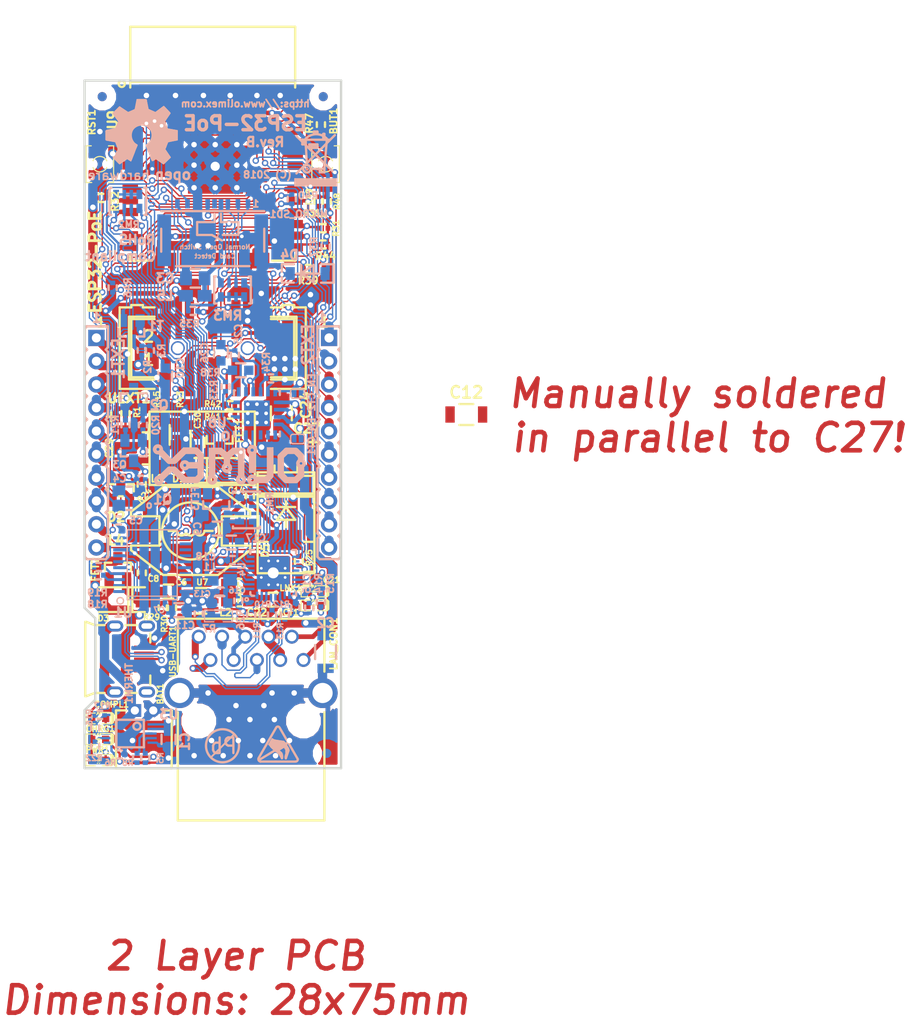
<source format=kicad_pcb>
(kicad_pcb (version 20171130) (host pcbnew 6.0.0-rc1-unknown-4a57541~66~ubuntu16.04.1)
  (title_block (title ESP-PoE) (date 2018-08-03) (rev B2) (company "OLIMEX Ltd.") (comment 1 https://www.olimex.com))
  (layers (0 F.Cu mixed) (31 B.Cu mixed) (34 B.Paste user hide) (35 F.Paste user hide) (36 B.SilkS user) (37 F.SilkS user) (38 B.Mask user hide) (39 F.Mask user hide) (44 Edge.Cuts user))
  (net 0 "")
  (net 1 +5V)
  (net 2 GND)
  (net 3 "Net-(BAT1-Pad1)")
  (net 4 "Net-(BUT1-Pad2)")
  (net 5 /GPI34/BUT1)
  (net 6 +3V3)
  (net 7 "Net-(C11-Pad1)")
  (net 8 /GPIO3/U0RXD)
  (net 9 /ESP_EN)
  (net 10 "/GPIO25/EMAC_RXD0(RMII)")
  (net 11 "/GPIO19/EMAC_TXD0(RMII)")
  (net 12 "/GPIO26/EMAC_RXD1(RMII)")
  (net 13 /GPIO1/U0TXD)
  (net 14 "Net-(L2-Pad1)")
  (net 15 "Net-(Q2-Pad1)")
  (net 16 /STAT2)
  (net 17 /STAT1)
  (net 18 "/#PG(#TE)")
  (net 19 "Net-(R19-Pad1)")
  (net 20 "/GPIO22/EMAC_TXD1(RMII)")
  (net 21 "/GPIO21/EMAC_TX_EN(RMII)")
  (net 22 "Net-(MICRO_SD1-Pad5)")
  (net 23 /GPI36/U1RXD)
  (net 24 "/GPIO23/MDC(RMII)")
  (net 25 /GPIO27/EMAC_RX_CRS_DV)
  (net 26 /GPIO4/U1TXD)
  (net 27 /GPIO2/HS2_DATA0)
  (net 28 /GPIO13/I2C-SDA)
  (net 29 /GPIO14/HS2_CLK)
  (net 30 /GPIO15/HS2_CMD)
  (net 31 /GPIO16/I2C-SCL)
  (net 32 "/GPIO18/MDIO(RMII)")
  (net 33 /+5V_USB)
  (net 34 "Net-(MICRO_SD1-Pad1)")
  (net 35 "Net-(MICRO_SD1-Pad2)")
  (net 36 "Net-(MICRO_SD1-Pad8)")
  (net 37 "Net-(U4-Pad4)")
  (net 38 "Net-(U4-Pad14)")
  (net 39 "Net-(U4-Pad18)")
  (net 40 "Net-(U4-Pad20)")
  (net 41 "Net-(U4-Pad26)")
  (net 42 "Net-(USB-UART1-Pad4)")
  (net 43 "Net-(MICRO_SD1-Pad7)")
  (net 44 /D_Com)
  (net 45 Earth)
  (net 46 +5VP)
  (net 47 "Net-(C26-Pad1)")
  (net 48 "Net-(EN_CT1-Pad1)")
  (net 49 Spare1)
  (net 50 Spare2)
  (net 51 "Net-(EN_CT2-Pad1)")
  (net 52 /GPIO33)
  (net 53 /GPIO32)
  (net 54 /GPI39)
  (net 55 "Net-(FID1-PadFid1)")
  (net 56 "Net-(FID2-PadFid1)")
  (net 57 "Net-(FID3-PadFid1)")
  (net 58 "Net-(LAN_CON1-Pad6)")
  (net 59 "Net-(LAN_CON1-Pad3)")
  (net 60 "Net-(LAN_CON1-Pad2)")
  (net 61 "Net-(LAN_CON1-Pad1)")
  (net 62 "Net-(MICRO_SD1-PadCD1)")
  (net 63 "Net-(C2-Pad2)")
  (net 64 "Net-(C4-Pad1)")
  (net 65 "Net-(C5-Pad1)")
  (net 66 "Net-(C21-Pad2)")
  (net 67 "Net-(C25-Pad1)")
  (net 68 "Net-(C29-Pad2)")
  (net 69 "Net-(D4-Pad1)")
  (net 70 "Net-(D5-Pad2)")
  (net 71 "Net-(Q2-Pad2)")
  (net 72 "Net-(Q3-Pad3)")
  (net 73 "Net-(Q3-Pad2)")
  (net 74 "Net-(Q3-Pad1)")
  (net 75 "Net-(R6-Pad1)")
  (net 76 "Net-(R16-Pad1)")
  (net 77 "Net-(R16-Pad2)")
  (net 78 "Net-(R18-Pad1)")
  (net 79 "Net-(R26-Pad1)")
  (net 80 "Net-(R29-Pad1)")
  (net 81 "Net-(R33-Pad2)")
  (net 82 "Net-(R34-Pad2)")
  (net 83 "Net-(R38-Pad1)")
  (net 84 "Net-(R41-Pad2)")
  (net 85 "Net-(U1-Pad17)")
  (net 86 "Net-(U1-Pad14)")
  (net 87 "Net-(U1-Pad13)")
  (net 88 "Net-(U1-Pad12)")
  (net 89 "Net-(U1-Pad11)")
  (net 90 "Net-(U1-Pad7)")
  (net 91 "Net-(U1-Pad6)")
  (net 92 "Net-(U8-Pad17)")
  (net 93 "Net-(U8-Pad16)")
  (net 94 "Net-(U8-Pad15)")
  (net 95 "Net-(U8-Pad5)")
  (net 96 "Net-(U8-Pad4)")
  (net 97 "Net-(U8-Pad2)")
  (net 98 "Net-(U9-Pad32)")
  (net 99 "Net-(C6-Pad1)")
  (net 100 +3.3VLAN)
  (net 101 "Net-(C13-Pad1)")
  (net 102 "Net-(C17-Pad1)")
  (net 103 /GPIO0)
  (net 104 /GPIO5/SPI_CS)
  (net 105 /GPI35)
  (net 106 "Net-(RM1-Pad3.2)")
  (net 107 "Net-(RM1-Pad2.2)")
  (net 108 "Net-(RM1-Pad4.2)")
  (net 109 /GPIO17/EMAC_CLK_OUT_180)
  (net 110 "Net-(U9-Pad22)")
  (net 111 "Net-(U9-Pad21)")
  (net 112 "Net-(U9-Pad20)")
  (net 113 "Net-(U9-Pad19)")
  (net 114 "Net-(U9-Pad18)")
  (net 115 "Net-(U9-Pad17)")
  (net 116 /GPIO12/PHY_PWR)
  (net 117 "Net-(FID4-PadFid1)")
  (net 118 "Net-(FID5-PadFid1)")
  (net 119 "Net-(FID6-PadFid1)")
  (net 120 "Net-(ACT1-Pad2)")
  (net 121 "Net-(ACT1-Pad1)")
  (net 122 "Net-(LNK1-Pad1)")
  (net 123 "Net-(LNK1-Pad2)")
  (net 124 "Net-(C3-Pad1)")
  (net 125 "Net-(RM1-Pad1.2)")
  (net 126 "Net-(CHRG1-Pad1)")
  (net 127 "Net-(COMPL1-Pad1)")
  (net 128 "Net-(PWR1-Pad1)")
  (net 129 "Net-(C10-Pad2)")
  (net 130 "Net-(R3-Pad2)")
  (net 131 "Net-(USB-UART1-Pad0)")
  (net 132 "Net-(C12-Pad2)")
  (module OLIMEX_RLC-FP:0R_0603 (layer B.Cu) (at 104.775 153.543 180)
    (fp_text reference R7 (at 1.016 -1.397 180) (layer B.SilkS) (effects (font (size 0.762 0.762) (thickness 0.1905)) (justify mirror)))
    (fp_text value "0R(board_mounted)")
    (fp_line (start -0.5 0) (end 0.5 0) (layer B.Cu) (width 0.508))
    (pad 1 smd rect (at -0.889 0 180) (size 1.016 1.016) (layers B.Cu B.Paste B.Mask) (net 101 "Net-(C13-Pad1)") (clearance 0.0508))
    (pad 2 smd rect (at 0.889 0 180) (size 1.016 1.016) (layers B.Cu B.Paste B.Mask) (net 7 "Net-(C11-Pad1)") (clearance 0.0508))
  )
  (module OLIMEX_Buttons-FP:IT1185AU2_V2 (layer F.Cu) (at 116.459 104.267 90)
    (fp_text reference BUT1 (at 4.699 0.889 90) (layer F.SilkS) (effects (font (size 0.762 0.762) (thickness 0.1905))))
    (fp_text value IT1185AU2)
    (pad "" np_thru_hole circle (at 0 0.9 90) (size 0.7 0.7) (drill 0.7) (layers *.Cu *.Mask))
    (pad "" np_thru_hole circle (at 0 -0.9 90) (size 0.7 0.7) (drill 0.7) (layers *.Cu *.Mask))
    (pad 2 smd rect (at 2.377 0 90) (size 1.3 1.5) (layers F.Cu F.Mask) (net 4 "Net-(BUT1-Pad2)"))
    (pad 1 smd rect (at -2.377 0 90) (size 1.3 1.5) (layers F.Cu F.Mask) (net 5 /GPI34/BUT1))
  )
  (module OLIMEX_Buttons-FP:IT1185AU2_V2 (layer F.Cu) (at 91.821 104.267 90)
    (fp_text reference RST1 (at 4.572 -0.889 90) (layer F.SilkS) (effects (font (size 0.762 0.762) (thickness 0.1905))))
    (fp_text value IT1185AU2)
    (pad 1 smd rect (at -2.377 0 90) (size 1.3 1.5) (layers F.Cu F.Mask) (net 9 /ESP_EN))
    (pad 2 smd rect (at 2.377 0 90) (size 1.3 1.5) (layers F.Cu F.Mask) (net 2 GND))
    (pad "" np_thru_hole circle (at 0 -0.9 90) (size 0.7 0.7) (drill 0.7) (layers *.Cu *.Mask))
    (pad "" np_thru_hole circle (at 0 0.9 90) (size 0.7 0.7) (drill 0.7) (layers *.Cu *.Mask))
  )
  (module OLIMEX_Connectors-FP:GBH-254-SMT-10 (layer F.Cu) (at 104.14 124.333)
    (fp_text reference UEXT1 (at -9.144 5.461) (layer F.SilkS) (effects (font (size 1.016 1.016) (thickness 0.254))))
    (fp_text value "B-V-10-LF(GBH254SMT-10)")
    (fp_text user 2 (at -6.985 -1.27) (layer F.SilkS) (effects (font (size 1.27 1.27) (thickness 0.254))))
    (fp_text user 1 (at -6.985 1.27) (layer F.SilkS) (effects (font (size 1.27 1.27) (thickness 0.254))))
    (pad "" np_thru_hole circle (at -3.81 0) (size 1.524 1.524) (drill 1.2) (layers *.Cu *.Mask))
    (pad 10 smd rect (at 5.08 -3.125 90) (size 4.25 1) (layers F.Cu F.Paste F.Mask) (net 104 /GPIO5/SPI_CS))
    (pad 9 smd rect (at 5.08 3.125 90) (size 4.25 1) (layers F.Cu F.Paste F.Mask) (net 29 /GPIO14/HS2_CLK))
    (pad 8 smd rect (at 2.54 -3.125 90) (size 4.25 1) (layers F.Cu F.Paste F.Mask) (net 27 /GPIO2/HS2_DATA0))
    (pad 7 smd rect (at 2.54 3.125 90) (size 4.25 1) (layers F.Cu F.Paste F.Mask) (net 30 /GPIO15/HS2_CMD))
    (pad 6 smd rect (at 0 -3.125 90) (size 4.25 1) (layers F.Cu F.Paste F.Mask) (net 28 /GPIO13/I2C-SDA))
    (pad 5 smd rect (at 0 3.125 90) (size 4.25 1) (layers F.Cu F.Paste F.Mask) (net 31 /GPIO16/I2C-SCL))
    (pad 4 smd rect (at -2.54 -3.125 90) (size 4.25 1) (layers F.Cu F.Paste F.Mask) (net 69 "Net-(D4-Pad1)"))
    (pad 3 smd rect (at -2.54 3.125 90) (size 4.25 1) (layers F.Cu F.Paste F.Mask) (net 26 /GPIO4/U1TXD))
    (pad 2 smd rect (at -5.08 -3.125 90) (size 4.25 1) (layers F.Cu F.Paste F.Mask) (net 2 GND))
    (pad 1 smd rect (at -5.08 3.125 90) (size 4.25 1) (layers F.Cu F.Paste F.Mask) (net 6 +3V3))
    (pad "" np_thru_hole circle (at 3.81 0) (size 1.524 1.524) (drill 1.2) (layers *.Cu *.Mask))
  )
  (module OLIMEX_RLC-FP:R_MATRIX_4 (layer B.Cu) (at 106.299 117.983)
    (fp_text reference RM3 (at -0.508 2.794 180) (layer B.SilkS) (effects (font (size 1.016 1.016) (thickness 0.254)) (justify mirror)))
    (fp_text value "RA1206_(4X0603)_4B8_2.2k")
    (pad 1.2 smd rect (at -1.27 0.762) (size 0.635 1.016) (layers B.Cu B.Paste B.Mask) (net 6 +3V3) (clearance 0.0508))
    (pad 1.1 smd rect (at -1.27 -0.762) (size 0.635 1.016) (layers B.Cu B.Paste B.Mask) (net 36 "Net-(MICRO_SD1-Pad8)") (clearance 0.0508))
    (pad 4.2 smd rect (at 1.27 0.762) (size 0.635 1.016) (layers B.Cu B.Paste B.Mask) (net 6 +3V3) (clearance 0.0508))
    (pad 4.1 smd rect (at 1.27 -0.762) (size 0.635 1.016) (layers B.Cu B.Paste B.Mask) (net 27 /GPIO2/HS2_DATA0) (clearance 0.0508))
    (pad 2.2 smd rect (at -0.381 0.762) (size 0.381 1.016) (layers B.Cu B.Paste B.Mask) (net 6 +3V3) (clearance 0.0508))
    (pad 3.2 smd rect (at 0.381 0.762) (size 0.381 1.016) (layers B.Cu B.Paste B.Mask) (net 6 +3V3) (clearance 0.0508))
    (pad 2.1 smd rect (at -0.381 -0.762) (size 0.381 1.016) (layers B.Cu B.Paste B.Mask) (net 35 "Net-(MICRO_SD1-Pad2)") (clearance 0.0508))
    (pad 3.1 smd rect (at 0.381 -0.762) (size 0.381 1.016) (layers B.Cu B.Paste B.Mask) (net 34 "Net-(MICRO_SD1-Pad1)") (clearance 0.0508))
  )
  (module OLIMEX_LOGOs-FP:LOGO_ANTISTATIC_SMALL_4.5mmX2.8mm (layer B.Cu) (at 111.252 167.513 180)
    (fp_text reference Ref**)
    (fp_text value Val**)
  )
  (module OLIMEX_Cases-FP:ESP-WROOM-32_MODULE (layer F.Cu) (at 104.14 102.035)
    (fp_text reference U9 (at -10.922 -2.594 90) (layer F.SilkS) (effects (font (size 1.016 1.016) (thickness 0.254))))
    (fp_text value ESP-WROOM-32)
    (pad 39 thru_hole circle (at -2.0404 4.7998) (size 1.3 1.3) (drill 0.6) (layers *.Cu *.Mask) (net 2 GND))
    (pad 39 thru_hole circle (at 0.271 2.463) (size 2 2) (drill 1) (layers *.Cu *.Mask) (net 2 GND))
    (pad 39 smd rect (at 0.3 2.45) (size 6 6) (layers F.Cu F.Mask) (net 2 GND))
    (pad 38 smd rect (at 9 -5.21) (size 1.7 0.9) (layers F.Cu F.Paste F.Mask) (net 2 GND))
    (pad 37 smd rect (at 9 -3.94) (size 1.7 0.9) (layers F.Cu F.Paste F.Mask) (net 24 "/GPIO23/MDC(RMII)"))
    (pad 36 smd rect (at 9 -2.67) (size 1.7 0.9) (layers F.Cu F.Paste F.Mask) (net 20 "/GPIO22/EMAC_TXD1(RMII)"))
    (pad 35 smd rect (at 9 -1.4) (size 1.7 0.9) (layers F.Cu F.Paste F.Mask) (net 13 /GPIO1/U0TXD))
    (pad 34 smd rect (at 9 -0.13) (size 1.7 0.9) (layers F.Cu F.Paste F.Mask) (net 8 /GPIO3/U0RXD))
    (pad 33 smd rect (at 9 1.14) (size 1.7 0.9) (layers F.Cu F.Paste F.Mask) (net 21 "/GPIO21/EMAC_TX_EN(RMII)"))
    (pad 32 smd rect (at 9 2.41) (size 1.7 0.9) (layers F.Cu F.Paste F.Mask) (net 98 "Net-(U9-Pad32)"))
    (pad 31 smd rect (at 9 3.68) (size 1.7 0.9) (layers F.Cu F.Paste F.Mask) (net 11 "/GPIO19/EMAC_TXD0(RMII)"))
    (pad 30 smd rect (at 9 4.95) (size 1.7 0.9) (layers F.Cu F.Paste F.Mask) (net 32 "/GPIO18/MDIO(RMII)"))
    (pad 29 smd rect (at 9 6.22) (size 1.7 0.9) (layers F.Cu F.Paste F.Mask) (net 104 /GPIO5/SPI_CS))
    (pad 28 smd rect (at 9 7.49) (size 1.7 0.9) (layers F.Cu F.Paste F.Mask) (net 109 /GPIO17/EMAC_CLK_OUT_180))
    (pad 27 smd rect (at 9 8.76) (size 1.7 0.9) (layers F.Cu F.Paste F.Mask) (net 31 /GPIO16/I2C-SCL))
    (pad 26 smd rect (at 9 10.03) (size 1.7 0.9) (layers F.Cu F.Paste F.Mask) (net 26 /GPIO4/U1TXD))
    (pad 25 smd rect (at 9 11.3) (size 1.7 0.9) (layers F.Cu F.Paste F.Mask) (net 103 /GPIO0))
    (pad 24 smd rect (at 5.73 12.75) (size 0.9 1.7) (layers F.Cu F.Paste F.Mask) (net 27 /GPIO2/HS2_DATA0))
    (pad 23 smd rect (at 4.46 12.75) (size 0.9 1.7) (layers F.Cu F.Paste F.Mask) (net 30 /GPIO15/HS2_CMD))
    (pad 22 smd rect (at 3.19 12.75) (size 0.9 1.7) (layers F.Cu F.Paste F.Mask) (net 110 "Net-(U9-Pad22)"))
    (pad 21 smd rect (at 1.92 12.75) (size 0.9 1.7) (layers F.Cu F.Paste F.Mask) (net 111 "Net-(U9-Pad21)"))
    (pad 20 smd rect (at 0.65 12.75) (size 0.9 1.7) (layers F.Cu F.Paste F.Mask) (net 112 "Net-(U9-Pad20)"))
    (pad 19 smd rect (at -0.62 12.75) (size 0.9 1.7) (layers F.Cu F.Paste F.Mask) (net 113 "Net-(U9-Pad19)"))
    (pad 18 smd rect (at -1.89 12.75) (size 0.9 1.7) (layers F.Cu F.Paste F.Mask) (net 114 "Net-(U9-Pad18)"))
    (pad 17 smd rect (at -3.16 12.75) (size 0.9 1.7) (layers F.Cu F.Paste F.Mask) (net 115 "Net-(U9-Pad17)"))
    (pad 16 smd rect (at -4.43 12.75) (size 0.9 1.7) (layers F.Cu F.Paste F.Mask) (net 28 /GPIO13/I2C-SDA))
    (pad 15 smd rect (at -5.7 12.75) (size 0.9 1.7) (layers F.Cu F.Paste F.Mask) (net 2 GND))
    (pad 14 smd rect (at -9 11.26) (size 1.7 0.9) (layers F.Cu F.Paste F.Mask) (net 116 /GPIO12/PHY_PWR))
    (pad 13 smd rect (at -9 9.99) (size 1.7 0.9) (layers F.Cu F.Paste F.Mask) (net 29 /GPIO14/HS2_CLK))
    (pad 12 smd rect (at -9 8.72) (size 1.7 0.9) (layers F.Cu F.Paste F.Mask) (net 25 /GPIO27/EMAC_RX_CRS_DV))
    (pad 11 smd rect (at -9 7.45) (size 1.7 0.9) (layers F.Cu F.Paste F.Mask) (net 12 "/GPIO26/EMAC_RXD1(RMII)"))
    (pad 10 smd rect (at -9 6.18) (size 1.7 0.9) (layers F.Cu F.Paste F.Mask) (net 10 "/GPIO25/EMAC_RXD0(RMII)"))
    (pad 9 smd rect (at -9 4.91) (size 1.7 0.9) (layers F.Cu F.Paste F.Mask) (net 52 /GPIO33))
    (pad 8 smd rect (at -9 3.64) (size 1.7 0.9) (layers F.Cu F.Paste F.Mask) (net 53 /GPIO32))
    (pad 7 smd rect (at -9 2.37) (size 1.7 0.9) (layers F.Cu F.Paste F.Mask) (net 105 /GPI35))
    (pad 6 smd rect (at -9 1.1) (size 1.7 0.9) (layers F.Cu F.Paste F.Mask) (net 5 /GPI34/BUT1))
    (pad 5 smd rect (at -9 -0.17) (size 1.7 0.9) (layers F.Cu F.Paste F.Mask) (net 54 /GPI39))
    (pad 4 smd rect (at -9 -1.44) (size 1.7 0.9) (layers F.Cu F.Paste F.Mask) (net 23 /GPI36/U1RXD))
    (pad 3 smd rect (at -9 -2.71) (size 1.7 0.9) (layers F.Cu F.Paste F.Mask) (net 9 /ESP_EN))
    (pad 2 smd rect (at -9 -3.98) (size 1.7 0.9) (layers F.Cu F.Paste F.Mask) (net 6 +3V3))
    (pad 1 smd rect (at -9 -5.25) (size 1.7 0.9) (layers F.Cu F.Paste F.Mask) (net 2 GND))
    (pad 39 thru_hole circle (at 2.6332 4.7998) (size 1.3 1.3) (drill 0.6) (layers *.Cu *.Mask) (net 2 GND))
    (pad 39 thru_hole circle (at -2.0404 0.1008) (size 1.3 1.3) (drill 0.6) (layers *.Cu *.Mask) (net 2 GND))
    (pad 39 thru_hole circle (at 2.6332 0.1008) (size 1.3 1.3) (drill 0.6) (layers *.Cu *.Mask) (net 2 GND))
    (pad 39 thru_hole circle (at 0.271 0.1008) (size 1.3 1.3) (drill 0.6) (layers *.Cu *.Mask) (net 2 GND))
    (pad 39 thru_hole circle (at 0.271 4.7998) (size 1.3 1.3) (drill 0.6) (layers *.Cu *.Mask) (net 2 GND))
    (pad 39 thru_hole circle (at -2.0404 2.336) (size 1.3 1.3) (drill 0.6) (layers *.Cu *.Mask) (net 2 GND))
    (pad 39 thru_hole circle (at 2.6332 2.336) (size 1.3 1.3) (drill 0.6) (layers *.Cu *.Mask) (net 2 GND))
  )
  (module OLIMEX_Transistors-FP:SOT23 (layer B.Cu) (at 95.25 122.428 90)
    (fp_text reference T1 (at 0.508 2.667 180) (layer B.SilkS) (effects (font (size 1.016 1.016) (thickness 0.254)) (justify mirror)))
    (fp_text value "DTC114YKA(SOT-23)")
    (pad 1 smd rect (at 1.10744 -0.94996 90) (size 1.4 1) (layers B.Cu B.Paste B.Mask) (net 116 /GPIO12/PHY_PWR) (clearance 0.0508))
    (pad 2 smd rect (at 1.10744 0.9525 90) (size 1.4 1) (layers B.Cu B.Paste B.Mask) (net 2 GND) (clearance 0.0508))
    (pad 3 smd rect (at -1.10236 -0.00254 90) (size 1.4 1) (layers B.Cu B.Paste B.Mask) (net 130 "Net-(R3-Pad2)") (clearance 0.0508))
  )
  (module OLIMEX_Diodes-FP:SOT23-3 (layer F.Cu) (at 94.107 139.827 270)
    (fp_text reference D2 (at 2.921 0.508 180) (layer F.SilkS) (effects (font (size 1.016 1.016) (thickness 0.254))))
    (fp_text value "BAT54C(SOT23-3)")
    (pad 3 smd rect (at -1.1 0) (size 1 1.4) (layers F.Cu F.Paste F.Mask) (net 44 /D_Com))
    (pad 2 smd rect (at 1.1 -0.95) (size 1 1.4) (layers F.Cu F.Paste F.Mask) (net 103 /GPIO0))
    (pad 1 smd rect (at 1.1 0.95) (size 1 1.4) (layers F.Cu F.Paste F.Mask) (net 27 /GPIO2/HS2_DATA0))
  )
  (module OLIMEX_RLC-FP:R_0603_5MIL_DWS (layer B.Cu) (at 107.188 126.746 180)
    (fp_text reference R38 (at 3.302 -0.254 180) (layer B.SilkS) (effects (font (size 0.762 0.762) (thickness 0.1905)) (justify mirror)))
    (fp_text value 25.5k/1%/R0603)
    (pad 1 smd rect (at -0.889 0 180) (size 1.016 1.016) (layers B.Cu B.Paste B.Mask) (net 83 "Net-(R38-Pad1)"))
    (pad 2 smd rect (at 0.889 0 180) (size 1.016 1.016) (layers B.Cu B.Paste B.Mask) (net 46 +5VP))
  )
  (module OLIMEX_RLC-FP:R_0402_5MIL_DWS (layer B.Cu) (at 96.52 132.715 90)
    (fp_text reference R20 (at 0 1.397 90) (layer B.SilkS) (effects (font (size 0.762 0.762) (thickness 0.1905)) (justify mirror)))
    (fp_text value 1k/R0402)
    (pad 2 smd rect (at 0.508 0 90) (size 0.5 0.55) (layers B.Cu B.Paste B.Mask) (net 15 "Net-(Q2-Pad1)"))
    (pad 1 smd rect (at -0.508 0 270) (size 0.5 0.55) (layers B.Cu B.Paste B.Mask) (net 73 "Net-(Q3-Pad2)"))
  )
  (module OLIMEX_RLC-FP:R_0402_5MIL_DWS (layer B.Cu) (at 94.615 132.715 270)
    (fp_text reference R21 (at 0 1.143 270) (layer B.SilkS) (effects (font (size 0.762 0.762) (thickness 0.1905)) (justify mirror)))
    (fp_text value 1k/R0402)
    (pad 2 smd rect (at 0.508 0 270) (size 0.5 0.55) (layers B.Cu B.Paste B.Mask) (net 74 "Net-(Q3-Pad1)"))
    (pad 1 smd rect (at -0.508 0 90) (size 0.5 0.55) (layers B.Cu B.Paste B.Mask) (net 71 "Net-(Q2-Pad2)"))
  )
  (module "OLIMEX_IC-FP:QFN-20_5x5mm(Si3402-B-GM)" (layer B.Cu) (at 108.966 131.445)
    (fp_text reference U8 (at -4.318 1.016) (layer B.SilkS) (effects (font (size 1.016 1.016) (thickness 0.254)) (justify mirror)))
    (fp_text value "Si3402-B-GM(QFN-20_5x5mm)")
    (fp_text user o (at -3.429 2.3) (layer B.SilkS) (effects (font (size 1.27 1.27) (thickness 0.254)) (justify mirror)))
    (pad 1 smd rect (at -2.35 1.2 270) (size 0.4 1) (layers B.Cu B.Paste B.Mask) (net 81 "Net-(R33-Pad2)"))
    (pad 2 smd rect (at -2.35 0.4 270) (size 0.4 1) (layers B.Cu B.Paste B.Mask) (net 97 "Net-(U8-Pad2)"))
    (pad 3 smd rect (at -2.35 -0.4 270) (size 0.4 1) (layers B.Cu B.Paste B.Mask) (net 67 "Net-(C25-Pad1)"))
    (pad 4 smd rect (at -2.35 -1.2 270) (size 0.4 1) (layers B.Cu B.Paste B.Mask) (net 96 "Net-(U8-Pad4)"))
    (pad 5 smd rect (at -2 -2.35 180) (size 0.4 1) (layers B.Cu B.Paste B.Mask) (net 95 "Net-(U8-Pad5)"))
    (pad 6 smd rect (at -1.2 -2.35 180) (size 0.4 1) (layers B.Cu B.Paste B.Mask) (net 83 "Net-(R38-Pad1)"))
    (pad 7 smd rect (at -0.4 -2.35 180) (size 0.4 1) (layers B.Cu B.Paste B.Mask) (net 132 "Net-(C12-Pad2)"))
    (pad 8 smd rect (at 0.4 -2.35 180) (size 0.4 1) (layers B.Cu B.Paste B.Mask) (net 82 "Net-(R34-Pad2)"))
    (pad 9 smd rect (at 1.2 -2.35 180) (size 0.4 1) (layers B.Cu B.Paste B.Mask) (net 45 Earth))
    (pad 10 smd rect (at 2 -2.35 180) (size 0.4 1) (layers B.Cu B.Paste B.Mask) (net 50 Spare2))
    (pad 11 smd rect (at 2.35 -1.2 270) (size 0.4 1) (layers B.Cu B.Paste B.Mask) (net 49 Spare1))
    (pad 12 smd rect (at 2.35 -0.4 270) (size 0.4 1) (layers B.Cu B.Paste B.Mask) (net 46 +5VP))
    (pad 13 smd rect (at 2.35 0.4 270) (size 0.4 1) (layers B.Cu B.Paste B.Mask) (net 51 "Net-(EN_CT2-Pad1)"))
    (pad 14 smd rect (at 2.35 1.2 270) (size 0.4 1) (layers B.Cu B.Paste B.Mask) (net 48 "Net-(EN_CT1-Pad1)"))
    (pad 15 smd rect (at 2 2.35 180) (size 0.4 1) (layers B.Cu B.Paste B.Mask) (net 94 "Net-(U8-Pad15)"))
    (pad 16 smd rect (at 1.2 2.35 180) (size 0.4 1) (layers B.Cu B.Paste B.Mask) (net 93 "Net-(U8-Pad16)"))
    (pad 17 smd rect (at 0.4 2.35 180) (size 0.4 1) (layers B.Cu B.Paste B.Mask) (net 92 "Net-(U8-Pad17)"))
    (pad 18 smd rect (at -0.4 2.35 180) (size 0.4 1) (layers B.Cu B.Paste B.Mask) (net 70 "Net-(D5-Pad2)"))
    (pad 19 smd rect (at -1.2 2.35 180) (size 0.4 1) (layers B.Cu B.Paste B.Mask) (net 132 "Net-(C12-Pad2)"))
    (pad 20 smd rect (at -2 2.35 180) (size 0.4 1) (layers B.Cu B.Paste B.Mask) (net 84 "Net-(R41-Pad2)"))
    (pad 21 smd rect (at 0 0) (size 2.8 2.8) (layers B.Cu B.Mask) (net 45 Earth))
    (pad 21 thru_hole circle (at -1 1) (size 0.8 0.8) (drill 0.4) (layers *.Cu *.Mask) (net 45 Earth))
    (pad 21 thru_hole circle (at 0 1) (size 0.8 0.8) (drill 0.4) (layers *.Cu *.Mask) (net 45 Earth))
    (pad 21 thru_hole circle (at 1 1) (size 0.8 0.8) (drill 0.4) (layers *.Cu *.Mask) (net 45 Earth))
    (pad 21 thru_hole circle (at -1 0) (size 0.8 0.8) (drill 0.4) (layers *.Cu *.Mask) (net 45 Earth))
    (pad 21 thru_hole circle (at 0 0) (size 0.8 0.8) (drill 0.4) (layers *.Cu *.Mask) (net 45 Earth))
    (pad 21 thru_hole circle (at 1 0) (size 0.8 0.8) (drill 0.4) (layers *.Cu *.Mask) (net 45 Earth))
    (pad 21 thru_hole circle (at 0 -1) (size 0.8 0.8) (drill 0.4) (layers *.Cu *.Mask) (net 45 Earth))
    (pad 21 thru_hole circle (at -1 -1) (size 0.8 0.8) (drill 0.4) (layers *.Cu *.Mask) (net 45 Earth))
    (pad 21 thru_hole circle (at 1 -1) (size 0.8 0.8) (drill 0.4) (layers *.Cu *.Mask) (net 45 Earth))
  )
  (module "OLIMEX_IC-FP:QFN32_EP(33)_5.00x5.00x0.90mm_Pitch_0.50mm" (layer B.Cu) (at 110.744 148.844 90)
    (fp_text reference U4 (at 0.381 -3.429 270) (layer B.SilkS) (effects (font (size 0.762 0.762) (thickness 0.1905)) (justify mirror)))
    (fp_text value "LAN8710A-EZC(QFN32)")
    (pad 33 smd rect (at 0 0 90) (size 3.6 3.6) (layers B.Cu B.Mask) (net 2 GND))
    (pad 33 thru_hole rect (at -0.5 1.3 90) (size 0.4 0.4) (drill 0.3) (layers *.Cu B.Mask) (net 2 GND))
    (pad 33 thru_hole rect (at 0.5 1.3 90) (size 0.4 0.4) (drill 0.3) (layers *.Cu B.Mask) (net 2 GND))
    (pad 33 thru_hole rect (at 1.3 0.5 90) (size 0.4 0.4) (drill 0.29972) (layers *.Cu B.Mask) (net 2 GND))
    (pad 33 thru_hole rect (at 1.3 -0.5 90) (size 0.4 0.4) (drill 0.3) (layers *.Cu B.Mask) (net 2 GND))
    (pad 33 thru_hole rect (at 0.5 -1.3 90) (size 0.4 0.4) (drill 0.3) (layers *.Cu B.Mask) (net 2 GND))
    (pad 33 thru_hole rect (at -0.5 -1.3 90) (size 0.4 0.4) (drill 0.3) (layers *.Cu B.Mask) (net 2 GND))
    (pad 33 thru_hole rect (at -1.3 -0.5 90) (size 0.4 0.4) (drill 0.3) (layers *.Cu B.Mask) (net 2 GND))
    (pad 33 thru_hole rect (at -1.3 0.5 90) (size 0.4 0.4) (drill 0.3) (layers *.Cu B.Mask) (net 2 GND))
    (pad 33 thru_hole rect (at 0 0 90) (size 1.4224 1.4224) (drill 1.2) (layers *.Cu *.Mask) (net 2 GND))
    (pad 32 smd rect (at -2.45 -1.75 90) (size 0.8 0.25) (layers B.Cu B.Paste B.Mask) (net 79 "Net-(R26-Pad1)"))
    (pad 31 smd rect (at -2.45 -1.25 90) (size 0.8 0.25) (layers B.Cu B.Paste B.Mask) (net 59 "Net-(LAN_CON1-Pad3)"))
    (pad 30 smd rect (at -2.45 -0.75 90) (size 0.8 0.25) (layers B.Cu B.Paste B.Mask) (net 58 "Net-(LAN_CON1-Pad6)"))
    (pad 29 smd rect (at -2.45 -0.25 90) (size 0.8 0.25) (layers B.Cu B.Paste B.Mask) (net 61 "Net-(LAN_CON1-Pad1)"))
    (pad 28 smd rect (at -2.45 0.25 90) (size 0.8 0.25) (layers B.Cu B.Paste B.Mask) (net 60 "Net-(LAN_CON1-Pad2)"))
    (pad 27 smd rect (at -2.45 0.75 90) (size 0.8 0.25) (layers B.Cu B.Paste B.Mask) (net 101 "Net-(C13-Pad1)"))
    (pad 26 smd rect (at -2.45 1.25 90) (size 0.8 0.25) (layers B.Cu B.Paste B.Mask) (net 41 "Net-(U4-Pad26)"))
    (pad 25 smd rect (at -2.45 1.75 90) (size 0.8 0.25) (layers B.Cu B.Paste B.Mask) (net 2 GND))
    (pad 24 smd rect (at -1.75 2.45 180) (size 0.8 0.25) (layers B.Cu B.Paste B.Mask) (net 2 GND))
    (pad 23 smd rect (at -1.25 2.45 180) (size 0.8 0.25) (layers B.Cu B.Paste B.Mask) (net 20 "/GPIO22/EMAC_TXD1(RMII)"))
    (pad 22 smd rect (at -0.75 2.45 180) (size 0.8 0.25) (layers B.Cu B.Paste B.Mask) (net 11 "/GPIO19/EMAC_TXD0(RMII)"))
    (pad 21 smd rect (at -0.25 2.45 180) (size 0.8 0.25) (layers B.Cu B.Paste B.Mask) (net 21 "/GPIO21/EMAC_TX_EN(RMII)"))
    (pad 20 smd rect (at 0.25 2.45 180) (size 0.8 0.25) (layers B.Cu B.Paste B.Mask) (net 40 "Net-(U4-Pad20)"))
    (pad 19 smd rect (at 0.75 2.45 180) (size 0.8 0.25) (layers B.Cu B.Paste B.Mask) (net 66 "Net-(C21-Pad2)"))
    (pad 18 smd rect (at 1.25 2.45 180) (size 0.8 0.25) (layers B.Cu B.Paste B.Mask) (net 39 "Net-(U4-Pad18)"))
    (pad 17 smd rect (at 1.75 2.45 180) (size 0.8 0.25) (layers B.Cu B.Paste B.Mask) (net 24 "/GPIO23/MDC(RMII)"))
    (pad 16 smd rect (at 2.45 1.75 270) (size 0.8 0.25) (layers B.Cu B.Paste B.Mask) (net 32 "/GPIO18/MDIO(RMII)"))
    (pad 15 smd rect (at 2.45 1.25 270) (size 0.8 0.25) (layers B.Cu B.Paste B.Mask) (net 25 /GPIO27/EMAC_RX_CRS_DV))
    (pad 14 smd rect (at 2.45 0.75 270) (size 0.8 0.25) (layers B.Cu B.Paste B.Mask) (net 38 "Net-(U4-Pad14)"))
    (pad 13 smd rect (at 2.45 0.25 270) (size 0.8 0.25) (layers B.Cu B.Paste B.Mask) (net 108 "Net-(RM1-Pad4.2)"))
    (pad 12 smd rect (at 2.45 -0.25 270) (size 0.8 0.25) (layers B.Cu B.Paste B.Mask) (net 100 +3.3VLAN))
    (pad 11 smd rect (at 2.45 -0.75 270) (size 0.8 0.25) (layers B.Cu B.Paste B.Mask) (net 10 "/GPIO25/EMAC_RXD0(RMII)"))
    (pad 10 smd rect (at 2.45 -1.25 270) (size 0.8 0.25) (layers B.Cu B.Paste B.Mask) (net 12 "/GPIO26/EMAC_RXD1(RMII)"))
    (pad 9 smd rect (at 2.45 -1.75 270) (size 0.8 0.25) (layers B.Cu B.Paste B.Mask) (net 106 "Net-(RM1-Pad3.2)"))
    (pad 8 smd rect (at 1.75 -2.45) (size 0.8 0.25) (layers B.Cu B.Paste B.Mask) (net 107 "Net-(RM1-Pad2.2)"))
    (pad 7 smd rect (at 1.25 -2.45) (size 0.8 0.25) (layers B.Cu B.Paste B.Mask) (net 125 "Net-(RM1-Pad1.2)"))
    (pad 6 smd rect (at 0.75 -2.45) (size 0.8 0.25) (layers B.Cu B.Paste B.Mask) (net 102 "Net-(C17-Pad1)"))
    (pad 5 smd rect (at 0.25 -2.45) (size 0.8 0.25) (layers B.Cu B.Paste B.Mask) (net 109 /GPIO17/EMAC_CLK_OUT_180))
    (pad 4 smd rect (at -0.25 -2.45) (size 0.8 0.25) (layers B.Cu B.Paste B.Mask) (net 37 "Net-(U4-Pad4)"))
    (pad 3 smd rect (at -0.75 -2.45) (size 0.8 0.25) (layers B.Cu B.Paste B.Mask) (net 120 "Net-(ACT1-Pad2)"))
    (pad 2 smd rect (at -1.25 -2.45) (size 0.8 0.25) (layers B.Cu B.Paste B.Mask) (net 122 "Net-(LNK1-Pad1)"))
    (pad 1 smd rect (at -1.75 -2.45) (size 0.8 0.25) (layers B.Cu B.Paste B.Mask) (net 101 "Net-(C13-Pad1)"))
  )
  (module OLIMEX_RLC-FP:R_0402_5MIL_DWS (layer B.Cu) (at 116.459 113.284 270)
    (fp_text reference R37 (at 0 1.27 270) (layer B.SilkS) (effects (font (size 0.762 0.762) (thickness 0.1905)) (justify mirror)))
    (fp_text value 10k/R0402)
    (pad 2 smd rect (at 0.508 0 270) (size 0.5 0.55) (layers B.Cu B.Paste B.Mask) (net 23 /GPI36/U1RXD))
    (pad 1 smd rect (at -0.508 0 90) (size 0.5 0.55) (layers B.Cu B.Paste B.Mask) (net 6 +3V3))
  )
  (module OLIMEX_Diodes-FP:SOD-123_1C-2A_KA (layer B.Cu) (at 114.5 116.195)
    (fp_text reference D4 (at -1.978 -2.022) (layer B.SilkS) (effects (font (size 1.016 1.016) (thickness 0.254)) (justify mirror)))
    (fp_text value "1N5819S4(SOD-123)")
    (pad 2 smd rect (at 1.9 0) (size 1 1.4) (layers B.Cu B.Paste B.Mask) (net 23 /GPI36/U1RXD) (clearance 0.0508))
    (pad 1 smd rect (at -1.9 0) (size 1 1.4) (layers B.Cu B.Paste B.Mask) (net 69 "Net-(D4-Pad1)") (clearance 0.0508))
  )
  (module OLIMEX_RLC-FP:C_0402_5MIL_DWS (layer B.Cu) (at 93.853 143.129 180)
    (fp_text reference C5 (at -1.905 0 180) (layer B.SilkS) (effects (font (size 0.762 0.762) (thickness 0.1905)) (justify mirror)))
    (fp_text value 27pF/50V/5%/C0G/C0402)
    (pad 2 smd rect (at 0.508 0 180) (size 0.5 0.55) (layers B.Cu B.Paste B.Mask) (net 2 GND))
    (pad 1 smd rect (at -0.508 0) (size 0.5 0.55) (layers B.Cu B.Paste B.Mask) (net 65 "Net-(C5-Pad1)"))
  )
  (module OLIMEX_RLC-FP:R_0402_5MIL_DWS (layer B.Cu) (at 91.313 165.735 90)
    (fp_text reference R16 (at 1.143 -0.635 90) (layer B.SilkS) (effects (font (size 0.635 0.635) (thickness 0.15875)) (justify mirror)))
    (fp_text value 1k/R0402)
    (pad 2 smd rect (at 0.508 0 90) (size 0.5 0.55) (layers B.Cu B.Paste B.Mask) (net 77 "Net-(R16-Pad2)"))
    (pad 1 smd rect (at -0.508 0 270) (size 0.5 0.55) (layers B.Cu B.Paste B.Mask) (net 76 "Net-(R16-Pad1)"))
  )
  (module OLIMEX_IC-FP:MSOP-10_Pitch-0.5mm_3.00x3.00x1.00mm (layer B.Cu) (at 95.123 166.37 270)
    (fp_text reference U3 (at -2.0828 -4.2418 180) (layer B.SilkS) (effects (font (size 1.016 1.016) (thickness 0.254)) (justify mirror)))
    (fp_text value "MCP73833(MSOP10)")
    (pad 10 smd rect (at -1 2.4 270) (size 0.25 1) (layers B.Cu B.Paste B.Mask) (net 3 "Net-(BAT1-Pad1)"))
    (pad 9 smd rect (at -0.5 2.4 270) (size 0.25 1) (layers B.Cu B.Paste B.Mask) (net 3 "Net-(BAT1-Pad1)"))
    (pad 8 smd rect (at 0 2.4 270) (size 0.25 1) (layers B.Cu B.Paste B.Mask) (net 76 "Net-(R16-Pad1)"))
    (pad 7 smd rect (at 0.5 2.4 270) (size 0.25 1) (layers B.Cu B.Paste B.Mask) (net 18 "/#PG(#TE)"))
    (pad 6 smd rect (at 1 2.4 270) (size 0.25 1) (layers B.Cu B.Paste B.Mask) (net 75 "Net-(R6-Pad1)"))
    (pad 5 smd rect (at 1 -2.4 270) (size 0.25 1) (layers B.Cu B.Paste B.Mask) (net 2 GND))
    (pad 4 smd rect (at 0.5 -2.4 270) (size 0.25 1) (layers B.Cu B.Paste B.Mask) (net 16 /STAT2))
    (pad 3 smd rect (at 0 -2.4 270) (size 0.25 1) (layers B.Cu B.Paste B.Mask) (net 17 /STAT1))
    (pad 2 smd rect (at -0.5 -2.4 270) (size 0.25 1) (layers B.Cu B.Paste B.Mask) (net 1 +5V))
    (pad 1 smd rect (at -1 -2.4 270) (size 0.25 1) (layers B.Cu B.Paste B.Mask) (net 1 +5V))
  )
  (module OLIMEX_RLC-FP:R_0402_5MIL_DWS (layer F.Cu) (at 116.586 108.331 90)
    (fp_text reference R48 (at 0 1.143 90) (layer F.SilkS) (effects (font (size 0.635 0.635) (thickness 0.15875))))
    (fp_text value 10k/R0402)
    (pad 2 smd rect (at 0.508 0 90) (size 0.5 0.55) (layers F.Cu F.Paste F.Mask) (net 5 /GPI34/BUT1))
    (pad 1 smd rect (at -0.508 0 270) (size 0.5 0.55) (layers F.Cu F.Paste F.Mask) (net 6 +3V3))
  )
  (module OLIMEX_RLC-FP:R_0402_5MIL_DWS (layer F.Cu) (at 115.697 108.331 270)
    (fp_text reference R49 (at -0.508 1.016 270) (layer F.SilkS) (effects (font (size 0.635 0.635) (thickness 0.15875))))
    (fp_text value NA/R0402)
    (pad 2 smd rect (at 0.508 0 270) (size 0.5 0.55) (layers F.Cu F.Paste F.Mask) (net 44 /D_Com))
    (pad 1 smd rect (at -0.508 0 90) (size 0.5 0.55) (layers F.Cu F.Paste F.Mask) (net 5 /GPI34/BUT1))
  )
  (module OLIMEX_RLC-FP:R_0402_5MIL_DWS (layer F.Cu) (at 115.951 99.949 90)
    (fp_text reference R47 (at 0.127 -1.27 90) (layer F.SilkS) (effects (font (size 0.762 0.762) (thickness 0.1905))))
    (fp_text value 220R/R0402)
    (pad 2 smd rect (at 0.508 0 90) (size 0.5 0.55) (layers F.Cu F.Paste F.Mask) (net 2 GND))
    (pad 1 smd rect (at -0.508 0 270) (size 0.5 0.55) (layers F.Cu F.Paste F.Mask) (net 4 "Net-(BUT1-Pad2)"))
  )
  (module OLIMEX_RLC-FP:CD32 (layer F.Cu) (at 107.061 151.003)
    (fp_text reference L2 (at -1.524 2.159) (layer F.SilkS) (effects (font (size 0.762 0.762) (thickness 0.1905))))
    (fp_text value 2.2uH/1.5A/DCR<0.1R/CD32)
    (pad 2 smd rect (at 1.2 0 180) (size 1.6 3) (layers F.Cu F.Paste F.Mask) (net 6 +3V3) (clearance 0.0508))
    (pad 1 smd rect (at -1.2 0 180) (size 1.6 3) (layers F.Cu F.Paste F.Mask) (net 14 "Net-(L2-Pad1)") (clearance 0.0508))
  )
  (module OLIMEX_RLC-FP:L_0805_5MIL_DWS (layer B.Cu) (at 105.029 149.606)
    (fp_text reference L1 (at -1.27 -1.397) (layer B.SilkS) (effects (font (size 0.762 0.762) (thickness 0.1905)) (justify mirror)))
    (fp_text value FB0805/600R/2A)
    (pad 1 smd rect (at -1.016 0) (size 1.524 1.27) (layers B.Cu B.Paste B.Mask) (net 100 +3.3VLAN) (clearance 0.0508))
    (pad 2 smd rect (at 1.016 0) (size 1.524 1.27) (layers B.Cu B.Paste B.Mask) (net 101 "Net-(C13-Pad1)") (clearance 0.0508))
  )
  (module OLIMEX_Transistors-FP:SOT23 (layer F.Cu) (at 104.902 134.112 90)
    (fp_text reference FET1 (at 0.762 2.159 270) (layer F.SilkS) (effects (font (size 0.762 0.762) (thickness 0.1905))))
    (fp_text value WPM2015-3/TR)
    (pad 1 smd rect (at 1.10744 0.94996 90) (size 1.4 1) (layers F.Cu F.Paste F.Mask) (net 46 +5VP) (clearance 0.0508))
    (pad 2 smd rect (at 1.10744 -0.9525 90) (size 1.4 1) (layers F.Cu F.Paste F.Mask) (net 1 +5V) (clearance 0.0508))
    (pad 3 smd rect (at -1.10236 0.00254 90) (size 1.4 1) (layers F.Cu F.Paste F.Mask) (net 33 /+5V_USB) (clearance 0.0508))
  )
  (module OLIMEX_Transistors-FP:SOT23 (layer F.Cu) (at 93.7895 148.37156 270)
    (fp_text reference FET2 (at 0.09144 2.4765 270) (layer F.SilkS) (effects (font (size 0.762 0.762) (thickness 0.1905))))
    (fp_text value WPM2015-3/TR)
    (pad 1 smd rect (at 1.10744 0.94996 270) (size 1.4 1) (layers F.Cu F.Paste F.Mask) (net 1 +5V) (clearance 0.0508))
    (pad 2 smd rect (at 1.10744 -0.9525 270) (size 1.4 1) (layers F.Cu F.Paste F.Mask) (net 99 "Net-(C6-Pad1)") (clearance 0.0508))
    (pad 3 smd rect (at -1.10236 0.00254 270) (size 1.4 1) (layers F.Cu F.Paste F.Mask) (net 3 "Net-(BAT1-Pad1)") (clearance 0.0508))
  )
  (module OLIMEX_Transistors-FP:SOT23 (layer B.Cu) (at 95.504 129.921 270)
    (fp_text reference Q2 (at 0.635 -2.794 180) (layer B.SilkS) (effects (font (size 1.016 1.016) (thickness 0.254)) (justify mirror)))
    (fp_text value "BC817-40(SOT23)")
    (pad 1 smd rect (at 1.10744 -0.94996 270) (size 1.4 1) (layers B.Cu B.Paste B.Mask) (net 15 "Net-(Q2-Pad1)") (clearance 0.0508))
    (pad 2 smd rect (at 1.10744 0.9525 270) (size 1.4 1) (layers B.Cu B.Paste B.Mask) (net 71 "Net-(Q2-Pad2)") (clearance 0.0508))
    (pad 3 smd rect (at -1.10236 -0.00254 270) (size 1.4 1) (layers B.Cu B.Paste B.Mask) (net 9 /ESP_EN) (clearance 0.0508))
  )
  (module OLIMEX_RLC-FP:R_MATRIX_4 (layer B.Cu) (at 94.869 108.331)
    (fp_text reference RM2 (at 0.127 2.54) (layer B.SilkS) (effects (font (size 0.762 0.762) (thickness 0.1905)) (justify mirror)))
    (fp_text value "RA1206_(4X0603)_4B8_2.2k")
    (pad 3.1 smd rect (at 0.381 -0.762) (size 0.381 1.016) (layers B.Cu B.Paste B.Mask) (net 100 +3.3VLAN) (clearance 0.0508))
    (pad 2.1 smd rect (at -0.381 -0.762) (size 0.381 1.016) (layers B.Cu B.Paste B.Mask) (net 100 +3.3VLAN) (clearance 0.0508))
    (pad 3.2 smd rect (at 0.381 0.762) (size 0.381 1.016) (layers B.Cu B.Paste B.Mask) (net 25 /GPIO27/EMAC_RX_CRS_DV) (clearance 0.0508))
    (pad 2.2 smd rect (at -0.381 0.762) (size 0.381 1.016) (layers B.Cu B.Paste B.Mask) (net 10 "/GPIO25/EMAC_RXD0(RMII)") (clearance 0.0508))
    (pad 4.1 smd rect (at 1.27 -0.762) (size 0.635 1.016) (layers B.Cu B.Paste B.Mask) (net 100 +3.3VLAN) (clearance 0.0508))
    (pad 4.2 smd rect (at 1.27 0.762) (size 0.635 1.016) (layers B.Cu B.Paste B.Mask) (net 32 "/GPIO18/MDIO(RMII)") (clearance 0.0508))
    (pad 1.1 smd rect (at -1.27 -0.762) (size 0.635 1.016) (layers B.Cu B.Paste B.Mask) (net 100 +3.3VLAN) (clearance 0.0508))
    (pad 1.2 smd rect (at -1.27 0.762) (size 0.635 1.016) (layers B.Cu B.Paste B.Mask) (net 12 "/GPIO26/EMAC_RXD1(RMII)") (clearance 0.0508))
  )
  (module OLIMEX_RLC-FP:R_MATRIX_4 (layer B.Cu) (at 107.823 141.986 90)
    (fp_text reference RM1 (at 0.762 2.54 270) (layer B.SilkS) (effects (font (size 0.762 0.762) (thickness 0.1905)) (justify mirror)))
    (fp_text value "RA1206_(4X0603)_4B8_2.2k")
    (pad 3.1 smd rect (at 0.381 -0.762 90) (size 0.381 1.016) (layers B.Cu B.Paste B.Mask) (net 100 +3.3VLAN) (clearance 0.0508))
    (pad 2.1 smd rect (at -0.381 -0.762 90) (size 0.381 1.016) (layers B.Cu B.Paste B.Mask) (net 2 GND) (clearance 0.0508))
    (pad 3.2 smd rect (at 0.381 0.762 90) (size 0.381 1.016) (layers B.Cu B.Paste B.Mask) (net 106 "Net-(RM1-Pad3.2)") (clearance 0.0508))
    (pad 2.2 smd rect (at -0.381 0.762 90) (size 0.381 1.016) (layers B.Cu B.Paste B.Mask) (net 107 "Net-(RM1-Pad2.2)") (clearance 0.0508))
    (pad 4.1 smd rect (at 1.27 -0.762 90) (size 0.635 1.016) (layers B.Cu B.Paste B.Mask) (net 2 GND) (clearance 0.0508))
    (pad 4.2 smd rect (at 1.27 0.762 90) (size 0.635 1.016) (layers B.Cu B.Paste B.Mask) (net 108 "Net-(RM1-Pad4.2)") (clearance 0.0508))
    (pad 1.1 smd rect (at -1.27 -0.762 90) (size 0.635 1.016) (layers B.Cu B.Paste B.Mask) (net 2 GND) (clearance 0.0508))
    (pad 1.2 smd rect (at -1.27 0.762 90) (size 0.635 1.016) (layers B.Cu B.Paste B.Mask) (net 125 "Net-(RM1-Pad1.2)") (clearance 0.0508))
  )
  (module OLIMEX_Connectors-FP:USB-MICRO_MISB-SWMM-5B_LF (layer F.Cu) (at 93.726 158.242 180)
    (fp_text reference USB-UART1 (at -6.0452 0.8128 90) (layer F.SilkS) (effects (font (size 0.635 0.635) (thickness 0.15875))))
    (fp_text value "MISB-SWMM-5B-LF(USB_MICRO)")
    (pad 1 smd rect (at -2.9 1.3 270) (size 0.325 2.15) (layers F.Cu F.Paste F.Mask) (net 33 /+5V_USB))
    (pad 2 smd rect (at -2.9 0.65 270) (size 0.325 2.15) (layers F.Cu F.Paste F.Mask) (net 90 "Net-(U1-Pad7)"))
    (pad 3 smd rect (at -2.9 0 270) (size 0.325 2.15) (layers F.Cu F.Paste F.Mask) (net 91 "Net-(U1-Pad6)"))
    (pad 4 smd rect (at -2.9 -0.65 270) (size 0.325 2.15) (layers F.Cu F.Paste F.Mask) (net 42 "Net-(USB-UART1-Pad4)"))
    (pad 5 smd rect (at -2.9 -1.3 270) (size 0.325 2.15) (layers F.Cu F.Paste F.Mask) (net 2 GND))
    (pad "" np_thru_hole circle (at -1.9 2 270) (size 0.6 0.6) (drill 0.6) (layers *.Cu *.Mask))
    (pad "" np_thru_hole circle (at -1.9 -2 270) (size 0.6 0.6) (drill 0.6) (layers *.Cu *.Mask))
    (pad 0 smd rect (at 1.4 1.5 270) (size 1.1 1) (layers F.Cu F.Paste F.Mask) (net 131 "Net-(USB-UART1-Pad0)"))
    (pad 0 smd rect (at 1.4 -1.5 270) (size 1.1 1) (layers F.Cu F.Paste F.Mask) (net 131 "Net-(USB-UART1-Pad0)"))
    (pad 0 thru_hole oval (at 0.25 3.6 270) (size 1.2 1.8) (drill oval 0.6 1.2) (layers *.Cu *.Mask) (net 131 "Net-(USB-UART1-Pad0)"))
    (pad 0 thru_hole oval (at -3.22 3.6 270) (size 1.2 1.8) (drill oval 0.6 1.2) (layers *.Cu *.Mask) (net 131 "Net-(USB-UART1-Pad0)"))
    (pad 0 thru_hole oval (at -3.22 -3.6 270) (size 1.2 1.8) (drill oval 0.6 1.2) (layers *.Cu *.Mask) (net 131 "Net-(USB-UART1-Pad0)"))
    (pad 0 thru_hole oval (at 0.25 -3.6 270) (size 1.2 1.8) (drill oval 0.6 1.2) (layers *.Cu *.Mask) (net 131 "Net-(USB-UART1-Pad0)"))
  )
  (module OLIMEX_RLC-FP:C_0603_5MIL_DWS (layer B.Cu) (at 100.457 152.908)
    (fp_text reference C7 (at -2.159 0) (layer B.SilkS) (effects (font (size 0.635 0.635) (thickness 0.15875)) (justify mirror)))
    (fp_text value 22uF/6.3V/20%/X5R/C0603)
    (pad 2 smd rect (at 0.889 0) (size 1.016 1.016) (layers B.Cu B.Paste B.Mask) (net 2 GND) (clearance 0.0508))
    (pad 1 smd rect (at -0.889 0) (size 1.016 1.016) (layers B.Cu B.Paste B.Mask) (net 6 +3V3) (clearance 0.0508))
  )
  (module OLIMEX_RLC-FP:C_0603_5MIL_DWS (layer B.Cu) (at 104.648 144.018)
    (fp_text reference C9 (at -2.159 0 -90) (layer B.SilkS) (effects (font (size 0.762 0.762) (thickness 0.1905)) (justify mirror)))
    (fp_text value 22uF/6.3V/20%/X5R/C0603)
    (pad 1 smd rect (at -0.889 0) (size 1.016 1.016) (layers B.Cu B.Paste B.Mask) (net 100 +3.3VLAN) (clearance 0.0508))
    (pad 2 smd rect (at 0.889 0) (size 1.016 1.016) (layers B.Cu B.Paste B.Mask) (net 2 GND) (clearance 0.0508))
  )
  (module OLIMEX_RLC-FP:C_0603_5MIL_DWS (layer B.Cu) (at 104.902 152.146 180)
    (fp_text reference C13 (at 1.905 1.016 180) (layer B.SilkS) (effects (font (size 0.635 0.635) (thickness 0.15875)) (justify mirror)))
    (fp_text value 22uF/6.3V/20%/X5R/C0603)
    (pad 2 smd rect (at 0.889 0 180) (size 1.016 1.016) (layers B.Cu B.Paste B.Mask) (net 2 GND) (clearance 0.0508))
    (pad 1 smd rect (at -0.889 0 180) (size 1.016 1.016) (layers B.Cu B.Paste B.Mask) (net 101 "Net-(C13-Pad1)") (clearance 0.0508))
  )
  (module OLIMEX_RLC-FP:C_0603_5MIL_DWS (layer B.Cu) (at 106.172 145.542 180)
    (fp_text reference C17 (at -2.667 0.508 180) (layer B.SilkS) (effects (font (size 0.762 0.762) (thickness 0.1905)) (justify mirror)))
    (fp_text value 2.2uF/6.3V/10%/X5R/C0603)
    (pad 2 smd rect (at 0.889 0 180) (size 1.016 1.016) (layers B.Cu B.Paste B.Mask) (net 2 GND) (clearance 0.0508))
    (pad 1 smd rect (at -0.889 0 180) (size 1.016 1.016) (layers B.Cu B.Paste B.Mask) (net 102 "Net-(C17-Pad1)") (clearance 0.0508))
  )
  (module OLIMEX_Other-FP:TESTPAD_40-ROUND (layer B.Cu) (at 93.599 163.83)
    (fp_text reference THERM1 (at 1.397 -2.921 90 unlocked) (layer B.SilkS) (effects (font (size 0.762 0.762) (thickness 0.1905)) (justify mirror)))
    (fp_text value TESTPAD hide)
    (pad 1 smd circle (at 0 0) (size 1 1) (layers B.Cu B.Mask) (net 77 "Net-(R16-Pad2)"))
  )
  (module OLIMEX_LEDs-FP:LED_0603_KA (layer F.Cu) (at 91.694 167.005 180)
    (fp_text reference CHRG1 (at -0.1778 1.143 180) (layer F.SilkS) (effects (font (size 0.635 0.635) (thickness 0.15875))))
    (fp_text value LED/YELLOW/0603)
    (pad 1 smd rect (at -0.762 0) (size 0.8 0.8) (layers F.Cu F.Paste F.Mask) (net 126 "Net-(CHRG1-Pad1)"))
    (pad 2 smd rect (at 0.762 0) (size 0.8 0.8) (layers F.Cu F.Paste F.Mask) (net 1 +5V))
  )
  (module OLIMEX_LEDs-FP:LED_0603_KA (layer F.Cu) (at 91.694 164.719 180)
    (fp_text reference COMPL1 (at -1.397 1.524) (layer F.SilkS) (effects (font (size 0.635 0.635) (thickness 0.15875))))
    (fp_text value LED/GREEN/0603)
    (pad 1 smd rect (at -0.762 0) (size 0.8 0.8) (layers F.Cu F.Paste F.Mask) (net 127 "Net-(COMPL1-Pad1)"))
    (pad 2 smd rect (at 0.762 0) (size 0.8 0.8) (layers F.Cu F.Paste F.Mask) (net 1 +5V))
  )
  (module OLIMEX_RLC-FP:C_0603_5MIL_DWS (layer F.Cu) (at 114.554 149.479 180)
    (fp_text reference C21 (at -2.54 -0.127 180) (layer F.SilkS) (effects (font (size 0.635 0.635) (thickness 0.15875))))
    (fp_text value "NA(10uF/6.3V/20%/X5R/C0603)")
    (pad 2 smd rect (at 0.889 0 180) (size 1.016 1.016) (layers F.Cu F.Paste F.Mask) (net 66 "Net-(C21-Pad2)") (clearance 0.0508))
    (pad 1 smd rect (at -0.889 0 180) (size 1.016 1.016) (layers F.Cu F.Paste F.Mask) (net 2 GND) (clearance 0.0508))
  )
  (module OLIMEX_RLC-FP:C_0603_5MIL_DWS (layer F.Cu) (at 110.744 151.765)
    (fp_text reference C22 (at -1.778 1.397) (layer F.SilkS) (effects (font (size 0.762 0.762) (thickness 0.1905))))
    (fp_text value 22uF/6.3V/20%/X5R/C0603)
    (pad 2 smd rect (at 0.889 0) (size 1.016 1.016) (layers F.Cu F.Paste F.Mask) (net 2 GND) (clearance 0.0508))
    (pad 1 smd rect (at -0.889 0) (size 1.016 1.016) (layers F.Cu F.Paste F.Mask) (net 6 +3V3) (clearance 0.0508))
  )
  (module OLIMEX_RLC-FP:C_0603_5MIL_DWS (layer B.Cu) (at 105.029 124.841 90)
    (fp_text reference C26 (at 0 -1.778 90) (layer B.SilkS) (effects (font (size 0.762 0.762) (thickness 0.1905)) (justify mirror)))
    (fp_text value 1nF/50V/10%/X7R/C0603)
    (pad 1 smd rect (at -0.889 0 90) (size 1.016 1.016) (layers B.Cu B.Paste B.Mask) (net 47 "Net-(C26-Pad1)") (clearance 0.0508))
    (pad 2 smd rect (at 0.889 0 90) (size 1.016 1.016) (layers B.Cu B.Paste B.Mask) (net 132 "Net-(C12-Pad2)") (clearance 0.0508))
  )
  (module OLIMEX_LEDs-FP:LED_0603_KA (layer F.Cu) (at 91.694 169.291 180)
    (fp_text reference PWR1 (at 0.127 1.143 180) (layer F.SilkS) (effects (font (size 0.635 0.635) (thickness 0.15875))))
    (fp_text value LED/RED/0603)
    (pad 1 smd rect (at -0.762 0) (size 0.8 0.8) (layers F.Cu F.Paste F.Mask) (net 128 "Net-(PWR1-Pad1)"))
    (pad 2 smd rect (at 0.762 0) (size 0.8 0.8) (layers F.Cu F.Paste F.Mask) (net 1 +5V))
  )
  (module OLIMEX_Jumpers-FP:SJ_1_SMALLER (layer B.Cu) (at 113.411 134.239)
    (fp_text reference EN_CT1 (at 1.524 -0.254 90) (layer B.SilkS) (effects (font (size 0.762 0.762) (thickness 0.1905)) (justify mirror)))
    (fp_text value Soldered hide)
    (pad 2 smd rect (at 0.381 0) (size 0.508 0.762) (layers B.Cu B.Mask) (net 49 Spare1) (clearance 0.0508))
    (pad 1 smd rect (at -0.381 0) (size 0.508 0.762) (layers B.Cu B.Mask) (net 48 "Net-(EN_CT1-Pad1)") (clearance 0.0508))
  )
  (module OLIMEX_Jumpers-FP:SJ_1_SMALLER (layer B.Cu) (at 113.411 129.286 180)
    (fp_text reference EN_CT2 (at -1.524 0.127 90) (layer B.SilkS) (effects (font (size 0.762 0.762) (thickness 0.1905)) (justify mirror)))
    (fp_text value Soldered hide)
    (pad 2 smd rect (at 0.381 0 180) (size 0.508 0.762) (layers B.Cu B.Mask) (net 50 Spare2) (clearance 0.0508))
    (pad 1 smd rect (at -0.381 0 180) (size 0.508 0.762) (layers B.Cu B.Mask) (net 51 "Net-(EN_CT2-Pad1)") (clearance 0.0508))
  )
  (module OLIMEX_Other-FP:Fiducial1x3 (layer F.Cu) (at 92.075 96.901 270)
    (fp_text reference FID1 hide)
    (fp_text value Fiducial hide)
    (pad Fid1 connect circle (at 0 0 270) (size 1 1) (layers F.Cu F.Mask) (net 55 "Net-(FID1-PadFid1)") (clearance 1.016))
  )
  (module OLIMEX_Other-FP:Fiducial1x3 (layer F.Cu) (at 116.205 96.901 270)
    (fp_text reference FID2 hide)
    (fp_text value Fiducial hide)
    (pad Fid1 connect circle (at 0 0 270) (size 1 1) (layers F.Cu F.Mask) (net 56 "Net-(FID2-PadFid1)") (clearance 1.016))
  )
  (module OLIMEX_Other-FP:Fiducial1x3 (layer F.Cu) (at 114.554 168.529 270)
    (fp_text reference FID3 hide)
    (fp_text value Fiducial hide)
    (pad Fid1 connect circle (at 0 0 270) (size 1 1) (layers F.Cu F.Mask) (net 57 "Net-(FID3-PadFid1)") (clearance 1.016))
  )
  (module OLIMEX_RLC-FP:L_0805_5MIL_DWS (layer F.Cu) (at 99.06 137.16)
    (fp_text reference L6 (at -1.016 1.397) (layer F.SilkS) (effects (font (size 0.762 0.762) (thickness 0.1905))))
    (fp_text value FB0805/600R/2A)
    (pad 1 smd rect (at -1.016 0) (size 1.524 1.27) (layers F.Cu F.Paste F.Mask) (net 68 "Net-(C29-Pad2)") (clearance 0.0508))
    (pad 2 smd rect (at 1.016 0) (size 1.524 1.27) (layers F.Cu F.Paste F.Mask) (net 2 GND) (clearance 0.0508))
  )
  (module "OLIMEX_Connectors-FP:RJP-003TC1(LPJ4112CNL)" (layer F.Cu) (at 108.331 164.846)
    (fp_text reference LAN_CON1 (at 9.017 -8.255 90) (layer F.SilkS) (effects (font (size 0.762 0.762) (thickness 0.1905))))
    (fp_text value "RJP-003TC1(LPJ4112CNL)")
    (pad 1 thru_hole circle (at -5.715 -9.04) (size 1.524 1.524) (drill 1) (layers *.Cu *.Mask) (net 61 "Net-(LAN_CON1-Pad1)"))
    (pad 2 thru_hole circle (at -4.445 -6.5) (size 1.524 1.524) (drill 1) (layers *.Cu *.Mask) (net 60 "Net-(LAN_CON1-Pad2)"))
    (pad 3 thru_hole circle (at -3.175 -9.04) (size 1.524 1.524) (drill 1) (layers *.Cu *.Mask) (net 59 "Net-(LAN_CON1-Pad3)"))
    (pad 4 thru_hole circle (at -1.905 -6.5) (size 1.524 1.524) (drill 1) (layers *.Cu *.Mask) (net 7 "Net-(C11-Pad1)"))
    (pad 5 thru_hole circle (at -0.635 -9.04) (size 1.524 1.524) (drill 1) (layers *.Cu *.Mask) (net 7 "Net-(C11-Pad1)"))
    (pad 6 thru_hole circle (at 0.635 -6.5) (size 1.524 1.524) (drill 1) (layers *.Cu *.Mask) (net 58 "Net-(LAN_CON1-Pad6)"))
    (pad 7 thru_hole circle (at 1.905 -9.04) (size 1.524 1.524) (drill 1) (layers *.Cu *.Mask) (net 45 Earth))
    (pad 8 thru_hole circle (at 3.175 -6.5) (size 1.524 1.524) (drill 1) (layers *.Cu *.Mask) (net 45 Earth))
    (pad 9 thru_hole circle (at 4.445 -9.04) (size 1.524 1.524) (drill 1) (layers *.Cu *.Mask) (net 49 Spare1))
    (pad 10 thru_hole circle (at 5.715 -6.5) (size 1.524 1.524) (drill 1) (layers *.Cu *.Mask) (net 50 Spare2))
    (pad 0 thru_hole circle (at -7.8 -2.9) (size 3.3 3.3) (drill 2.2) (layers *.Cu *.Mask) (net 63 "Net-(C2-Pad2)"))
    (pad 0 thru_hole circle (at 7.8 -2.9) (size 3.3 3.3) (drill 2.2) (layers *.Cu *.Mask) (net 63 "Net-(C2-Pad2)"))
    (pad "" np_thru_hole circle (at -5.715 0.15) (size 3.3 3.3) (drill 3.3) (layers *.Cu *.Mask))
    (pad "" np_thru_hole circle (at 5.715 0.15) (size 3.3 3.3) (drill 3.3) (layers *.Cu *.Mask))
  )
  (module "OLIMEX_Connectors-FP:uSD(TFC-9P-1.xH(ATFFS150A01BR016))" (layer B.Cu) (at 104.14 111.887)
    (fp_text reference MICRO_SD1 (at 9.398 -2.159 180) (layer B.SilkS) (effects (font (size 0.762 0.762) (thickness 0.1905)) (justify mirror)))
    (fp_text value "TFC-9P-1.7H(ATFFS150A01BR016)")
    (fp_text user "Card Detect" (at 0.25 2.4) (layer B.SilkS) (effects (font (size 0.5 0.5) (thickness 0.125)) (justify mirror)))
    (fp_text user "Normal Open Switch" (at 0.25 1.4) (layer B.SilkS) (effects (font (size 0.5 0.5) (thickness 0.125)) (justify mirror)))
    (pad 8 smd rect (at -3.85 -3.3) (size 0.5 1) (layers B.Cu B.Paste B.Mask) (net 36 "Net-(MICRO_SD1-Pad8)") (clearance 0.0508))
    (pad 7 smd rect (at -2.75 -3.3) (size 0.5 1) (layers B.Cu B.Paste B.Mask) (net 43 "Net-(MICRO_SD1-Pad7)") (clearance 0.0508))
    (pad 6 smd rect (at -1.65 -3.3) (size 0.5 1) (layers B.Cu B.Paste B.Mask) (net 2 GND) (clearance 0.0508))
    (pad 5 smd rect (at -0.55 -3.3) (size 0.5 1) (layers B.Cu B.Paste B.Mask) (net 22 "Net-(MICRO_SD1-Pad5)") (clearance 0.0508))
    (pad CD1 smd rect (at 0.2 -3.3) (size 0.5 1) (layers B.Cu B.Paste B.Mask) (net 62 "Net-(MICRO_SD1-PadCD1)") (clearance 0.0508))
    (pad 4 smd rect (at 0.9 -3.3) (size 0.5 1) (layers B.Cu B.Paste B.Mask) (net 124 "Net-(C3-Pad1)") (clearance 0.0508))
    (pad 3 smd rect (at 1.65 -3.3) (size 0.5 1) (layers B.Cu B.Paste B.Mask) (net 30 /GPIO15/HS2_CMD) (clearance 0.0508))
    (pad 2 smd rect (at 2.75 -3.3) (size 0.5 1) (layers B.Cu B.Paste B.Mask) (net 35 "Net-(MICRO_SD1-Pad2)") (clearance 0.0508))
    (pad 1 smd rect (at 3.85 -3.3) (size 0.5 1) (layers B.Cu B.Paste B.Mask) (net 34 "Net-(MICRO_SD1-Pad1)") (clearance 0.0508))
    (pad CH1 smd rect (at 5.3 -1.55) (size 1.5 1.2) (layers B.Cu B.Paste B.Mask) (net 45 Earth) (clearance 0.127))
    (pad CH1 smd rect (at -5.3 -1.55) (size 1.5 1.2) (layers B.Cu B.Paste B.Mask) (net 45 Earth) (clearance 0.127))
    (pad CH1 smd rect (at 5.3 2.9) (size 1.5 1.2) (layers B.Cu B.Paste B.Mask) (net 45 Earth) (clearance 0.127))
    (pad CH1 smd rect (at -5.3 2.9) (size 1.5 1.2) (layers B.Cu B.Paste B.Mask) (net 45 Earth) (clearance 0.127))
    (pad CH1 smd rect (at -5.3 0.5) (size 1.5 4.5) (layers B.Cu) (net 45 Earth) (clearance 0.0508))
    (pad CH1 smd rect (at 5.3 0.5) (size 1.5 4.5) (layers B.Cu) (net 45 Earth) (clearance 0.0508))
  )
  (module OLIMEX_RLC-FP:C_1206_5MIL_DWS_ISO (layer B.Cu) (at 116.459 157.48 270)
    (fp_text reference C2 (at -3.175 0) (layer B.SilkS) (effects (font (size 1.016 1.016) (thickness 0.254)) (justify mirror)))
    (fp_text value 1nF/2000V/10%/X7R/C1206)
    (pad 2 smd rect (at 1.778 0 270) (size 1.016 1.778) (layers B.Cu B.Paste B.Mask) (net 63 "Net-(C2-Pad2)"))
    (pad 1 smd rect (at -1.778 0 270) (size 1.016 1.778) (layers B.Cu B.Paste B.Mask) (net 45 Earth))
  )
  (module OLIMEX_RLC-FP:C_1206_5MIL_DWS (layer F.Cu) (at 111.633 131.445 90)
    (fp_text reference C24 (at 0.889 2.667 270) (layer F.SilkS) (effects (font (size 1.016 1.016) (thickness 0.254))))
    (fp_text value 100nF/100V/20%/C1206)
    (pad 2 smd rect (at 1.397 0 90) (size 1.524 1.778) (layers F.Cu F.Paste F.Mask) (net 45 Earth))
    (pad 1 smd rect (at -1.397 0 90) (size 1.524 1.778) (layers F.Cu F.Paste F.Mask) (net 46 +5VP))
  )
  (module OLIMEX_Diodes-FP:SMA-KA (layer F.Cu) (at 104.648 137.668)
    (fp_text reference D1 (at -4.191 0.889) (layer F.SilkS) (effects (font (size 0.762 0.762) (thickness 0.1905))))
    (fp_text value 1N5822/SS34/SMA)
    (pad 1 smd rect (at -2.5 0) (size 2 1.7) (layers F.Cu F.Paste F.Mask) (net 1 +5V))
    (pad 2 smd rect (at 2.5 0) (size 2 1.7) (layers F.Cu F.Paste F.Mask) (net 46 +5VP))
  )
  (module OLIMEX_Diodes-FP:SMA-KA (layer F.Cu) (at 94.234 151.765 180)
    (fp_text reference D3 (at 2.032 -2.032 180) (layer F.SilkS) (effects (font (size 0.635 0.635) (thickness 0.15875))))
    (fp_text value 1N5822/SS34/SMA)
    (pad 1 smd rect (at -2.5 0 180) (size 2 1.7) (layers F.Cu F.Paste F.Mask) (net 99 "Net-(C6-Pad1)"))
    (pad 2 smd rect (at 2.5 0 180) (size 2 1.7) (layers F.Cu F.Paste F.Mask) (net 1 +5V))
  )
  (module "OLIMEX_Diodes-FP:DO214AB(SMC)_1(K)-2(A)" (layer F.Cu) (at 112.141 141.859 270)
    (fp_text reference D5 (at 4.572 2.286 270) (layer F.SilkS) (effects (font (size 0.762 0.762) (thickness 0.1905))))
    (fp_text value "SS510/100V/5A/0.85V/DO214AB(SMC)")
    (pad 1 smd rect (at -3.4 0 270) (size 2.2 3.4) (layers F.Cu F.Paste F.Mask) (net 46 +5VP))
    (pad 2 smd rect (at 3.4 0 270) (size 2.2 3.4) (layers F.Cu F.Paste F.Mask) (net 70 "Net-(D5-Pad2)"))
  )
  (module OLIMEX_RLC-FP:DBS135 (layer F.Cu) (at 101.727 144.272 180)
    (fp_text reference L4 (at 8.128 -1.016 180) (layer F.SilkS) (effects (font (size 1.016 1.016) (thickness 0.254))))
    (fp_text value "33uH/2.1A/DCR=0.1R/20%/DBS135(PD3316MT330)")
    (pad 2 smd rect (at 5.35 0 180) (size 3.2 2.5) (layers F.Cu F.Paste F.Mask) (net 68 "Net-(C29-Pad2)"))
    (pad 1 smd rect (at -5.35 0 180) (size 3.2 2.5) (layers F.Cu F.Paste F.Mask) (net 70 "Net-(D5-Pad2)"))
  )
  (module OLIMEX_RLC-FP:L_0805_5MIL_DWS (layer B.Cu) (at 102.235 118.618)
    (fp_text reference L5 (at -3.302 0) (layer B.SilkS) (effects (font (size 1.016 1.016) (thickness 0.254)) (justify mirror)))
    (fp_text value FB0805/600R/2A)
    (pad 1 smd rect (at -1.016 0) (size 1.524 1.27) (layers B.Cu B.Paste B.Mask) (net 6 +3V3) (clearance 0.0508))
    (pad 2 smd rect (at 1.016 0) (size 1.524 1.27) (layers B.Cu B.Paste B.Mask) (net 124 "Net-(C3-Pad1)") (clearance 0.0508))
  )
  (module OLIMEX_Transistors-FP:SOT23 (layer B.Cu) (at 95.504 135.509 90)
    (fp_text reference Q3 (at -1.524 -1.524 180) (layer B.SilkS) (effects (font (size 0.762 0.762) (thickness 0.1905)) (justify mirror)))
    (fp_text value "BC817-40(SOT23)")
    (pad 1 smd rect (at 1.10744 -0.94996 90) (size 1.4 1) (layers B.Cu B.Paste B.Mask) (net 74 "Net-(Q3-Pad1)") (clearance 0.0508))
    (pad 2 smd rect (at 1.10744 0.9525 90) (size 1.4 1) (layers B.Cu B.Paste B.Mask) (net 73 "Net-(Q3-Pad2)") (clearance 0.0508))
    (pad 3 smd rect (at -1.10236 -0.00254 90) (size 1.4 1) (layers B.Cu B.Paste B.Mask) (net 72 "Net-(Q3-Pad3)") (clearance 0.0508))
  )
  (module OLIMEX_IC-FP:SSOP-20W (layer B.Cu) (at 97.536 147.955 90)
    (fp_text reference U1 (at -5.207 -3.175) (layer B.SilkS) (effects (font (size 1.016 1.016) (thickness 0.254)) (justify mirror)))
    (fp_text value "CH340T(SSOP20W)")
    (pad 1 smd rect (at -2.925 -3.6195 90) (size 0.325 1.27) (layers B.Cu B.Paste B.Mask))
    (pad 2 smd rect (at -2.275 -3.6195 90) (size 0.325 1.27) (layers B.Cu B.Paste B.Mask))
    (pad 3 smd rect (at -1.625 -3.6195 90) (size 0.325 1.27) (layers B.Cu B.Paste B.Mask) (net 78 "Net-(R18-Pad1)"))
    (pad 4 smd rect (at -0.975 -3.6195 90) (size 0.325 1.27) (layers B.Cu B.Paste B.Mask) (net 19 "Net-(R19-Pad1)"))
    (pad 5 smd rect (at -0.325 -3.6195 90) (size 0.325 1.27) (layers B.Cu B.Paste B.Mask) (net 6 +3V3))
    (pad 6 smd rect (at 0.325 -3.6195 90) (size 0.325 1.27) (layers B.Cu B.Paste B.Mask) (net 91 "Net-(U1-Pad6)"))
    (pad 7 smd rect (at 0.975 -3.6195 90) (size 0.325 1.27) (layers B.Cu B.Paste B.Mask) (net 90 "Net-(U1-Pad7)"))
    (pad 8 smd rect (at 1.625 -3.6195 90) (size 0.325 1.27) (layers B.Cu B.Paste B.Mask) (net 2 GND))
    (pad 9 smd rect (at 2.275 -3.6195 90) (size 0.325 1.27) (layers B.Cu B.Paste B.Mask) (net 64 "Net-(C4-Pad1)"))
    (pad 10 smd rect (at 2.925 -3.6195 90) (size 0.325 1.27) (layers B.Cu B.Paste B.Mask) (net 65 "Net-(C5-Pad1)"))
    (pad 11 smd rect (at 2.925 3.6195 90) (size 0.325 1.27) (layers B.Cu B.Paste B.Mask) (net 89 "Net-(U1-Pad11)"))
    (pad 12 smd rect (at 2.275 3.6195 90) (size 0.325 1.27) (layers B.Cu B.Paste B.Mask) (net 88 "Net-(U1-Pad12)"))
    (pad 13 smd rect (at 1.625 3.6195 90) (size 0.325 1.27) (layers B.Cu B.Paste B.Mask) (net 87 "Net-(U1-Pad13)"))
    (pad 14 smd rect (at 0.975 3.6195 90) (size 0.325 1.27) (layers B.Cu B.Paste B.Mask) (net 86 "Net-(U1-Pad14)"))
    (pad 15 smd rect (at 0.325 3.6195 90) (size 0.325 1.27) (layers B.Cu B.Paste B.Mask) (net 73 "Net-(Q3-Pad2)"))
    (pad 16 smd rect (at -0.325 3.6195 90) (size 0.325 1.27) (layers B.Cu B.Paste B.Mask) (net 71 "Net-(Q2-Pad2)"))
    (pad 17 smd rect (at -0.975 3.6195 90) (size 0.325 1.27) (layers B.Cu B.Paste B.Mask) (net 85 "Net-(U1-Pad17)"))
    (pad 18 smd rect (at -1.625 3.6195 90) (size 0.325 1.27) (layers B.Cu B.Paste B.Mask))
    (pad 19 smd rect (at -2.275 3.6195 90) (size 0.325 1.27) (layers B.Cu B.Paste B.Mask) (net 6 +3V3))
    (pad 20 smd rect (at -2.925 3.6195 90) (size 0.325 1.27) (layers B.Cu B.Paste B.Mask) (net 2 GND))
  )
  (module OLIMEX_Regulators-FP:SOT-23-5 (layer F.Cu) (at 102.87 151.892)
    (fp_text reference U7 (at 0.127 -2.032) (layer F.SilkS) (effects (font (size 0.635 0.635) (thickness 0.15875))))
    (fp_text value "SY8089AAAC(SOT23-5)")
    (pad 1 smd rect (at 1.3 0.95) (size 1.2 0.55) (layers F.Cu F.Paste F.Mask) (net 99 "Net-(C6-Pad1)") (clearance 0.0508))
    (pad 2 smd rect (at 1.3 0) (size 1.2 0.55) (layers F.Cu F.Paste F.Mask) (net 2 GND) (clearance 0.0508))
    (pad 3 smd rect (at 1.3 -0.95) (size 1.2 0.55) (layers F.Cu F.Paste F.Mask) (net 14 "Net-(L2-Pad1)") (clearance 0.0508))
    (pad 5 smd rect (at -1.3 0.95) (size 1.2 0.55) (layers F.Cu F.Paste F.Mask) (net 80 "Net-(R29-Pad1)") (clearance 0.0508))
    (pad 4 smd rect (at -1.3 -0.95) (size 1.2 0.55) (layers F.Cu F.Paste F.Mask) (net 99 "Net-(C6-Pad1)") (clearance 0.0508))
  )
  (module OLIMEX_RLC-FP:C_0603_5MIL_DWS (layer B.Cu) (at 99.314 167.005 270)
    (fp_text reference C1 (at 0.254 -1.778 270) (layer B.SilkS) (effects (font (size 1.016 1.016) (thickness 0.254)) (justify mirror)))
    (fp_text value 22uF/6.3V/20%/X5R/C0603)
    (pad 2 smd rect (at 0.889 0 270) (size 1.016 1.016) (layers B.Cu B.Paste B.Mask) (net 2 GND) (clearance 0.0508))
    (pad 1 smd rect (at -0.889 0 270) (size 1.016 1.016) (layers B.Cu B.Paste B.Mask) (net 1 +5V) (clearance 0.0508))
  )
  (module OLIMEX_RLC-FP:C_0603_5MIL_DWS (layer F.Cu) (at 99.314 150.876 180)
    (fp_text reference C6 (at -1.397 1.016 180) (layer F.SilkS) (effects (font (size 0.635 0.635) (thickness 0.15875))))
    (fp_text value 22uF/6.3V/20%/X5R/C0603)
    (pad 2 smd rect (at 0.889 0 180) (size 1.016 1.016) (layers F.Cu F.Paste F.Mask) (net 2 GND) (clearance 0.0508))
    (pad 1 smd rect (at -0.889 0 180) (size 1.016 1.016) (layers F.Cu F.Paste F.Mask) (net 99 "Net-(C6-Pad1)") (clearance 0.0508))
  )
  (module OLIMEX_Connectors-FP:HN1x10 (layer B.Cu) (at 91.44 134.65 270)
    (fp_text reference EXT1 (at -9.174 -2.413 270) (layer B.SilkS) (effects (font (size 1.27 1.27) (thickness 0.254)) (justify mirror)))
    (fp_text value "NS(HN1x10)")
    (pad 4 thru_hole circle (at -3.81 0 270) (size 1.778 1.778) (drill 1) (layers *.Cu *.Mask) (net 9 /ESP_EN))
    (pad 3 thru_hole circle (at -6.35 0 270) (size 1.778 1.778) (drill 1) (layers *.Cu *.Mask) (net 2 GND))
    (pad 2 thru_hole circle (at -8.89 0 270) (size 1.778 1.778) (drill 1) (layers *.Cu *.Mask) (net 6 +3V3))
    (pad 1 thru_hole rect (at -11.43 0 270) (size 1.778 1.778) (drill 1) (layers *.Cu *.Mask) (net 1 +5V))
    (pad 5 thru_hole circle (at -1.27 0 270) (size 1.778 1.778) (drill 1) (layers *.Cu *.Mask) (net 103 /GPIO0))
    (pad 6 thru_hole circle (at 1.27 0 270) (size 1.778 1.778) (drill 1) (layers *.Cu *.Mask) (net 13 /GPIO1/U0TXD))
    (pad 8 thru_hole circle (at 6.35 0 270) (size 1.778 1.778) (drill 1) (layers *.Cu *.Mask) (net 8 /GPIO3/U0RXD))
    (pad 7 thru_hole circle (at 3.81 0 270) (size 1.778 1.778) (drill 1) (layers *.Cu *.Mask) (net 27 /GPIO2/HS2_DATA0))
    (pad 9 thru_hole circle (at 8.89 0 270) (size 1.778 1.778) (drill 1) (layers *.Cu *.Mask) (net 26 /GPIO4/U1TXD))
    (pad 10 thru_hole circle (at 11.43 0 270) (size 1.778 1.778) (drill 1) (layers *.Cu *.Mask) (net 104 /GPIO5/SPI_CS))
  )
  (module OLIMEX_Connectors-FP:HN1x10 (layer B.Cu) (at 116.84 134.65 270)
    (fp_text reference EXT2 (at -10.698 2.286 270) (layer B.SilkS) (effects (font (size 1.27 1.27) (thickness 0.254)) (justify mirror)))
    (fp_text value "NS(HN1x10)")
    (pad 10 thru_hole circle (at 11.43 0 270) (size 1.778 1.778) (drill 1) (layers *.Cu *.Mask) (net 28 /GPIO13/I2C-SDA))
    (pad 9 thru_hole circle (at 8.89 0 270) (size 1.778 1.778) (drill 1) (layers *.Cu *.Mask) (net 29 /GPIO14/HS2_CLK))
    (pad 7 thru_hole circle (at 3.81 0 270) (size 1.778 1.778) (drill 1) (layers *.Cu *.Mask) (net 31 /GPIO16/I2C-SCL))
    (pad 8 thru_hole circle (at 6.35 0 270) (size 1.778 1.778) (drill 1) (layers *.Cu *.Mask) (net 30 /GPIO15/HS2_CMD))
    (pad 6 thru_hole circle (at 1.27 0 270) (size 1.778 1.778) (drill 1) (layers *.Cu *.Mask) (net 53 /GPIO32))
    (pad 5 thru_hole circle (at -1.27 0 270) (size 1.778 1.778) (drill 1) (layers *.Cu *.Mask) (net 52 /GPIO33))
    (pad 1 thru_hole rect (at -11.43 0 270) (size 1.778 1.778) (drill 1) (layers *.Cu *.Mask) (net 54 /GPI39))
    (pad 2 thru_hole circle (at -8.89 0 270) (size 1.778 1.778) (drill 1) (layers *.Cu *.Mask) (net 23 /GPI36/U1RXD))
    (pad 3 thru_hole circle (at -6.35 0 270) (size 1.778 1.778) (drill 1) (layers *.Cu *.Mask) (net 105 /GPI35))
    (pad 4 thru_hole circle (at -3.81 0 270) (size 1.778 1.778) (drill 1) (layers *.Cu *.Mask) (net 5 /GPI34/BUT1))
  )
  (module OLIMEX_Transistors-FP:SOT23 (layer B.Cu) (at 104.521 141.224 90)
    (fp_text reference FET3 (at 0.508 -2.286 270) (layer B.SilkS) (effects (font (size 0.762 0.762) (thickness 0.1905)) (justify mirror)))
    (fp_text value WPM2015-3/TR)
    (pad 1 smd rect (at 1.10744 -0.94996 90) (size 1.4 1) (layers B.Cu B.Paste B.Mask) (net 129 "Net-(C10-Pad2)") (clearance 0.0508))
    (pad 2 smd rect (at 1.10744 0.9525 90) (size 1.4 1) (layers B.Cu B.Paste B.Mask) (net 6 +3V3) (clearance 0.0508))
    (pad 3 smd rect (at -1.10236 -0.00254 90) (size 1.4 1) (layers B.Cu B.Paste B.Mask) (net 100 +3.3VLAN) (clearance 0.0508))
  )
  (module "OLIMEX_Crystal-FP:TSX-3.2x2.5mm_GND(3)" (layer B.Cu) (at 94.996 140.716 180)
    (fp_text reference Q1 (at -3.683 -0.127 180) (layer B.SilkS) (effects (font (size 1.016 1.016) (thickness 0.254)) (justify mirror)))
    (fp_text value Q12MHz/20pF/10ppm/4P/3.2x2.5mm)
    (fp_text user o (at -2.2 -0.7 180) (layer B.SilkS) (effects (font (size 0.8 0.8) (thickness 0.2)) (justify mirror)))
    (pad 3 smd rect (at -1.1 0.8 180) (size 1.4 1.2) (layers B.Cu B.Paste B.Mask) (net 2 GND))
    (pad 3 smd rect (at 1.1 -0.8 180) (size 1.4 1.2) (layers B.Cu B.Paste B.Mask) (net 2 GND))
    (pad 2 smd rect (at 1.1 0.8 180) (size 1.4 1.2) (layers B.Cu B.Paste B.Mask) (net 65 "Net-(C5-Pad1)"))
    (pad 1 smd rect (at -1.1 -0.8 180) (size 1.4 1.2) (layers B.Cu B.Paste B.Mask) (net 64 "Net-(C4-Pad1)"))
  )
  (module OLIMEX_RLC-FP:C_0402_5MIL_DWS (layer B.Cu) (at 96.266 138.684 180)
    (fp_text reference C4 (at 2.286 0.127 180) (layer B.SilkS) (effects (font (size 0.762 0.762) (thickness 0.1905)) (justify mirror)))
    (fp_text value 27pF/50V/5%/C0G/C0402)
    (pad 2 smd rect (at 0.508 0 180) (size 0.5 0.55) (layers B.Cu B.Paste B.Mask) (net 2 GND))
    (pad 1 smd rect (at -0.508 0) (size 0.5 0.55) (layers B.Cu B.Paste B.Mask) (net 64 "Net-(C4-Pad1)"))
  )
  (module OLIMEX_RLC-FP:C_0402_5MIL_DWS (layer F.Cu) (at 96.393 148.844 90)
    (fp_text reference C8 (at -0.635 1.27 180) (layer F.SilkS) (effects (font (size 0.635 0.635) (thickness 0.15875))))
    (fp_text value 100nF/16V/10%/X7R/C0402)
    (pad 2 smd rect (at 0.508 0 90) (size 0.5 0.55) (layers F.Cu F.Paste F.Mask) (net 2 GND))
    (pad 1 smd rect (at -0.508 0 270) (size 0.5 0.55) (layers F.Cu F.Paste F.Mask) (net 6 +3V3))
  )
  (module OLIMEX_RLC-FP:R_0402_5MIL_DWS (layer B.Cu) (at 91.694 149.098 180)
    (fp_text reference R18 (at 0.127 -3.175 180) (layer B.SilkS) (effects (font (size 0.762 0.762) (thickness 0.1905)) (justify mirror)))
    (fp_text value 220R/R0402)
    (pad 2 smd rect (at 0.508 0 180) (size 0.5 0.55) (layers B.Cu B.Paste B.Mask) (net 8 /GPIO3/U0RXD))
    (pad 1 smd rect (at -0.508 0) (size 0.5 0.55) (layers B.Cu B.Paste B.Mask) (net 78 "Net-(R18-Pad1)"))
  )
  (module OLIMEX_RLC-FP:R_0402_5MIL_DWS (layer B.Cu) (at 91.694 148.209 180)
    (fp_text reference R19 (at 0.127 -2.794 180) (layer B.SilkS) (effects (font (size 0.762 0.762) (thickness 0.1905)) (justify mirror)))
    (fp_text value 220R/R0402)
    (pad 1 smd rect (at -0.508 0) (size 0.5 0.55) (layers B.Cu B.Paste B.Mask) (net 19 "Net-(R19-Pad1)"))
    (pad 2 smd rect (at 0.508 0 180) (size 0.5 0.55) (layers B.Cu B.Paste B.Mask) (net 13 /GPIO1/U0TXD))
  )
  (module OLIMEX_RLC-FP:R_0402_5MIL_DWS (layer F.Cu) (at 96.393 139.192 270)
    (fp_text reference R24 (at 1.2192 -0.3048 225) (layer F.SilkS) (effects (font (size 0.635 0.635) (thickness 0.15875))))
    (fp_text value 220R/R0402)
    (pad 2 smd rect (at 0.508 0 270) (size 0.5 0.55) (layers F.Cu F.Paste F.Mask) (net 44 /D_Com))
    (pad 1 smd rect (at -0.508 0 90) (size 0.5 0.55) (layers F.Cu F.Paste F.Mask) (net 72 "Net-(Q3-Pad3)"))
  )
  (module OLIMEX_RLC-FP:R_0402_5MIL_DWS (layer F.Cu) (at 94.615 131.445 90)
    (fp_text reference R1 (at 0.127 1.27 90) (layer F.SilkS) (effects (font (size 0.635 0.635) (thickness 0.15875))))
    (fp_text value 10k/R0402)
    (pad 2 smd rect (at 0.508 0 90) (size 0.5 0.55) (layers F.Cu F.Paste F.Mask) (net 2 GND))
    (pad 1 smd rect (at -0.508 0 270) (size 0.5 0.55) (layers F.Cu F.Paste F.Mask) (net 46 +5VP))
  )
  (module OLIMEX_RLC-FP:R_0402_5MIL_DWS (layer B.Cu) (at 96.393 124.587 90)
    (fp_text reference R2 (at -1.778 0.635 90) (layer B.SilkS) (effects (font (size 0.762 0.762) (thickness 0.1905)) (justify mirror)))
    (fp_text value 10k/R0402)
    (pad 2 smd rect (at 0.508 0 90) (size 0.5 0.55) (layers B.Cu B.Paste B.Mask) (net 129 "Net-(C10-Pad2)"))
    (pad 1 smd rect (at -0.508 0 270) (size 0.5 0.55) (layers B.Cu B.Paste B.Mask) (net 6 +3V3))
  )
  (module OLIMEX_RLC-FP:R_0402_5MIL_DWS (layer B.Cu) (at 96.774 169.037 90)
    (fp_text reference R5 (at 0 1.651 90) (layer B.SilkS) (effects (font (size 0.635 0.635) (thickness 0.15875)) (justify mirror)))
    (fp_text value 2.2k/R0402)
    (pad 2 smd rect (at 0.508 0 90) (size 0.5 0.55) (layers B.Cu B.Paste B.Mask) (net 16 /STAT2))
    (pad 1 smd rect (at -0.508 0 270) (size 0.5 0.55) (layers B.Cu B.Paste B.Mask) (net 127 "Net-(COMPL1-Pad1)"))
  )
  (module OLIMEX_RLC-FP:R_0402_5MIL_DWS (layer B.Cu) (at 93.98 168.656)
    (fp_text reference R6 (at -1.016 0.889) (layer B.SilkS) (effects (font (size 0.635 0.635) (thickness 0.15875)) (justify mirror)))
    (fp_text value 2.2k/R0402)
    (pad 2 smd rect (at 0.508 0) (size 0.5 0.55) (layers B.Cu B.Paste B.Mask) (net 2 GND))
    (pad 1 smd rect (at -0.508 0 180) (size 0.5 0.55) (layers B.Cu B.Paste B.Mask) (net 75 "Net-(R6-Pad1)"))
  )
  (module OLIMEX_RLC-FP:R_0402_5MIL_DWS (layer B.Cu) (at 95.885 169.037 90)
    (fp_text reference R8 (at -0.508 -1.016 180) (layer B.SilkS) (effects (font (size 0.635 0.635) (thickness 0.15875)) (justify mirror)))
    (fp_text value 2.2k/R0402)
    (pad 2 smd rect (at 0.508 0 90) (size 0.5 0.55) (layers B.Cu B.Paste B.Mask) (net 17 /STAT1))
    (pad 1 smd rect (at -0.508 0 270) (size 0.5 0.55) (layers B.Cu B.Paste B.Mask) (net 126 "Net-(CHRG1-Pad1)"))
  )
  (module OLIMEX_RLC-FP:R_0402_5MIL_DWS (layer B.Cu) (at 109.728 153.416 90)
    (fp_text reference R10 (at 1.143 -0.127 180) (layer B.SilkS) (effects (font (size 0.635 0.635) (thickness 0.15875)) (justify mirror)))
    (fp_text value 49.9R/1%/R0402)
    (pad 2 smd rect (at 0.508 0 90) (size 0.5 0.55) (layers B.Cu B.Paste B.Mask) (net 58 "Net-(LAN_CON1-Pad6)"))
    (pad 1 smd rect (at -0.508 0 270) (size 0.5 0.55) (layers B.Cu B.Paste B.Mask) (net 101 "Net-(C13-Pad1)"))
  )
  (module OLIMEX_RLC-FP:R_0402_5MIL_DWS (layer B.Cu) (at 108.331 153.416 90)
    (fp_text reference R11 (at -1.778 0.635 90) (layer B.SilkS) (effects (font (size 0.635 0.635) (thickness 0.15875)) (justify mirror)))
    (fp_text value 49.9R/1%/R0402)
    (pad 2 smd rect (at 0.508 0 90) (size 0.5 0.55) (layers B.Cu B.Paste B.Mask) (net 59 "Net-(LAN_CON1-Pad3)"))
    (pad 1 smd rect (at -0.508 0 270) (size 0.5 0.55) (layers B.Cu B.Paste B.Mask) (net 101 "Net-(C13-Pad1)"))
  )
  (module OLIMEX_RLC-FP:R_0402_5MIL_DWS (layer B.Cu) (at 112.014 153.416 90)
    (fp_text reference R12 (at 1.143 -0.381 180) (layer B.SilkS) (effects (font (size 0.635 0.635) (thickness 0.15875)) (justify mirror)))
    (fp_text value 49.9R/1%/R0402)
    (pad 2 smd rect (at 0.508 0 90) (size 0.5 0.55) (layers B.Cu B.Paste B.Mask) (net 60 "Net-(LAN_CON1-Pad2)"))
    (pad 1 smd rect (at -0.508 0 270) (size 0.5 0.55) (layers B.Cu B.Paste B.Mask) (net 101 "Net-(C13-Pad1)"))
  )
  (module OLIMEX_RLC-FP:R_0402_5MIL_DWS (layer B.Cu) (at 110.617 153.416 90)
    (fp_text reference R13 (at -1.778 0.889 90) (layer B.SilkS) (effects (font (size 0.635 0.635) (thickness 0.15875)) (justify mirror)))
    (fp_text value 49.9R/1%/R0402)
    (pad 2 smd rect (at 0.508 0 90) (size 0.5 0.55) (layers B.Cu B.Paste B.Mask) (net 61 "Net-(LAN_CON1-Pad1)"))
    (pad 1 smd rect (at -0.508 0 270) (size 0.5 0.55) (layers B.Cu B.Paste B.Mask) (net 101 "Net-(C13-Pad1)"))
  )
  (module OLIMEX_RLC-FP:R_0402_5MIL_DWS (layer B.Cu) (at 114.681 152.654 90)
    (fp_text reference R14 (at 2.667 1.016 90) (layer B.SilkS) (effects (font (size 0.762 0.762) (thickness 0.1905)) (justify mirror)))
    (fp_text value 2.2k/R0402)
    (pad 2 smd rect (at 0.508 0 90) (size 0.5 0.55) (layers B.Cu B.Paste B.Mask) (net 123 "Net-(LNK1-Pad2)"))
    (pad 1 smd rect (at -0.508 0 270) (size 0.5 0.55) (layers B.Cu B.Paste B.Mask) (net 101 "Net-(C13-Pad1)"))
  )
  (module OLIMEX_RLC-FP:R_0402_5MIL_DWS (layer B.Cu) (at 115.951 152.019 90)
    (fp_text reference R15 (at 2.032 1.016 90) (layer B.SilkS) (effects (font (size 0.762 0.762) (thickness 0.1905)) (justify mirror)))
    (fp_text value 2.2k/R0402)
    (pad 2 smd rect (at 0.508 0 90) (size 0.5 0.55) (layers B.Cu B.Paste B.Mask) (net 2 GND))
    (pad 1 smd rect (at -0.508 0 270) (size 0.5 0.55) (layers B.Cu B.Paste B.Mask) (net 121 "Net-(ACT1-Pad1)"))
  )
  (module OLIMEX_RLC-FP:R_0402_5MIL_DWS (layer B.Cu) (at 91.821 164.338 180)
    (fp_text reference R17 (at -0.254 1.016 180) (layer B.SilkS) (effects (font (size 0.635 0.635) (thickness 0.15875)) (justify mirror)))
    (fp_text value 10k/R0402)
    (pad 2 smd rect (at 0.508 0 180) (size 0.5 0.55) (layers B.Cu B.Paste B.Mask) (net 2 GND))
    (pad 1 smd rect (at -0.508 0) (size 0.5 0.55) (layers B.Cu B.Paste B.Mask) (net 77 "Net-(R16-Pad2)"))
  )
  (module OLIMEX_RLC-FP:R_0402_5MIL_DWS (layer B.Cu) (at 91.313 167.767 90)
    (fp_text reference R22 (at -1.27 -0.127 180) (layer B.SilkS) (effects (font (size 0.635 0.635) (thickness 0.15875)) (justify mirror)))
    (fp_text value 2.2k/R0402)
    (pad 2 smd rect (at 0.508 0 90) (size 0.5 0.55) (layers B.Cu B.Paste B.Mask) (net 18 "/#PG(#TE)"))
    (pad 1 smd rect (at -0.508 0 270) (size 0.5 0.55) (layers B.Cu B.Paste B.Mask) (net 128 "Net-(PWR1-Pad1)"))
  )
  (module OLIMEX_RLC-FP:R_0402_5MIL_DWS (layer F.Cu) (at 113.538 147.574 90)
    (fp_text reference R25 (at 0.381 1.143 90) (layer F.SilkS) (effects (font (size 0.635 0.635) (thickness 0.15875))))
    (fp_text value 10k/R0402)
    (pad 2 smd rect (at 0.508 0 90) (size 0.5 0.55) (layers F.Cu F.Paste F.Mask) (net 100 +3.3VLAN))
    (pad 1 smd rect (at -0.508 0 270) (size 0.5 0.55) (layers F.Cu F.Paste F.Mask) (net 66 "Net-(C21-Pad2)"))
  )
  (module OLIMEX_RLC-FP:R_0402_5MIL_DWS (layer B.Cu) (at 106.934 151.892 270)
    (fp_text reference R26 (at 2.032 -0.254 270) (layer B.SilkS) (effects (font (size 0.762 0.762) (thickness 0.1905)) (justify mirror)))
    (fp_text value 12.1k/1%/R0402)
    (pad 2 smd rect (at 0.508 0 270) (size 0.5 0.55) (layers B.Cu B.Paste B.Mask) (net 2 GND))
    (pad 1 smd rect (at -0.508 0 90) (size 0.5 0.55) (layers B.Cu B.Paste B.Mask) (net 79 "Net-(R26-Pad1)"))
  )
  (module OLIMEX_RLC-FP:R_0402_5MIL_DWS (layer F.Cu) (at 98.679 152.654 90)
    (fp_text reference R29 (at -1.016 -1.2192 180) (layer F.SilkS) (effects (font (size 0.635 0.635) (thickness 0.15875))))
    (fp_text value 4.99k/1%/R0402)
    (pad 2 smd rect (at 0.508 0 90) (size 0.5 0.55) (layers F.Cu F.Paste F.Mask) (net 6 +3V3))
    (pad 1 smd rect (at -0.508 0 270) (size 0.5 0.55) (layers F.Cu F.Paste F.Mask) (net 80 "Net-(R29-Pad1)"))
  )
  (module OLIMEX_RLC-FP:R_0402_5MIL_DWS (layer F.Cu) (at 99.695 152.654 90)
    (fp_text reference R30 (at -1.778 -0.8128 90) (layer F.SilkS) (effects (font (size 0.635 0.635) (thickness 0.15875))))
    (fp_text value 1.1k/1%/R0402)
    (pad 2 smd rect (at 0.508 0 90) (size 0.5 0.55) (layers F.Cu F.Paste F.Mask) (net 2 GND))
    (pad 1 smd rect (at -0.508 0 270) (size 0.5 0.55) (layers F.Cu F.Paste F.Mask) (net 80 "Net-(R29-Pad1)"))
  )
  (module OLIMEX_RLC-FP:R_0402_5MIL_DWS (layer F.Cu) (at 116.205 111.252 180)
    (fp_text reference R31 (at -1.397 0 270) (layer F.SilkS) (effects (font (size 0.635 0.635) (thickness 0.15875))))
    (fp_text value 2.2k/R0402)
    (pad 2 smd rect (at 0.508 0 180) (size 0.5 0.55) (layers F.Cu F.Paste F.Mask) (net 31 /GPIO16/I2C-SCL))
    (pad 1 smd rect (at -0.508 0) (size 0.5 0.55) (layers F.Cu F.Paste F.Mask) (net 6 +3V3))
  )
  (module OLIMEX_RLC-FP:R_0402_5MIL_DWS (layer F.Cu) (at 91.948 107.95)
    (fp_text reference R32 (at 1.524 0.381 90) (layer F.SilkS) (effects (font (size 0.762 0.762) (thickness 0.1905))))
    (fp_text value 1k/R0402)
    (pad 2 smd rect (at 0.508 0) (size 0.5 0.55) (layers F.Cu F.Paste F.Mask) (net 9 /ESP_EN))
    (pad 1 smd rect (at -0.508 0 180) (size 0.5 0.55) (layers F.Cu F.Paste F.Mask) (net 6 +3V3))
  )
  (module OLIMEX_RLC-FP:R_0402_5MIL_DWS (layer B.Cu) (at 105.537 128.524 270)
    (fp_text reference R33 (at 0.381 1.27 270) (layer B.SilkS) (effects (font (size 0.762 0.762) (thickness 0.1905)) (justify mirror)))
    (fp_text value 47k/R0402)
    (pad 2 smd rect (at 0.508 0 270) (size 0.5 0.55) (layers B.Cu B.Paste B.Mask) (net 81 "Net-(R33-Pad2)"))
    (pad 1 smd rect (at -0.508 0 90) (size 0.5 0.55) (layers B.Cu B.Paste B.Mask) (net 47 "Net-(C26-Pad1)"))
  )
  (module OLIMEX_RLC-FP:R_0402_5MIL_DWS (layer B.Cu) (at 110.49 127.635 180)
    (fp_text reference R34 (at 0.508 1.778 90) (layer B.SilkS) (effects (font (size 0.762 0.762) (thickness 0.1905)) (justify mirror)))
    (fp_text value "NA(49.9R/1%/R0402)")
    (pad 2 smd rect (at 0.508 0 180) (size 0.5 0.55) (layers B.Cu B.Paste B.Mask) (net 82 "Net-(R34-Pad2)"))
    (pad 1 smd rect (at -0.508 0) (size 0.5 0.55) (layers B.Cu B.Paste B.Mask) (net 45 Earth))
  )
  (module OLIMEX_RLC-FP:R_0402_5MIL_DWS (layer B.Cu) (at 101.981 120.269)
    (fp_text reference R35 (at -0.381 1.397 180) (layer B.SilkS) (effects (font (size 0.762 0.762) (thickness 0.1905)) (justify mirror)))
    (fp_text value 2.2k/R0402)
    (pad 2 smd rect (at 0.508 0) (size 0.5 0.55) (layers B.Cu B.Paste B.Mask) (net 28 /GPIO13/I2C-SDA))
    (pad 1 smd rect (at -0.508 0 180) (size 0.5 0.55) (layers B.Cu B.Paste B.Mask) (net 6 +3V3))
  )
  (module OLIMEX_RLC-FP:R_0402_5MIL_DWS (layer F.Cu) (at 116.205 110.363 180)
    (fp_text reference R36 (at 1.27 0.762 180) (layer F.SilkS) (effects (font (size 0.635 0.635) (thickness 0.15875))))
    (fp_text value 10k/R0402)
    (pad 2 smd rect (at 0.508 0 180) (size 0.5 0.55) (layers F.Cu F.Paste F.Mask) (net 104 /GPIO5/SPI_CS))
    (pad 1 smd rect (at -0.508 0) (size 0.5 0.55) (layers F.Cu F.Paste F.Mask) (net 6 +3V3))
  )
  (module OLIMEX_RLC-FP:R_0402_5MIL_DWS (layer F.Cu) (at 114.554 115.697 180)
    (fp_text reference R39 (at 0 -1.27 180) (layer F.SilkS) (effects (font (size 0.762 0.762) (thickness 0.1905))))
    (fp_text value 10k/R0402)
    (pad 2 smd rect (at 0.508 0 180) (size 0.5 0.55) (layers F.Cu F.Paste F.Mask) (net 30 /GPIO15/HS2_CMD))
    (pad 1 smd rect (at -0.508 0) (size 0.5 0.55) (layers F.Cu F.Paste F.Mask) (net 6 +3V3))
  )
  (module OLIMEX_RLC-FP:R_0402_5MIL_DWS (layer B.Cu) (at 112.776 108.077 90)
    (fp_text reference R40 (at 0.381 1.778 180) (layer B.SilkS) (effects (font (size 0.762 0.762) (thickness 0.1905)) (justify mirror)))
    (fp_text value 10R/R0402)
    (pad 2 smd rect (at 0.508 0 90) (size 0.5 0.55) (layers B.Cu B.Paste B.Mask) (net 22 "Net-(MICRO_SD1-Pad5)"))
    (pad 1 smd rect (at -0.508 0 270) (size 0.5 0.55) (layers B.Cu B.Paste B.Mask) (net 29 /GPIO14/HS2_CLK))
  )
  (module OLIMEX_RLC-FP:R_0402_5MIL_DWS (layer F.Cu) (at 106.045 131.572)
    (fp_text reference R41 (at -1.905 0.254) (layer F.SilkS) (effects (font (size 0.635 0.635) (thickness 0.15875))))
    (fp_text value 1k/1%/R0402)
    (pad 2 smd rect (at 0.508 0) (size 0.5 0.55) (layers F.Cu F.Paste F.Mask) (net 84 "Net-(R41-Pad2)"))
    (pad 1 smd rect (at -0.508 0 180) (size 0.5 0.55) (layers F.Cu F.Paste F.Mask) (net 46 +5VP))
  )
  (module OLIMEX_RLC-FP:R_0402_5MIL_DWS (layer F.Cu) (at 106.045 130.556 180)
    (fp_text reference R42 (at 1.905 0.127 180) (layer F.SilkS) (effects (font (size 0.635 0.635) (thickness 0.15875))))
    (fp_text value 3.01k/1%/R0402)
    (pad 2 smd rect (at 0.508 0 180) (size 0.5 0.55) (layers F.Cu F.Paste F.Mask) (net 2 GND))
    (pad 1 smd rect (at -0.508 0) (size 0.5 0.55) (layers F.Cu F.Paste F.Mask) (net 84 "Net-(R41-Pad2)"))
  )
  (module OLIMEX_RLC-FP:R_0402_5MIL_DWS (layer F.Cu) (at 116.205 113.03)
    (fp_text reference R44 (at 0.254 1.27) (layer F.SilkS) (effects (font (size 0.762 0.762) (thickness 0.1905))))
    (fp_text value NA/R0402)
    (pad 2 smd rect (at 0.508 0) (size 0.5 0.55) (layers F.Cu F.Paste F.Mask) (net 6 +3V3))
    (pad 1 smd rect (at -0.508 0 180) (size 0.5 0.55) (layers F.Cu F.Paste F.Mask) (net 103 /GPIO0))
  )
  (module OLIMEX_RLC-FP:R_0402_5MIL_DWS (layer B.Cu) (at 93.218 117.729 90)
    (fp_text reference R46 (at 0 1.651 270) (layer B.SilkS) (effects (font (size 0.762 0.762) (thickness 0.1905)) (justify mirror)))
    (fp_text value 220R/R0402)
    (pad 1 smd rect (at -0.508 0 270) (size 0.5 0.55) (layers B.Cu B.Paste B.Mask) (net 27 /GPIO2/HS2_DATA0))
    (pad 2 smd rect (at 0.508 0 90) (size 0.5 0.55) (layers B.Cu B.Paste B.Mask) (net 43 "Net-(MICRO_SD1-Pad7)"))
  )
  (module OLIMEX_RLC-FP:C_0402_5MIL_DWS (layer B.Cu) (at 102.616 153.289 90)
    (fp_text reference C11 (at -1.27 -1.524 180) (layer B.SilkS) (effects (font (size 0.762 0.762) (thickness 0.1905)) (justify mirror)))
    (fp_text value 100nF/16V/10%/X7R/C0402)
    (pad 2 smd rect (at 0.508 0 90) (size 0.5 0.55) (layers B.Cu B.Paste B.Mask) (net 2 GND))
    (pad 1 smd rect (at -0.508 0 270) (size 0.5 0.55) (layers B.Cu B.Paste B.Mask) (net 7 "Net-(C11-Pad1)"))
  )
  (module OLIMEX_RLC-FP:C_0402_5MIL_DWS (layer B.Cu) (at 113.157 152.654 90)
    (fp_text reference C15 (at 2.667 1.27 90) (layer B.SilkS) (effects (font (size 0.762 0.762) (thickness 0.1905)) (justify mirror)))
    (fp_text value 100nF/16V/10%/X7R/C0402)
    (pad 2 smd rect (at 0.508 0 90) (size 0.5 0.55) (layers B.Cu B.Paste B.Mask) (net 2 GND))
    (pad 1 smd rect (at -0.508 0 270) (size 0.5 0.55) (layers B.Cu B.Paste B.Mask) (net 101 "Net-(C13-Pad1)"))
  )
  (module OLIMEX_RLC-FP:C_0402_5MIL_DWS (layer B.Cu) (at 105.029 150.876 180)
    (fp_text reference C16 (at -1.778 0.127 180) (layer B.SilkS) (effects (font (size 0.635 0.635) (thickness 0.15875)) (justify mirror)))
    (fp_text value 100nF/16V/10%/X7R/C0402)
    (pad 2 smd rect (at 0.508 0 180) (size 0.5 0.55) (layers B.Cu B.Paste B.Mask) (net 2 GND))
    (pad 1 smd rect (at -0.508 0) (size 0.5 0.55) (layers B.Cu B.Paste B.Mask) (net 101 "Net-(C13-Pad1)"))
  )
  (module OLIMEX_RLC-FP:C_0402_5MIL_DWS (layer B.Cu) (at 106.299 147.447 180)
    (fp_text reference C18 (at 2.921 0.381 180) (layer B.SilkS) (effects (font (size 0.762 0.762) (thickness 0.1905)) (justify mirror)))
    (fp_text value 100nF/16V/10%/X7R/C0402)
    (pad 2 smd rect (at 0.508 0 180) (size 0.5 0.55) (layers B.Cu B.Paste B.Mask) (net 2 GND))
    (pad 1 smd rect (at -0.508 0) (size 0.5 0.55) (layers B.Cu B.Paste B.Mask) (net 102 "Net-(C17-Pad1)"))
  )
  (module OLIMEX_RLC-FP:C_0402_5MIL_DWS (layer F.Cu) (at 108.204 140.462 90)
    (fp_text reference C14 (at 0.6096 -1.4986 180) (layer F.SilkS) (effects (font (size 0.635 0.635) (thickness 0.15875))))
    (fp_text value 100nF/16V/10%/X7R/C0402)
    (pad 2 smd rect (at 0.508 0 90) (size 0.5 0.55) (layers F.Cu F.Paste F.Mask) (net 2 GND))
    (pad 1 smd rect (at -0.508 0 270) (size 0.5 0.55) (layers F.Cu F.Paste F.Mask) (net 100 +3.3VLAN))
  )
  (module OLIMEX_RLC-FP:R_1206_5MIL_DWS (layer F.Cu) (at 100.584 134.112 270)
    (fp_text reference R43 (at -4.191 0 270) (layer F.SilkS) (effects (font (size 0.635 0.635) (thickness 0.15875))))
    (fp_text value 220R/5%/0.25W/R1206)
    (pad 2 smd rect (at 1.397 0 270) (size 1.524 1.778) (layers F.Cu F.Paste F.Mask) (net 2 GND))
    (pad 1 smd rect (at -1.397 0 270) (size 1.524 1.778) (layers F.Cu F.Paste F.Mask) (net 46 +5VP))
  )
  (module OLIMEX_RLC-FP:R_1206_5MIL_DWS (layer F.Cu) (at 98.298 133.477 270)
    (fp_text reference R45 (at -3.556 0.254 270) (layer F.SilkS) (effects (font (size 0.635 0.635) (thickness 0.15875))))
    (fp_text value 220R/5%/0.25W/R1206)
    (pad 2 smd rect (at 1.397 0 270) (size 1.524 1.778) (layers F.Cu F.Paste F.Mask) (net 2 GND))
    (pad 1 smd rect (at -1.397 0 270) (size 1.524 1.778) (layers F.Cu F.Paste F.Mask) (net 46 +5VP))
  )
  (module OLIMEX_RLC-FP:CPOL-RM3.5mm_8.0x11.5mm_SMD (layer F.Cu) (at 94.742 135.255 270)
    (fp_text reference C29 (at 0 1.8796 270) (layer F.SilkS) (effects (font (size 0.762 0.762) (thickness 0.1905))))
    (fp_text value 680uF/10V/20%/105C/RM3.5/8x11.5mm)
    (fp_text user + (at -3.429 1.778 270) (layer F.SilkS) (effects (font (size 1.27 1.27) (thickness 0.254))))
    (fp_text user + (at -3.429 1.778 270) (layer F.SilkS) (effects (font (size 1.27 1.27) (thickness 0.254))))
    (pad 2 smd rect (at 1.75 0 270) (size 1.5 3) (layers F.Cu F.Paste F.Mask) (net 68 "Net-(C29-Pad2)"))
    (pad 1 smd rect (at -1.75 0 270) (size 1.5 3) (layers F.Cu F.Paste F.Mask) (net 46 +5VP))
  )
  (module OLIMEX_RLC-FP:C_0603_5MIL_DWS (layer F.Cu) (at 102.489 134.62 270)
    (fp_text reference C30 (at -2.413 0 270) (layer F.SilkS) (effects (font (size 0.635 0.635) (thickness 0.15875))))
    (fp_text value 22uF/6.3V/20%/X5R/C0603)
    (pad 2 smd rect (at 0.889 0 270) (size 1.016 1.016) (layers F.Cu F.Paste F.Mask) (net 2 GND) (clearance 0.0508))
    (pad 1 smd rect (at -0.889 0 270) (size 1.016 1.016) (layers F.Cu F.Paste F.Mask) (net 46 +5VP) (clearance 0.0508))
  )
  (module OLIMEX_RLC-FP:CPOL-RM2.5mm_6.3x11mm_SMD (layer F.Cu) (at 112.141 135.382 180)
    (fp_text reference C27 (at -2.286 2.286 180) (layer F.SilkS) (effects (font (size 1.016 1.016) (thickness 0.254))))
    (fp_text value "15uF/100V/20%/RM2.5/6.3x11mm(Farnell:1281844 )")
    (fp_text user + (at -2.921 0.889 180) (layer F.SilkS) (effects (font (size 1.27 1.27) (thickness 0.254))))
    (fp_text user + (at -2.921 0.889 180) (layer F.SilkS) (effects (font (size 1.27 1.27) (thickness 0.254))))
    (pad 2 smd rect (at 1.25 0 180) (size 1.5 3) (layers F.Cu F.Paste F.Mask) (net 132 "Net-(C12-Pad2)"))
    (pad 1 smd rect (at -1.25 0 180) (size 1.5 3) (layers F.Cu F.Paste F.Mask) (net 46 +5VP))
  )
  (module OLIMEX_Other-FP:Fiducial1x3 (layer B.Cu) (at 92.075 96.901 270)
    (fp_text reference FID4 hide)
    (fp_text value Fiducial hide)
    (pad Fid1 connect circle (at 0 0 270) (size 1 1) (layers B.Cu B.Mask) (net 117 "Net-(FID4-PadFid1)") (clearance 1.016))
  )
  (module OLIMEX_Other-FP:Fiducial1x3 (layer B.Cu) (at 116.205 96.901 270)
    (fp_text reference FID5 hide)
    (fp_text value Fiducial hide)
    (pad Fid1 connect circle (at 0 0 270) (size 1 1) (layers B.Cu B.Mask) (net 118 "Net-(FID5-PadFid1)") (clearance 1.016))
  )
  (module OLIMEX_Other-FP:Fiducial1x3 (layer B.Cu) (at 116.586 168.529 270)
    (fp_text reference FID6 hide)
    (fp_text value Fiducial hide)
    (pad Fid1 connect circle (at 0 0 270) (size 1 1) (layers B.Cu B.Mask) (net 119 "Net-(FID6-PadFid1)") (clearance 1.016))
  )
  (module OLIMEX_Connectors-FP:LIPO_BAT-CON2DW02R (layer F.Cu) (at 96.647 167.005)
    (fp_text reference BAT1 (at 1.778 -4.953 90) (layer F.SilkS) (effects (font (size 0.635 0.635) (thickness 0.15875))))
    (fp_text value DW02R)
    (pad 1 thru_hole rect (at -1.00838 -3.15214) (size 1.4 1.4) (drill 0.9) (layers *.Cu *.Mask) (net 3 "Net-(BAT1-Pad1)"))
    (pad 2 thru_hole circle (at 1.0033 -3.15468) (size 1.4 1.4) (drill 0.9) (layers *.Cu *.Mask) (net 2 GND))
  )
  (module OLIMEX_LEDs-FP:LED_0603_KA (layer F.Cu) (at 115.189 152.4 180)
    (fp_text reference ACT1 (at 2.794 -0.762 180) (layer F.SilkS) (effects (font (size 0.635 0.635) (thickness 0.15875))))
    (fp_text value LED/YELLOW/0603)
    (pad 1 smd rect (at -0.762 0) (size 0.8 0.8) (layers F.Cu F.Paste F.Mask) (net 121 "Net-(ACT1-Pad1)"))
    (pad 2 smd rect (at 0.762 0) (size 0.8 0.8) (layers F.Cu F.Paste F.Mask) (net 120 "Net-(ACT1-Pad2)"))
  )
  (module OLIMEX_LEDs-FP:LED_0603_KA (layer F.Cu) (at 115.189 150.876 180)
    (fp_text reference LNK1 (at 2.54 0.381 180) (layer F.SilkS) (effects (font (size 0.635 0.635) (thickness 0.15875))))
    (fp_text value LED/GREEN/0603)
    (pad 1 smd rect (at -0.762 0) (size 0.8 0.8) (layers F.Cu F.Paste F.Mask) (net 122 "Net-(LNK1-Pad1)"))
    (pad 2 smd rect (at 0.762 0) (size 0.8 0.8) (layers F.Cu F.Paste F.Mask) (net 123 "Net-(LNK1-Pad2)"))
  )
  (module OLIMEX_RLC-FP:C_0805_5MIL_DWS (layer B.Cu) (at 102.235 116.713 180)
    (fp_text reference C3 (at 3.302 0 180) (layer B.SilkS) (effects (font (size 1.016 1.016) (thickness 0.254)) (justify mirror)))
    (fp_text value 47uF/6.3V/20%/X5R/C0805)
    (pad 2 smd rect (at 1.016 0 90) (size 1.524 1.27) (layers B.Cu B.Paste B.Mask) (net 2 GND))
    (pad 1 smd rect (at -1.016 0 90) (size 1.524 1.27) (layers B.Cu B.Paste B.Mask) (net 124 "Net-(C3-Pad1)"))
  )
  (module OLIMEX_LOGOs-FP:LOGO_PBFREE (layer B.Cu) (at 105.41 167.386)
    (fp_text reference "")
    (fp_text value "")
    (fp_text user Pb (at -0.08636 0.33528) (layer B.SilkS) (effects (font (size 1.7 1.5) (thickness 0.254)) (justify mirror)))
  )
  (module OLIMEX_LOGOs-FP:LOGO_RECYCLEBIN_1 (layer B.Cu) (at 117.729 106.68 180)
    (fp_text reference "" hide)
    (fp_text value "" hide)
  )
  (module OLIMEX_LOGOs-FP:OLIMEX_LOGO_TB (layer B.Cu) (at 105.791 137.033 180)
    (fp_text reference "" hide)
    (fp_text value "" hide)
  )
  (module OLIMEX_RLC-FP:C_0402_5MIL_DWS (layer B.Cu) (at 106.553 125.095 90)
    (fp_text reference C25 (at 2.286 0.381 270) (layer B.SilkS) (effects (font (size 0.762 0.762) (thickness 0.1905)) (justify mirror)))
    (fp_text value 100nF/16V/10%/X7R/C0402)
    (pad 1 smd rect (at -0.508 0 270) (size 0.5 0.55) (layers B.Cu B.Paste B.Mask) (net 67 "Net-(C25-Pad1)"))
    (pad 2 smd rect (at 0.508 0 90) (size 0.5 0.55) (layers B.Cu B.Paste B.Mask) (net 132 "Net-(C12-Pad2)"))
  )
  (module OLIMEX_RLC-FP:C_0603_5MIL_DWS (layer B.Cu) (at 98.9584 127.4064 90)
    (fp_text reference C10 (at 0.9144 1.6256 90) (layer B.SilkS) (effects (font (size 0.762 0.762) (thickness 0.1905)) (justify mirror)))
    (fp_text value 22uF/6.3V/20%/X5R/C0603)
    (pad 2 smd rect (at 0.889 0 90) (size 1.016 1.016) (layers B.Cu B.Paste B.Mask) (net 129 "Net-(C10-Pad2)") (clearance 0.0508))
    (pad 1 smd rect (at -0.889 0 90) (size 1.016 1.016) (layers B.Cu B.Paste B.Mask) (net 6 +3V3) (clearance 0.0508))
  )
  (module OLIMEX_RLC-FP:R_0402_5MIL_DWS (layer B.Cu) (at 97.282 124.587 270)
    (fp_text reference R3 (at 0 -1.27 270) (layer B.SilkS) (effects (font (size 0.762 0.762) (thickness 0.1905)) (justify mirror)))
    (fp_text value 1k/R0402)
    (pad 2 smd rect (at 0.508 0 270) (size 0.5 0.55) (layers B.Cu B.Paste B.Mask) (net 130 "Net-(R3-Pad2)"))
    (pad 1 smd rect (at -0.508 0 90) (size 0.5 0.55) (layers B.Cu B.Paste B.Mask) (net 129 "Net-(C10-Pad2)"))
  )
  (module OLIMEX_LOGOs-FP:LOGO_OPENHARDWARE_8x8 (layer B.Cu) (at 96.393 101.219 180)
    (fp_text reference "" hide)
    (fp_text value "" hide)
    (fp_text user open (at -3.40106 -4.17576 180) (layer B.SilkS) (effects (font (size 1.1 1.1) (thickness 0.254)) (justify mirror)))
    (fp_text user hardware (at 2.51206 -4.2672 180) (layer B.SilkS) (effects (font (thickness 0.18)) (justify mirror)))
  )
  (module OLIMEX_RLC-FP:C_1206_5MIL_DWS_ISO (layer F.Cu) (at 131.826 131.572 180)
    (fp_text reference C12 (at 0 2.413 180) (layer F.SilkS) (effects (font (size 1.27 1.27) (thickness 0.254))))
    (fp_text value 2.2uF/100V/20%/X7R/C01206)
    (pad 1 smd rect (at -1.778 0 180) (size 1.016 1.778) (layers F.Cu F.Paste F.Mask) (net 46 +5VP))
    (pad 2 smd rect (at 1.778 0 180) (size 1.016 1.778) (layers F.Cu F.Paste F.Mask) (net 132 "Net-(C12-Pad2)"))
  )
  (gr_text "Manually soldered \nin parallel to C27!" (at 158.242 131.699) (layer F.Cu) (effects (font (size 2.999999 2.999999) (thickness 0.5) italic)))
  (gr_text 1 (at 116.332 121.539) (layer F.SilkS) (effects (font (size 1.016 1.016) (thickness 0.254))))
  (gr_text 1 (at 91.948 121.539) (layer F.SilkS) (effects (font (size 1.016 1.016) (thickness 0.254))))
  (gr_text 1 (at 108.839 108.585) (layer B.SilkS) (effects (font (size 0.762 0.762) (thickness 0.1905)) (justify mirror)))
  (gr_text ESP32-PoE (at 91.313 114.935 90) (layer F.SilkS) (effects (font (size 1.27 1.27) (thickness 0.3048))))
  (gr_text Compliant (at 94.107 114.3) (layer B.SilkS) (effects (font (size 1.016 1.016) (thickness 0.254)) (justify mirror)))
  (gr_text RoHS (at 95.885 112.522) (layer B.SilkS) (effects (font (size 1.016 1.016) (thickness 0.254)) (justify mirror)))
  (gr_text 1 (at 116.078 121.031) (layer B.SilkS) (effects (font (size 1.016 1.016) (thickness 0.254)) (justify mirror)))
  (gr_text 1 (at 91.44 121.031) (layer B.SilkS) (effects (font (size 1.016 1.016) (thickness 0.254)) (justify mirror)))
  (gr_line (start 90.15 163.83) (end 90.15 170.15) (layer Edge.Cuts) (width 0.254))
  (gr_line (start 91.313 162.687) (end 90.15 163.83) (layer Edge.Cuts) (width 0.254))
  (gr_line (start 91.313 153.797) (end 91.313 162.687) (layer Edge.Cuts) (width 0.254))
  (gr_line (start 90.15 152.654) (end 91.313 153.797) (layer Edge.Cuts) (width 0.254))
  (gr_line (start 90.15 152.654) (end 90.15 95.15) (angle 90) (layer Edge.Cuts) (width 0.254))
  (gr_line (start 90.15 170.15) (end 118.15 170.15) (angle 90) (layer Edge.Cuts) (width 0.254))
  (gr_text ESP32-PoE (at 107.696 99.822) (layer B.SilkS) (effects (font (size 1.524 1.524) (thickness 0.381)) (justify mirror)))
  (gr_text Rev.B (at 109.855 101.854) (layer B.SilkS) (effects (font (size 1.016 1.016) (thickness 0.254)) (justify mirror)))
  (gr_text "(C) 2018" (at 110.109 105.41) (layer B.SilkS) (effects (font (size 0.762 0.762) (thickness 0.1905)) (justify mirror)))
  (gr_text https://www.olimex.com (at 107.696 97.663) (layer B.SilkS) (effects (font (size 0.762 0.762) (thickness 0.1905)) (justify mirror)))
  (gr_text "2 Layer PCB\nDimensions: 28x75mm" (at 106.68 193.04) (layer F.Cu) (effects (font (size 3 3) (thickness 0.5) italic)))
  (gr_line (start 90.15 95.15) (end 118.15 95.15) (angle 90) (layer Edge.Cuts) (width 0.254))
  (gr_line (start 118.15 170.15) (end 118.15 95.15) (angle 90) (layer Edge.Cuts) (width 0.254))
  (segment (start 95.123 162.179) (end 94.107 163.195) (width 0.762) (layer F.Cu) (net 1))
  (segment (start 94.107 163.83) (end 94.107 163.195) (width 1.016) (layer F.Cu) (net 1))
  (via (at 99.314 164.973) (size 0.9) (drill 0.6) (layers F.Cu B.Cu) (net 1))
  (segment (start 94.107 164.719) (end 94.107 163.83) (width 1.016) (layer F.Cu) (net 1))
  (segment (start 94.869 165.481) (end 94.107 164.719) (width 1.016) (layer F.Cu) (net 1))
  (segment (start 98.806 165.481) (end 94.869 165.481) (width 1.016) (layer F.Cu) (net 1))
  (segment (start 99.314 164.973) (end 98.806 165.481) (width 1.016) (layer F.Cu) (net 1))
  (segment (start 99.068 165.87) (end 99.314 166.116) (width 0.254) (layer B.Cu) (net 1))
  (segment (start 97.523 165.87) (end 99.068 165.87) (width 0.254) (layer B.Cu) (net 1))
  (segment (start 97.523 165.37) (end 99.203 165.37) (width 0.254) (layer B.Cu) (net 1))
  (segment (start 99.314 165.481) (end 99.314 166.116) (width 1.016) (layer B.Cu) (net 1))
  (segment (start 99.203 165.37) (end 99.314 165.481) (width 0.254) (layer B.Cu) (net 1))
  (segment (start 99.314 164.973) (end 99.314 165.481) (width 1.016) (layer B.Cu) (net 1))
  (segment (start 90.932 167.005) (end 90.932 164.719) (width 0.254) (layer F.Cu) (net 1))
  (segment (start 90.932 163.83) (end 91.948 162.814) (width 0.254) (layer F.Cu) (net 1))
  (segment (start 90.932 164.719) (end 90.932 163.83) (width 0.254) (layer F.Cu) (net 1))
  (segment (start 94.107 163.195) (end 93.98 163.195) (width 0.254) (layer F.Cu) (net 1))
  (segment (start 93.599 162.814) (end 91.948 162.814) (width 0.254) (layer F.Cu) (net 1))
  (segment (start 93.98 163.195) (end 93.599 162.814) (width 0.254) (layer F.Cu) (net 1))
  (segment (start 91.734 151.765) (end 92.83954 150.65946) (width 1.016) (layer F.Cu) (net 1))
  (segment (start 92.83954 150.65946) (end 92.83954 149.479) (width 1.016) (layer F.Cu) (net 1))
  (via (at 98.933 139.7) (size 0.9) (drill 0.6) (layers F.Cu B.Cu) (net 1))
  (via (at 94.8436 124.968) (size 0.9) (drill 0.6) (layers F.Cu B.Cu) (net 1))
  (segment (start 94.8436 124.968) (end 93.188 124.968) (width 1.016) (layer F.Cu) (net 1))
  (segment (start 93.188 124.968) (end 91.44 123.22) (width 1.016) (layer F.Cu) (net 1))
  (segment (start 90.932 169.291) (end 90.932 167.005) (width 0.254) (layer F.Cu) (net 1))
  (via (at 96.139 153.416) (size 0.9) (drill 0.6) (layers F.Cu B.Cu) (net 1))
  (segment (start 95.123 161.29) (end 95.123 162.179) (width 1.016) (layer F.Cu) (net 1))
  (segment (start 94.615 160.782) (end 95.123 161.29) (width 1.016) (layer F.Cu) (net 1))
  (segment (start 96.139 153.416) (end 95.25 153.416) (width 1.016) (layer F.Cu) (net 1))
  (segment (start 95.25 153.416) (end 95.25 155.067) (width 1.016) (layer F.Cu) (net 1))
  (segment (start 95.25 155.067) (end 94.615 155.702) (width 1.016) (layer F.Cu) (net 1))
  (segment (start 94.615 155.702) (end 94.615 160.782) (width 1.016) (layer F.Cu) (net 1))
  (segment (start 94.869 152.908) (end 92.877 152.908) (width 1.016) (layer F.Cu) (net 1))
  (segment (start 95.377 153.416) (end 94.869 152.908) (width 1.016) (layer F.Cu) (net 1))
  (segment (start 92.877 152.908) (end 91.734 151.765) (width 1.016) (layer F.Cu) (net 1))
  (segment (start 96.139 153.416) (end 95.377 153.416) (width 1.016) (layer F.Cu) (net 1))
  (segment (start 96.647 152.908) (end 96.647 143.4592) (width 1.016) (layer B.Cu) (net 1))
  (segment (start 97.4852 142.621) (end 97.4852 141.4018) (width 1.016) (layer B.Cu) (net 1))
  (segment (start 97.4852 141.4018) (end 98.298 140.589) (width 1.016) (layer B.Cu) (net 1))
  (segment (start 96.647 143.4592) (end 97.4852 142.621) (width 1.016) (layer B.Cu) (net 1))
  (segment (start 98.298 140.589) (end 98.298 139.319) (width 1.016) (layer B.Cu) (net 1))
  (segment (start 96.139 153.416) (end 96.647 152.908) (width 1.016) (layer B.Cu) (net 1))
  (segment (start 98.552 139.319) (end 98.298 139.319) (width 0.762) (layer B.Cu) (net 1))
  (segment (start 98.933 139.7) (end 98.552 139.319) (width 0.762) (layer B.Cu) (net 1))
  (segment (start 101.259 138.557) (end 102.148 137.668) (width 1.016) (layer F.Cu) (net 1))
  (segment (start 100.076 138.557) (end 101.259 138.557) (width 1.016) (layer F.Cu) (net 1))
  (segment (start 98.933 139.7) (end 100.076 138.557) (width 1.016) (layer F.Cu) (net 1))
  (segment (start 102.362 137.668) (end 102.148 137.668) (width 1.016) (layer F.Cu) (net 1))
  (segment (start 103.7082 136.3218) (end 102.362 137.668) (width 1.016) (layer F.Cu) (net 1))
  (segment (start 103.7082 133.24586) (end 103.7082 136.3218) (width 1.016) (layer F.Cu) (net 1))
  (segment (start 103.9495 133.00456) (end 103.7082 133.24586) (width 1.016) (layer F.Cu) (net 1))
  (segment (start 95.504 127.381) (end 94.8436 126.7206) (width 1.016) (layer B.Cu) (net 1))
  (segment (start 94.8436 126.7206) (end 94.8436 124.968) (width 1.016) (layer B.Cu) (net 1))
  (segment (start 98.298 139.319) (end 97.79 138.811) (width 1.016) (layer B.Cu) (net 1))
  (segment (start 97.79 128.9558) (end 96.2152 127.381) (width 1.016) (layer B.Cu) (net 1))
  (segment (start 97.79 138.811) (end 97.79 128.9558) (width 1.016) (layer B.Cu) (net 1))
  (segment (start 96.2152 127.381) (end 95.504 127.381) (width 1.016) (layer B.Cu) (net 1))
  (via (at 113.03 151.511) (size 0.7) (drill 0.4) (layers F.Cu B.Cu) (net 2))
  (segment (start 113.03 151.511) (end 111.887 151.511) (width 0.254) (layer F.Cu) (net 2))
  (segment (start 111.887 151.511) (end 111.633 151.765) (width 0.254) (layer F.Cu) (net 2))
  (via (at 102.997 151.892) (size 0.9) (drill 0.6) (layers F.Cu B.Cu) (net 2))
  (segment (start 104.17 151.892) (end 102.997 151.892) (width 0.508) (layer F.Cu) (net 2))
  (segment (start 103.759 151.892) (end 104.013 152.146) (width 0.508) (layer B.Cu) (net 2))
  (segment (start 102.997 151.892) (end 103.759 151.892) (width 0.508) (layer B.Cu) (net 2))
  (segment (start 99.695 152.146) (end 101.219 152.146) (width 0.4064) (layer F.Cu) (net 2))
  (segment (start 101.219 152.146) (end 101.473 151.892) (width 0.4064) (layer F.Cu) (net 2))
  (via (at 101.473 151.892) (size 0.9) (drill 0.6) (layers F.Cu B.Cu) (net 2))
  (via (at 105.029 147.574) (size 0.9) (drill 0.6) (layers F.Cu B.Cu) (net 2))
  (via (at 98.679 159.512) (size 0.9) (drill 0.6) (layers F.Cu B.Cu) (net 2))
  (segment (start 98.649 159.542) (end 96.626 159.542) (width 0.3048) (layer F.Cu) (net 2))
  (segment (start 98.679 159.512) (end 98.649 159.542) (width 0.3048) (layer F.Cu) (net 2))
  (via (at 95.377 167.132) (size 0.9) (drill 0.6) (layers F.Cu B.Cu) (net 2))
  (segment (start 97.6503 163.85032) (end 97.64268 163.85032) (width 0.508) (layer B.Cu) (net 2))
  (segment (start 95.377 166.116) (end 95.377 167.132) (width 0.508) (layer B.Cu) (net 2))
  (segment (start 97.64268 163.85032) (end 95.377 166.116) (width 0.508) (layer B.Cu) (net 2))
  (via (at 99.314 169.037) (size 0.9) (drill 0.6) (layers F.Cu B.Cu) (net 2))
  (segment (start 99.314 167.894) (end 99.314 169.037) (width 0.508) (layer B.Cu) (net 2))
  (segment (start 97.409 167.132) (end 95.377 167.132) (width 0.508) (layer F.Cu) (net 2))
  (segment (start 99.314 169.037) (end 97.409 167.132) (width 0.508) (layer F.Cu) (net 2))
  (segment (start 94.488 168.021) (end 95.377 167.132) (width 0.508) (layer B.Cu) (net 2))
  (segment (start 94.488 168.656) (end 94.488 168.021) (width 0.508) (layer B.Cu) (net 2))
  (segment (start 97.523 167.37) (end 98.028 167.37) (width 0.254) (layer B.Cu) (net 2))
  (segment (start 98.028 167.37) (end 98.298 167.64) (width 0.254) (layer B.Cu) (net 2))
  (segment (start 99.06 167.64) (end 99.314 167.894) (width 0.508) (layer B.Cu) (net 2))
  (segment (start 98.298 167.64) (end 99.06 167.64) (width 0.508) (layer B.Cu) (net 2))
  (via (at 92.329 163.449) (size 0.7) (drill 0.4) (layers F.Cu B.Cu) (net 2))
  (segment (start 92.202 163.449) (end 92.329 163.449) (width 0.254) (layer B.Cu) (net 2))
  (segment (start 91.313 164.338) (end 92.202 163.449) (width 0.254) (layer B.Cu) (net 2))
  (segment (start 91.313 164.338) (end 91.186 164.338) (width 0.254) (layer B.Cu) (net 2))
  (segment (start 91.186 164.338) (end 90.678 164.846) (width 0.254) (layer B.Cu) (net 2))
  (segment (start 90.678 164.846) (end 90.678 168.91) (width 0.254) (layer B.Cu) (net 2))
  (segment (start 90.678 168.91) (end 91.059 169.291) (width 0.254) (layer B.Cu) (net 2))
  (segment (start 93.218 164.973) (end 95.377 167.132) (width 0.254) (layer F.Cu) (net 2))
  (segment (start 93.218 164.084) (end 93.218 164.973) (width 0.254) (layer F.Cu) (net 2))
  (segment (start 92.583 163.449) (end 93.218 164.084) (width 0.254) (layer F.Cu) (net 2))
  (segment (start 92.329 163.449) (end 92.583 163.449) (width 0.254) (layer F.Cu) (net 2))
  (segment (start 99.568 167.894) (end 99.314 167.894) (width 0.508) (layer B.Cu) (net 2))
  (segment (start 100.33 167.132) (end 99.568 167.894) (width 0.508) (layer B.Cu) (net 2))
  (segment (start 97.6503 163.85032) (end 97.75698 163.957) (width 0.508) (layer B.Cu) (net 2))
  (segment (start 99.695 163.957) (end 100.33 164.592) (width 0.508) (layer B.Cu) (net 2))
  (segment (start 97.75698 163.957) (end 99.695 163.957) (width 0.508) (layer B.Cu) (net 2))
  (segment (start 100.33 164.592) (end 100.33 167.132) (width 0.508) (layer B.Cu) (net 2))
  (segment (start 98.679 159.512) (end 98.298 159.893) (width 0.508) (layer B.Cu) (net 2))
  (segment (start 98.298 163.20262) (end 97.6503 163.85032) (width 0.508) (layer B.Cu) (net 2))
  (segment (start 98.298 159.893) (end 98.298 163.20262) (width 0.508) (layer B.Cu) (net 2))
  (segment (start 97.6503 163.85032) (end 98.298 163.20262) (width 0.508) (layer F.Cu) (net 2))
  (segment (start 98.298 163.20262) (end 98.298 160.782) (width 0.508) (layer F.Cu) (net 2))
  (segment (start 98.298 160.782) (end 98.679 160.401) (width 0.508) (layer F.Cu) (net 2))
  (segment (start 98.679 160.401) (end 98.679 159.512) (width 0.508) (layer F.Cu) (net 2))
  (segment (start 96.393 147.066) (end 96.393 148.336) (width 0.508) (layer F.Cu) (net 2))
  (via (at 102.489 148.59) (size 0.9) (drill 0.6) (layers F.Cu B.Cu) (net 2))
  (segment (start 102.489 150.876) (end 102.489 151.384) (width 1.016) (layer B.Cu) (net 2))
  (segment (start 102.489 151.384) (end 102.997 151.892) (width 1.016) (layer B.Cu) (net 2))
  (via (at 95.631 146.685) (size 0.7) (drill 0.4) (layers F.Cu B.Cu) (net 2))
  (segment (start 95.631 146.685) (end 96.012 147.066) (width 0.508) (layer F.Cu) (net 2))
  (segment (start 96.012 147.066) (end 96.393 147.066) (width 0.508) (layer F.Cu) (net 2))
  (segment (start 95.276 146.33) (end 93.9165 146.33) (width 0.3048) (layer B.Cu) (net 2))
  (segment (start 95.631 146.685) (end 95.276 146.33) (width 0.3048) (layer B.Cu) (net 2))
  (segment (start 102.616 152.781) (end 102.743 152.146) (width 0.508) (layer B.Cu) (net 2))
  (segment (start 102.743 152.146) (end 102.997 151.892) (width 0.508) (layer B.Cu) (net 2))
  (segment (start 101.346 152.908) (end 101.473 151.892) (width 0.762) (layer B.Cu) (net 2))
  (segment (start 101.473 151.892) (end 102.997 151.892) (width 0.762) (layer B.Cu) (net 2))
  (segment (start 101.1555 150.88) (end 102.489 150.88) (width 0.3048) (layer B.Cu) (net 2))
  (segment (start 102.489 150.88) (end 102.485 150.876) (width 0.254) (layer B.Cu) (net 2))
  (segment (start 102.485 150.876) (end 102.108 150.876) (width 0.254) (layer B.Cu) (net 2))
  (segment (start 102.108 150.876) (end 102.489 150.876) (width 0.254) (layer B.Cu) (net 2))
  (via (at 107.442 153.035) (size 0.7) (drill 0.4) (layers F.Cu B.Cu) (net 2))
  (segment (start 106.934 152.4) (end 106.934 152.527) (width 0.4064) (layer B.Cu) (net 2))
  (segment (start 106.934 152.527) (end 107.442 153.035) (width 0.4064) (layer B.Cu) (net 2))
  (segment (start 113.03 151.511) (end 113.157 151.638) (width 0.4064) (layer B.Cu) (net 2))
  (segment (start 113.157 151.638) (end 113.157 152.146) (width 0.4064) (layer B.Cu) (net 2))
  (segment (start 108.674 147.574) (end 105.029 147.574) (width 1.016) (layer F.Cu) (net 2))
  (segment (start 109.444 148.344) (end 108.674 147.574) (width 1.016) (layer F.Cu) (net 2))
  (segment (start 100.965 147.066) (end 96.393 147.066) (width 1.016) (layer F.Cu) (net 2))
  (segment (start 102.489 148.59) (end 100.965 147.066) (width 1.016) (layer F.Cu) (net 2))
  (segment (start 105.029 147.574) (end 104.267 147.574) (width 1.016) (layer F.Cu) (net 2))
  (segment (start 103.251 148.59) (end 102.489 148.59) (width 1.016) (layer F.Cu) (net 2))
  (segment (start 104.267 147.574) (end 103.251 148.59) (width 1.016) (layer F.Cu) (net 2))
  (segment (start 105.283 145.542) (end 105.918 146.177) (width 0.254) (layer B.Cu) (net 2))
  (segment (start 105.918 146.177) (end 105.918 147.32) (width 0.254) (layer B.Cu) (net 2))
  (segment (start 105.918 147.32) (end 105.791 147.447) (width 0.254) (layer B.Cu) (net 2))
  (segment (start 113.194 150.594) (end 113.194 151.347) (width 0.254) (layer B.Cu) (net 2))
  (segment (start 113.194 151.347) (end 113.03 151.511) (width 0.254) (layer B.Cu) (net 2))
  (segment (start 105.029 147.574) (end 105.156 147.447) (width 0.4064) (layer B.Cu) (net 2))
  (segment (start 105.156 147.447) (end 105.791 147.447) (width 0.4064) (layer B.Cu) (net 2))
  (segment (start 91.44 128.3) (end 92.232 127.508) (width 1.016) (layer F.Cu) (net 2))
  (segment (start 92.232 127.508) (end 95.758 127.508) (width 1.016) (layer F.Cu) (net 2))
  (segment (start 98.552 135.128) (end 98.298 134.874) (width 1.016) (layer F.Cu) (net 2))
  (segment (start 93.7132 141.516) (end 93.896 141.516) (width 0.1524) (layer B.Cu) (net 2))
  (via (at 93.98 135.636) (size 0.7) (drill 0.4) (layers F.Cu B.Cu) (net 2))
  (segment (start 95.758 138.049) (end 95.758 138.684) (width 0.254) (layer B.Cu) (net 2))
  (segment (start 93.98 135.636) (end 93.98 137.033) (width 0.254) (layer B.Cu) (net 2))
  (segment (start 95.377 137.668) (end 95.758 138.049) (width 0.254) (layer B.Cu) (net 2))
  (segment (start 93.98 137.033) (end 94.615 137.668) (width 0.254) (layer B.Cu) (net 2))
  (segment (start 94.615 137.668) (end 95.377 137.668) (width 0.254) (layer B.Cu) (net 2))
  (via (at 116.078 148.8186) (size 0.7) (drill 0.4) (layers F.Cu B.Cu) (net 2))
  (segment (start 115.443 149.4536) (end 116.078 148.8186) (width 0.4064) (layer F.Cu) (net 2))
  (segment (start 115.443 149.479) (end 115.443 149.4536) (width 0.4064) (layer F.Cu) (net 2))
  (segment (start 105.283 145.542) (end 105.283 144.272) (width 0.508) (layer B.Cu) (net 2))
  (segment (start 105.283 144.272) (end 105.537 144.018) (width 0.508) (layer B.Cu) (net 2))
  (segment (start 107.061 143.256) (end 107.061 142.367) (width 0.254) (layer B.Cu) (net 2))
  (segment (start 107.061 140.716) (end 106.934 140.589) (width 0.508) (layer B.Cu) (net 2))
  (segment (start 106.934 140.589) (end 106.934 140.081) (width 0.508) (layer B.Cu) (net 2))
  (via (at 106.934 140.081) (size 0.7) (drill 0.4) (layers F.Cu B.Cu) (net 2))
  (segment (start 105.029 141.478) (end 105.537 141.478) (width 1.016) (layer F.Cu) (net 2))
  (segment (start 105.537 141.478) (end 106.934 140.081) (width 1.016) (layer F.Cu) (net 2))
  (segment (start 102.997 143.51) (end 105.029 141.478) (width 1.016) (layer F.Cu) (net 2))
  (segment (start 102.997 145.034) (end 102.997 143.51) (width 1.016) (layer F.Cu) (net 2))
  (segment (start 100.965 147.066) (end 102.997 145.034) (width 1.016) (layer F.Cu) (net 2))
  (segment (start 102.489 148.59) (end 102.489 150.876) (width 1.016) (layer B.Cu) (net 2))
  (via (at 101.219 134.239) (size 0.9) (drill 0.6) (layers F.Cu B.Cu) (net 2))
  (segment (start 101.0412 134.0612) (end 101.0412 131.2418) (width 1.016) (layer B.Cu) (net 2))
  (segment (start 101.219 134.239) (end 101.0412 134.0612) (width 1.016) (layer B.Cu) (net 2))
  (segment (start 102.743 142.875) (end 102.489 143.129) (width 1.016) (layer B.Cu) (net 2))
  (segment (start 102.743 141.478) (end 102.743 142.875) (width 1.016) (layer B.Cu) (net 2))
  (segment (start 102.362 141.097) (end 102.743 141.478) (width 1.016) (layer B.Cu) (net 2))
  (segment (start 101.219 134.239) (end 101.727 134.747) (width 1.016) (layer B.Cu) (net 2))
  (segment (start 102.489 143.129) (end 102.489 148.59) (width 1.016) (layer B.Cu) (net 2))
  (segment (start 101.727 134.747) (end 101.727 137.922) (width 1.016) (layer B.Cu) (net 2))
  (segment (start 101.727 137.922) (end 102.362 138.557) (width 1.016) (layer B.Cu) (net 2))
  (segment (start 102.362 138.557) (end 102.362 141.097) (width 1.016) (layer B.Cu) (net 2))
  (segment (start 100.584 135.509) (end 102.489 135.509) (width 1.016) (layer F.Cu) (net 2))
  (segment (start 101.219 134.874) (end 100.584 135.509) (width 1.016) (layer F.Cu) (net 2))
  (segment (start 101.219 134.239) (end 101.219 134.874) (width 1.016) (layer F.Cu) (net 2))
  (segment (start 99.949 134.874) (end 98.298 134.874) (width 1.016) (layer F.Cu) (net 2))
  (segment (start 100.584 135.509) (end 99.949 134.874) (width 1.016) (layer F.Cu) (net 2))
  (via (at 101.0412 131.2418) (size 0.9) (drill 0.6) (layers F.Cu B.Cu) (net 2))
  (segment (start 101.0412 131.2418) (end 100.076 131.2418) (width 1.016) (layer F.Cu) (net 2))
  (segment (start 100.076 131.2418) (end 99.4918 130.6576) (width 1.016) (layer F.Cu) (net 2))
  (segment (start 99.4918 130.6576) (end 95.758 130.6576) (width 1.016) (layer F.Cu) (net 2))
  (segment (start 101.0412 131.2418) (end 101.8032 131.2418) (width 0.254) (layer F.Cu) (net 2))
  (segment (start 101.8032 131.2418) (end 102.489 130.556) (width 0.254) (layer F.Cu) (net 2))
  (segment (start 102.489 130.556) (end 105.537 130.556) (width 0.254) (layer F.Cu) (net 2))
  (segment (start 95.758 127.508) (end 95.758 130.6576) (width 1.016) (layer F.Cu) (net 2))
  (segment (start 94.615 130.937) (end 94.8944 130.6576) (width 0.254) (layer F.Cu) (net 2))
  (segment (start 94.8944 130.6576) (end 95.758 130.6576) (width 0.254) (layer F.Cu) (net 2))
  (segment (start 95.758 127.508) (end 96.2914 127.508) (width 1.016) (layer F.Cu) (net 2))
  (segment (start 96.2914 127.508) (end 97.409 126.3904) (width 1.016) (layer F.Cu) (net 2))
  (segment (start 97.409 126.3904) (end 97.409 124.079) (width 1.016) (layer F.Cu) (net 2))
  (segment (start 97.409 124.079) (end 97.409 124.333) (width 1.016) (layer F.Cu) (net 2))
  (segment (start 99.06 122.682) (end 97.409 124.333) (width 1.016) (layer F.Cu) (net 2))
  (via (at 96.266 122.555) (size 0.7) (drill 0.4) (layers F.Cu B.Cu) (net 2))
  (segment (start 97.409 124.079) (end 96.266 122.936) (width 0.508) (layer F.Cu) (net 2))
  (segment (start 96.266 122.936) (end 96.266 122.555) (width 0.508) (layer F.Cu) (net 2))
  (via (at 100.203 116.967) (size 0.7) (drill 0.4) (layers F.Cu B.Cu) (net 2))
  (segment (start 98.806 113.157) (end 102.489 113.157) (width 1.016) (layer F.Cu) (net 2))
  (segment (start 98.44 113.523) (end 98.806 113.157) (width 1.016) (layer F.Cu) (net 2))
  (segment (start 98.44 114.785) (end 98.44 113.523) (width 1.016) (layer F.Cu) (net 2))
  (via (at 102.489 113.157) (size 0.9) (drill 0.6) (layers F.Cu B.Cu) (net 2))
  (segment (start 102.489 108.588) (end 102.49 108.587) (width 1.016) (layer B.Cu) (net 2))
  (segment (start 102.489 113.157) (end 102.489 108.588) (width 1.016) (layer B.Cu) (net 2))
  (segment (start 102.49 107.2252) (end 102.0996 106.8348) (width 1.016) (layer B.Cu) (net 2))
  (segment (start 102.49 108.587) (end 102.49 107.2252) (width 1.016) (layer B.Cu) (net 2))
  (via (at 110.871 112.649) (size 0.9) (drill 0.6) (layers F.Cu B.Cu) (net 2))
  (segment (start 108.3588 106.8348) (end 106.7732 106.8348) (width 1.016) (layer B.Cu) (net 2))
  (segment (start 110.871 109.347) (end 108.3588 106.8348) (width 1.016) (layer B.Cu) (net 2))
  (segment (start 110.871 112.649) (end 110.871 109.347) (width 1.016) (layer B.Cu) (net 2))
  (via (at 91.821 100.711) (size 0.9) (drill 0.6) (layers F.Cu B.Cu) (net 2))
  (segment (start 115.824 99.314) (end 115.951 99.441) (width 0.3048) (layer F.Cu) (net 2))
  (segment (start 115.824 98.933) (end 115.824 99.314) (width 0.3048) (layer F.Cu) (net 2))
  (segment (start 113.716 96.825) (end 115.824 98.933) (width 0.3048) (layer F.Cu) (net 2))
  (segment (start 113.14 96.825) (end 113.716 96.825) (width 0.3048) (layer F.Cu) (net 2))
  (segment (start 95.14 96.785) (end 95.151 96.774) (width 0.762) (layer F.Cu) (net 2))
  (via (at 96.901 96.774) (size 0.9) (drill 0.6) (layers F.Cu B.Cu) (net 2))
  (segment (start 95.151 96.774) (end 96.901 96.774) (width 0.762) (layer F.Cu) (net 2))
  (segment (start 102.0996 97.2736) (end 101.6 96.774) (width 0.762) (layer B.Cu) (net 2))
  (segment (start 102.0996 102.1358) (end 102.0996 97.2736) (width 0.762) (layer B.Cu) (net 2))
  (via (at 111.506 96.774) (size 0.9) (drill 0.6) (layers F.Cu B.Cu) (net 2))
  (segment (start 113.089 96.774) (end 111.506 96.774) (width 0.762) (layer F.Cu) (net 2))
  (segment (start 113.14 96.825) (end 113.089 96.774) (width 0.762) (layer F.Cu) (net 2))
  (segment (start 106.7732 97.6968) (end 106.7732 102.1358) (width 0.762) (layer B.Cu) (net 2))
  (segment (start 107.696 96.774) (end 106.7732 97.6968) (width 0.762) (layer B.Cu) (net 2))
  (segment (start 104.411 104.498) (end 106.293 102.616) (width 0.762) (layer F.Cu) (net 2))
  (segment (start 106.293 102.616) (end 108.077 102.616) (width 0.762) (layer F.Cu) (net 2))
  (segment (start 95.758 96.774) (end 96.901 96.774) (width 1.016) (layer B.Cu) (net 2))
  (segment (start 91.821 100.711) (end 95.758 96.774) (width 1.016) (layer B.Cu) (net 2))
  (segment (start 111.633 151.003) (end 111.633 151.765) (width 0.762) (layer F.Cu) (net 2))
  (segment (start 111.633 150.533) (end 111.633 151.003) (width 0.762) (layer F.Cu) (net 2))
  (segment (start 111.244 150.144) (end 111.633 150.533) (width 0.762) (layer F.Cu) (net 2))
  (segment (start 110.49 153.035) (end 107.442 153.035) (width 0.254) (layer F.Cu) (net 2))
  (segment (start 111.633 151.892) (end 110.49 153.035) (width 0.762) (layer F.Cu) (net 2))
  (segment (start 111.633 151.765) (end 111.633 151.892) (width 0.254) (layer F.Cu) (net 2))
  (segment (start 107.442 153.035) (end 107.207 152.8) (width 0.254) (layer F.Cu) (net 2))
  (segment (start 107.207 152.8) (end 105.9 152.8) (width 0.254) (layer F.Cu) (net 2))
  (segment (start 105.9 152.8) (end 105.2 153.5) (width 0.254) (layer F.Cu) (net 2))
  (segment (start 93.345 143.129) (end 93.345 143.256) (width 0.3048) (layer B.Cu) (net 2))
  (segment (start 93.345 143.256) (end 94.234 144.145) (width 0.3048) (layer B.Cu) (net 2))
  (segment (start 93.345 142.067) (end 93.896 141.516) (width 0.3048) (layer B.Cu) (net 2))
  (segment (start 93.345 143.129) (end 93.345 142.067) (width 0.3048) (layer B.Cu) (net 2))
  (segment (start 95.758 143.002) (end 96.266 142.494) (width 0.254) (layer B.Cu) (net 2))
  (segment (start 95.758 146.558) (end 95.758 143.002) (width 0.254) (layer B.Cu) (net 2))
  (segment (start 95.631 146.685) (end 95.758 146.558) (width 0.254) (layer B.Cu) (net 2))
  (segment (start 95.758 138.684) (end 95.504 138.938) (width 0.254) (layer B.Cu) (net 2))
  (segment (start 92.71 139.3952) (end 92.71 140.5128) (width 0.254) (layer B.Cu) (net 2))
  (segment (start 92.71 140.5128) (end 93.7132 141.516) (width 0.254) (layer B.Cu) (net 2))
  (segment (start 93.1672 138.938) (end 92.71 139.3952) (width 0.254) (layer B.Cu) (net 2))
  (segment (start 95.885 138.811) (end 95.758 138.684) (width 0.3048) (layer B.Cu) (net 2))
  (segment (start 96.096 139.022) (end 95.885 138.811) (width 0.3048) (layer B.Cu) (net 2))
  (segment (start 96.096 139.916) (end 96.096 139.022) (width 0.3048) (layer B.Cu) (net 2))
  (segment (start 99.187 159.512) (end 98.679 159.512) (width 1.016) (layer B.Cu) (net 2))
  (segment (start 100.076 158.623) (end 99.187 159.512) (width 1.016) (layer B.Cu) (net 2))
  (segment (start 101.346 152.908) (end 101.346 153.924) (width 1.016) (layer B.Cu) (net 2))
  (segment (start 101.473 154.051) (end 100.076 155.448) (width 1.016) (layer B.Cu) (net 2))
  (segment (start 101.346 153.924) (end 101.473 154.051) (width 1.016) (layer B.Cu) (net 2))
  (segment (start 100.076 155.448) (end 100.076 156.591) (width 1.016) (layer B.Cu) (net 2))
  (segment (start 104.013 151.257) (end 104.013 152.146) (width 0.508) (layer B.Cu) (net 2))
  (segment (start 104.394 150.876) (end 104.013 151.257) (width 0.508) (layer B.Cu) (net 2))
  (segment (start 104.521 150.876) (end 104.394 150.876) (width 0.508) (layer B.Cu) (net 2))
  (segment (start 106.934 152.4) (end 107.315 152.019) (width 0.254) (layer B.Cu) (net 2))
  (segment (start 107.315 152.019) (end 107.95 152.019) (width 0.254) (layer B.Cu) (net 2))
  (segment (start 105.537 143.256) (end 107.061 143.256) (width 0.4064) (layer B.Cu) (net 2))
  (segment (start 105.537 144.018) (end 105.537 143.256) (width 0.4064) (layer B.Cu) (net 2))
  (segment (start 113.919 151.511) (end 113.03 151.511) (width 0.508) (layer B.Cu) (net 2))
  (segment (start 114.554 150.876) (end 113.919 151.511) (width 0.508) (layer B.Cu) (net 2))
  (segment (start 115.951 150.876) (end 114.554 150.876) (width 0.254) (layer B.Cu) (net 2))
  (segment (start 115.951 151.511) (end 115.951 150.876) (width 0.4064) (layer B.Cu) (net 2))
  (segment (start 115.951 148.9456) (end 116.078 148.8186) (width 0.4064) (layer B.Cu) (net 2))
  (segment (start 115.951 150.876) (end 115.951 148.9456) (width 0.4064) (layer B.Cu) (net 2))
  (segment (start 112.494 151.294) (end 112.494 151.356) (width 0.254) (layer B.Cu) (net 2))
  (segment (start 112.649 151.511) (end 113.03 151.511) (width 0.254) (layer B.Cu) (net 2))
  (segment (start 112.494 151.356) (end 112.649 151.511) (width 0.254) (layer B.Cu) (net 2))
  (segment (start 93.98 135.636) (end 94.107 135.509) (width 0.254) (layer B.Cu) (net 2))
  (segment (start 94.107 135.509) (end 95.25 135.509) (width 0.254) (layer B.Cu) (net 2))
  (segment (start 95.25 135.509) (end 95.504 135.255) (width 0.254) (layer B.Cu) (net 2))
  (segment (start 95.504 138.938) (end 93.472 138.938) (width 0.254) (layer B.Cu) (net 2))
  (segment (start 93.472 138.938) (end 93.472 138.43) (width 0.254) (layer B.Cu) (net 2))
  (segment (start 93.472 138.938) (end 93.1672 138.938) (width 0.254) (layer B.Cu) (net 2))
  (segment (start 106.934 140.081) (end 107.061 139.954) (width 0.254) (layer F.Cu) (net 2))
  (segment (start 107.061 139.954) (end 108.204 139.954) (width 0.254) (layer F.Cu) (net 2))
  (segment (start 115.062 149.098) (end 115.062 148.209) (width 0.4064) (layer F.Cu) (net 2))
  (segment (start 115.443 149.479) (end 115.062 149.098) (width 0.4064) (layer F.Cu) (net 2))
  (segment (start 115.062 148.209) (end 114.554 147.701) (width 0.4064) (layer F.Cu) (net 2))
  (segment (start 94.615 130.937) (end 93.98 130.937) (width 0.254) (layer F.Cu) (net 2))
  (segment (start 93.98 130.937) (end 93.472 131.445) (width 0.254) (layer F.Cu) (net 2))
  (segment (start 100.33 136.906) (end 100.076 137.16) (width 1.016) (layer F.Cu) (net 2))
  (segment (start 100.33 135.763) (end 100.33 136.906) (width 1.016) (layer F.Cu) (net 2))
  (segment (start 100.584 135.509) (end 100.33 135.763) (width 1.016) (layer F.Cu) (net 2))
  (segment (start 115.951 99.441) (end 115.316 99.441) (width 0.4064) (layer F.Cu) (net 2))
  (segment (start 115.316 99.441) (end 114.935 99.822) (width 0.4064) (layer F.Cu) (net 2))
  (segment (start 114.935 99.822) (end 114.681 100.076) (width 0.4064) (layer F.Cu) (net 2))
  (segment (start 114.681 100.076) (end 114.681 104.648) (width 0.4064) (layer F.Cu) (net 2))
  (segment (start 114.681 104.648) (end 115.189 105.156) (width 0.4064) (layer F.Cu) (net 2))
  (via (at 117.475 105.156) (size 0.7) (drill 0.4) (layers F.Cu B.Cu) (net 2))
  (segment (start 115.189 105.156) (end 117.475 105.156) (width 0.4064) (layer F.Cu) (net 2))
  (segment (start 117.475 105.156) (end 117.475 106.426) (width 0.4064) (layer B.Cu) (net 2))
  (segment (start 104.44 104.485) (end 100.62 104.485) (width 1.016) (layer F.Cu) (net 2))
  (via (at 97.536 104.775) (size 0.7) (drill 0.4) (layers F.Cu B.Cu) (net 2))
  (segment (start 100.33 104.775) (end 97.536 104.775) (width 1.016) (layer F.Cu) (net 2))
  (segment (start 100.62 104.485) (end 100.33 104.775) (width 1.016) (layer F.Cu) (net 2))
  (segment (start 97.536 104.775) (end 97.536 103.886) (width 0.4064) (layer B.Cu) (net 2))
  (segment (start 117.475 105.156) (end 117.602 105.283) (width 0.254) (layer F.Cu) (net 2))
  (segment (start 117.602 105.283) (end 117.602 107.823) (width 0.254) (layer F.Cu) (net 2))
  (via (at 100.076 96.774) (size 0.9) (drill 0.6) (layers F.Cu B.Cu) (net 2))
  (segment (start 96.901 96.774) (end 100.076 96.774) (width 0.762) (layer B.Cu) (net 2))
  (segment (start 100.076 96.774) (end 101.6 96.774) (width 0.762) (layer B.Cu) (net 2))
  (via (at 103.124 96.774) (size 0.9) (drill 0.6) (layers F.Cu B.Cu) (net 2))
  (segment (start 100.076 96.774) (end 103.124 96.774) (width 1.016) (layer F.Cu) (net 2))
  (via (at 106.045 96.774) (size 0.9) (drill 0.6) (layers F.Cu B.Cu) (net 2))
  (segment (start 103.124 96.774) (end 106.045 96.774) (width 1.016) (layer B.Cu) (net 2))
  (via (at 108.966 96.774) (size 0.9) (drill 0.6) (layers F.Cu B.Cu) (net 2))
  (segment (start 106.045 96.774) (end 108.966 96.774) (width 1.016) (layer F.Cu) (net 2))
  (segment (start 108.966 96.774) (end 107.696 96.774) (width 0.762) (layer B.Cu) (net 2))
  (segment (start 111.506 96.774) (end 108.966 96.774) (width 0.762) (layer B.Cu) (net 2))
  (segment (start 99.695 152.019) (end 99.695 152.146) (width 0.508) (layer F.Cu) (net 2))
  (segment (start 98.552 150.876) (end 99.695 152.019) (width 0.508) (layer F.Cu) (net 2))
  (segment (start 98.425 150.876) (end 98.552 150.876) (width 0.508) (layer F.Cu) (net 2))
  (segment (start 100.076 156.591) (end 100.076 158.623) (width 1.016) (layer B.Cu) (net 2))
  (segment (start 100.076 156.591) (end 98.298 156.591) (width 0.254) (layer B.Cu) (net 2))
  (segment (start 98.298 156.591) (end 97.917 156.972) (width 0.254) (layer B.Cu) (net 2))
  (segment (start 97.917 156.972) (end 97.028 156.972) (width 0.254) (layer B.Cu) (net 2))
  (segment (start 97.028 156.972) (end 96.647 156.591) (width 0.254) (layer B.Cu) (net 2))
  (segment (start 99.314 169.037) (end 98.806 169.545) (width 0.254) (layer F.Cu) (net 2))
  (segment (start 98.806 169.545) (end 96.012 169.545) (width 0.254) (layer F.Cu) (net 2))
  (segment (start 96.139 122.428) (end 96.266 122.555) (width 0.508) (layer B.Cu) (net 2))
  (segment (start 96.139 121.38406) (end 96.139 122.428) (width 0.508) (layer B.Cu) (net 2))
  (segment (start 96.2025 121.32056) (end 96.139 121.38406) (width 0.508) (layer B.Cu) (net 2))
  (segment (start 99.06 119.507) (end 99.06 121.208) (width 1.016) (layer F.Cu) (net 2))
  (segment (start 99.822 119.507) (end 99.06 119.507) (width 0.762) (layer F.Cu) (net 2))
  (segment (start 99.06 119.507) (end 99.06 121.208) (width 0.508) (layer F.Cu) (net 2))
  (segment (start 100.965 118.364) (end 99.822 119.507) (width 0.508) (layer F.Cu) (net 2))
  (segment (start 100.965 117.602) (end 100.965 118.364) (width 0.508) (layer F.Cu) (net 2))
  (segment (start 100.33 116.967) (end 100.965 117.602) (width 0.508) (layer F.Cu) (net 2))
  (segment (start 100.203 116.967) (end 100.33 116.967) (width 0.508) (layer F.Cu) (net 2))
  (segment (start 97.409 119.507) (end 99.06 119.507) (width 1.016) (layer F.Cu) (net 2))
  (segment (start 97.028 119.888) (end 97.409 119.507) (width 1.016) (layer F.Cu) (net 2))
  (segment (start 93.599 119.888) (end 97.028 119.888) (width 1.016) (layer F.Cu) (net 2))
  (segment (start 93.091 119.38) (end 93.599 119.888) (width 1.016) (layer F.Cu) (net 2))
  (segment (start 93.091 117.475) (end 93.091 119.38) (width 1.016) (layer F.Cu) (net 2))
  (segment (start 98.44 114.785) (end 98.44 114.92) (width 1.016) (layer F.Cu) (net 2))
  (segment (start 98.44 114.92) (end 96.52 116.84) (width 1.016) (layer F.Cu) (net 2))
  (segment (start 96.52 116.84) (end 93.726 116.84) (width 1.016) (layer F.Cu) (net 2))
  (segment (start 93.726 116.84) (end 93.091 117.475) (width 1.016) (layer F.Cu) (net 2))
  (segment (start 100.965 116.967) (end 100.203 116.967) (width 0.508) (layer B.Cu) (net 2))
  (segment (start 101.219 116.713) (end 100.965 116.967) (width 0.508) (layer B.Cu) (net 2))
  (segment (start 108.331 112.649) (end 110.871 112.649) (width 1.016) (layer F.Cu) (net 2))
  (via (at 103.632 113.157) (size 0.9) (drill 0.6) (layers F.Cu B.Cu) (net 2))
  (segment (start 102.489 113.157) (end 103.632 113.157) (width 1.016) (layer F.Cu) (net 2))
  (segment (start 107.823 113.157) (end 108.331 112.649) (width 1.016) (layer F.Cu) (net 2))
  (segment (start 103.632 113.157) (end 107.823 113.157) (width 1.016) (layer F.Cu) (net 2))
  (segment (start 91.821 101.89) (end 91.821 100.711) (width 0.762) (layer F.Cu) (net 2))
  (segment (start 96.266 134.874) (end 98.298 134.874) (width 0.254) (layer F.Cu) (net 2))
  (segment (start 95.504 135.636) (end 96.266 134.874) (width 0.254) (layer F.Cu) (net 2))
  (segment (start 93.98 135.636) (end 95.504 135.636) (width 0.254) (layer F.Cu) (net 2))
  (segment (start 106.7732 104.371) (end 107.9392 105.537) (width 0.254) (layer B.Cu) (net 2))
  (segment (start 107.9392 105.537) (end 112.8014 105.537) (width 0.254) (layer B.Cu) (net 2))
  (segment (start 112.8014 105.537) (end 114.2238 106.9594) (width 0.254) (layer B.Cu) (net 2))
  (segment (start 114.2238 106.9594) (end 114.2238 107.1626) (width 0.254) (layer B.Cu) (net 2))
  (segment (start 114.2238 107.1626) (end 114.6048 107.5436) (width 0.254) (layer B.Cu) (net 2))
  (segment (start 92.329 155.702) (end 92.0242 155.3972) (width 0.762) (layer B.Cu) (net 3))
  (segment (start 92.0242 155.3972) (end 92.0242 153.9748) (width 0.762) (layer B.Cu) (net 3))
  (segment (start 92.0242 153.9748) (end 92.202 153.797) (width 0.762) (layer B.Cu) (net 3))
  (segment (start 92.202 153.797) (end 92.202 152.908) (width 1.016) (layer B.Cu) (net 3))
  (segment (start 95.25 161.417) (end 95.25 163.46424) (width 1.016) (layer B.Cu) (net 3))
  (segment (start 92.329 158.496) (end 95.25 161.417) (width 1.016) (layer B.Cu) (net 3))
  (segment (start 95.25 163.46424) (end 95.63862 163.85286) (width 1.016) (layer B.Cu) (net 3))
  (segment (start 92.329 155.702) (end 92.329 158.496) (width 1.016) (layer B.Cu) (net 3))
  (segment (start 95.63862 163.85286) (end 95.63862 163.94938) (width 1.016) (layer B.Cu) (net 3))
  (segment (start 95.63862 163.94938) (end 94.107 165.481) (width 1.016) (layer B.Cu) (net 3))
  (segment (start 93.996 165.37) (end 94.107 165.481) (width 0.254) (layer B.Cu) (net 3))
  (segment (start 92.723 165.37) (end 93.996 165.37) (width 0.254) (layer B.Cu) (net 3))
  (segment (start 92.723 165.87) (end 93.591 165.87) (width 0.254) (layer B.Cu) (net 3))
  (segment (start 93.98 165.481) (end 94.107 165.481) (width 0.254) (layer B.Cu) (net 3))
  (segment (start 93.591 165.87) (end 93.98 165.481) (width 0.254) (layer B.Cu) (net 3))
  (via (at 91.313 150.241) (size 0.9) (drill 0.6) (layers F.Cu B.Cu) (net 3))
  (segment (start 91.313 150.241) (end 91.313 152.019) (width 1.016) (layer B.Cu) (net 3))
  (segment (start 91.313 152.019) (end 92.202 152.908) (width 1.016) (layer B.Cu) (net 3))
  (segment (start 91.313 148.59) (end 91.313 150.241) (width 1.016) (layer F.Cu) (net 3))
  (segment (start 92.329 147.574) (end 91.313 148.59) (width 1.016) (layer F.Cu) (net 3))
  (segment (start 93.48216 147.574) (end 92.329 147.574) (width 1.016) (layer F.Cu) (net 3))
  (segment (start 93.78696 147.2692) (end 93.48216 147.574) (width 1.016) (layer F.Cu) (net 3))
  (segment (start 115.951 101.382) (end 115.951 100.457) (width 0.508) (layer F.Cu) (net 4))
  (segment (start 116.459 101.89) (end 115.951 101.382) (width 0.508) (layer F.Cu) (net 4))
  (segment (start 116.84 130.84) (end 116.84 129.921) (width 1.016) (layer F.Cu) (net 5))
  (segment (start 116.713 107.95) (end 116.967 107.95) (width 0.254) (layer F.Cu) (net 5))
  (segment (start 116.586 107.823) (end 116.713 107.95) (width 0.254) (layer F.Cu) (net 5))
  (segment (start 115.697 107.823) (end 116.586 107.823) (width 0.254) (layer F.Cu) (net 5))
  (via (at 114.808 106.68) (size 0.7) (drill 0.4) (layers F.Cu B.Cu) (net 5))
  (segment (start 95.14 103.135) (end 95.151 103.124) (width 0.508) (layer F.Cu) (net 5))
  (segment (start 95.151 103.124) (end 96.393 103.124) (width 0.508) (layer F.Cu) (net 5))
  (segment (start 115.697 128.778) (end 115.697 126.746) (width 0.1524) (layer F.Cu) (net 5))
  (segment (start 116.84 129.921) (end 115.697 128.778) (width 0.1524) (layer F.Cu) (net 5))
  (segment (start 115.697 126.746) (end 115.316 126.365) (width 0.1524) (layer F.Cu) (net 5))
  (via (at 109.855 104.14) (size 0.7) (drill 0.4) (layers F.Cu B.Cu) (net 5))
  (segment (start 113.665 104.775) (end 114.808 105.918) (width 0.1524) (layer B.Cu) (net 5))
  (segment (start 110.49 104.775) (end 113.665 104.775) (width 0.1524) (layer B.Cu) (net 5))
  (segment (start 114.808 105.918) (end 114.808 106.68) (width 0.1524) (layer B.Cu) (net 5))
  (segment (start 109.855 104.14) (end 110.49 104.775) (width 0.1524) (layer B.Cu) (net 5))
  (segment (start 97.663 101.854) (end 96.393 103.124) (width 0.1524) (layer F.Cu) (net 5))
  (segment (start 99.314 101.854) (end 97.663 101.854) (width 0.1524) (layer F.Cu) (net 5))
  (segment (start 109.855 104.14) (end 109.855 104.013) (width 0.1524) (layer F.Cu) (net 5))
  (segment (start 100.3808 100.7872) (end 99.314 101.854) (width 0.1524) (layer F.Cu) (net 5))
  (segment (start 108.7882 100.7872) (end 100.3808 100.7872) (width 0.1524) (layer F.Cu) (net 5))
  (segment (start 109.855 104.013) (end 109.601 103.759) (width 0.1524) (layer F.Cu) (net 5))
  (segment (start 109.601 103.759) (end 109.601 101.6) (width 0.1524) (layer F.Cu) (net 5))
  (segment (start 109.601 101.6) (end 108.7882 100.7872) (width 0.1524) (layer F.Cu) (net 5))
  (segment (start 117.602 119.38) (end 115.316 121.666) (width 0.1524) (layer F.Cu) (net 5))
  (segment (start 117.602 108.585) (end 117.602 119.38) (width 0.1524) (layer F.Cu) (net 5))
  (segment (start 116.967 107.95) (end 117.602 108.585) (width 0.1524) (layer F.Cu) (net 5))
  (segment (start 115.316 126.365) (end 115.316 121.666) (width 0.1524) (layer F.Cu) (net 5))
  (segment (start 116.586 106.771) (end 116.586 107.823) (width 0.508) (layer F.Cu) (net 5))
  (segment (start 116.459 106.644) (end 116.586 106.771) (width 0.508) (layer F.Cu) (net 5))
  (segment (start 116.423 106.68) (end 114.808 106.68) (width 0.508) (layer F.Cu) (net 5))
  (segment (start 116.459 106.644) (end 116.423 106.68) (width 0.508) (layer F.Cu) (net 5))
  (segment (start 108.261 151.003) (end 108.261 151.2508) (width 0.1524) (layer F.Cu) (net 6))
  (via (at 94.996 148.209) (size 0.7) (drill 0.4) (layers F.Cu B.Cu) (net 6))
  (segment (start 96.393 149.352) (end 96.52 149.352) (width 0.4064) (layer F.Cu) (net 6))
  (segment (start 96.52 149.352) (end 97.282 148.59) (width 0.4064) (layer F.Cu) (net 6))
  (via (at 99.06 148.336) (size 0.9) (drill 0.6) (layers F.Cu B.Cu) (net 6))
  (segment (start 98.806 148.59) (end 99.06 148.336) (width 0.508) (layer F.Cu) (net 6))
  (segment (start 97.282 148.59) (end 98.806 148.59) (width 0.508) (layer F.Cu) (net 6))
  (segment (start 94.925 148.28) (end 94.996 148.209) (width 0.3048) (layer B.Cu) (net 6))
  (segment (start 93.9165 148.28) (end 94.925 148.28) (width 0.3048) (layer B.Cu) (net 6))
  (segment (start 100.214 150.23) (end 99.949 150.495) (width 0.3048) (layer B.Cu) (net 6))
  (segment (start 101.1555 150.23) (end 100.214 150.23) (width 0.3048) (layer B.Cu) (net 6))
  (segment (start 100.33 148.336) (end 99.06 148.336) (width 1.016) (layer F.Cu) (net 6))
  (segment (start 101.854 149.86) (end 100.33 148.336) (width 1.016) (layer F.Cu) (net 6))
  (segment (start 103.759 149.86) (end 101.854 149.86) (width 1.016) (layer F.Cu) (net 6))
  (segment (start 108.261 151.003) (end 108.261 149.79) (width 1.016) (layer F.Cu) (net 6))
  (segment (start 108.261 149.79) (end 107.2896 148.8186) (width 1.016) (layer F.Cu) (net 6))
  (segment (start 107.2896 148.8186) (end 104.8004 148.8186) (width 1.016) (layer F.Cu) (net 6))
  (segment (start 104.8004 148.8186) (end 103.759 149.86) (width 1.016) (layer F.Cu) (net 6))
  (segment (start 108.261 151.003) (end 109.023 151.765) (width 1.016) (layer F.Cu) (net 6))
  (segment (start 109.023 151.765) (end 109.855 151.765) (width 1.016) (layer F.Cu) (net 6))
  (segment (start 99.06 144.399) (end 99.06 148.336) (width 1.016) (layer B.Cu) (net 6))
  (segment (start 99.949 143.51) (end 99.06 144.399) (width 1.016) (layer B.Cu) (net 6))
  (via (at 99.949 143.51) (size 0.9) (drill 0.6) (layers F.Cu B.Cu) (net 6))
  (via (at 104.648 139.7) (size 0.7) (drill 0.4) (layers F.Cu B.Cu) (net 6))
  (segment (start 104.648 139.7) (end 104.648 140.462) (width 0.762) (layer F.Cu) (net 6))
  (via (at 104.648 140.462) (size 0.7) (drill 0.4) (layers F.Cu B.Cu) (net 6))
  (segment (start 104.648 140.462) (end 104.648 139.827) (width 0.508) (layer B.Cu) (net 6))
  (segment (start 105.4735 140.11656) (end 105.12806 140.462) (width 0.508) (layer B.Cu) (net 6))
  (segment (start 105.12806 140.462) (end 104.648 140.462) (width 0.508) (layer B.Cu) (net 6))
  (segment (start 105.4735 140.11656) (end 105.05694 139.7) (width 0.508) (layer B.Cu) (net 6))
  (segment (start 105.05694 139.7) (end 104.648 139.7) (width 0.508) (layer B.Cu) (net 6))
  (via (at 96.012 126.111) (size 0.9) (drill 0.6) (layers F.Cu B.Cu) (net 6))
  (segment (start 91.059 108.331) (end 91.44 107.95) (width 0.508) (layer F.Cu) (net 6))
  (segment (start 91.059 108.966) (end 91.059 108.331) (width 0.508) (layer F.Cu) (net 6))
  (via (at 91.059 108.966) (size 0.9) (drill 0.6) (layers F.Cu B.Cu) (net 6))
  (segment (start 105.029 118.745) (end 105.918 118.745) (width 0.254) (layer B.Cu) (net 6))
  (segment (start 106.68 118.745) (end 105.918 118.745) (width 0.254) (layer B.Cu) (net 6))
  (segment (start 106.68 118.745) (end 107.569 118.745) (width 0.254) (layer B.Cu) (net 6))
  (segment (start 116.586 112.141) (end 116.713 112.268) (width 0.254) (layer F.Cu) (net 6))
  (via (at 116.586 112.141) (size 0.7) (drill 0.4) (layers F.Cu B.Cu) (net 6))
  (segment (start 116.713 112.268) (end 116.713 113.03) (width 0.254) (layer F.Cu) (net 6))
  (via (at 116.967 109.601) (size 0.7) (drill 0.4) (layers F.Cu B.Cu) (net 6))
  (segment (start 116.967 110.109) (end 116.713 110.363) (width 0.254) (layer F.Cu) (net 6))
  (segment (start 116.967 109.601) (end 116.967 110.109) (width 0.254) (layer F.Cu) (net 6))
  (segment (start 116.713 110.363) (end 116.713 111.252) (width 0.254) (layer F.Cu) (net 6))
  (segment (start 116.713 112.014) (end 116.586 112.141) (width 0.254) (layer F.Cu) (net 6))
  (segment (start 116.713 111.252) (end 116.713 112.014) (width 0.254) (layer F.Cu) (net 6))
  (segment (start 116.967 109.22) (end 116.967 109.601) (width 0.254) (layer F.Cu) (net 6))
  (segment (start 116.586 108.839) (end 116.967 109.22) (width 0.254) (layer F.Cu) (net 6))
  (segment (start 116.459 112.268) (end 116.586 112.141) (width 0.508) (layer B.Cu) (net 6))
  (segment (start 116.459 112.776) (end 116.459 112.268) (width 0.508) (layer B.Cu) (net 6))
  (via (at 93.218 103.124) (size 0.9) (drill 0.6) (layers F.Cu B.Cu) (net 6))
  (via (at 110.617 98.679) (size 0.7) (drill 0.4) (layers F.Cu B.Cu) (net 6))
  (via (at 99.695 154.051) (size 0.7) (drill 0.4) (layers F.Cu B.Cu) (net 6))
  (segment (start 99.695 153.035) (end 99.695 154.051) (width 0.508) (layer B.Cu) (net 6))
  (segment (start 99.568 152.908) (end 99.695 153.035) (width 0.762) (layer B.Cu) (net 6))
  (segment (start 99.695 154.051) (end 99.441 153.797) (width 0.1524) (layer F.Cu) (net 6))
  (segment (start 99.441 153.797) (end 98.171 153.797) (width 0.1524) (layer F.Cu) (net 6))
  (segment (start 98.171 153.797) (end 97.917 153.543) (width 0.1524) (layer F.Cu) (net 6))
  (segment (start 97.917 153.543) (end 97.917 152.908) (width 0.1524) (layer F.Cu) (net 6))
  (segment (start 96.139 149.352) (end 96.393 149.352) (width 0.4064) (layer F.Cu) (net 6))
  (segment (start 94.996 148.209) (end 95.25 148.209) (width 0.4064) (layer F.Cu) (net 6))
  (segment (start 95.25 148.209) (end 95.631 148.59) (width 0.4064) (layer F.Cu) (net 6))
  (segment (start 95.631 148.844) (end 96.139 149.352) (width 0.4064) (layer F.Cu) (net 6))
  (segment (start 95.631 148.59) (end 95.631 148.844) (width 0.4064) (layer F.Cu) (net 6))
  (segment (start 99.949 152.527) (end 99.949 150.495) (width 0.508) (layer B.Cu) (net 6))
  (segment (start 99.568 152.908) (end 99.949 152.527) (width 0.508) (layer B.Cu) (net 6))
  (segment (start 98.933 152.273) (end 99.568 152.908) (width 0.508) (layer B.Cu) (net 6))
  (segment (start 98.933 148.463) (end 98.933 152.273) (width 0.508) (layer B.Cu) (net 6))
  (segment (start 99.06 148.336) (end 98.933 148.463) (width 0.508) (layer B.Cu) (net 6))
  (segment (start 100.9142 141.097) (end 103.378 141.097) (width 1.016) (layer F.Cu) (net 6))
  (segment (start 99.949 142.0622) (end 100.9142 141.097) (width 1.016) (layer F.Cu) (net 6))
  (segment (start 99.949 143.51) (end 99.949 142.0622) (width 1.016) (layer F.Cu) (net 6))
  (segment (start 103.378 141.097) (end 104.013 140.462) (width 1.016) (layer F.Cu) (net 6))
  (segment (start 104.013 140.462) (end 104.648 140.462) (width 0.762) (layer F.Cu) (net 6))
  (segment (start 104.013 140.335) (end 104.648 139.7) (width 0.762) (layer F.Cu) (net 6))
  (segment (start 104.013 140.462) (end 104.013 140.335) (width 0.762) (layer F.Cu) (net 6))
  (segment (start 91.44 125.76) (end 91.918 126.238) (width 1.016) (layer F.Cu) (net 6))
  (segment (start 95.885 126.238) (end 96.012 126.111) (width 1.016) (layer F.Cu) (net 6))
  (segment (start 91.918 126.238) (end 95.885 126.238) (width 1.016) (layer F.Cu) (net 6))
  (segment (start 93.7514 104.7496) (end 93.7514 103.6574) (width 1.016) (layer B.Cu) (net 6))
  (segment (start 91.059 108.966) (end 91.059 106.553) (width 1.016) (layer B.Cu) (net 6))
  (segment (start 93.7514 103.6574) (end 93.218 103.124) (width 1.016) (layer B.Cu) (net 6))
  (segment (start 91.059 106.553) (end 92.329 105.283) (width 1.016) (layer B.Cu) (net 6))
  (segment (start 92.329 105.283) (end 93.218 105.283) (width 1.016) (layer B.Cu) (net 6))
  (segment (start 93.218 105.283) (end 93.7514 104.7496) (width 1.016) (layer B.Cu) (net 6))
  (segment (start 116.713 109.347) (end 116.967 109.601) (width 0.4064) (layer B.Cu) (net 6))
  (segment (start 110.617 98.679) (end 111.379 98.679) (width 0.4064) (layer B.Cu) (net 6))
  (segment (start 111.379 98.679) (end 116.459 103.759) (width 0.4064) (layer B.Cu) (net 6))
  (segment (start 116.713 105.41) (end 116.713 109.347) (width 0.4064) (layer B.Cu) (net 6))
  (segment (start 116.459 103.759) (end 116.459 105.156) (width 0.4064) (layer B.Cu) (net 6))
  (segment (start 116.459 105.156) (end 116.713 105.41) (width 0.4064) (layer B.Cu) (net 6))
  (segment (start 95.256 98.171) (end 95.14 98.055) (width 0.508) (layer F.Cu) (net 6))
  (segment (start 96.393 98.171) (end 95.256 98.171) (width 0.508) (layer F.Cu) (net 6))
  (segment (start 96.901 98.679) (end 96.393 98.171) (width 0.508) (layer F.Cu) (net 6))
  (segment (start 110.617 98.679) (end 96.901 98.679) (width 0.508) (layer F.Cu) (net 6))
  (segment (start 98.679 152.146) (end 98.298 152.527) (width 0.254) (layer F.Cu) (net 6))
  (segment (start 98.298 152.527) (end 97.917 152.908) (width 0.1524) (layer F.Cu) (net 6))
  (via (at 98.044 127.5334) (size 0.9) (drill 0.6) (layers F.Cu B.Cu) (net 6))
  (segment (start 98.9584 138.1506) (end 100.076 139.2682) (width 1.016) (layer B.Cu) (net 6))
  (segment (start 100.076 139.2682) (end 100.076 140.589) (width 1.016) (layer B.Cu) (net 6))
  (segment (start 100.076 140.589) (end 99.949 140.716) (width 1.016) (layer B.Cu) (net 6))
  (segment (start 99.949 140.716) (end 99.949 143.51) (width 1.016) (layer B.Cu) (net 6))
  (segment (start 98.1194 127.458) (end 99.06 127.458) (width 1.016) (layer F.Cu) (net 6))
  (segment (start 98.044 127.5334) (end 98.1194 127.458) (width 1.016) (layer F.Cu) (net 6))
  (segment (start 98.044 127.5334) (end 98.01998 127.5334) (width 0.762) (layer B.Cu) (net 6))
  (segment (start 96.59758 126.111) (end 96.012 126.111) (width 1.016) (layer B.Cu) (net 6))
  (segment (start 98.01998 127.5334) (end 96.59758 126.111) (width 1.016) (layer B.Cu) (net 6))
  (segment (start 98.9584 138.1506) (end 98.9584 128.2954) (width 1.016) (layer B.Cu) (net 6))
  (segment (start 98.9584 128.2954) (end 98.781981 128.2954) (width 1.016) (layer B.Cu) (net 6))
  (segment (start 98.044 127.557419) (end 98.044 127.5334) (width 0.762) (layer B.Cu) (net 6))
  (segment (start 98.781981 128.2954) (end 98.044 127.557419) (width 1.016) (layer B.Cu) (net 6))
  (segment (start 96.393 125.73) (end 96.393 125.095) (width 0.4064) (layer B.Cu) (net 6))
  (segment (start 96.012 126.111) (end 96.393 125.73) (width 0.4064) (layer B.Cu) (net 6))
  (segment (start 116.713 113.538) (end 116.205 114.046) (width 0.254) (layer F.Cu) (net 6))
  (segment (start 116.205 114.046) (end 115.697 114.046) (width 0.254) (layer F.Cu) (net 6))
  (segment (start 115.062 114.681) (end 115.697 114.046) (width 0.254) (layer F.Cu) (net 6))
  (segment (start 115.062 115.697) (end 115.062 114.681) (width 0.254) (layer F.Cu) (net 6))
  (segment (start 116.713 113.03) (end 116.713 113.538) (width 0.254) (layer F.Cu) (net 6))
  (segment (start 100.711 118.618) (end 101.219 118.618) (width 0.508) (layer B.Cu) (net 6))
  (segment (start 100.076 117.983) (end 100.711 118.618) (width 0.508) (layer B.Cu) (net 6))
  (via (at 100.076 117.983) (size 0.8) (drill 0.5) (layers F.Cu B.Cu) (net 6))
  (segment (start 99.695 118.364) (end 100.076 117.983) (width 0.508) (layer F.Cu) (net 6))
  (via (at 94.107 118.872) (size 0.7) (drill 0.4) (layers F.Cu B.Cu) (net 6))
  (segment (start 95.123 118.364) (end 99.695 118.364) (width 0.508) (layer F.Cu) (net 6))
  (segment (start 94.107 118.872) (end 94.615 118.872) (width 0.508) (layer F.Cu) (net 6))
  (segment (start 94.615 118.872) (end 95.123 118.364) (width 0.508) (layer F.Cu) (net 6))
  (via (at 92.456 120.269) (size 0.7) (drill 0.4) (layers F.Cu B.Cu) (net 6))
  (segment (start 96.139 125.984) (end 96.012 126.111) (width 1.016) (layer F.Cu) (net 6))
  (segment (start 96.139 124.333) (end 96.139 125.984) (width 1.016) (layer F.Cu) (net 6))
  (segment (start 95.504 123.698) (end 96.139 124.333) (width 1.016) (layer F.Cu) (net 6))
  (segment (start 93.726 123.698) (end 95.504 123.698) (width 1.016) (layer F.Cu) (net 6))
  (segment (start 93.218 121.793) (end 93.218 123.19) (width 1.016) (layer F.Cu) (net 6))
  (segment (start 91.059 108.966) (end 91.059 119.634) (width 1.016) (layer F.Cu) (net 6))
  (segment (start 93.218 123.19) (end 93.726 123.698) (width 1.016) (layer F.Cu) (net 6))
  (segment (start 92.456 120.269) (end 92.075 120.65) (width 0.762) (layer F.Cu) (net 6))
  (segment (start 92.075 120.65) (end 93.218 121.793) (width 1.016) (layer F.Cu) (net 6))
  (segment (start 91.059 119.634) (end 92.075 120.65) (width 1.016) (layer F.Cu) (net 6))
  (segment (start 92.71 120.269) (end 92.456 120.269) (width 0.508) (layer B.Cu) (net 6))
  (segment (start 94.107 118.872) (end 92.71 120.269) (width 0.508) (layer B.Cu) (net 6))
  (segment (start 101.219 118.618) (end 101.473 118.872) (width 0.508) (layer B.Cu) (net 6))
  (segment (start 101.473 118.872) (end 101.473 119.634) (width 0.508) (layer B.Cu) (net 6))
  (segment (start 101.473 119.634) (end 101.473 120.269) (width 0.508) (layer B.Cu) (net 6))
  (segment (start 101.473 119.634) (end 104.14 119.634) (width 0.3048) (layer B.Cu) (net 6))
  (segment (start 105.029 118.745) (end 104.14 119.634) (width 0.3048) (layer B.Cu) (net 6))
  (segment (start 93.2434 103.0986) (end 93.218 103.124) (width 1.016) (layer F.Cu) (net 6))
  (segment (start 93.2434 98.6536) (end 93.2434 103.0986) (width 1.016) (layer F.Cu) (net 6))
  (segment (start 93.842 98.055) (end 93.2434 98.6536) (width 1.016) (layer F.Cu) (net 6))
  (segment (start 95.14 98.055) (end 93.842 98.055) (width 1.016) (layer F.Cu) (net 6))
  (segment (start 107.696 155.806) (end 107.696 155.702) (width 0.508) (layer B.Cu) (net 7))
  (segment (start 106.426 157.076) (end 107.696 155.806) (width 0.508) (layer B.Cu) (net 7))
  (segment (start 106.426 158.346) (end 106.426 157.076) (width 0.508) (layer B.Cu) (net 7))
  (segment (start 102.87 153.543) (end 102.616 153.797) (width 0.508) (layer B.Cu) (net 7))
  (segment (start 103.886 153.543) (end 102.87 153.543) (width 0.508) (layer B.Cu) (net 7))
  (segment (start 107.338 155.448) (end 107.696 155.806) (width 0.508) (layer B.Cu) (net 7))
  (segment (start 107.315 155.448) (end 107.338 155.448) (width 0.508) (layer B.Cu) (net 7))
  (segment (start 102.616 153.797) (end 102.616 154.305) (width 0.508) (layer B.Cu) (net 7))
  (segment (start 102.616 154.305) (end 102.87 154.559) (width 0.508) (layer B.Cu) (net 7))
  (segment (start 102.87 154.559) (end 106.426 154.559) (width 0.508) (layer B.Cu) (net 7))
  (segment (start 106.426 154.559) (end 107.315 155.448) (width 0.508) (layer B.Cu) (net 7))
  (segment (start 91.44 141) (end 91.44 141.732) (width 1.016) (layer B.Cu) (net 8))
  (segment (start 91.44 141.859) (end 92.583 143.002) (width 0.1524) (layer B.Cu) (net 8))
  (segment (start 91.186 149.098) (end 90.805 149.098) (width 0.3048) (layer B.Cu) (net 8))
  (segment (start 90.805 149.098) (end 90.678 148.971) (width 0.1524) (layer B.Cu) (net 8))
  (segment (start 90.678 148.971) (end 90.678 147.574) (width 0.1524) (layer B.Cu) (net 8))
  (segment (start 90.678 147.574) (end 90.932 147.32) (width 0.1524) (layer B.Cu) (net 8))
  (segment (start 90.932 147.32) (end 92.075 147.32) (width 0.1524) (layer B.Cu) (net 8))
  (segment (start 92.075 147.32) (end 92.583 146.812) (width 0.1524) (layer B.Cu) (net 8))
  (segment (start 92.583 146.812) (end 92.583 143.002) (width 0.1524) (layer B.Cu) (net 8))
  (segment (start 113.14 101.905) (end 113.064 101.981) (width 0.508) (layer F.Cu) (net 8))
  (segment (start 113.064 101.981) (end 112.014 101.981) (width 0.508) (layer F.Cu) (net 8))
  (via (at 97.536 106.934) (size 0.7) (drill 0.4) (layers F.Cu B.Cu) (net 8))
  (segment (start 91.44 140.081) (end 91.44 141) (width 1.016) (layer B.Cu) (net 8))
  (segment (start 111.379 102.616) (end 112.014 101.981) (width 0.1524) (layer F.Cu) (net 8))
  (segment (start 99.187 106.426) (end 100.4824 107.7214) (width 0.1524) (layer F.Cu) (net 8))
  (segment (start 100.4824 107.7214) (end 107.6706 107.7214) (width 0.1524) (layer F.Cu) (net 8))
  (segment (start 107.6706 107.7214) (end 107.823 107.569) (width 0.1524) (layer F.Cu) (net 8))
  (segment (start 97.536 106.934) (end 98.044 106.426) (width 0.1524) (layer F.Cu) (net 8))
  (segment (start 107.823 107.569) (end 107.823 105.156) (width 0.1524) (layer F.Cu) (net 8))
  (segment (start 107.823 105.156) (end 108.2294 104.7496) (width 0.1524) (layer F.Cu) (net 8))
  (segment (start 108.2294 104.7496) (end 111.1504 104.7496) (width 0.1524) (layer F.Cu) (net 8))
  (segment (start 98.044 106.426) (end 99.187 106.426) (width 0.1524) (layer F.Cu) (net 8))
  (segment (start 111.1504 104.7496) (end 111.379 104.521) (width 0.1524) (layer F.Cu) (net 8))
  (segment (start 111.379 104.521) (end 111.379 102.616) (width 0.1524) (layer F.Cu) (net 8))
  (segment (start 93.8022 129.3876) (end 93.4974 129.6924) (width 0.1524) (layer B.Cu) (net 8))
  (segment (start 95.0722 122.1232) (end 94.919802 122.275598) (width 0.1524) (layer B.Cu) (net 8))
  (segment (start 93.472 114.554) (end 93.472 113.03) (width 0.1524) (layer B.Cu) (net 8))
  (segment (start 93.4974 129.6924) (end 93.4974 133.9596) (width 0.1524) (layer B.Cu) (net 8))
  (segment (start 93.4974 133.9596) (end 92.964 134.493) (width 0.1524) (layer B.Cu) (net 8))
  (segment (start 92.202 109.982) (end 92.583 109.601) (width 0.1524) (layer B.Cu) (net 8))
  (segment (start 95.0722 117.602) (end 93.8022 116.332) (width 0.1524) (layer B.Cu) (net 8))
  (segment (start 92.964 106.807) (end 97.409 106.807) (width 0.1524) (layer B.Cu) (net 8))
  (segment (start 94.386402 122.275598) (end 93.8022 122.8598) (width 0.1524) (layer B.Cu) (net 8))
  (segment (start 92.964 134.493) (end 92.964 136.525) (width 0.1524) (layer B.Cu) (net 8))
  (segment (start 93.8022 122.8598) (end 93.8022 129.3876) (width 0.1524) (layer B.Cu) (net 8))
  (segment (start 93.091 116.078) (end 93.091 114.935) (width 0.1524) (layer B.Cu) (net 8))
  (segment (start 92.583 107.188) (end 92.964 106.807) (width 0.1524) (layer B.Cu) (net 8))
  (segment (start 92.583 138.938) (end 91.44 140.081) (width 0.1524) (layer B.Cu) (net 8))
  (segment (start 93.345 116.332) (end 93.091 116.078) (width 0.1524) (layer B.Cu) (net 8))
  (segment (start 92.202 111.76) (end 92.202 109.982) (width 0.1524) (layer B.Cu) (net 8))
  (segment (start 93.091 114.935) (end 93.472 114.554) (width 0.1524) (layer B.Cu) (net 8))
  (segment (start 97.409 106.807) (end 97.536 106.934) (width 0.1524) (layer B.Cu) (net 8))
  (segment (start 92.583 136.906) (end 92.583 138.938) (width 0.1524) (layer B.Cu) (net 8))
  (segment (start 94.919802 122.275598) (end 94.386402 122.275598) (width 0.1524) (layer B.Cu) (net 8))
  (segment (start 93.8022 116.332) (end 93.345 116.332) (width 0.1524) (layer B.Cu) (net 8))
  (segment (start 92.583 109.601) (end 92.583 107.188) (width 0.1524) (layer B.Cu) (net 8))
  (segment (start 93.472 113.03) (end 92.202 111.76) (width 0.1524) (layer B.Cu) (net 8))
  (segment (start 92.964 136.525) (end 92.583 136.906) (width 0.1524) (layer B.Cu) (net 8))
  (segment (start 95.0722 122.1232) (end 95.0722 117.602) (width 0.1524) (layer B.Cu) (net 8))
  (via (at 94.742 129.794) (size 0.7) (drill 0.4) (layers F.Cu B.Cu) (net 9))
  (via (at 92.075 113.538) (size 0.7) (drill 0.4) (layers F.Cu B.Cu) (net 9))
  (segment (start 91.44 129.921) (end 91.44 130.84) (width 1.016) (layer B.Cu) (net 9))
  (segment (start 95.024 99.441) (end 94.107 99.441) (width 0.4064) (layer F.Cu) (net 9))
  (segment (start 95.14 99.325) (end 95.024 99.441) (width 0.4064) (layer F.Cu) (net 9))
  (segment (start 93.98 104.14) (end 92.583 105.537) (width 0.1524) (layer F.Cu) (net 9))
  (segment (start 93.98 99.6442) (end 93.98 104.14) (width 0.1524) (layer F.Cu) (net 9))
  (segment (start 94.107 99.5172) (end 93.98 99.6442) (width 0.1524) (layer F.Cu) (net 9))
  (segment (start 94.107 99.441) (end 94.107 99.5172) (width 0.1524) (layer F.Cu) (net 9))
  (segment (start 95.50654 129.02946) (end 94.742 129.794) (width 0.508) (layer B.Cu) (net 9))
  (segment (start 95.50654 128.81864) (end 95.50654 129.02946) (width 0.508) (layer B.Cu) (net 9))
  (segment (start 91.44 130.84) (end 92.553 130.84) (width 1.016) (layer F.Cu) (net 9))
  (segment (start 93.599 129.794) (end 94.742 129.794) (width 0.1524) (layer F.Cu) (net 9))
  (segment (start 92.553 130.84) (end 93.599 129.794) (width 0.1524) (layer F.Cu) (net 9))
  (segment (start 92.075 108.331) (end 92.456 107.95) (width 0.254) (layer F.Cu) (net 9))
  (segment (start 92.075 113.538) (end 92.075 108.331) (width 0.1524) (layer F.Cu) (net 9))
  (segment (start 91.059 114.554) (end 92.075 113.538) (width 0.1524) (layer B.Cu) (net 9))
  (segment (start 90.678 118.999) (end 91.059 118.618) (width 0.1524) (layer B.Cu) (net 9))
  (segment (start 91.059 118.618) (end 91.059 114.554) (width 0.1524) (layer B.Cu) (net 9))
  (segment (start 90.678 121.031) (end 90.678 118.999) (width 0.1524) (layer B.Cu) (net 9))
  (segment (start 91.567 121.92) (end 90.678 121.031) (width 0.1524) (layer B.Cu) (net 9))
  (segment (start 92.583 128.778) (end 92.583 122.047) (width 0.1524) (layer B.Cu) (net 9))
  (segment (start 92.583 122.047) (end 92.456 121.92) (width 0.1524) (layer B.Cu) (net 9))
  (segment (start 91.44 129.921) (end 92.583 128.778) (width 0.1524) (layer B.Cu) (net 9))
  (segment (start 92.456 121.92) (end 91.567 121.92) (width 0.1524) (layer B.Cu) (net 9))
  (segment (start 91.821 106.299) (end 92.583 105.537) (width 0.762) (layer F.Cu) (net 9))
  (segment (start 91.821 106.644) (end 91.821 106.299) (width 0.762) (layer F.Cu) (net 9))
  (segment (start 92.456 107.279) (end 92.456 107.95) (width 0.508) (layer F.Cu) (net 9))
  (segment (start 91.821 106.644) (end 92.456 107.279) (width 0.508) (layer F.Cu) (net 9))
  (via (at 93.599 111.252) (size 0.7) (drill 0.4) (layers F.Cu B.Cu) (net 10))
  (segment (start 109.994 146.394) (end 109.994 145.85481) (width 0.254) (layer B.Cu) (net 10))
  (segment (start 93.599 111.252) (end 93.091 111.252) (width 0.1524) (layer F.Cu) (net 10))
  (segment (start 94.096 108.215) (end 95.14 108.215) (width 0.508) (layer F.Cu) (net 10))
  (segment (start 93.091 111.252) (end 92.583 110.744) (width 0.1524) (layer F.Cu) (net 10))
  (segment (start 92.583 110.744) (end 92.583 109.728) (width 0.1524) (layer F.Cu) (net 10))
  (segment (start 92.583 109.728) (end 94.096 108.215) (width 0.1524) (layer F.Cu) (net 10))
  (segment (start 109.994 145.276) (end 109.994 145.85481) (width 0.1524) (layer B.Cu) (net 10))
  (segment (start 110.363 140.462) (end 110.363 144.907) (width 0.1524) (layer B.Cu) (net 10))
  (segment (start 97.028 118.872) (end 98.1202 119.9642) (width 0.1524) (layer B.Cu) (net 10))
  (segment (start 97.028 117.2464) (end 97.028 118.872) (width 0.1524) (layer B.Cu) (net 10))
  (segment (start 95.885 116.1034) (end 97.028 117.2464) (width 0.1524) (layer B.Cu) (net 10))
  (segment (start 95.885 112.268) (end 95.885 116.1034) (width 0.1524) (layer B.Cu) (net 10))
  (segment (start 98.1202 119.9642) (end 98.1202 120.9802) (width 0.1524) (layer B.Cu) (net 10))
  (segment (start 98.1202 120.9802) (end 100.1522 123.0122) (width 0.1524) (layer B.Cu) (net 10))
  (segment (start 100.1522 123.0122) (end 100.9904 123.0122) (width 0.1524) (layer B.Cu) (net 10))
  (segment (start 93.726 111.379) (end 94.996 111.379) (width 0.1524) (layer B.Cu) (net 10))
  (segment (start 94.996 111.379) (end 95.885 112.268) (width 0.1524) (layer B.Cu) (net 10))
  (segment (start 100.9904 123.0122) (end 101.6508 123.6726) (width 0.1524) (layer B.Cu) (net 10))
  (segment (start 110.363 144.907) (end 109.994 145.276) (width 0.1524) (layer B.Cu) (net 10))
  (segment (start 101.6508 123.6726) (end 101.6508 126.4158) (width 0.1524) (layer B.Cu) (net 10))
  (segment (start 101.6508 126.4158) (end 102.4382 127.2032) (width 0.1524) (layer B.Cu) (net 10))
  (segment (start 102.4382 127.2032) (end 102.4382 127.9906) (width 0.1524) (layer B.Cu) (net 10))
  (segment (start 102.4382 127.9906) (end 103.0986 128.651) (width 0.1524) (layer B.Cu) (net 10))
  (segment (start 103.0986 128.651) (end 103.0986 132.842) (width 0.1524) (layer B.Cu) (net 10))
  (segment (start 93.599 111.252) (end 93.726 111.379) (width 0.1524) (layer B.Cu) (net 10))
  (segment (start 108.2548 139.7) (end 109.601 139.7) (width 0.1524) (layer B.Cu) (net 10))
  (segment (start 106.6546 138.0998) (end 108.2548 139.7) (width 0.1524) (layer B.Cu) (net 10))
  (segment (start 103.0986 132.842) (end 104.013 133.7564) (width 0.1524) (layer B.Cu) (net 10))
  (segment (start 104.013 133.7564) (end 104.013 136.525) (width 0.1524) (layer B.Cu) (net 10))
  (segment (start 104.013 136.525) (end 105.5878 138.0998) (width 0.1524) (layer B.Cu) (net 10))
  (segment (start 109.601 139.7) (end 110.363 140.462) (width 0.1524) (layer B.Cu) (net 10))
  (segment (start 105.5878 138.0998) (end 106.6546 138.0998) (width 0.1524) (layer B.Cu) (net 10))
  (segment (start 94.488 109.093) (end 94.488 110.363) (width 0.254) (layer B.Cu) (net 10))
  (segment (start 94.488 110.363) (end 93.599 111.252) (width 0.254) (layer B.Cu) (net 10))
  (segment (start 113.14 105.715) (end 112.962 105.537) (width 0.508) (layer F.Cu) (net 11))
  (segment (start 112.962 105.537) (end 112.014 105.537) (width 0.508) (layer F.Cu) (net 11))
  (via (at 99.06 107.95) (size 0.7) (drill 0.4) (layers F.Cu B.Cu) (net 11))
  (segment (start 113.653 149.594) (end 113.194 149.594) (width 0.254) (layer B.Cu) (net 11))
  (segment (start 99.441 108.331) (end 99.06 107.95) (width 0.1524) (layer F.Cu) (net 11))
  (segment (start 108.458 108.331) (end 99.441 108.331) (width 0.1524) (layer F.Cu) (net 11))
  (segment (start 108.585 108.204) (end 108.458 108.331) (width 0.1524) (layer F.Cu) (net 11))
  (segment (start 108.585 107.823) (end 108.585 108.204) (width 0.1524) (layer F.Cu) (net 11))
  (segment (start 108.712 107.696) (end 108.585 107.823) (width 0.1524) (layer F.Cu) (net 11))
  (segment (start 109.22 107.696) (end 108.712 107.696) (width 0.1524) (layer F.Cu) (net 11))
  (segment (start 109.347 107.569) (end 109.22 107.696) (width 0.1524) (layer F.Cu) (net 11))
  (segment (start 109.22 107.315) (end 109.347 107.442) (width 0.1524) (layer F.Cu) (net 11))
  (segment (start 109.982 106.172) (end 108.712 106.172) (width 0.1524) (layer F.Cu) (net 11))
  (segment (start 108.585 105.537) (end 108.585 105.664) (width 0.1524) (layer F.Cu) (net 11))
  (segment (start 108.712 105.791) (end 109.982 105.791) (width 0.1524) (layer F.Cu) (net 11))
  (segment (start 108.585 105.664) (end 108.712 105.791) (width 0.1524) (layer F.Cu) (net 11))
  (segment (start 109.347 106.68) (end 109.347 106.807) (width 0.1524) (layer F.Cu) (net 11))
  (segment (start 108.585 106.426) (end 108.712 106.553) (width 0.1524) (layer F.Cu) (net 11))
  (segment (start 110.109 105.918) (end 110.109 106.045) (width 0.1524) (layer F.Cu) (net 11))
  (segment (start 108.712 105.41) (end 108.585 105.537) (width 0.1524) (layer F.Cu) (net 11))
  (segment (start 109.982 105.791) (end 110.109 105.918) (width 0.1524) (layer F.Cu) (net 11))
  (segment (start 108.585 107.188) (end 108.712 107.315) (width 0.1524) (layer F.Cu) (net 11))
  (segment (start 112.014 105.537) (end 111.887 105.41) (width 0.1524) (layer F.Cu) (net 11))
  (segment (start 108.712 106.172) (end 108.585 106.299) (width 0.1524) (layer F.Cu) (net 11))
  (segment (start 109.347 107.442) (end 109.347 107.569) (width 0.1524) (layer F.Cu) (net 11))
  (segment (start 109.22 106.553) (end 109.347 106.68) (width 0.1524) (layer F.Cu) (net 11))
  (segment (start 108.585 106.299) (end 108.585 106.426) (width 0.1524) (layer F.Cu) (net 11))
  (segment (start 110.109 106.045) (end 109.982 106.172) (width 0.1524) (layer F.Cu) (net 11))
  (segment (start 108.712 106.934) (end 108.585 107.061) (width 0.1524) (layer F.Cu) (net 11))
  (segment (start 108.712 106.553) (end 109.22 106.553) (width 0.1524) (layer F.Cu) (net 11))
  (segment (start 109.347 106.807) (end 109.22 106.934) (width 0.1524) (layer F.Cu) (net 11))
  (segment (start 108.585 107.061) (end 108.585 107.188) (width 0.1524) (layer F.Cu) (net 11))
  (segment (start 111.887 105.41) (end 108.712 105.41) (width 0.1524) (layer F.Cu) (net 11))
  (segment (start 109.22 106.934) (end 108.712 106.934) (width 0.1524) (layer F.Cu) (net 11))
  (segment (start 108.712 107.315) (end 109.22 107.315) (width 0.1524) (layer F.Cu) (net 11))
  (segment (start 113.665 149.606) (end 113.653 149.594) (width 0.1524) (layer B.Cu) (net 11))
  (segment (start 114.427 149.606) (end 113.665 149.606) (width 0.1524) (layer B.Cu) (net 11))
  (segment (start 115.1382 148.8948) (end 114.427 149.606) (width 0.1524) (layer B.Cu) (net 11))
  (segment (start 115.1382 148.1074) (end 115.1382 148.8948) (width 0.1524) (layer B.Cu) (net 11))
  (segment (start 114.2238 147.193) (end 115.1382 148.1074) (width 0.1524) (layer B.Cu) (net 11))
  (segment (start 114.2238 145.8468) (end 114.2238 147.193) (width 0.1524) (layer B.Cu) (net 11))
  (segment (start 113.665 145.288) (end 114.2238 145.8468) (width 0.1524) (layer B.Cu) (net 11))
  (segment (start 113.665 142.8496) (end 113.665 145.288) (width 0.1524) (layer B.Cu) (net 11))
  (segment (start 111.887 141.0716) (end 113.665 142.8496) (width 0.1524) (layer B.Cu) (net 11))
  (segment (start 110.3122 137.8712) (end 111.887 139.446) (width 0.1524) (layer B.Cu) (net 11))
  (segment (start 108.585 137.8712) (end 110.3122 137.8712) (width 0.1524) (layer B.Cu) (net 11))
  (segment (start 107.2896 136.5758) (end 108.585 137.8712) (width 0.1524) (layer B.Cu) (net 11))
  (segment (start 106.6038 136.5758) (end 107.2896 136.5758) (width 0.1524) (layer B.Cu) (net 11))
  (segment (start 105.918 135.89) (end 106.6038 136.5758) (width 0.1524) (layer B.Cu) (net 11))
  (segment (start 105.918 133.5024) (end 105.918 135.89) (width 0.1524) (layer B.Cu) (net 11))
  (segment (start 104.6226 132.207) (end 105.918 133.5024) (width 0.1524) (layer B.Cu) (net 11))
  (segment (start 104.6226 128.016) (end 104.6226 132.207) (width 0.1524) (layer B.Cu) (net 11))
  (segment (start 104.0892 127.4826) (end 104.6226 128.016) (width 0.1524) (layer B.Cu) (net 11))
  (segment (start 99.949 109.7534) (end 99.949 110.871) (width 0.1524) (layer B.Cu) (net 11))
  (segment (start 99.949 110.871) (end 100.838 111.76) (width 0.1524) (layer B.Cu) (net 11))
  (segment (start 98.425 109.22) (end 99.4156 109.22) (width 0.1524) (layer B.Cu) (net 11))
  (segment (start 98.298 109.093) (end 98.425 109.22) (width 0.1524) (layer B.Cu) (net 11))
  (segment (start 98.298 108.712) (end 98.298 109.093) (width 0.1524) (layer B.Cu) (net 11))
  (segment (start 99.949 113.284) (end 99.949 115.824) (width 0.1524) (layer B.Cu) (net 11))
  (segment (start 99.949 115.824) (end 99.187 116.586) (width 0.1524) (layer B.Cu) (net 11))
  (segment (start 104.0892 126.6952) (end 104.0892 127.4826) (width 0.1524) (layer B.Cu) (net 11))
  (segment (start 103.1748 125.7808) (end 104.0892 126.6952) (width 0.1524) (layer B.Cu) (net 11))
  (segment (start 103.1748 122.9106) (end 103.1748 125.7808) (width 0.1524) (layer B.Cu) (net 11))
  (segment (start 101.7524 121.4882) (end 103.1748 122.9106) (width 0.1524) (layer B.Cu) (net 11))
  (segment (start 111.887 139.446) (end 111.887 141.0716) (width 0.1524) (layer B.Cu) (net 11))
  (segment (start 99.06 107.95) (end 99.06 108.458) (width 0.1524) (layer B.Cu) (net 11))
  (segment (start 98.933 108.585) (end 98.425 108.585) (width 0.1524) (layer B.Cu) (net 11))
  (segment (start 99.06 108.458) (end 98.933 108.585) (width 0.1524) (layer B.Cu) (net 11))
  (segment (start 99.4156 109.22) (end 99.949 109.7534) (width 0.1524) (layer B.Cu) (net 11))
  (segment (start 98.425 108.585) (end 98.298 108.712) (width 0.1524) (layer B.Cu) (net 11))
  (segment (start 99.187 116.967) (end 98.933 117.221) (width 0.1524) (layer B.Cu) (net 11))
  (segment (start 100.838 111.76) (end 100.838 112.395) (width 0.1524) (layer B.Cu) (net 11))
  (segment (start 100.838 112.395) (end 99.949 113.284) (width 0.1524) (layer B.Cu) (net 11))
  (segment (start 99.6442 119.9642) (end 101.1682 121.4882) (width 0.1524) (layer B.Cu) (net 11))
  (segment (start 101.1682 121.4882) (end 101.7524 121.4882) (width 0.1524) (layer B.Cu) (net 11))
  (segment (start 99.187 116.586) (end 99.187 116.967) (width 0.1524) (layer B.Cu) (net 11))
  (segment (start 98.933 118.237) (end 99.6442 118.9482) (width 0.1524) (layer B.Cu) (net 11))
  (segment (start 98.933 117.221) (end 98.933 118.237) (width 0.1524) (layer B.Cu) (net 11))
  (segment (start 99.6442 118.9482) (end 99.6442 119.9642) (width 0.1524) (layer B.Cu) (net 11))
  (via (at 93.345 110.363) (size 0.7) (drill 0.4) (layers F.Cu B.Cu) (net 12))
  (segment (start 109.494 146.394) (end 109.494 145.689) (width 0.254) (layer B.Cu) (net 12))
  (segment (start 95.14 109.485) (end 95.129 109.474) (width 0.508) (layer F.Cu) (net 12))
  (segment (start 95.129 109.474) (end 94.107 109.474) (width 0.508) (layer F.Cu) (net 12))
  (segment (start 93.345 110.236) (end 93.345 110.363) (width 0.1524) (layer F.Cu) (net 12))
  (segment (start 94.107 109.474) (end 93.345 110.236) (width 0.1524) (layer F.Cu) (net 12))
  (segment (start 92.964 110.744) (end 93.345 110.363) (width 0.1524) (layer B.Cu) (net 12))
  (segment (start 92.964 111.506) (end 92.964 110.744) (width 0.1524) (layer B.Cu) (net 12))
  (segment (start 93.345 111.887) (end 92.964 111.506) (width 0.1524) (layer B.Cu) (net 12))
  (segment (start 94.234 111.887) (end 93.345 111.887) (width 0.1524) (layer B.Cu) (net 12))
  (segment (start 94.361 112.014) (end 94.234 111.887) (width 0.1524) (layer B.Cu) (net 12))
  (segment (start 94.361 112.522) (end 94.361 112.014) (width 0.1524) (layer B.Cu) (net 12))
  (segment (start 94.488 112.649) (end 94.361 112.522) (width 0.1524) (layer B.Cu) (net 12))
  (segment (start 95.25 112.649) (end 94.488 112.649) (width 0.1524) (layer B.Cu) (net 12))
  (segment (start 95.377 112.776) (end 95.25 112.649) (width 0.1524) (layer B.Cu) (net 12))
  (segment (start 95.377 113.03) (end 95.377 112.776) (width 0.1524) (layer B.Cu) (net 12))
  (segment (start 95.25 113.157) (end 95.377 113.03) (width 0.1524) (layer B.Cu) (net 12))
  (segment (start 94.488 113.157) (end 95.25 113.157) (width 0.1524) (layer B.Cu) (net 12))
  (segment (start 94.361 113.284) (end 94.488 113.157) (width 0.1524) (layer B.Cu) (net 12))
  (segment (start 94.361 113.538) (end 94.361 113.284) (width 0.1524) (layer B.Cu) (net 12))
  (segment (start 94.488 113.665) (end 94.361 113.538) (width 0.1524) (layer B.Cu) (net 12))
  (segment (start 103.632 136.652) (end 103.632 133.8072) (width 0.1524) (layer B.Cu) (net 12))
  (segment (start 109.494 145.689) (end 109.494 145.268) (width 0.1524) (layer B.Cu) (net 12))
  (segment (start 108.204 140.081) (end 106.5276 138.4046) (width 0.1524) (layer B.Cu) (net 12))
  (segment (start 109.474 140.081) (end 108.204 140.081) (width 0.1524) (layer B.Cu) (net 12))
  (segment (start 106.5276 138.4046) (end 105.3846 138.4046) (width 0.1524) (layer B.Cu) (net 12))
  (segment (start 105.3846 138.4046) (end 103.632 136.652) (width 0.1524) (layer B.Cu) (net 12))
  (segment (start 109.494 145.268) (end 110.0582 144.7038) (width 0.1524) (layer B.Cu) (net 12))
  (segment (start 110.0582 144.7038) (end 110.0582 140.6652) (width 0.1524) (layer B.Cu) (net 12))
  (segment (start 110.0582 140.6652) (end 109.474 140.081) (width 0.1524) (layer B.Cu) (net 12))
  (segment (start 103.632 133.8072) (end 102.7938 132.969) (width 0.1524) (layer B.Cu) (net 12))
  (segment (start 102.7938 132.969) (end 102.7938 128.778) (width 0.1524) (layer B.Cu) (net 12))
  (segment (start 102.7938 128.778) (end 102.108 128.0922) (width 0.1524) (layer B.Cu) (net 12))
  (segment (start 102.108 128.0922) (end 102.108 127.3048) (width 0.1524) (layer B.Cu) (net 12))
  (segment (start 102.108 127.3048) (end 101.346 126.5428) (width 0.1524) (layer B.Cu) (net 12))
  (segment (start 101.346 126.5428) (end 101.346 123.825) (width 0.1524) (layer B.Cu) (net 12))
  (segment (start 101.346 123.825) (end 100.838 123.317) (width 0.1524) (layer B.Cu) (net 12))
  (segment (start 100.838 123.317) (end 99.949 123.317) (width 0.1524) (layer B.Cu) (net 12))
  (segment (start 99.949 123.317) (end 97.8154 121.1834) (width 0.1524) (layer B.Cu) (net 12))
  (segment (start 95.25 113.665) (end 94.488 113.665) (width 0.1524) (layer B.Cu) (net 12))
  (segment (start 95.377 113.792) (end 95.25 113.665) (width 0.1524) (layer B.Cu) (net 12))
  (segment (start 95.377 116.0272) (end 95.377 113.792) (width 0.1524) (layer B.Cu) (net 12))
  (segment (start 96.6978 119.0244) (end 96.6978 117.348) (width 0.1524) (layer B.Cu) (net 12))
  (segment (start 97.8154 120.142) (end 96.6978 119.0244) (width 0.1524) (layer B.Cu) (net 12))
  (segment (start 97.8154 121.1834) (end 97.8154 120.142) (width 0.1524) (layer B.Cu) (net 12))
  (segment (start 96.6978 117.348) (end 95.377 116.0272) (width 0.1524) (layer B.Cu) (net 12))
  (segment (start 93.599 109.093) (end 93.599 110.109) (width 0.254) (layer B.Cu) (net 12))
  (segment (start 93.599 110.109) (end 93.345 110.363) (width 0.254) (layer B.Cu) (net 12))
  (via (at 93.218 144.145) (size 0.7) (drill 0.4) (layers F.Cu B.Cu) (net 13))
  (segment (start 113.14 100.635) (end 113.089 100.584) (width 0.508) (layer F.Cu) (net 13))
  (segment (start 113.089 100.584) (end 112.014 100.584) (width 0.508) (layer F.Cu) (net 13))
  (via (at 96.901 99.822) (size 0.7) (drill 0.4) (layers F.Cu B.Cu) (net 13))
  (segment (start 91.44 135.001) (end 91.44 135.92) (width 1.016) (layer B.Cu) (net 13))
  (segment (start 111.3028 99.8728) (end 112.014 100.584) (width 0.1524) (layer F.Cu) (net 13))
  (segment (start 99.7712 99.8728) (end 111.3028 99.8728) (width 0.1524) (layer F.Cu) (net 13))
  (segment (start 96.901 99.822) (end 96.901 100.076) (width 0.1524) (layer F.Cu) (net 13))
  (segment (start 96.901 100.076) (end 97.536 100.711) (width 0.1524) (layer F.Cu) (net 13))
  (segment (start 97.536 100.711) (end 98.933 100.711) (width 0.1524) (layer F.Cu) (net 13))
  (segment (start 98.933 100.711) (end 99.7712 99.8728) (width 0.1524) (layer F.Cu) (net 13))
  (segment (start 91.186 147.955) (end 91.186 148.209) (width 0.4064) (layer B.Cu) (net 13))
  (segment (start 91.4654 147.6756) (end 91.186 147.955) (width 0.1524) (layer B.Cu) (net 13))
  (segment (start 93.218 144.145) (end 92.964 144.399) (width 0.1524) (layer B.Cu) (net 13))
  (segment (start 92.964 144.399) (end 92.964 147.066) (width 0.1524) (layer B.Cu) (net 13))
  (segment (start 92.964 147.066) (end 92.3544 147.6756) (width 0.1524) (layer B.Cu) (net 13))
  (segment (start 92.3544 147.6756) (end 91.4654 147.6756) (width 0.1524) (layer B.Cu) (net 13))
  (segment (start 92.202 136.682) (end 91.44 135.92) (width 1.016) (layer F.Cu) (net 13))
  (segment (start 94.107 141.986) (end 93.218 142.875) (width 0.1524) (layer F.Cu) (net 13))
  (segment (start 94.107 140.208) (end 94.107 141.986) (width 0.1524) (layer F.Cu) (net 13))
  (segment (start 93.8784 139.9794) (end 94.107 140.208) (width 0.1524) (layer F.Cu) (net 13))
  (segment (start 92.202 136.779) (end 92.583 137.16) (width 0.1524) (layer F.Cu) (net 13))
  (segment (start 93.218 142.875) (end 93.218 144.145) (width 0.1524) (layer F.Cu) (net 13))
  (segment (start 92.583 137.16) (end 92.583 139.319) (width 0.1524) (layer F.Cu) (net 13))
  (segment (start 93.2434 139.9794) (end 93.8784 139.9794) (width 0.1524) (layer F.Cu) (net 13))
  (segment (start 92.202 136.682) (end 92.202 136.779) (width 0.1524) (layer F.Cu) (net 13))
  (segment (start 92.583 139.319) (end 93.2434 139.9794) (width 0.1524) (layer F.Cu) (net 13))
  (segment (start 96.901 105.664) (end 96.901 99.822) (width 0.1524) (layer B.Cu) (net 13))
  (segment (start 96.52 106.045) (end 96.901 105.664) (width 0.1524) (layer B.Cu) (net 13))
  (segment (start 93.1926 121.666) (end 92.7862 121.2596) (width 0.1524) (layer B.Cu) (net 13))
  (segment (start 92.7862 121.2596) (end 91.9226 121.2596) (width 0.1524) (layer B.Cu) (net 13))
  (segment (start 91.9226 121.2596) (end 91.44 120.777) (width 0.1524) (layer B.Cu) (net 13))
  (segment (start 91.44 135.001) (end 92.8878 133.5532) (width 0.1524) (layer B.Cu) (net 13))
  (segment (start 92.71 118.491) (end 92.71 117.475) (width 0.1524) (layer B.Cu) (net 13))
  (segment (start 91.44 119.761) (end 92.71 118.491) (width 0.1524) (layer B.Cu) (net 13))
  (segment (start 91.44 120.777) (end 91.44 119.761) (width 0.1524) (layer B.Cu) (net 13))
  (segment (start 92.71 117.475) (end 91.44 116.205) (width 0.1524) (layer B.Cu) (net 13))
  (segment (start 92.8878 129.3876) (end 93.1926 129.0828) (width 0.1524) (layer B.Cu) (net 13))
  (segment (start 93.1926 129.0828) (end 93.1926 121.666) (width 0.1524) (layer B.Cu) (net 13))
  (segment (start 92.8878 133.5532) (end 92.8878 129.3876) (width 0.1524) (layer B.Cu) (net 13))
  (segment (start 92.71 114.046) (end 92.71 113.284) (width 0.1524) (layer B.Cu) (net 13))
  (segment (start 91.44 116.205) (end 91.44 114.808) (width 0.1524) (layer B.Cu) (net 13))
  (segment (start 92.075 114.173) (end 92.583 114.173) (width 0.1524) (layer B.Cu) (net 13))
  (segment (start 91.44 114.808) (end 92.075 114.173) (width 0.1524) (layer B.Cu) (net 13))
  (segment (start 92.583 114.173) (end 92.71 114.046) (width 0.1524) (layer B.Cu) (net 13))
  (segment (start 92.71 113.284) (end 91.44 112.014) (width 0.1524) (layer B.Cu) (net 13))
  (segment (start 91.44 112.014) (end 91.44 109.728) (width 0.1524) (layer B.Cu) (net 13))
  (segment (start 91.44 109.728) (end 91.821 109.347) (width 0.1524) (layer B.Cu) (net 13))
  (segment (start 91.821 109.347) (end 91.821 106.934) (width 0.1524) (layer B.Cu) (net 13))
  (segment (start 91.821 106.934) (end 92.71 106.045) (width 0.1524) (layer B.Cu) (net 13))
  (segment (start 92.71 106.045) (end 96.52 106.045) (width 0.1524) (layer B.Cu) (net 13))
  (segment (start 105.41 151.003) (end 105.861 151.003) (width 0.508) (layer F.Cu) (net 14))
  (segment (start 105.349 150.942) (end 105.41 151.003) (width 0.508) (layer F.Cu) (net 14))
  (segment (start 104.17 150.942) (end 105.349 150.942) (width 0.508) (layer F.Cu) (net 14))
  (segment (start 96.52 131.09448) (end 96.52 132.207) (width 0.4064) (layer B.Cu) (net 15))
  (segment (start 96.45396 131.02844) (end 96.52 131.09448) (width 0.4064) (layer B.Cu) (net 15))
  (segment (start 97.523 166.87) (end 96.909 166.87) (width 0.254) (layer B.Cu) (net 16))
  (segment (start 96.909 166.87) (end 96.647 167.132) (width 0.254) (layer B.Cu) (net 16))
  (segment (start 96.647 168.402) (end 96.774 168.529) (width 0.254) (layer B.Cu) (net 16))
  (segment (start 96.647 167.132) (end 96.647 168.402) (width 0.254) (layer B.Cu) (net 16))
  (segment (start 97.523 166.37) (end 96.647 166.37) (width 0.254) (layer B.Cu) (net 17))
  (segment (start 96.647 166.37) (end 96.139 166.878) (width 0.254) (layer B.Cu) (net 17))
  (segment (start 96.139 168.275) (end 95.885 168.529) (width 0.254) (layer B.Cu) (net 17))
  (segment (start 96.139 166.878) (end 96.139 168.275) (width 0.254) (layer B.Cu) (net 17))
  (segment (start 91.702 166.87) (end 91.313 167.259) (width 0.254) (layer B.Cu) (net 18))
  (segment (start 92.723 166.87) (end 91.702 166.87) (width 0.254) (layer B.Cu) (net 18))
  (segment (start 93.9165 148.93) (end 93.05 148.93) (width 0.254) (layer B.Cu) (net 19))
  (segment (start 92.329 148.209) (end 92.202 148.209) (width 0.254) (layer B.Cu) (net 19))
  (segment (start 93.05 148.93) (end 92.329 148.209) (width 0.254) (layer B.Cu) (net 19))
  (segment (start 113.14 99.365) (end 113.089 99.314) (width 0.508) (layer F.Cu) (net 20))
  (segment (start 113.089 99.314) (end 112.014 99.314) (width 0.508) (layer F.Cu) (net 20))
  (segment (start 113.645 150.094) (end 113.194 150.094) (width 0.254) (layer B.Cu) (net 20))
  (segment (start 111.76 99.568) (end 112.014 99.314) (width 0.1524) (layer F.Cu) (net 20))
  (segment (start 99.06 99.568) (end 111.76 99.568) (width 0.1524) (layer F.Cu) (net 20))
  (segment (start 98.552 100.076) (end 99.06 99.568) (width 0.1524) (layer F.Cu) (net 20))
  (via (at 98.552 100.076) (size 0.7) (drill 0.4) (layers F.Cu B.Cu) (net 20))
  (segment (start 113.665 150.114) (end 113.645 150.094) (width 0.1524) (layer B.Cu) (net 20))
  (segment (start 114.427 150.114) (end 113.665 150.114) (width 0.1524) (layer B.Cu) (net 20))
  (segment (start 115.4938 149.0472) (end 114.427 150.114) (width 0.1524) (layer B.Cu) (net 20))
  (segment (start 115.4938 148.0312) (end 115.4938 149.0472) (width 0.1524) (layer B.Cu) (net 20))
  (segment (start 114.046 142.7988) (end 114.046 145.161) (width 0.1524) (layer B.Cu) (net 20))
  (segment (start 112.1918 140.9446) (end 114.046 142.7988) (width 0.1524) (layer B.Cu) (net 20))
  (segment (start 112.1918 139.2428) (end 112.1918 140.9446) (width 0.1524) (layer B.Cu) (net 20))
  (segment (start 100.33 113.411) (end 100.33 115.951) (width 0.1524) (layer B.Cu) (net 20))
  (segment (start 101.219 111.506) (end 101.219 112.522) (width 0.1524) (layer B.Cu) (net 20))
  (segment (start 114.5286 147.066) (end 115.4938 148.0312) (width 0.1524) (layer B.Cu) (net 20))
  (segment (start 114.5286 145.6436) (end 114.5286 147.066) (width 0.1524) (layer B.Cu) (net 20))
  (segment (start 114.046 145.161) (end 114.5286 145.6436) (width 0.1524) (layer B.Cu) (net 20))
  (segment (start 99.314 118.1354) (end 99.949 118.7704) (width 0.1524) (layer B.Cu) (net 20))
  (segment (start 100.33 109.7026) (end 100.33 110.617) (width 0.1524) (layer B.Cu) (net 20))
  (segment (start 108.712 137.5664) (end 110.5154 137.5664) (width 0.1524) (layer B.Cu) (net 20))
  (segment (start 107.4166 136.271) (end 108.712 137.5664) (width 0.1524) (layer B.Cu) (net 20))
  (segment (start 106.807 136.271) (end 107.4166 136.271) (width 0.1524) (layer B.Cu) (net 20))
  (segment (start 99.695 107.061) (end 99.695 109.0676) (width 0.1524) (layer B.Cu) (net 20))
  (segment (start 110.5154 137.5664) (end 112.1918 139.2428) (width 0.1524) (layer B.Cu) (net 20))
  (segment (start 99.695 109.0676) (end 100.33 109.7026) (width 0.1524) (layer B.Cu) (net 20))
  (segment (start 99.568 116.713) (end 99.568 117.094) (width 0.1524) (layer B.Cu) (net 20))
  (segment (start 100.33 115.951) (end 99.568 116.713) (width 0.1524) (layer B.Cu) (net 20))
  (segment (start 103.4796 122.7582) (end 103.4796 125.6538) (width 0.1524) (layer B.Cu) (net 20))
  (segment (start 106.299 135.763) (end 106.807 136.271) (width 0.1524) (layer B.Cu) (net 20))
  (segment (start 106.299 133.4516) (end 106.299 135.763) (width 0.1524) (layer B.Cu) (net 20))
  (segment (start 104.9274 132.08) (end 106.299 133.4516) (width 0.1524) (layer B.Cu) (net 20))
  (segment (start 98.552 105.918) (end 99.695 107.061) (width 0.1524) (layer B.Cu) (net 20))
  (segment (start 99.568 117.094) (end 99.314 117.348) (width 0.1524) (layer B.Cu) (net 20))
  (segment (start 101.9048 121.1834) (end 103.4796 122.7582) (width 0.1524) (layer B.Cu) (net 20))
  (segment (start 101.219 112.522) (end 100.33 113.411) (width 0.1524) (layer B.Cu) (net 20))
  (segment (start 99.314 117.348) (end 99.314 118.1354) (width 0.1524) (layer B.Cu) (net 20))
  (segment (start 98.552 100.076) (end 98.552 105.918) (width 0.1524) (layer B.Cu) (net 20))
  (segment (start 101.3714 121.1834) (end 101.9048 121.1834) (width 0.1524) (layer B.Cu) (net 20))
  (segment (start 99.949 119.761) (end 101.3714 121.1834) (width 0.1524) (layer B.Cu) (net 20))
  (segment (start 99.949 118.7704) (end 99.949 119.761) (width 0.1524) (layer B.Cu) (net 20))
  (segment (start 100.33 110.617) (end 101.219 111.506) (width 0.1524) (layer B.Cu) (net 20))
  (segment (start 103.4796 125.6538) (end 104.4194 126.5936) (width 0.1524) (layer B.Cu) (net 20))
  (segment (start 104.9274 127.889) (end 104.9274 132.08) (width 0.1524) (layer B.Cu) (net 20))
  (segment (start 104.4194 126.5936) (end 104.4194 127.381) (width 0.1524) (layer B.Cu) (net 20))
  (segment (start 104.4194 127.381) (end 104.9274 127.889) (width 0.1524) (layer B.Cu) (net 20))
  (segment (start 113.14 103.175) (end 113.064 103.251) (width 0.508) (layer F.Cu) (net 21))
  (segment (start 113.064 103.251) (end 112.014 103.251) (width 0.508) (layer F.Cu) (net 21))
  (via (at 98.806 107.061) (size 0.7) (drill 0.4) (layers F.Cu B.Cu) (net 21))
  (segment (start 113.661 149.094) (end 113.194 149.094) (width 0.254) (layer B.Cu) (net 21))
  (segment (start 99.187 107.061) (end 98.806 107.061) (width 0.1524) (layer F.Cu) (net 21))
  (segment (start 100.1522 108.0262) (end 99.187 107.061) (width 0.1524) (layer F.Cu) (net 21))
  (segment (start 107.8738 108.0262) (end 100.1522 108.0262) (width 0.1524) (layer F.Cu) (net 21))
  (segment (start 108.204 107.696) (end 107.8738 108.0262) (width 0.1524) (layer F.Cu) (net 21))
  (segment (start 108.204 105.283) (end 108.204 107.696) (width 0.1524) (layer F.Cu) (net 21))
  (segment (start 112.014 103.251) (end 111.76 103.505) (width 0.1524) (layer F.Cu) (net 21))
  (segment (start 111.76 104.902) (end 111.5822 105.0798) (width 0.1524) (layer F.Cu) (net 21))
  (segment (start 108.4072 105.0798) (end 108.204 105.283) (width 0.1524) (layer F.Cu) (net 21))
  (segment (start 111.76 103.505) (end 111.76 104.902) (width 0.1524) (layer F.Cu) (net 21))
  (segment (start 111.5822 105.0798) (end 108.4072 105.0798) (width 0.1524) (layer F.Cu) (net 21))
  (segment (start 114.427 149.098) (end 113.665 149.098) (width 0.1524) (layer B.Cu) (net 21))
  (segment (start 114.7826 148.7424) (end 114.427 149.098) (width 0.1524) (layer B.Cu) (net 21))
  (segment (start 114.7826 148.1836) (end 114.7826 148.7424) (width 0.1524) (layer B.Cu) (net 21))
  (segment (start 113.919 147.32) (end 114.7826 148.1836) (width 0.1524) (layer B.Cu) (net 21))
  (segment (start 113.919 146.05) (end 113.919 147.32) (width 0.1524) (layer B.Cu) (net 21))
  (segment (start 113.284 145.415) (end 113.919 146.05) (width 0.1524) (layer B.Cu) (net 21))
  (segment (start 113.284 142.9004) (end 113.284 145.415) (width 0.1524) (layer B.Cu) (net 21))
  (segment (start 111.5822 141.1986) (end 113.284 142.9004) (width 0.1524) (layer B.Cu) (net 21))
  (segment (start 108.458 138.176) (end 110.109 138.176) (width 0.1524) (layer B.Cu) (net 21))
  (segment (start 106.4006 136.8806) (end 107.1626 136.8806) (width 0.1524) (layer B.Cu) (net 21))
  (segment (start 97.79 115.57) (end 97.917 115.697) (width 0.1524) (layer B.Cu) (net 21))
  (segment (start 97.663 109.22) (end 97.79 109.347) (width 0.1524) (layer B.Cu) (net 21))
  (segment (start 99.187 115.697) (end 99.314 115.824) (width 0.1524) (layer B.Cu) (net 21))
  (segment (start 98.044 116.459) (end 98.679 116.459) (width 0.1524) (layer B.Cu) (net 21))
  (segment (start 104.3178 128.143) (end 104.3178 132.334) (width 0.1524) (layer B.Cu) (net 21))
  (segment (start 97.917 115.697) (end 99.187 115.697) (width 0.1524) (layer B.Cu) (net 21))
  (segment (start 97.155 109.093) (end 97.282 109.22) (width 0.1524) (layer B.Cu) (net 21))
  (segment (start 97.79 108.585) (end 97.79 108.712) (width 0.1524) (layer B.Cu) (net 21))
  (segment (start 98.552 118.364) (end 99.3394 119.1514) (width 0.1524) (layer B.Cu) (net 21))
  (segment (start 104.3178 132.334) (end 105.537 133.5532) (width 0.1524) (layer B.Cu) (net 21))
  (segment (start 97.663 108.839) (end 97.282 108.839) (width 0.1524) (layer B.Cu) (net 21))
  (segment (start 98.171 108.077) (end 97.282 108.077) (width 0.1524) (layer B.Cu) (net 21))
  (segment (start 98.298 107.696) (end 98.298 107.95) (width 0.1524) (layer B.Cu) (net 21))
  (segment (start 97.663 108.458) (end 97.79 108.585) (width 0.1524) (layer B.Cu) (net 21))
  (segment (start 105.537 136.017) (end 106.4006 136.8806) (width 0.1524) (layer B.Cu) (net 21))
  (segment (start 97.79 108.712) (end 97.663 108.839) (width 0.1524) (layer B.Cu) (net 21))
  (segment (start 98.806 107.061) (end 98.806 107.188) (width 0.1524) (layer B.Cu) (net 21))
  (segment (start 110.109 138.176) (end 111.5822 139.6492) (width 0.1524) (layer B.Cu) (net 21))
  (segment (start 99.3394 119.1514) (end 99.3394 120.1674) (width 0.1524) (layer B.Cu) (net 21))
  (segment (start 97.282 108.839) (end 97.155 108.966) (width 0.1524) (layer B.Cu) (net 21))
  (segment (start 103.759 127.5842) (end 104.3178 128.143) (width 0.1524) (layer B.Cu) (net 21))
  (segment (start 97.155 108.331) (end 97.282 108.458) (width 0.1524) (layer B.Cu) (net 21))
  (segment (start 98.298 107.95) (end 98.171 108.077) (width 0.1524) (layer B.Cu) (net 21))
  (segment (start 97.79 109.347) (end 97.79 115.57) (width 0.1524) (layer B.Cu) (net 21))
  (segment (start 97.282 109.22) (end 97.663 109.22) (width 0.1524) (layer B.Cu) (net 21))
  (segment (start 98.806 107.188) (end 98.298 107.696) (width 0.1524) (layer B.Cu) (net 21))
  (segment (start 97.155 108.204) (end 97.155 108.331) (width 0.1524) (layer B.Cu) (net 21))
  (segment (start 97.282 108.077) (end 97.155 108.204) (width 0.1524) (layer B.Cu) (net 21))
  (segment (start 97.155 108.966) (end 97.155 109.093) (width 0.1524) (layer B.Cu) (net 21))
  (segment (start 102.87 125.9078) (end 103.759 126.7968) (width 0.1524) (layer B.Cu) (net 21))
  (segment (start 107.1626 136.8806) (end 108.458 138.176) (width 0.1524) (layer B.Cu) (net 21))
  (segment (start 99.314 115.824) (end 99.314 115.951) (width 0.1524) (layer B.Cu) (net 21))
  (segment (start 97.282 108.458) (end 97.663 108.458) (width 0.1524) (layer B.Cu) (net 21))
  (segment (start 102.87 123.063) (end 102.87 125.9078) (width 0.1524) (layer B.Cu) (net 21))
  (segment (start 99.314 115.951) (end 99.187 116.078) (width 0.1524) (layer B.Cu) (net 21))
  (segment (start 99.187 116.078) (end 98.044 116.078) (width 0.1524) (layer B.Cu) (net 21))
  (segment (start 98.044 116.078) (end 97.917 116.205) (width 0.1524) (layer B.Cu) (net 21))
  (segment (start 113.665 149.098) (end 113.661 149.094) (width 0.1524) (layer B.Cu) (net 21))
  (segment (start 97.917 116.205) (end 97.917 116.332) (width 0.1524) (layer B.Cu) (net 21))
  (segment (start 98.806 116.84) (end 98.552 117.094) (width 0.1524) (layer B.Cu) (net 21))
  (segment (start 98.679 116.459) (end 98.806 116.586) (width 0.1524) (layer B.Cu) (net 21))
  (segment (start 97.917 116.332) (end 98.044 116.459) (width 0.1524) (layer B.Cu) (net 21))
  (segment (start 98.806 116.586) (end 98.806 116.84) (width 0.1524) (layer B.Cu) (net 21))
  (segment (start 99.3394 120.1674) (end 100.965 121.793) (width 0.1524) (layer B.Cu) (net 21))
  (segment (start 111.5822 139.6492) (end 111.5822 141.1986) (width 0.1524) (layer B.Cu) (net 21))
  (segment (start 100.965 121.793) (end 101.6 121.793) (width 0.1524) (layer B.Cu) (net 21))
  (segment (start 101.6 121.793) (end 102.87 123.063) (width 0.1524) (layer B.Cu) (net 21))
  (segment (start 98.552 117.094) (end 98.552 118.364) (width 0.1524) (layer B.Cu) (net 21))
  (segment (start 103.759 126.7968) (end 103.759 127.5842) (width 0.1524) (layer B.Cu) (net 21))
  (segment (start 105.537 133.5532) (end 105.537 136.017) (width 0.1524) (layer B.Cu) (net 21))
  (via (at 111.633 107.696) (size 0.7) (drill 0.4) (layers F.Cu B.Cu) (net 22))
  (via (at 103.632 109.855) (size 0.7) (drill 0.4) (layers F.Cu B.Cu) (net 22))
  (segment (start 103.59 109.813) (end 103.59 108.587) (width 0.4064) (layer B.Cu) (net 22))
  (segment (start 103.632 109.855) (end 103.59 109.813) (width 0.4064) (layer B.Cu) (net 22))
  (segment (start 112.649 107.696) (end 111.633 107.696) (width 0.3048) (layer B.Cu) (net 22))
  (segment (start 112.776 107.569) (end 112.649 107.696) (width 0.3048) (layer B.Cu) (net 22))
  (segment (start 109.7788 109.5502) (end 111.633 107.696) (width 0.1524) (layer F.Cu) (net 22))
  (segment (start 103.9368 109.5502) (end 109.7788 109.5502) (width 0.1524) (layer F.Cu) (net 22))
  (segment (start 103.632 109.855) (end 103.9368 109.5502) (width 0.1524) (layer F.Cu) (net 22))
  (segment (start 116.4 116.195) (end 116.713 115.882) (width 0.4064) (layer B.Cu) (net 23))
  (segment (start 116.713 115.882) (end 116.713 115.316) (width 0.4064) (layer B.Cu) (net 23))
  (segment (start 116.713 115.316) (end 116.84 115.189) (width 0.1524) (layer B.Cu) (net 23))
  (segment (start 116.84 115.189) (end 116.84 114.173) (width 0.1524) (layer B.Cu) (net 23))
  (segment (start 116.84 114.173) (end 116.713 114.046) (width 0.1524) (layer B.Cu) (net 23))
  (segment (start 116.713 114.046) (end 116.459 113.792) (width 0.254) (layer B.Cu) (net 23))
  (segment (start 116.459 113.792) (end 116.078 113.411) (width 0.254) (layer B.Cu) (net 23))
  (via (at 110.744 104.14) (size 0.7) (drill 0.4) (layers F.Cu B.Cu) (net 23))
  (segment (start 95.14 100.595) (end 95.278 100.457) (width 0.508) (layer F.Cu) (net 23))
  (segment (start 95.278 100.457) (end 96.393 100.457) (width 0.508) (layer F.Cu) (net 23))
  (segment (start 115.443 109.7788) (end 115.951 110.2868) (width 0.1524) (layer B.Cu) (net 23))
  (segment (start 110.744 104.14) (end 110.998 104.394) (width 0.1524) (layer B.Cu) (net 23))
  (segment (start 115.951 110.2868) (end 115.951 113.284) (width 0.1524) (layer B.Cu) (net 23))
  (segment (start 110.998 104.394) (end 113.792 104.394) (width 0.1524) (layer B.Cu) (net 23))
  (segment (start 113.792 104.394) (end 115.443 106.045) (width 0.1524) (layer B.Cu) (net 23))
  (segment (start 115.951 113.284) (end 116.078 113.411) (width 0.1524) (layer B.Cu) (net 23))
  (segment (start 115.443 106.045) (end 115.443 109.7788) (width 0.1524) (layer B.Cu) (net 23))
  (segment (start 116.84 125.76) (end 116.84 125.476) (width 1.016) (layer B.Cu) (net 23))
  (segment (start 116.84 125.476) (end 116.332 124.968) (width 1.016) (layer B.Cu) (net 23))
  (segment (start 116.4 116.195) (end 116.332 116.263) (width 0.508) (layer B.Cu) (net 23))
  (segment (start 116.332 116.263) (end 116.332 117.221) (width 0.508) (layer B.Cu) (net 23))
  (segment (start 110.871 101.854) (end 110.871 104.013) (width 0.1524) (layer F.Cu) (net 23))
  (segment (start 109.1946 100.1776) (end 110.871 101.854) (width 0.1524) (layer F.Cu) (net 23))
  (segment (start 96.393 100.457) (end 97.028 101.092) (width 0.1524) (layer F.Cu) (net 23))
  (segment (start 99.9744 100.1776) (end 109.1946 100.1776) (width 0.1524) (layer F.Cu) (net 23))
  (segment (start 110.871 104.013) (end 110.744 104.14) (width 0.1524) (layer F.Cu) (net 23))
  (segment (start 97.028 101.092) (end 99.06 101.092) (width 0.1524) (layer F.Cu) (net 23))
  (segment (start 99.06 101.092) (end 99.9744 100.1776) (width 0.1524) (layer F.Cu) (net 23))
  (segment (start 115.697 124.333) (end 116.332 124.968) (width 0.1524) (layer B.Cu) (net 23))
  (segment (start 116.332 117.221) (end 116.84 117.729) (width 0.1524) (layer B.Cu) (net 23))
  (segment (start 115.697 121.285) (end 115.697 124.333) (width 0.1524) (layer B.Cu) (net 23))
  (segment (start 116.84 117.729) (end 116.84 120.142) (width 0.1524) (layer B.Cu) (net 23))
  (segment (start 116.84 120.142) (end 115.697 121.285) (width 0.1524) (layer B.Cu) (net 23))
  (segment (start 113.14 98.095) (end 113.064 98.171) (width 0.508) (layer F.Cu) (net 24))
  (segment (start 113.064 98.171) (end 112.014 98.171) (width 0.508) (layer F.Cu) (net 24))
  (segment (start 113.383 147.094) (end 113.194 147.094) (width 0.254) (layer B.Cu) (net 24))
  (segment (start 113.538 146.939) (end 113.383 147.094) (width 0.254) (layer B.Cu) (net 24))
  (segment (start 110.9218 99.2632) (end 112.014 98.171) (width 0.1524) (layer F.Cu) (net 24))
  (segment (start 97.79 99.568) (end 98.0948 99.2632) (width 0.1524) (layer F.Cu) (net 24))
  (segment (start 98.0948 99.2632) (end 110.9218 99.2632) (width 0.1524) (layer F.Cu) (net 24))
  (via (at 97.79 99.568) (size 0.7) (drill 0.4) (layers F.Cu B.Cu) (net 24))
  (segment (start 98.171 107.315) (end 98.171 100.584) (width 0.1524) (layer B.Cu) (net 24))
  (segment (start 97.79 107.696) (end 98.171 107.315) (width 0.1524) (layer B.Cu) (net 24))
  (segment (start 97.028 107.696) (end 97.79 107.696) (width 0.1524) (layer B.Cu) (net 24))
  (segment (start 96.774 107.95) (end 97.028 107.696) (width 0.1524) (layer B.Cu) (net 24))
  (segment (start 98.171 100.584) (end 97.79 100.203) (width 0.1524) (layer B.Cu) (net 24))
  (segment (start 96.774 109.347) (end 96.774 107.95) (width 0.1524) (layer B.Cu) (net 24))
  (segment (start 97.409 109.982) (end 96.774 109.347) (width 0.1524) (layer B.Cu) (net 24))
  (segment (start 97.409 116.332) (end 97.409 109.982) (width 0.1524) (layer B.Cu) (net 24))
  (segment (start 98.171 117.094) (end 97.409 116.332) (width 0.1524) (layer B.Cu) (net 24))
  (segment (start 98.171 118.491) (end 98.171 117.094) (width 0.1524) (layer B.Cu) (net 24))
  (segment (start 97.79 100.203) (end 97.79 99.568) (width 0.1524) (layer B.Cu) (net 24))
  (segment (start 107.0356 137.1854) (end 106.1974 137.1854) (width 0.1524) (layer B.Cu) (net 24))
  (segment (start 106.1974 137.1854) (end 105.156 136.144) (width 0.1524) (layer B.Cu) (net 24))
  (segment (start 108.4072 138.557) (end 107.0356 137.1854) (width 0.1524) (layer B.Cu) (net 24))
  (segment (start 109.982 138.557) (end 108.4072 138.557) (width 0.1524) (layer B.Cu) (net 24))
  (segment (start 111.2774 139.8524) (end 109.982 138.557) (width 0.1524) (layer B.Cu) (net 24))
  (segment (start 111.2774 141.3256) (end 111.2774 139.8524) (width 0.1524) (layer B.Cu) (net 24))
  (segment (start 112.903 145.542) (end 112.903 142.9512) (width 0.1524) (layer B.Cu) (net 24))
  (segment (start 112.903 142.9512) (end 111.2774 141.3256) (width 0.1524) (layer B.Cu) (net 24))
  (segment (start 105.156 136.144) (end 105.156 133.604) (width 0.1524) (layer B.Cu) (net 24))
  (segment (start 105.156 133.604) (end 104.013 132.461) (width 0.1524) (layer B.Cu) (net 24))
  (segment (start 104.013 132.461) (end 104.013 128.27) (width 0.1524) (layer B.Cu) (net 24))
  (segment (start 104.013 128.27) (end 103.4288 127.6858) (width 0.1524) (layer B.Cu) (net 24))
  (segment (start 103.4288 127.6858) (end 103.4288 126.8984) (width 0.1524) (layer B.Cu) (net 24))
  (segment (start 103.4288 126.8984) (end 102.5652 126.0348) (width 0.1524) (layer B.Cu) (net 24))
  (segment (start 102.5652 126.0348) (end 102.5652 123.2154) (width 0.1524) (layer B.Cu) (net 24))
  (segment (start 113.538 146.939) (end 113.538 146.177) (width 0.1524) (layer B.Cu) (net 24))
  (segment (start 102.5652 123.2154) (end 101.4476 122.0978) (width 0.1524) (layer B.Cu) (net 24))
  (segment (start 113.538 146.177) (end 112.903 145.542) (width 0.1524) (layer B.Cu) (net 24))
  (segment (start 101.4476 122.0978) (end 100.7618 122.0978) (width 0.1524) (layer B.Cu) (net 24))
  (segment (start 100.7618 122.0978) (end 99.0346 120.3706) (width 0.1524) (layer B.Cu) (net 24))
  (segment (start 99.0346 120.3706) (end 99.0346 119.3546) (width 0.1524) (layer B.Cu) (net 24))
  (segment (start 99.0346 119.3546) (end 98.171 118.491) (width 0.1524) (layer B.Cu) (net 24))
  (via (at 96.393 110.998) (size 0.7) (drill 0.4) (layers F.Cu B.Cu) (net 25))
  (segment (start 95.25 109.855) (end 96.393 110.998) (width 0.254) (layer B.Cu) (net 25))
  (segment (start 95.25 109.093) (end 95.25 109.855) (width 0.254) (layer B.Cu) (net 25))
  (segment (start 111.994 145.816) (end 111.994 146.394) (width 0.254) (layer B.Cu) (net 25))
  (segment (start 95.14 110.755) (end 95.256 110.871) (width 0.508) (layer F.Cu) (net 25))
  (segment (start 96.266 110.871) (end 96.393 110.998) (width 0.508) (layer F.Cu) (net 25))
  (segment (start 95.256 110.871) (end 96.266 110.871) (width 0.508) (layer F.Cu) (net 25))
  (segment (start 96.393 116.1796) (end 96.393 110.998) (width 0.1524) (layer B.Cu) (net 25))
  (segment (start 97.409 117.1956) (end 96.393 116.1796) (width 0.1524) (layer B.Cu) (net 25))
  (segment (start 106.7816 137.795) (end 105.791 137.795) (width 0.1524) (layer B.Cu) (net 25))
  (segment (start 111.994 145.816) (end 112.141 145.669) (width 0.1524) (layer B.Cu) (net 25))
  (segment (start 108.3056 139.319) (end 106.7816 137.795) (width 0.1524) (layer B.Cu) (net 25))
  (segment (start 109.728 139.319) (end 108.3056 139.319) (width 0.1524) (layer B.Cu) (net 25))
  (segment (start 112.141 143.0528) (end 110.6678 141.5796) (width 0.1524) (layer B.Cu) (net 25))
  (segment (start 112.141 145.669) (end 112.141 143.0528) (width 0.1524) (layer B.Cu) (net 25))
  (segment (start 110.6678 140.2588) (end 109.728 139.319) (width 0.1524) (layer B.Cu) (net 25))
  (segment (start 110.6678 141.5796) (end 110.6678 140.2588) (width 0.1524) (layer B.Cu) (net 25))
  (segment (start 105.791 137.795) (end 104.394 136.398) (width 0.1524) (layer B.Cu) (net 25))
  (segment (start 104.394 136.398) (end 104.394 133.7056) (width 0.1524) (layer B.Cu) (net 25))
  (segment (start 104.394 133.7056) (end 103.4034 132.715) (width 0.1524) (layer B.Cu) (net 25))
  (segment (start 103.4034 128.524) (end 102.7684 127.889) (width 0.1524) (layer B.Cu) (net 25))
  (segment (start 103.4034 132.715) (end 103.4034 128.524) (width 0.1524) (layer B.Cu) (net 25))
  (segment (start 101.1428 122.7074) (end 100.3554 122.7074) (width 0.1524) (layer B.Cu) (net 25))
  (segment (start 101.9556 126.2888) (end 101.9556 123.5202) (width 0.1524) (layer B.Cu) (net 25))
  (segment (start 102.7684 127.889) (end 102.7684 127.1016) (width 0.1524) (layer B.Cu) (net 25))
  (segment (start 102.7684 127.1016) (end 101.9556 126.2888) (width 0.1524) (layer B.Cu) (net 25))
  (segment (start 101.9556 123.5202) (end 101.1428 122.7074) (width 0.1524) (layer B.Cu) (net 25))
  (segment (start 100.3554 122.7074) (end 98.425 120.777) (width 0.1524) (layer B.Cu) (net 25))
  (segment (start 98.425 120.777) (end 98.425 119.761) (width 0.1524) (layer B.Cu) (net 25))
  (segment (start 97.409 118.745) (end 97.409 117.1956) (width 0.1524) (layer B.Cu) (net 25))
  (segment (start 98.425 119.761) (end 97.409 118.745) (width 0.1524) (layer B.Cu) (net 25))
  (via (at 101.346 142.113) (size 0.7) (drill 0.4) (layers F.Cu B.Cu) (net 26))
  (via (at 100.076 128.778) (size 0.7) (drill 0.4) (layers F.Cu B.Cu) (net 26))
  (via (at 114.427 112.141) (size 0.7) (drill 0.4) (layers F.Cu B.Cu) (net 26))
  (segment (start 113.216 112.141) (end 114.427 112.141) (width 0.508) (layer F.Cu) (net 26))
  (segment (start 113.14 112.065) (end 113.216 112.141) (width 0.508) (layer F.Cu) (net 26))
  (segment (start 100.203 128.778) (end 100.076 128.778) (width 0.1524) (layer B.Cu) (net 26))
  (segment (start 100.711 129.286) (end 100.203 128.778) (width 0.1524) (layer B.Cu) (net 26))
  (segment (start 100.711 129.921) (end 100.711 129.286) (width 0.1524) (layer B.Cu) (net 26))
  (segment (start 101.346 142.113) (end 101.219 141.986) (width 0.1524) (layer B.Cu) (net 26))
  (segment (start 101.219 141.986) (end 101.219 138.9126) (width 0.1524) (layer B.Cu) (net 26))
  (segment (start 101.219 138.9126) (end 99.9998 137.6934) (width 0.1524) (layer B.Cu) (net 26))
  (segment (start 99.9998 130.6322) (end 100.711 129.921) (width 0.1524) (layer B.Cu) (net 26))
  (segment (start 99.9998 137.6934) (end 99.9998 130.6322) (width 0.1524) (layer B.Cu) (net 26))
  (segment (start 91.44 143.54) (end 92.202 144.302) (width 1.016) (layer F.Cu) (net 26))
  (segment (start 100.711 142.748) (end 101.346 142.113) (width 0.1524) (layer F.Cu) (net 26))
  (segment (start 98.171 145.77519) (end 99.03919 144.907) (width 0.1524) (layer F.Cu) (net 26))
  (segment (start 99.03919 144.907) (end 101.473 144.907) (width 0.1524) (layer F.Cu) (net 26))
  (segment (start 101.854 144.018) (end 101.473 143.637) (width 0.1524) (layer F.Cu) (net 26))
  (segment (start 93.67519 145.77519) (end 98.171 145.77519) (width 0.1524) (layer F.Cu) (net 26))
  (segment (start 92.202 144.302) (end 93.67519 145.77519) (width 0.1524) (layer F.Cu) (net 26))
  (segment (start 101.473 144.907) (end 101.854 144.526) (width 0.1524) (layer F.Cu) (net 26))
  (segment (start 101.854 144.526) (end 101.854 144.018) (width 0.1524) (layer F.Cu) (net 26))
  (segment (start 100.965 143.637) (end 100.711 143.383) (width 0.1524) (layer F.Cu) (net 26))
  (segment (start 101.473 143.637) (end 100.965 143.637) (width 0.1524) (layer F.Cu) (net 26))
  (segment (start 100.711 143.383) (end 100.711 142.748) (width 0.1524) (layer F.Cu) (net 26))
  (segment (start 101.6 127.458) (end 101.6 128.27) (width 0.508) (layer F.Cu) (net 26))
  (segment (start 101.092 128.778) (end 100.076 128.778) (width 0.508) (layer F.Cu) (net 26))
  (segment (start 101.6 128.27) (end 101.092 128.778) (width 0.508) (layer F.Cu) (net 26))
  (via (at 109.347 124.333) (size 0.7) (drill 0.4) (layers F.Cu B.Cu) (net 26))
  (segment (start 104.0638 123.2662) (end 104.0638 124.7902) (width 0.1524) (layer B.Cu) (net 26))
  (segment (start 109.347 124.333) (end 109.347 124.206) (width 0.1524) (layer B.Cu) (net 26))
  (segment (start 109.347 124.206) (end 108.331 123.19) (width 0.1524) (layer B.Cu) (net 26))
  (segment (start 108.331 123.19) (end 108.331 122.428) (width 0.1524) (layer B.Cu) (net 26))
  (segment (start 108.331 122.428) (end 107.95 122.047) (width 0.1524) (layer B.Cu) (net 26))
  (segment (start 101.6 125.349) (end 101.981 124.968) (width 0.762) (layer F.Cu) (net 26))
  (segment (start 101.6 127.458) (end 101.6 125.349) (width 0.762) (layer F.Cu) (net 26))
  (via (at 104.0638 124.7902) (size 0.7) (drill 0.4) (layers F.Cu B.Cu) (net 26))
  (segment (start 104.0638 124.7902) (end 103.7336 124.46) (width 0.1524) (layer F.Cu) (net 26))
  (segment (start 102.489 124.46) (end 101.981 124.968) (width 0.1524) (layer F.Cu) (net 26))
  (segment (start 103.7336 124.46) (end 102.489 124.46) (width 0.1524) (layer F.Cu) (net 26))
  (segment (start 106.426 123.063) (end 107.442 122.047) (width 0.1524) (layer B.Cu) (net 26))
  (segment (start 104.267 123.063) (end 106.426 123.063) (width 0.1524) (layer B.Cu) (net 26))
  (segment (start 107.95 122.047) (end 107.442 122.047) (width 0.1524) (layer B.Cu) (net 26))
  (segment (start 104.267 123.063) (end 104.0638 123.2662) (width 0.1524) (layer B.Cu) (net 26))
  (segment (start 114.427 114.0206) (end 114.427 112.141) (width 0.1524) (layer B.Cu) (net 26))
  (segment (start 114.9604 114.554) (end 114.427 114.0206) (width 0.1524) (layer B.Cu) (net 26))
  (via (at 113.03 118.618) (size 0.7) (drill 0.4) (layers F.Cu B.Cu) (net 26))
  (segment (start 114.9604 117.0686) (end 114.9604 114.554) (width 0.1524) (layer B.Cu) (net 26))
  (segment (start 113.411 118.618) (end 113.03 118.618) (width 0.1524) (layer B.Cu) (net 26))
  (segment (start 114.9604 117.0686) (end 113.411 118.618) (width 0.1524) (layer B.Cu) (net 26))
  (segment (start 110.617 123.444) (end 109.728 124.333) (width 0.1524) (layer F.Cu) (net 26))
  (segment (start 110.617 120.396) (end 110.617 123.444) (width 0.1524) (layer F.Cu) (net 26))
  (segment (start 113.03 118.618) (end 112.903 118.618) (width 0.1524) (layer F.Cu) (net 26))
  (segment (start 109.728 124.333) (end 109.347 124.333) (width 0.1524) (layer F.Cu) (net 26))
  (segment (start 112.903 118.618) (end 112.268 119.253) (width 0.1524) (layer F.Cu) (net 26))
  (segment (start 112.268 119.253) (end 111.76 119.253) (width 0.1524) (layer F.Cu) (net 26))
  (segment (start 111.76 119.253) (end 110.617 120.396) (width 0.1524) (layer F.Cu) (net 26))
  (segment (start 91.44 137.541) (end 91.44 138.46) (width 1.016) (layer B.Cu) (net 27))
  (segment (start 109.87 114.785) (end 109.87 114.95) (width 0.4064) (layer F.Cu) (net 27))
  (segment (start 109.87 114.95) (end 110.363 115.443) (width 0.4064) (layer F.Cu) (net 27))
  (segment (start 110.363 115.443) (end 110.744 115.443) (width 0.4064) (layer F.Cu) (net 27))
  (segment (start 93.157 140.655) (end 93.157 140.927) (width 0.508) (layer F.Cu) (net 27))
  (segment (start 91.44 138.938) (end 93.157 140.655) (width 0.508) (layer F.Cu) (net 27))
  (segment (start 91.44 138.46) (end 91.44 138.938) (width 0.508) (layer F.Cu) (net 27))
  (segment (start 93.218 118.237) (end 93.218 118.618) (width 0.254) (layer B.Cu) (net 27))
  (via (at 94.107 117.983) (size 0.7) (drill 0.4) (layers F.Cu B.Cu) (net 27))
  (segment (start 93.472 117.983) (end 94.107 117.983) (width 0.4064) (layer B.Cu) (net 27))
  (segment (start 93.218 118.237) (end 93.472 117.983) (width 0.4064) (layer B.Cu) (net 27))
  (segment (start 93.091 118.745) (end 93.218 118.618) (width 0.1524) (layer B.Cu) (net 27))
  (segment (start 91.821 120.015) (end 93.091 118.745) (width 0.1524) (layer B.Cu) (net 27))
  (segment (start 93.1926 133.7564) (end 93.1926 129.54) (width 0.1524) (layer B.Cu) (net 27))
  (segment (start 92.583 134.366) (end 93.1926 133.7564) (width 0.1524) (layer B.Cu) (net 27))
  (segment (start 92.583 136.398) (end 92.583 134.366) (width 0.1524) (layer B.Cu) (net 27))
  (segment (start 93.1926 129.54) (end 93.4974 129.2352) (width 0.1524) (layer B.Cu) (net 27))
  (segment (start 93.4974 129.2352) (end 93.4974 121.4374) (width 0.1524) (layer B.Cu) (net 27))
  (segment (start 93.4974 121.4374) (end 92.964 120.904) (width 0.1524) (layer B.Cu) (net 27))
  (segment (start 91.44 137.541) (end 92.583 136.398) (width 0.1524) (layer B.Cu) (net 27))
  (segment (start 92.964 120.904) (end 92.075 120.904) (width 0.1524) (layer B.Cu) (net 27))
  (segment (start 91.821 120.65) (end 91.821 120.015) (width 0.1524) (layer B.Cu) (net 27))
  (segment (start 92.075 120.904) (end 91.821 120.65) (width 0.1524) (layer B.Cu) (net 27))
  (via (at 102.997 121.412) (size 0.7) (drill 0.4) (layers F.Cu B.Cu) (net 27))
  (segment (start 98.425 117.729) (end 94.361 117.729) (width 0.1524) (layer F.Cu) (net 27))
  (segment (start 99.7712 116.3828) (end 98.425 117.729) (width 0.1524) (layer F.Cu) (net 27))
  (segment (start 102.6668 116.3828) (end 99.7712 116.3828) (width 0.1524) (layer F.Cu) (net 27))
  (segment (start 102.997 121.412) (end 102.489 120.904) (width 0.1524) (layer F.Cu) (net 27))
  (segment (start 102.489 120.904) (end 102.489 120.015) (width 0.1524) (layer F.Cu) (net 27))
  (segment (start 94.361 117.729) (end 94.107 117.983) (width 0.1524) (layer F.Cu) (net 27))
  (segment (start 102.489 120.015) (end 103.251 119.253) (width 0.1524) (layer F.Cu) (net 27))
  (segment (start 103.251 116.967) (end 102.6668 116.3828) (width 0.1524) (layer F.Cu) (net 27))
  (segment (start 103.251 119.253) (end 103.251 116.967) (width 0.1524) (layer F.Cu) (net 27))
  (segment (start 104.521 119.888) (end 102.997 121.412) (width 0.1524) (layer B.Cu) (net 27))
  (segment (start 105.791 119.888) (end 104.521 119.888) (width 0.1524) (layer B.Cu) (net 27))
  (via (at 105.791 119.888) (size 0.7) (drill 0.4) (layers F.Cu B.Cu) (net 27))
  (segment (start 106.68 120.015) (end 106.68 121.208) (width 0.762) (layer F.Cu) (net 27))
  (segment (start 106.553 119.888) (end 106.68 120.015) (width 0.762) (layer F.Cu) (net 27))
  (segment (start 105.791 119.888) (end 106.553 119.888) (width 0.762) (layer F.Cu) (net 27))
  (segment (start 107.569 117.221) (end 108.077 117.729) (width 0.3048) (layer B.Cu) (net 27))
  (segment (start 108.077 117.729) (end 108.204 117.856) (width 0.1524) (layer B.Cu) (net 27))
  (segment (start 108.204 117.856) (end 108.204 119.38) (width 0.1524) (layer B.Cu) (net 27))
  (segment (start 108.204 119.38) (end 107.95 119.634) (width 0.1524) (layer B.Cu) (net 27))
  (segment (start 106.045 119.634) (end 105.791 119.888) (width 0.1524) (layer B.Cu) (net 27))
  (segment (start 107.95 119.634) (end 106.045 119.634) (width 0.1524) (layer B.Cu) (net 27))
  (segment (start 111.848 115.443) (end 110.744 115.443) (width 0.1524) (layer F.Cu) (net 27))
  (segment (start 112.3 115.895) (end 111.848 115.443) (width 0.1524) (layer F.Cu) (net 27))
  (segment (start 106.299 117.221) (end 108.331 117.221) (width 0.1524) (layer F.Cu) (net 27))
  (segment (start 105.41 118.11) (end 106.299 117.221) (width 0.1524) (layer F.Cu) (net 27))
  (segment (start 105.41 119.507) (end 105.41 118.11) (width 0.1524) (layer F.Cu) (net 27))
  (segment (start 108.331 117.221) (end 108.712 116.84) (width 0.1524) (layer F.Cu) (net 27))
  (segment (start 108.712 116.84) (end 109.845 116.84) (width 0.1524) (layer F.Cu) (net 27))
  (segment (start 109.845 116.84) (end 110.2514 117.2464) (width 0.1524) (layer F.Cu) (net 27))
  (segment (start 110.2514 117.2464) (end 111.6486 117.2464) (width 0.1524) (layer F.Cu) (net 27))
  (segment (start 105.791 119.888) (end 105.41 119.507) (width 0.1524) (layer F.Cu) (net 27))
  (segment (start 111.6486 117.2464) (end 112.3 116.595) (width 0.1524) (layer F.Cu) (net 27))
  (segment (start 112.3 116.595) (end 112.3 115.895) (width 0.1524) (layer F.Cu) (net 27))
  (segment (start 99.71 115.839) (end 99.71 114.785) (width 0.508) (layer F.Cu) (net 28))
  (segment (start 116.84 145.288) (end 116.84 146.08) (width 1.016) (layer B.Cu) (net 28))
  (segment (start 102.616 120.396) (end 102.489 120.269) (width 0.508) (layer B.Cu) (net 28))
  (via (at 103.124 120.396) (size 0.7) (drill 0.4) (layers F.Cu B.Cu) (net 28))
  (segment (start 103.124 120.396) (end 102.616 120.396) (width 0.508) (layer B.Cu) (net 28))
  (segment (start 104.14 120.396) (end 104.14 121.208) (width 0.508) (layer F.Cu) (net 28))
  (segment (start 103.124 120.396) (end 104.14 120.396) (width 0.508) (layer F.Cu) (net 28))
  (segment (start 104.14 121.208) (end 104.14 118.618) (width 0.508) (layer F.Cu) (net 28))
  (segment (start 102.87 116.078) (end 99.949 116.078) (width 0.1524) (layer F.Cu) (net 28))
  (segment (start 99.949 116.078) (end 99.71 115.839) (width 0.1524) (layer F.Cu) (net 28))
  (segment (start 103.632 116.84) (end 102.87 116.078) (width 0.1524) (layer F.Cu) (net 28))
  (segment (start 103.632 118.11) (end 103.632 116.84) (width 0.1524) (layer F.Cu) (net 28))
  (segment (start 104.14 118.618) (end 103.632 118.11) (width 0.1524) (layer F.Cu) (net 28))
  (via (at 110.744 116.205) (size 0.7) (drill 0.4) (layers F.Cu B.Cu) (net 28))
  (segment (start 108.541 115.995) (end 110.534 115.995) (width 0.1524) (layer F.Cu) (net 28))
  (segment (start 108.077 116.459) (end 108.541 115.995) (width 0.1524) (layer F.Cu) (net 28))
  (segment (start 104.14 118.618) (end 104.648 118.11) (width 0.1524) (layer F.Cu) (net 28))
  (segment (start 104.648 118.11) (end 104.648 117.856) (width 0.1524) (layer F.Cu) (net 28))
  (segment (start 104.648 117.856) (end 106.045 116.459) (width 0.1524) (layer F.Cu) (net 28))
  (segment (start 110.534 115.995) (end 110.744 116.205) (width 0.1524) (layer F.Cu) (net 28))
  (segment (start 106.045 116.459) (end 108.077 116.459) (width 0.1524) (layer F.Cu) (net 28))
  (segment (start 114.935 137.16) (end 114.935 141.224) (width 0.1524) (layer B.Cu) (net 28))
  (segment (start 114.4778 136.7028) (end 114.935 137.16) (width 0.1524) (layer B.Cu) (net 28))
  (segment (start 115.57 144.018) (end 116.84 145.288) (width 0.1524) (layer B.Cu) (net 28))
  (segment (start 114.173 121.666) (end 114.173 125.984) (width 0.1524) (layer B.Cu) (net 28))
  (segment (start 110.617 119.253) (end 110.998 119.634) (width 0.1524) (layer B.Cu) (net 28))
  (segment (start 110.998 120.65) (end 111.633 121.285) (width 0.1524) (layer B.Cu) (net 28))
  (segment (start 114.935 141.224) (end 115.57 141.859) (width 0.1524) (layer B.Cu) (net 28))
  (segment (start 110.998 119.634) (end 110.998 120.65) (width 0.1524) (layer B.Cu) (net 28))
  (segment (start 110.617 116.332) (end 110.617 119.253) (width 0.1524) (layer B.Cu) (net 28))
  (segment (start 110.744 116.205) (end 110.617 116.332) (width 0.1524) (layer B.Cu) (net 28))
  (segment (start 111.633 121.285) (end 113.792 121.285) (width 0.1524) (layer B.Cu) (net 28))
  (segment (start 115.57 141.859) (end 115.57 144.018) (width 0.1524) (layer B.Cu) (net 28))
  (segment (start 113.792 121.285) (end 114.173 121.666) (width 0.1524) (layer B.Cu) (net 28))
  (segment (start 114.173 125.984) (end 114.4778 126.2888) (width 0.1524) (layer B.Cu) (net 28))
  (segment (start 114.4778 126.2888) (end 114.4778 136.7028) (width 0.1524) (layer B.Cu) (net 28))
  (segment (start 95.14 112.025) (end 95.256 112.141) (width 0.508) (layer F.Cu) (net 29))
  (segment (start 95.256 112.141) (end 96.393 112.141) (width 0.508) (layer F.Cu) (net 29))
  (via (at 111.633 108.585) (size 0.7) (drill 0.4) (layers F.Cu B.Cu) (net 29))
  (segment (start 116.84 142.621) (end 116.84 143.54) (width 1.016) (layer B.Cu) (net 29))
  (segment (start 112.776 109.093) (end 112.776 108.585) (width 0.254) (layer B.Cu) (net 29))
  (segment (start 112.776 108.585) (end 111.633 108.585) (width 0.3048) (layer B.Cu) (net 29))
  (segment (start 101.981 109.601) (end 98.933 109.601) (width 0.1524) (layer F.Cu) (net 29))
  (segment (start 102.8192 110.4392) (end 101.981 109.601) (width 0.1524) (layer F.Cu) (net 29))
  (segment (start 111.633 108.585) (end 110.363 109.855) (width 0.1524) (layer F.Cu) (net 29))
  (segment (start 110.363 109.855) (end 104.902 109.855) (width 0.1524) (layer F.Cu) (net 29))
  (segment (start 98.933 109.601) (end 96.393 112.141) (width 0.1524) (layer F.Cu) (net 29))
  (segment (start 104.902 109.855) (end 104.3178 110.4392) (width 0.1524) (layer F.Cu) (net 29))
  (segment (start 104.3178 110.4392) (end 102.8192 110.4392) (width 0.1524) (layer F.Cu) (net 29))
  (segment (start 109.22 127.458) (end 109.22 126.111) (width 0.508) (layer F.Cu) (net 29))
  (segment (start 109.22 126.111) (end 109.982 125.349) (width 0.508) (layer F.Cu) (net 29))
  (segment (start 113.411 109.728) (end 112.776 109.093) (width 0.1524) (layer B.Cu) (net 29))
  (segment (start 113.411 117.094) (end 113.411 109.728) (width 0.1524) (layer B.Cu) (net 29))
  (segment (start 113.284 117.221) (end 113.411 117.094) (width 0.1524) (layer B.Cu) (net 29))
  (segment (start 111.379 120.142) (end 111.379 119.507) (width 0.1524) (layer B.Cu) (net 29))
  (segment (start 111.379 121.158) (end 111.379 123.825) (width 0.1524) (layer F.Cu) (net 29))
  (segment (start 111.887 120.65) (end 111.379 121.158) (width 0.1524) (layer F.Cu) (net 29))
  (segment (start 109.982 125.222) (end 109.982 125.349) (width 0.1524) (layer F.Cu) (net 29))
  (segment (start 111.887 120.65) (end 111.379 120.142) (width 0.1524) (layer B.Cu) (net 29))
  (segment (start 111.379 123.825) (end 109.982 125.222) (width 0.1524) (layer F.Cu) (net 29))
  (segment (start 110.998 117.729) (end 111.506 117.221) (width 0.1524) (layer B.Cu) (net 29))
  (segment (start 110.998 119.126) (end 110.998 117.729) (width 0.1524) (layer B.Cu) (net 29))
  (via (at 111.887 120.65) (size 0.7) (drill 0.4) (layers F.Cu B.Cu) (net 29))
  (segment (start 111.506 117.221) (end 113.284 117.221) (width 0.1524) (layer B.Cu) (net 29))
  (segment (start 111.379 119.507) (end 110.998 119.126) (width 0.1524) (layer B.Cu) (net 29))
  (segment (start 115.316 141.097) (end 116.84 142.621) (width 0.1524) (layer B.Cu) (net 29))
  (segment (start 114.7826 136.4996) (end 115.316 137.033) (width 0.1524) (layer B.Cu) (net 29))
  (segment (start 114.7826 126.0856) (end 114.7826 136.4996) (width 0.1524) (layer B.Cu) (net 29))
  (segment (start 114.4778 125.7808) (end 114.7826 126.0856) (width 0.1524) (layer B.Cu) (net 29))
  (segment (start 111.887 120.65) (end 112.141 120.904) (width 0.1524) (layer B.Cu) (net 29))
  (segment (start 112.141 120.904) (end 113.919 120.904) (width 0.1524) (layer B.Cu) (net 29))
  (segment (start 114.4778 121.4628) (end 114.4778 125.7808) (width 0.1524) (layer B.Cu) (net 29))
  (segment (start 115.316 137.033) (end 115.316 141.097) (width 0.1524) (layer B.Cu) (net 29))
  (segment (start 113.919 120.904) (end 114.4778 121.4628) (width 0.1524) (layer B.Cu) (net 29))
  (segment (start 108.6 114.785) (end 108.712 114.673) (width 0.508) (layer F.Cu) (net 30))
  (segment (start 108.712 114.673) (end 108.712 113.665) (width 0.508) (layer F.Cu) (net 30))
  (segment (start 105.791 108.588) (end 105.79 108.587) (width 0.4064) (layer B.Cu) (net 30))
  (segment (start 105.791 109.347) (end 105.791 108.588) (width 0.4064) (layer B.Cu) (net 30))
  (segment (start 108.6 114.785) (end 108.3 115.085) (width 0.254) (layer F.Cu) (net 30))
  (segment (start 108.3 115.085) (end 108.3 115.695) (width 0.254) (layer F.Cu) (net 30))
  (via (at 114.046 114.935) (size 0.7) (drill 0.4) (layers F.Cu B.Cu) (net 30))
  (segment (start 116.84 140.081) (end 116.84 141) (width 1.016) (layer B.Cu) (net 30))
  (segment (start 112.014 114.935) (end 114.046 114.935) (width 0.1524) (layer F.Cu) (net 30))
  (segment (start 110.49 113.411) (end 112.014 114.935) (width 0.1524) (layer F.Cu) (net 30))
  (segment (start 108.966 113.411) (end 110.49 113.411) (width 0.1524) (layer F.Cu) (net 30))
  (segment (start 108.712 113.665) (end 108.966 113.411) (width 0.1524) (layer F.Cu) (net 30))
  (segment (start 114.046 115.697) (end 114.046 114.935) (width 0.4064) (layer F.Cu) (net 30))
  (segment (start 106.553 111.2012) (end 106.553 110.109) (width 0.1524) (layer B.Cu) (net 30))
  (segment (start 105.918 111.8362) (end 106.553 111.2012) (width 0.1524) (layer B.Cu) (net 30))
  (segment (start 105.918 115.697) (end 105.918 111.8362) (width 0.1524) (layer B.Cu) (net 30))
  (segment (start 105.41 116.205) (end 105.918 115.697) (width 0.1524) (layer B.Cu) (net 30))
  (via (at 105.41 116.205) (size 0.7) (drill 0.4) (layers F.Cu B.Cu) (net 30))
  (segment (start 106.553 110.109) (end 105.791 109.347) (width 0.1524) (layer B.Cu) (net 30))
  (segment (start 107.917 116.078) (end 108.3 115.695) (width 0.1524) (layer F.Cu) (net 30))
  (segment (start 105.537 116.078) (end 107.917 116.078) (width 0.1524) (layer F.Cu) (net 30))
  (segment (start 105.41 116.205) (end 105.537 116.078) (width 0.1524) (layer F.Cu) (net 30))
  (segment (start 107.315 125.603) (end 108.077 125.603) (width 0.1524) (layer F.Cu) (net 30))
  (segment (start 106.68 127.458) (end 106.68 126.238) (width 0.762) (layer F.Cu) (net 30))
  (segment (start 106.68 126.238) (end 107.315 125.603) (width 0.762) (layer F.Cu) (net 30))
  (segment (start 108.7374 124.968) (end 108.1024 125.603) (width 0.1524) (layer F.Cu) (net 30))
  (segment (start 109.601 124.968) (end 108.7374 124.968) (width 0.1524) (layer F.Cu) (net 30))
  (segment (start 110.998 123.571) (end 109.601 124.968) (width 0.1524) (layer F.Cu) (net 30))
  (segment (start 111.379 118.872) (end 111.379 117.983) (width 0.1524) (layer B.Cu) (net 30))
  (segment (start 110.998 120.65) (end 110.998 123.571) (width 0.1524) (layer F.Cu) (net 30))
  (segment (start 112.395 119.888) (end 111.379 118.872) (width 0.1524) (layer B.Cu) (net 30))
  (via (at 112.395 119.888) (size 0.7) (drill 0.4) (layers F.Cu B.Cu) (net 30))
  (segment (start 111.379 117.983) (end 111.76 117.602) (width 0.1524) (layer B.Cu) (net 30))
  (segment (start 114.046 116.967) (end 114.046 114.935) (width 0.1524) (layer B.Cu) (net 30))
  (segment (start 111.76 117.602) (end 113.411 117.602) (width 0.1524) (layer B.Cu) (net 30))
  (segment (start 113.411 117.602) (end 114.046 116.967) (width 0.1524) (layer B.Cu) (net 30))
  (segment (start 112.395 119.888) (end 111.76 119.888) (width 0.1524) (layer F.Cu) (net 30))
  (segment (start 111.76 119.888) (end 110.998 120.65) (width 0.1524) (layer F.Cu) (net 30))
  (segment (start 115.697 138.938) (end 116.84 140.081) (width 0.1524) (layer B.Cu) (net 30))
  (segment (start 115.697 136.906) (end 115.697 138.938) (width 0.1524) (layer B.Cu) (net 30))
  (segment (start 115.0874 136.2964) (end 115.697 136.906) (width 0.1524) (layer B.Cu) (net 30))
  (segment (start 115.0874 125.8824) (end 115.0874 136.2964) (width 0.1524) (layer B.Cu) (net 30))
  (segment (start 112.395 119.888) (end 113.03 120.523) (width 0.1524) (layer B.Cu) (net 30))
  (segment (start 114.046 120.523) (end 114.7826 121.2596) (width 0.1524) (layer B.Cu) (net 30))
  (segment (start 113.03 120.523) (end 114.046 120.523) (width 0.1524) (layer B.Cu) (net 30))
  (segment (start 114.7826 125.5776) (end 115.0874 125.8824) (width 0.1524) (layer B.Cu) (net 30))
  (segment (start 114.7826 121.2596) (end 114.7826 125.5776) (width 0.1524) (layer B.Cu) (net 30))
  (via (at 114.427 110.998) (size 0.7) (drill 0.4) (layers F.Cu B.Cu) (net 31))
  (segment (start 113.343 110.998) (end 114.427 110.998) (width 0.508) (layer F.Cu) (net 31))
  (segment (start 113.14 110.795) (end 113.343 110.998) (width 0.508) (layer F.Cu) (net 31))
  (segment (start 116.84 137.541) (end 116.84 138.46) (width 1.016) (layer B.Cu) (net 31))
  (segment (start 104.14 126.111) (end 104.14 127.458) (width 0.762) (layer F.Cu) (net 31))
  (segment (start 104.775 125.476) (end 104.14 126.111) (width 0.762) (layer F.Cu) (net 31))
  (segment (start 113.792 111.633) (end 114.427 110.998) (width 0.1524) (layer B.Cu) (net 31))
  (segment (start 113.792 113.8174) (end 113.792 111.633) (width 0.1524) (layer B.Cu) (net 31))
  (segment (start 113.538 117.983) (end 114.6556 116.8654) (width 0.1524) (layer B.Cu) (net 31))
  (segment (start 114.6556 114.681) (end 113.792 113.8174) (width 0.1524) (layer B.Cu) (net 31))
  (segment (start 114.6556 116.8654) (end 114.6556 114.681) (width 0.1524) (layer B.Cu) (net 31))
  (segment (start 114.554 111.125) (end 114.427 110.998) (width 0.254) (layer F.Cu) (net 31))
  (segment (start 115.57 111.125) (end 114.554 111.125) (width 0.254) (layer F.Cu) (net 31))
  (segment (start 115.697 111.252) (end 115.57 111.125) (width 0.254) (layer F.Cu) (net 31))
  (via (at 112.014 118.618) (size 0.7) (drill 0.4) (layers F.Cu B.Cu) (net 31))
  (segment (start 112.014 118.618) (end 112.649 117.983) (width 0.1524) (layer B.Cu) (net 31))
  (segment (start 113.538 117.983) (end 112.649 117.983) (width 0.1524) (layer B.Cu) (net 31))
  (segment (start 107.5436 123.317) (end 105.3846 125.476) (width 0.1524) (layer F.Cu) (net 31))
  (segment (start 108.3564 123.317) (end 107.5436 123.317) (width 0.1524) (layer F.Cu) (net 31))
  (segment (start 108.7374 123.698) (end 108.3564 123.317) (width 0.1524) (layer F.Cu) (net 31))
  (segment (start 109.855 123.698) (end 108.7374 123.698) (width 0.1524) (layer F.Cu) (net 31))
  (segment (start 112.014 118.618) (end 111.887 118.618) (width 0.1524) (layer F.Cu) (net 31))
  (segment (start 105.3846 125.476) (end 104.775 125.476) (width 0.1524) (layer F.Cu) (net 31))
  (segment (start 111.887 118.618) (end 110.236 120.269) (width 0.1524) (layer F.Cu) (net 31))
  (segment (start 110.236 120.269) (end 110.236 123.317) (width 0.1524) (layer F.Cu) (net 31))
  (segment (start 110.236 123.317) (end 109.855 123.698) (width 0.1524) (layer F.Cu) (net 31))
  (segment (start 115.3922 136.0932) (end 116.84 137.541) (width 0.1524) (layer B.Cu) (net 31))
  (segment (start 115.3922 125.6792) (end 115.3922 136.0932) (width 0.1524) (layer B.Cu) (net 31))
  (segment (start 115.0874 125.3744) (end 115.3922 125.6792) (width 0.1524) (layer B.Cu) (net 31))
  (segment (start 112.014 118.618) (end 113.538 120.142) (width 0.1524) (layer B.Cu) (net 31))
  (segment (start 113.538 120.142) (end 114.173 120.142) (width 0.1524) (layer B.Cu) (net 31))
  (segment (start 114.173 120.142) (end 115.0874 121.0564) (width 0.1524) (layer B.Cu) (net 31))
  (segment (start 115.0874 121.0564) (end 115.0874 125.3744) (width 0.1524) (layer B.Cu) (net 31))
  (via (at 96.647 110.109) (size 0.7) (drill 0.4) (layers F.Cu B.Cu) (net 32))
  (segment (start 112.494 145.824) (end 112.494 146.394) (width 0.254) (layer B.Cu) (net 32))
  (segment (start 96.3422 109.8042) (end 96.647 110.109) (width 0.254) (layer B.Cu) (net 32))
  (segment (start 96.3422 109.2962) (end 96.3422 109.8042) (width 0.254) (layer B.Cu) (net 32))
  (segment (start 96.139 109.093) (end 96.3422 109.2962) (width 0.254) (layer B.Cu) (net 32))
  (segment (start 113.14 106.985) (end 112.141 106.985) (width 0.508) (layer F.Cu) (net 32))
  (segment (start 97.5106 109.2454) (end 96.647 110.109) (width 0.1524) (layer F.Cu) (net 32))
  (segment (start 112.141 106.985) (end 112.09 106.934) (width 0.1524) (layer F.Cu) (net 32))
  (segment (start 109.1946 109.2454) (end 97.5106 109.2454) (width 0.1524) (layer F.Cu) (net 32))
  (segment (start 112.09 106.934) (end 111.506 106.934) (width 0.1524) (layer F.Cu) (net 32))
  (segment (start 111.506 106.934) (end 109.1946 109.2454) (width 0.1524) (layer F.Cu) (net 32))
  (segment (start 97.79 117.1448) (end 97.028 116.3828) (width 0.1524) (layer B.Cu) (net 32))
  (segment (start 97.028 110.49) (end 96.647 110.109) (width 0.1524) (layer B.Cu) (net 32))
  (segment (start 97.028 116.3828) (end 97.028 110.49) (width 0.1524) (layer B.Cu) (net 32))
  (segment (start 105.9942 137.4902) (end 104.775 136.271) (width 0.1524) (layer B.Cu) (net 32))
  (segment (start 110.9726 140.0556) (end 109.855 138.938) (width 0.1524) (layer B.Cu) (net 32))
  (segment (start 98.7298 119.5578) (end 97.79 118.618) (width 0.1524) (layer B.Cu) (net 32))
  (segment (start 106.9086 137.4902) (end 105.9942 137.4902) (width 0.1524) (layer B.Cu) (net 32))
  (segment (start 108.3564 138.938) (end 106.9086 137.4902) (width 0.1524) (layer B.Cu) (net 32))
  (segment (start 109.855 138.938) (end 108.3564 138.938) (width 0.1524) (layer B.Cu) (net 32))
  (segment (start 112.522 143.002) (end 110.9726 141.4526) (width 0.1524) (layer B.Cu) (net 32))
  (segment (start 110.9726 141.4526) (end 110.9726 140.0556) (width 0.1524) (layer B.Cu) (net 32))
  (segment (start 112.522 145.796) (end 112.522 143.002) (width 0.1524) (layer B.Cu) (net 32))
  (segment (start 104.775 136.271) (end 104.775 133.6548) (width 0.1524) (layer B.Cu) (net 32))
  (segment (start 104.775 133.6548) (end 103.7082 132.588) (width 0.1524) (layer B.Cu) (net 32))
  (segment (start 112.494 145.824) (end 112.522 145.796) (width 0.1524) (layer B.Cu) (net 32))
  (segment (start 103.7082 128.397) (end 103.0986 127.7874) (width 0.1524) (layer B.Cu) (net 32))
  (segment (start 103.7082 132.588) (end 103.7082 128.397) (width 0.1524) (layer B.Cu) (net 32))
  (segment (start 102.2604 123.3678) (end 101.2952 122.4026) (width 0.1524) (layer B.Cu) (net 32))
  (segment (start 102.2604 126.1618) (end 102.2604 123.3678) (width 0.1524) (layer B.Cu) (net 32))
  (segment (start 103.0986 127.7874) (end 103.0986 127) (width 0.1524) (layer B.Cu) (net 32))
  (segment (start 103.0986 127) (end 102.2604 126.1618) (width 0.1524) (layer B.Cu) (net 32))
  (segment (start 100.5586 122.4026) (end 98.7298 120.5738) (width 0.1524) (layer B.Cu) (net 32))
  (segment (start 101.2952 122.4026) (end 100.5586 122.4026) (width 0.1524) (layer B.Cu) (net 32))
  (segment (start 98.7298 120.5738) (end 98.7298 119.5578) (width 0.1524) (layer B.Cu) (net 32))
  (segment (start 97.79 118.618) (end 97.79 117.1448) (width 0.1524) (layer B.Cu) (net 32))
  (segment (start 104.90454 135.21436) (end 104.902 135.2169) (width 0.762) (layer F.Cu) (net 33))
  (via (at 98.679 141.986) (size 0.9) (drill 0.6) (layers F.Cu B.Cu) (net 33))
  (via (at 97.79 155.956) (size 0.9) (drill 0.6) (layers F.Cu B.Cu) (net 33))
  (segment (start 98.679 143.1036) (end 98.679 141.986) (width 1.016) (layer B.Cu) (net 33))
  (segment (start 97.8662 143.9164) (end 98.679 143.1036) (width 1.016) (layer B.Cu) (net 33))
  (segment (start 97.79 155.956) (end 98.552 155.194) (width 1.016) (layer B.Cu) (net 33))
  (segment (start 98.552 155.194) (end 98.552 154.051) (width 1.016) (layer B.Cu) (net 33))
  (segment (start 98.552 154.051) (end 97.8662 153.3652) (width 1.016) (layer B.Cu) (net 33))
  (segment (start 97.8662 153.3652) (end 97.8662 143.9164) (width 1.016) (layer B.Cu) (net 33))
  (segment (start 96.626 156.942) (end 97.566 156.942) (width 0.254) (layer F.Cu) (net 33))
  (segment (start 97.79 156.718) (end 97.79 155.956) (width 0.254) (layer F.Cu) (net 33))
  (segment (start 97.566 156.942) (end 97.79 156.718) (width 0.254) (layer F.Cu) (net 33))
  (segment (start 96.626 156.942) (end 97.312 156.942) (width 0.254) (layer F.Cu) (net 33))
  (segment (start 96.626 156.942) (end 96.804 156.942) (width 0.254) (layer F.Cu) (net 33))
  (segment (start 96.804 156.942) (end 97.155 156.591) (width 0.254) (layer F.Cu) (net 33))
  (segment (start 97.155 156.591) (end 97.79 155.956) (width 1.016) (layer F.Cu) (net 33))
  (segment (start 96.626 156.942) (end 96.626 156.612) (width 0.254) (layer F.Cu) (net 33))
  (segment (start 96.626 156.612) (end 97.282 155.956) (width 0.254) (layer F.Cu) (net 33))
  (segment (start 97.282 155.956) (end 97.79 155.956) (width 0.254) (layer F.Cu) (net 33))
  (segment (start 100.5078 139.827) (end 98.679 141.6558) (width 1.016) (layer F.Cu) (net 33))
  (segment (start 102.87 139.827) (end 100.5078 139.827) (width 1.016) (layer F.Cu) (net 33))
  (segment (start 104.902 135.2169) (end 104.902 136.906) (width 1.016) (layer F.Cu) (net 33))
  (segment (start 103.886 138.811) (end 102.87 139.827) (width 1.016) (layer F.Cu) (net 33))
  (segment (start 98.679 141.6558) (end 98.679 141.986) (width 1.016) (layer F.Cu) (net 33))
  (segment (start 104.902 136.906) (end 103.886 137.922) (width 1.016) (layer F.Cu) (net 33))
  (segment (start 103.886 137.922) (end 103.886 138.811) (width 1.016) (layer F.Cu) (net 33))
  (segment (start 107.99 108.587) (end 107.95 108.627) (width 0.254) (layer B.Cu) (net 34))
  (segment (start 107.95 108.627) (end 107.95 109.347) (width 0.254) (layer B.Cu) (net 34))
  (segment (start 107.315 111.3028) (end 106.68 111.9378) (width 0.1524) (layer B.Cu) (net 34))
  (segment (start 107.315 109.982) (end 107.315 111.3028) (width 0.1524) (layer B.Cu) (net 34))
  (segment (start 107.95 109.347) (end 107.315 109.982) (width 0.1524) (layer B.Cu) (net 34))
  (segment (start 106.68 117.221) (end 106.68 116.586) (width 0.254) (layer B.Cu) (net 34))
  (segment (start 106.68 116.586) (end 106.68 111.9378) (width 0.1524) (layer B.Cu) (net 34))
  (segment (start 106.89 108.587) (end 106.934 108.631) (width 0.3048) (layer B.Cu) (net 35))
  (segment (start 106.934 108.631) (end 106.934 109.347) (width 0.3048) (layer B.Cu) (net 35))
  (segment (start 106.934 111.252) (end 106.934 109.347) (width 0.1524) (layer B.Cu) (net 35))
  (segment (start 106.299 111.887) (end 106.934 111.252) (width 0.1524) (layer B.Cu) (net 35))
  (segment (start 105.918 117.221) (end 105.918 116.586) (width 0.254) (layer B.Cu) (net 35))
  (segment (start 106.299 116.205) (end 106.299 111.887) (width 0.1524) (layer B.Cu) (net 35))
  (segment (start 105.918 116.586) (end 106.299 116.205) (width 0.1524) (layer B.Cu) (net 35))
  (segment (start 100.29 108.926) (end 100.711 109.347) (width 0.254) (layer B.Cu) (net 36))
  (segment (start 100.29 108.587) (end 100.29 108.926) (width 0.254) (layer B.Cu) (net 36))
  (via (at 101.473 110.617) (size 0.7) (drill 0.4) (layers F.Cu B.Cu) (net 36))
  (via (at 105.918 110.744) (size 0.7) (drill 0.4) (layers F.Cu B.Cu) (net 36))
  (segment (start 105.6132 111.0488) (end 101.9048 111.0488) (width 0.1524) (layer F.Cu) (net 36))
  (segment (start 101.9048 111.0488) (end 101.473 110.617) (width 0.1524) (layer F.Cu) (net 36))
  (segment (start 105.918 110.744) (end 105.6132 111.0488) (width 0.1524) (layer F.Cu) (net 36))
  (segment (start 100.711 109.855) (end 100.711 109.347) (width 0.1524) (layer B.Cu) (net 36))
  (segment (start 101.473 110.617) (end 100.711 109.855) (width 0.1524) (layer B.Cu) (net 36))
  (segment (start 105.537 111.125) (end 105.537 115.062) (width 0.1524) (layer B.Cu) (net 36))
  (segment (start 105.537 115.062) (end 104.775 115.824) (width 0.1524) (layer B.Cu) (net 36))
  (segment (start 105.918 110.744) (end 105.537 111.125) (width 0.1524) (layer B.Cu) (net 36))
  (segment (start 105.029 117.221) (end 105.029 116.84) (width 0.3048) (layer B.Cu) (net 36))
  (segment (start 105.029 116.84) (end 104.775 116.586) (width 0.3048) (layer B.Cu) (net 36))
  (segment (start 104.775 116.586) (end 104.775 115.824) (width 0.1524) (layer B.Cu) (net 36))
  (segment (start 101.39 108.587) (end 101.39 108.248) (width 0.254) (layer B.Cu) (net 43))
  (segment (start 101.39 108.248) (end 101.092 107.95) (width 0.254) (layer B.Cu) (net 43))
  (segment (start 100.711 107.569) (end 100.711 106.934) (width 0.1524) (layer B.Cu) (net 43))
  (segment (start 101.092 107.95) (end 100.711 107.569) (width 0.1524) (layer B.Cu) (net 43))
  (via (at 100.711 106.934) (size 0.7) (drill 0.4) (layers F.Cu B.Cu) (net 43))
  (via (at 97.536 106.045) (size 0.7) (drill 0.4) (layers F.Cu B.Cu) (net 43))
  (segment (start 99.314 106.045) (end 100.203 106.934) (width 0.1524) (layer F.Cu) (net 43))
  (segment (start 100.203 106.934) (end 100.711 106.934) (width 0.1524) (layer F.Cu) (net 43))
  (segment (start 97.536 106.045) (end 99.314 106.045) (width 0.1524) (layer F.Cu) (net 43))
  (segment (start 92.202 107.061) (end 92.837 106.426) (width 0.1524) (layer B.Cu) (net 43))
  (segment (start 91.821 114.935) (end 92.202 114.554) (width 0.1524) (layer B.Cu) (net 43))
  (segment (start 97.155 106.426) (end 97.536 106.045) (width 0.1524) (layer B.Cu) (net 43))
  (segment (start 92.837 106.426) (end 97.155 106.426) (width 0.1524) (layer B.Cu) (net 43))
  (segment (start 93.091 113.157) (end 91.821 111.887) (width 0.1524) (layer B.Cu) (net 43))
  (segment (start 91.821 109.855) (end 92.202 109.474) (width 0.1524) (layer B.Cu) (net 43))
  (segment (start 91.821 115.951) (end 91.821 114.935) (width 0.1524) (layer B.Cu) (net 43))
  (segment (start 92.837 116.967) (end 91.821 115.951) (width 0.1524) (layer B.Cu) (net 43))
  (segment (start 92.202 109.474) (end 92.202 107.061) (width 0.1524) (layer B.Cu) (net 43))
  (segment (start 92.202 114.554) (end 92.837 114.554) (width 0.1524) (layer B.Cu) (net 43))
  (segment (start 92.837 114.554) (end 93.091 114.3) (width 0.1524) (layer B.Cu) (net 43))
  (segment (start 93.091 114.3) (end 93.091 113.157) (width 0.1524) (layer B.Cu) (net 43))
  (segment (start 91.821 111.887) (end 91.821 109.855) (width 0.1524) (layer B.Cu) (net 43))
  (segment (start 93.091 117.221) (end 92.837 116.967) (width 0.254) (layer B.Cu) (net 43))
  (segment (start 93.218 117.221) (end 93.091 117.221) (width 0.254) (layer B.Cu) (net 43))
  (via (at 94.996 138.303) (size 0.7) (drill 0.4) (layers F.Cu B.Cu) (net 44))
  (via (at 93.726 115.697) (size 0.7) (drill 0.4) (layers F.Cu B.Cu) (net 44))
  (segment (start 115.697 108.839) (end 115.697 109.347) (width 0.254) (layer F.Cu) (net 44))
  (segment (start 94.531 138.303) (end 94.996 138.303) (width 0.508) (layer F.Cu) (net 44))
  (segment (start 94.107 138.727) (end 94.531 138.303) (width 0.508) (layer F.Cu) (net 44))
  (segment (start 96.393 139.7) (end 94.996 138.303) (width 0.3048) (layer F.Cu) (net 44))
  (segment (start 98.679 111.379) (end 100.33 111.379) (width 0.1524) (layer F.Cu) (net 44))
  (segment (start 106.934 111.506) (end 110.871 111.506) (width 0.1524) (layer F.Cu) (net 44))
  (segment (start 97.663 112.395) (end 98.679 111.379) (width 0.1524) (layer F.Cu) (net 44))
  (segment (start 110.871 111.506) (end 111.633 112.268) (width 0.1524) (layer F.Cu) (net 44))
  (segment (start 111.633 112.268) (end 111.633 113.792) (width 0.1524) (layer F.Cu) (net 44))
  (segment (start 93.726 115.697) (end 93.98 115.443) (width 0.1524) (layer F.Cu) (net 44))
  (segment (start 93.98 115.443) (end 95.885 115.443) (width 0.1524) (layer F.Cu) (net 44))
  (segment (start 100.33 111.379) (end 100.6094 111.6584) (width 0.1524) (layer F.Cu) (net 44))
  (segment (start 97.663 113.665) (end 97.663 112.395) (width 0.1524) (layer F.Cu) (net 44))
  (segment (start 100.6094 111.6584) (end 106.7816 111.6584) (width 0.1524) (layer F.Cu) (net 44))
  (segment (start 106.7816 111.6584) (end 106.934 111.506) (width 0.1524) (layer F.Cu) (net 44))
  (segment (start 95.885 115.443) (end 97.663 113.665) (width 0.1524) (layer F.Cu) (net 44))
  (segment (start 111.633 113.792) (end 112.141 114.3) (width 0.1524) (layer F.Cu) (net 44))
  (segment (start 112.141 114.3) (end 114.427 114.3) (width 0.1524) (layer F.Cu) (net 44))
  (segment (start 115.951 111.887) (end 116.205 111.633) (width 0.1524) (layer F.Cu) (net 44))
  (segment (start 115.951 112.395) (end 115.951 111.887) (width 0.1524) (layer F.Cu) (net 44))
  (segment (start 115.951 113.665) (end 116.205 113.411) (width 0.1524) (layer F.Cu) (net 44))
  (segment (start 114.427 114.3) (end 115.062 113.665) (width 0.1524) (layer F.Cu) (net 44))
  (segment (start 115.062 113.665) (end 115.951 113.665) (width 0.1524) (layer F.Cu) (net 44))
  (segment (start 116.205 113.411) (end 116.205 112.649) (width 0.1524) (layer F.Cu) (net 44))
  (segment (start 116.205 112.649) (end 115.951 112.395) (width 0.1524) (layer F.Cu) (net 44))
  (segment (start 116.205 109.855) (end 115.697 109.347) (width 0.1524) (layer F.Cu) (net 44))
  (segment (start 116.205 111.633) (end 116.205 109.855) (width 0.1524) (layer F.Cu) (net 44))
  (segment (start 94.107 129.54) (end 94.107 123.063) (width 0.1524) (layer B.Cu) (net 44))
  (segment (start 93.8022 129.8448) (end 94.107 129.54) (width 0.1524) (layer B.Cu) (net 44))
  (segment (start 94.107 123.063) (end 94.5896 122.5804) (width 0.1524) (layer B.Cu) (net 44))
  (segment (start 94.5896 122.5804) (end 95.0976 122.5804) (width 0.1524) (layer B.Cu) (net 44))
  (segment (start 93.345 137.287) (end 93.345 134.62) (width 0.1524) (layer B.Cu) (net 44))
  (segment (start 95.0976 122.5804) (end 95.4278 122.2502) (width 0.1524) (layer B.Cu) (net 44))
  (segment (start 93.726 115.824) (end 93.726 115.697) (width 0.1524) (layer B.Cu) (net 44))
  (segment (start 94.361 138.303) (end 93.345 137.287) (width 0.1524) (layer B.Cu) (net 44))
  (segment (start 95.4278 117.5258) (end 93.726 115.824) (width 0.1524) (layer B.Cu) (net 44))
  (segment (start 93.8022 134.1628) (end 93.8022 129.8448) (width 0.1524) (layer B.Cu) (net 44))
  (segment (start 93.345 134.62) (end 93.8022 134.1628) (width 0.1524) (layer B.Cu) (net 44))
  (segment (start 94.996 138.303) (end 94.361 138.303) (width 0.1524) (layer B.Cu) (net 44))
  (segment (start 95.4278 122.2502) (end 95.4278 117.5258) (width 0.1524) (layer B.Cu) (net 44))
  (via (at 114.3 154.305) (size 0.9) (drill 0.6) (layers F.Cu B.Cu) (net 45))
  (segment (start 114.3 154.305) (end 116.459 154.305) (width 1.016) (layer B.Cu) (net 45))
  (segment (start 111.506 157.607) (end 111.506 158.346) (width 1.016) (layer F.Cu) (net 45))
  (segment (start 110.236 156.337) (end 111.506 157.607) (width 1.016) (layer F.Cu) (net 45))
  (segment (start 110.236 155.806) (end 110.236 156.337) (width 1.016) (layer F.Cu) (net 45))
  (segment (start 116.459 155.702) (end 116.459 154.305) (width 1.016) (layer B.Cu) (net 45))
  (via (at 109.474 135.128) (size 0.9) (drill 0.6) (layers F.Cu B.Cu) (net 45))
  (segment (start 111.236 130.445) (end 111.633 130.048) (width 1.016) (layer F.Cu) (net 45))
  (segment (start 109.966 130.445) (end 111.236 130.445) (width 1.016) (layer F.Cu) (net 45))
  (segment (start 109.44 112.387) (end 109.44 113.123) (width 1.016) (layer B.Cu) (net 45))
  (via (at 107.315 112.141) (size 0.7) (drill 0.4) (layers F.Cu B.Cu) (net 45))
  (segment (start 108.686 112.141) (end 109.44 112.895) (width 0.508) (layer B.Cu) (net 45))
  (segment (start 107.315 112.141) (end 108.686 112.141) (width 0.508) (layer B.Cu) (net 45))
  (segment (start 99.594 112.141) (end 98.84 112.895) (width 0.508) (layer B.Cu) (net 45))
  (segment (start 100.076 112.141) (end 107.315 112.141) (width 0.508) (layer F.Cu) (net 45))
  (segment (start 100.076 112.141) (end 99.594 112.141) (width 0.508) (layer B.Cu) (net 45))
  (via (at 100.076 112.141) (size 0.7) (drill 0.4) (layers F.Cu B.Cu) (net 45))
  (segment (start 98.84 112.387) (end 98.84 114.787) (width 0.1524) (layer B.Cu) (net 45))
  (segment (start 109.44 112.387) (end 109.44 114.787) (width 0.1524) (layer B.Cu) (net 45))
  (via (at 110.871 126.619) (size 0.9) (drill 0.6) (layers F.Cu B.Cu) (net 45))
  (segment (start 111.633 130.048) (end 111.633 129.667) (width 1.016) (layer F.Cu) (net 45))
  (segment (start 110.871 128.905) (end 110.871 126.619) (width 1.016) (layer F.Cu) (net 45))
  (segment (start 111.633 129.667) (end 110.871 128.905) (width 1.016) (layer F.Cu) (net 45))
  (segment (start 110.871 126.619) (end 112.014 126.619) (width 1.016) (layer F.Cu) (net 45))
  (via (at 112.014 126.619) (size 0.9) (drill 0.6) (layers F.Cu B.Cu) (net 45))
  (segment (start 112.014 127.762) (end 112.014 126.619) (width 1.016) (layer F.Cu) (net 45))
  (via (at 112.014 127.762) (size 0.9) (drill 0.6) (layers F.Cu B.Cu) (net 45))
  (segment (start 112.014 124.968) (end 110.871 123.825) (width 1.016) (layer B.Cu) (net 45))
  (segment (start 112.014 126.619) (end 112.014 124.968) (width 1.016) (layer B.Cu) (net 45))
  (segment (start 109.44 116.078) (end 109.44 114.787) (width 1.016) (layer B.Cu) (net 45))
  (segment (start 111.125 127.762) (end 112.014 127.762) (width 0.4064) (layer B.Cu) (net 45))
  (segment (start 110.998 127.635) (end 111.125 127.762) (width 0.4064) (layer B.Cu) (net 45))
  (segment (start 109.44 116.078) (end 110.202 115.316) (width 0.508) (layer B.Cu) (net 45))
  (segment (start 110.202 115.316) (end 111.125 115.316) (width 0.508) (layer B.Cu) (net 45))
  (segment (start 107.966 132.445) (end 107.966 131.445) (width 0.762) (layer F.Cu) (net 45))
  (segment (start 107.966 131.445) (end 107.966 130.445) (width 0.762) (layer F.Cu) (net 45))
  (segment (start 109.966 130.445) (end 109.966 131.445) (width 0.762) (layer F.Cu) (net 45))
  (segment (start 109.966 131.445) (end 109.966 132.445) (width 0.762) (layer F.Cu) (net 45))
  (segment (start 107.966 131.445) (end 109.966 131.445) (width 0.762) (layer F.Cu) (net 45))
  (segment (start 108.966 130.445) (end 108.966 132.445) (width 0.762) (layer F.Cu) (net 45))
  (segment (start 108.458 132.445) (end 108.458 130.445) (width 0.762) (layer F.Cu) (net 45))
  (segment (start 108.458 132.445) (end 107.966 132.445) (width 0.762) (layer F.Cu) (net 45))
  (segment (start 108.458 130.445) (end 108.966 130.445) (width 0.762) (layer F.Cu) (net 45))
  (segment (start 108.966 132.445) (end 108.458 132.445) (width 0.762) (layer F.Cu) (net 45))
  (segment (start 107.966 130.445) (end 108.458 130.445) (width 0.762) (layer F.Cu) (net 45))
  (segment (start 109.474 130.445) (end 109.474 132.445) (width 0.762) (layer F.Cu) (net 45))
  (segment (start 108.966 130.445) (end 109.474 130.445) (width 0.762) (layer F.Cu) (net 45))
  (segment (start 109.474 130.445) (end 109.966 130.445) (width 0.762) (layer F.Cu) (net 45))
  (segment (start 109.966 132.445) (end 109.474 132.445) (width 0.762) (layer F.Cu) (net 45))
  (segment (start 109.474 132.445) (end 108.966 132.445) (width 0.762) (layer F.Cu) (net 45))
  (segment (start 110.236 131.445) (end 111.633 130.048) (width 1.016) (layer F.Cu) (net 45))
  (segment (start 109.966 131.445) (end 110.236 131.445) (width 1.016) (layer F.Cu) (net 45))
  (segment (start 109.474 134.366) (end 108.966 133.858) (width 1.016) (layer F.Cu) (net 45))
  (segment (start 109.474 135.128) (end 109.474 134.366) (width 1.016) (layer F.Cu) (net 45))
  (segment (start 109.966 132.858) (end 108.966 133.858) (width 1.016) (layer F.Cu) (net 45))
  (segment (start 109.966 132.445) (end 109.966 132.858) (width 1.016) (layer F.Cu) (net 45))
  (segment (start 109.966 130.445) (end 110.363 130.048) (width 0.762) (layer F.Cu) (net 45))
  (segment (start 110.363 130.048) (end 110.363 128.778) (width 0.762) (layer F.Cu) (net 45))
  (segment (start 107.966 133.096) (end 108.966 133.096) (width 0.762) (layer F.Cu) (net 45))
  (segment (start 107.966 132.445) (end 107.966 133.096) (width 0.762) (layer F.Cu) (net 45))
  (segment (start 108.966 133.858) (end 108.966 133.096) (width 1.016) (layer F.Cu) (net 45))
  (segment (start 107.966 133.096) (end 107.966 133.62) (width 0.762) (layer F.Cu) (net 45))
  (segment (start 108.966 133.096) (end 108.966 132.445) (width 1.016) (layer F.Cu) (net 45))
  (segment (start 112.014 154.305) (end 114.3 154.305) (width 1.016) (layer F.Cu) (net 45))
  (segment (start 110.513 155.806) (end 112.014 154.305) (width 1.016) (layer F.Cu) (net 45))
  (segment (start 110.236 155.806) (end 110.513 155.806) (width 1.016) (layer F.Cu) (net 45))
  (segment (start 114.173 138.303) (end 111.379 135.509) (width 1.016) (layer B.Cu) (net 45))
  (segment (start 114.808 142.367) (end 114.173 141.732) (width 1.016) (layer B.Cu) (net 45))
  (segment (start 109.855 135.509) (end 109.474 135.128) (width 1.016) (layer B.Cu) (net 45))
  (segment (start 114.808 144.5514) (end 114.808 142.367) (width 1.016) (layer B.Cu) (net 45))
  (segment (start 116.459 154.305) (end 117.221 153.543) (width 1.016) (layer B.Cu) (net 45))
  (segment (start 115.2652 145.0086) (end 114.808 144.5514) (width 1.016) (layer B.Cu) (net 45))
  (segment (start 116.713 147.701) (end 116.2304 147.701) (width 1.016) (layer B.Cu) (net 45))
  (segment (start 117.221 148.209) (end 116.713 147.701) (width 1.016) (layer B.Cu) (net 45))
  (segment (start 114.173 141.732) (end 114.173 138.303) (width 1.016) (layer B.Cu) (net 45))
  (segment (start 117.221 153.543) (end 117.221 148.209) (width 1.016) (layer B.Cu) (net 45))
  (segment (start 116.2304 147.701) (end 115.2652 146.7358) (width 1.016) (layer B.Cu) (net 45))
  (segment (start 111.379 135.509) (end 109.855 135.509) (width 1.016) (layer B.Cu) (net 45))
  (segment (start 115.2652 146.7358) (end 115.2652 145.0086) (width 1.016) (layer B.Cu) (net 45))
  (segment (start 110.998 127.7874) (end 110.998 127.635) (width 0.254) (layer B.Cu) (net 45))
  (segment (start 110.166 128.6194) (end 110.998 127.7874) (width 0.254) (layer B.Cu) (net 45))
  (segment (start 110.166 129.095) (end 110.166 128.6194) (width 0.254) (layer B.Cu) (net 45))
  (segment (start 112.014 126.619) (end 113.157 126.619) (width 1.016) (layer F.Cu) (net 45))
  (via (at 113.157 126.619) (size 0.9) (drill 0.6) (layers F.Cu B.Cu) (net 45))
  (via (at 110.871 125.476) (size 0.9) (drill 0.6) (layers F.Cu B.Cu) (net 45))
  (segment (start 110.871 125.476) (end 110.871 123.825) (width 1.016) (layer B.Cu) (net 45))
  (segment (start 110.871 126.619) (end 110.871 125.476) (width 1.016) (layer B.Cu) (net 45))
  (segment (start 110.871 126.619) (end 110.871 125.476) (width 0.508) (layer F.Cu) (net 45))
  (segment (start 110.871 125.476) (end 112.014 125.476) (width 0.508) (layer F.Cu) (net 45))
  (via (at 112.014 125.476) (size 0.9) (drill 0.6) (layers F.Cu B.Cu) (net 45))
  (segment (start 112.014 125.476) (end 113.157 125.476) (width 0.508) (layer B.Cu) (net 45))
  (via (at 113.157 125.476) (size 0.9) (drill 0.6) (layers F.Cu B.Cu) (net 45))
  (segment (start 113.157 125.476) (end 113.157 126.619) (width 0.508) (layer F.Cu) (net 45))
  (segment (start 112.014 126.619) (end 113.157 126.619) (width 0.508) (layer B.Cu) (net 45))
  (segment (start 113.157 126.619) (end 113.157 125.476) (width 0.508) (layer B.Cu) (net 45))
  (segment (start 109.44 122.394) (end 110.871 123.825) (width 1.016) (layer B.Cu) (net 45))
  (segment (start 109.44 120.65) (end 109.44 122.394) (width 1.016) (layer B.Cu) (net 45))
  (segment (start 108.204 120.65) (end 107.95 120.396) (width 0.508) (layer B.Cu) (net 45))
  (segment (start 109.44 120.65) (end 108.204 120.65) (width 0.508) (layer B.Cu) (net 45))
  (via (at 107.95 120.396) (size 0.9) (drill 0.6) (layers F.Cu B.Cu) (net 45))
  (segment (start 107.95 120.396) (end 107.95 121.3358) (width 0.508) (layer B.Cu) (net 45))
  (via (at 107.95 121.3358) (size 0.9) (drill 0.6) (layers F.Cu B.Cu) (net 45))
  (via (at 109.44 118.364) (size 0.9) (drill 0.6) (layers F.Cu B.Cu) (net 45))
  (segment (start 109.44 116.078) (end 109.44 118.364) (width 1.016) (layer B.Cu) (net 45))
  (segment (start 109.44 118.364) (end 109.44 120.65) (width 1.016) (layer B.Cu) (net 45))
  (segment (start 113.538 126.238) (end 113.157 126.619) (width 1.016) (layer F.Cu) (net 45))
  (segment (start 113.538 120.904) (end 113.538 126.238) (width 1.016) (layer F.Cu) (net 45))
  (segment (start 114.808 119.634) (end 113.538 120.904) (width 1.016) (layer F.Cu) (net 45))
  (via (at 114.808 119.634) (size 0.9) (drill 0.6) (layers F.Cu B.Cu) (net 45))
  (via (at 114.808 118.491) (size 0.9) (drill 0.6) (layers F.Cu B.Cu) (net 45))
  (segment (start 114.808 119.634) (end 114.808 118.491) (width 1.016) (layer F.Cu) (net 45))
  (segment (start 105.85196 133.00456) (end 106.0704 133.223) (width 1.016) (layer F.Cu) (net 46))
  (segment (start 106.0704 133.223) (end 106.0704 136.5758) (width 1.016) (layer F.Cu) (net 46))
  (segment (start 106.0704 136.5758) (end 107.148 137.668) (width 1.016) (layer F.Cu) (net 46))
  (segment (start 102.539798 133.731) (end 102.489 133.731) (width 1.016) (layer F.Cu) (net 46))
  (segment (start 102.489 132.715) (end 102.539798 133.731) (width 1.016) (layer F.Cu) (net 46))
  (segment (start 111.316 131.045) (end 112.249 131.045) (width 0.4064) (layer B.Cu) (net 46))
  (segment (start 112.249 131.045) (end 112.649 131.445) (width 0.4064) (layer B.Cu) (net 46))
  (via (at 112.649 131.445) (size 0.9) (drill 0.6) (layers F.Cu B.Cu) (net 46))
  (segment (start 112.649 131.445) (end 112.649 131.699) (width 0.762) (layer F.Cu) (net 46))
  (segment (start 111.633 132.715) (end 111.633 132.842) (width 1.016) (layer F.Cu) (net 46))
  (segment (start 112.649 131.699) (end 111.633 132.715) (width 1.016) (layer F.Cu) (net 46))
  (segment (start 105.537 131.572) (end 104.902 131.572) (width 0.4064) (layer F.Cu) (net 46))
  (segment (start 105.664 129.667) (end 106.045 130.048) (width 0.2032) (layer F.Cu) (net 46))
  (segment (start 106.045 130.048) (end 106.045 131.064) (width 0.2032) (layer F.Cu) (net 46))
  (segment (start 106.045 131.064) (end 105.537 131.572) (width 0.254) (layer F.Cu) (net 46))
  (segment (start 113.391 135.402) (end 113.391 135.382) (width 1.016) (layer F.Cu) (net 46))
  (segment (start 113.157 135.636) (end 113.391 135.402) (width 1.016) (layer F.Cu) (net 46))
  (segment (start 113.157 137.443) (end 113.157 135.636) (width 1.016) (layer F.Cu) (net 46))
  (segment (start 112.141 138.459) (end 113.157 137.443) (width 1.016) (layer F.Cu) (net 46))
  (segment (start 94.742 132.969) (end 94.615 132.842) (width 0.254) (layer F.Cu) (net 46))
  (segment (start 94.615 132.842) (end 94.615 131.953) (width 0.254) (layer F.Cu) (net 46))
  (segment (start 94.742 133.505) (end 94.742 132.969) (width 0.254) (layer F.Cu) (net 46))
  (segment (start 97.536 132.08) (end 98.298 132.08) (width 1.016) (layer F.Cu) (net 46))
  (segment (start 96.111 133.505) (end 97.536 132.08) (width 1.016) (layer F.Cu) (net 46))
  (segment (start 94.742 133.505) (end 96.111 133.505) (width 1.016) (layer F.Cu) (net 46))
  (segment (start 100.33 132.461) (end 100.584 132.715) (width 1.016) (layer F.Cu) (net 46))
  (segment (start 98.679 132.461) (end 100.33 132.461) (width 1.016) (layer F.Cu) (net 46))
  (segment (start 98.298 132.08) (end 98.679 132.461) (width 1.016) (layer F.Cu) (net 46))
  (segment (start 101.854 132.715) (end 102.489 132.715) (width 1.016) (layer F.Cu) (net 46))
  (segment (start 100.584 132.715) (end 101.854 132.715) (width 1.016) (layer F.Cu) (net 46))
  (segment (start 102.489 132.207) (end 102.489 132.715) (width 1.016) (layer F.Cu) (net 46))
  (segment (start 103.124 131.572) (end 102.489 132.207) (width 1.016) (layer F.Cu) (net 46))
  (segment (start 104.902 131.572) (end 103.124 131.572) (width 1.016) (layer F.Cu) (net 46))
  (segment (start 105.85196 132.52196) (end 104.902 131.572) (width 1.016) (layer F.Cu) (net 46))
  (segment (start 105.85196 133.00456) (end 105.85196 132.52196) (width 1.016) (layer F.Cu) (net 46))
  (segment (start 111.477 137.795) (end 112.141 138.459) (width 1.016) (layer F.Cu) (net 46))
  (segment (start 107.275 137.795) (end 111.477 137.795) (width 1.016) (layer F.Cu) (net 46))
  (segment (start 107.148 137.668) (end 107.275 137.795) (width 1.016) (layer F.Cu) (net 46))
  (segment (start 111.76 132.842) (end 111.633 132.842) (width 1.016) (layer F.Cu) (net 46))
  (segment (start 113.157 134.239) (end 111.76 132.842) (width 1.016) (layer F.Cu) (net 46))
  (segment (start 113.157 135.148) (end 113.157 134.239) (width 1.016) (layer F.Cu) (net 46))
  (segment (start 113.391 135.382) (end 113.157 135.148) (width 1.016) (layer F.Cu) (net 46))
  (segment (start 106.172 126.873) (end 106.299 126.746) (width 0.508) (layer B.Cu) (net 46))
  (via (at 105.41 126.873) (size 0.7) (drill 0.4) (layers F.Cu B.Cu) (net 46))
  (segment (start 105.41 126.873) (end 106.172 126.873) (width 0.508) (layer B.Cu) (net 46))
  (segment (start 105.41 126.873) (end 105.664 127.127) (width 0.254) (layer F.Cu) (net 46))
  (segment (start 105.664 127.127) (end 105.664 129.667) (width 0.254) (layer F.Cu) (net 46))
  (segment (start 104.775 125.984) (end 105.029 125.73) (width 0.254) (layer B.Cu) (net 47))
  (segment (start 104.775 127.1778) (end 104.775 125.984) (width 0.254) (layer B.Cu) (net 47))
  (segment (start 105.537 127.9398) (end 104.775 127.1778) (width 0.254) (layer B.Cu) (net 47))
  (segment (start 105.537 128.016) (end 105.537 127.9398) (width 0.254) (layer B.Cu) (net 47))
  (segment (start 111.316 132.645) (end 111.69 132.645) (width 0.4064) (layer B.Cu) (net 48))
  (segment (start 111.69 132.645) (end 112.014 132.969) (width 0.4064) (layer B.Cu) (net 48))
  (segment (start 112.014 132.969) (end 113.03 133.985) (width 0.508) (layer B.Cu) (net 48))
  (segment (start 113.03 133.985) (end 113.03 134.239) (width 0.508) (layer B.Cu) (net 48))
  (via (at 113.665 133.096) (size 0.9) (drill 0.6) (layers F.Cu B.Cu) (net 49))
  (segment (start 113.665 133.096) (end 113.665 130.9878) (width 0.508) (layer F.Cu) (net 49))
  (segment (start 113.665 130.9878) (end 113.1316 130.4544) (width 0.508) (layer F.Cu) (net 49))
  (via (at 113.1316 130.4544) (size 0.9) (drill 0.6) (layers F.Cu B.Cu) (net 49))
  (segment (start 113.1316 130.4544) (end 112.9222 130.245) (width 0.4064) (layer B.Cu) (net 49))
  (segment (start 112.9222 130.245) (end 111.316 130.245) (width 0.4064) (layer B.Cu) (net 49))
  (segment (start 113.665 133.096) (end 113.792 133.223) (width 0.508) (layer B.Cu) (net 49))
  (segment (start 113.792 133.223) (end 113.792 134.239) (width 0.508) (layer B.Cu) (net 49))
  (segment (start 114.427 133.096) (end 113.665 133.096) (width 0.508) (layer F.Cu) (net 49))
  (segment (start 114.681 133.35) (end 114.427 133.096) (width 0.508) (layer F.Cu) (net 49))
  (segment (start 114.681 146.71507) (end 114.681 133.35) (width 0.508) (layer F.Cu) (net 49))
  (segment (start 116.56061 148.05661) (end 116.02254 148.05661) (width 0.508) (layer F.Cu) (net 49))
  (segment (start 116.02254 148.05661) (end 114.681 146.71507) (width 0.508) (layer F.Cu) (net 49))
  (segment (start 112.776 155.806) (end 115.085 155.806) (width 0.508) (layer F.Cu) (net 49))
  (segment (start 115.085 155.806) (end 116.84 154.051) (width 0.508) (layer F.Cu) (net 49))
  (segment (start 116.84 154.051) (end 116.84 148.336) (width 0.508) (layer F.Cu) (net 49))
  (segment (start 116.84 148.336) (end 116.56061 148.05661) (width 0.508) (layer F.Cu) (net 49))
  (segment (start 113.03 129.286) (end 113.03 128.778) (width 0.508) (layer B.Cu) (net 50))
  (segment (start 113.03 128.778) (end 113.665 128.143) (width 0.508) (layer B.Cu) (net 50))
  (via (at 113.665 128.143) (size 0.9) (drill 0.6) (layers F.Cu B.Cu) (net 50))
  (segment (start 115.189 129.667) (end 113.665 128.143) (width 0.508) (layer F.Cu) (net 50))
  (segment (start 115.189 131.572) (end 115.189 129.667) (width 0.508) (layer F.Cu) (net 50))
  (segment (start 115.443 131.826) (end 115.189 131.572) (width 0.508) (layer F.Cu) (net 50))
  (segment (start 115.443 146.5326) (end 115.443 131.826) (width 0.508) (layer F.Cu) (net 50))
  (segment (start 116.3066 147.3962) (end 115.443 146.5326) (width 0.508) (layer F.Cu) (net 50))
  (segment (start 116.9162 147.3962) (end 116.3066 147.3962) (width 0.508) (layer F.Cu) (net 50))
  (segment (start 117.5004 147.9804) (end 116.9162 147.3962) (width 0.508) (layer F.Cu) (net 50))
  (segment (start 114.046 158.346) (end 114.069 158.346) (width 0.508) (layer F.Cu) (net 50))
  (segment (start 114.069 158.346) (end 117.5004 154.9146) (width 0.508) (layer F.Cu) (net 50))
  (segment (start 117.5004 154.9146) (end 117.5004 147.9804) (width 0.508) (layer F.Cu) (net 50))
  (segment (start 110.966 129.095) (end 111.156 128.905) (width 0.4064) (layer B.Cu) (net 50))
  (segment (start 112.903 128.905) (end 113.03 128.778) (width 0.508) (layer B.Cu) (net 50))
  (segment (start 111.156 128.905) (end 112.903 128.905) (width 0.508) (layer B.Cu) (net 50))
  (segment (start 113.03 132.334) (end 113.995198 131.368802) (width 0.508) (layer B.Cu) (net 51))
  (segment (start 113.995198 131.368802) (end 113.9952 131.3688) (width 0.508) (layer B.Cu) (net 51))
  (segment (start 113.792 129.286) (end 113.995198 129.489198) (width 0.508) (layer B.Cu) (net 51))
  (segment (start 113.995198 129.489198) (end 113.995198 131.368802) (width 0.508) (layer B.Cu) (net 51))
  (segment (start 111.316 131.845) (end 111.8806 131.845) (width 0.4064) (layer B.Cu) (net 51))
  (segment (start 112.3696 132.334) (end 113.03 132.334) (width 0.508) (layer B.Cu) (net 51))
  (segment (start 111.8806 131.845) (end 112.3696 132.334) (width 0.4064) (layer B.Cu) (net 51))
  (segment (start 116.84 133.38) (end 116.84 132.461) (width 1.016) (layer F.Cu) (net 52))
  (via (at 110.871 106.299) (size 0.7) (drill 0.4) (layers F.Cu B.Cu) (net 52))
  (segment (start 95.256 107.061) (end 96.139 107.061) (width 0.508) (layer F.Cu) (net 52))
  (segment (start 95.14 106.945) (end 95.256 107.061) (width 0.508) (layer F.Cu) (net 52))
  (segment (start 115.697 131.318) (end 116.84 132.461) (width 0.1524) (layer F.Cu) (net 52))
  (segment (start 115.316 128.905) (end 115.697 129.286) (width 0.1524) (layer F.Cu) (net 52))
  (segment (start 115.316 126.873) (end 115.316 128.905) (width 0.1524) (layer F.Cu) (net 52))
  (segment (start 115.697 129.286) (end 115.697 131.318) (width 0.1524) (layer F.Cu) (net 52))
  (segment (start 115.0112 126.5682) (end 115.316 126.873) (width 0.1524) (layer F.Cu) (net 52))
  (segment (start 110.871 107.1372) (end 110.871 106.299) (width 0.1524) (layer F.Cu) (net 52))
  (segment (start 109.0676 108.9406) (end 110.871 107.1372) (width 0.1524) (layer F.Cu) (net 52))
  (segment (start 98.0186 108.9406) (end 109.0676 108.9406) (width 0.1524) (layer F.Cu) (net 52))
  (segment (start 96.139 107.061) (end 98.0186 108.9406) (width 0.1524) (layer F.Cu) (net 52))
  (via (at 116.205 119.888) (size 0.7) (drill 0.4) (layers F.Cu B.Cu) (net 52))
  (segment (start 116.205 120.142) (end 115.0112 121.3358) (width 0.1524) (layer F.Cu) (net 52))
  (segment (start 116.205 119.888) (end 116.205 120.142) (width 0.1524) (layer F.Cu) (net 52))
  (segment (start 115.0112 126.5682) (end 115.0112 121.3358) (width 0.1524) (layer F.Cu) (net 52))
  (segment (start 115.3414 110.5408) (end 113.792 108.9914) (width 0.1524) (layer B.Cu) (net 52))
  (segment (start 116.459 118.11) (end 115.57 117.221) (width 0.1524) (layer B.Cu) (net 52))
  (segment (start 113.284 106.553) (end 111.125 106.553) (width 0.1524) (layer B.Cu) (net 52))
  (segment (start 111.125 106.553) (end 110.871 106.299) (width 0.1524) (layer B.Cu) (net 52))
  (segment (start 115.3414 114.0714) (end 115.3414 110.5408) (width 0.1524) (layer B.Cu) (net 52))
  (segment (start 115.57 114.3) (end 115.3414 114.0714) (width 0.1524) (layer B.Cu) (net 52))
  (segment (start 115.57 117.221) (end 115.57 114.3) (width 0.1524) (layer B.Cu) (net 52))
  (segment (start 113.792 108.9914) (end 113.792 107.061) (width 0.1524) (layer B.Cu) (net 52))
  (segment (start 113.792 107.061) (end 113.284 106.553) (width 0.1524) (layer B.Cu) (net 52))
  (segment (start 116.205 119.761) (end 116.459 119.507) (width 0.1524) (layer B.Cu) (net 52))
  (segment (start 116.205 119.888) (end 116.205 119.761) (width 0.1524) (layer B.Cu) (net 52))
  (segment (start 116.459 119.507) (end 116.459 118.11) (width 0.1524) (layer B.Cu) (net 52))
  (segment (start 95.14 105.675) (end 95.256 105.791) (width 0.508) (layer F.Cu) (net 53))
  (segment (start 95.256 105.791) (end 96.393 105.791) (width 0.508) (layer F.Cu) (net 53))
  (segment (start 116.84 135.92) (end 116.84 135.001) (width 1.016) (layer B.Cu) (net 53))
  (via (at 109.982 106.807) (size 0.7) (drill 0.4) (layers F.Cu B.Cu) (net 53))
  (segment (start 109.982 107.5944) (end 109.982 106.807) (width 0.1524) (layer F.Cu) (net 53))
  (segment (start 108.9406 108.6358) (end 109.982 107.5944) (width 0.1524) (layer F.Cu) (net 53))
  (segment (start 96.393 105.791) (end 96.901 106.299) (width 0.1524) (layer F.Cu) (net 53))
  (segment (start 96.901 106.299) (end 96.901 107.188) (width 0.1524) (layer F.Cu) (net 53))
  (segment (start 96.901 107.188) (end 98.3488 108.6358) (width 0.1524) (layer F.Cu) (net 53))
  (segment (start 98.3488 108.6358) (end 108.9406 108.6358) (width 0.1524) (layer F.Cu) (net 53))
  (segment (start 110.109 106.934) (end 109.982 106.807) (width 0.1524) (layer B.Cu) (net 53))
  (segment (start 113.157 106.934) (end 110.109 106.934) (width 0.1524) (layer B.Cu) (net 53))
  (segment (start 113.411 107.188) (end 113.157 106.934) (width 0.1524) (layer B.Cu) (net 53))
  (segment (start 113.411 109.0422) (end 113.411 107.188) (width 0.1524) (layer B.Cu) (net 53))
  (segment (start 115.0366 110.6678) (end 113.411 109.0422) (width 0.1524) (layer B.Cu) (net 53))
  (segment (start 115.0366 114.1984) (end 115.0366 110.6678) (width 0.1524) (layer B.Cu) (net 53))
  (segment (start 115.3922 125.1712) (end 115.3922 121.031) (width 0.1524) (layer B.Cu) (net 53))
  (segment (start 115.697 125.476) (end 115.3922 125.1712) (width 0.1524) (layer B.Cu) (net 53))
  (segment (start 115.697 133.858) (end 115.697 125.476) (width 0.1524) (layer B.Cu) (net 53))
  (segment (start 116.84 135.001) (end 115.697 133.858) (width 0.1524) (layer B.Cu) (net 53))
  (segment (start 115.3922 121.031) (end 115.57 120.8532) (width 0.1524) (layer B.Cu) (net 53))
  (segment (start 115.57 120.8532) (end 115.57 119.634) (width 0.1524) (layer B.Cu) (net 53))
  (segment (start 115.57 119.634) (end 116.078 119.126) (width 0.1524) (layer B.Cu) (net 53))
  (segment (start 116.078 119.126) (end 116.078 118.237) (width 0.1524) (layer B.Cu) (net 53))
  (segment (start 116.078 118.237) (end 115.2652 117.4242) (width 0.1524) (layer B.Cu) (net 53))
  (segment (start 115.2652 114.427) (end 115.0366 114.1984) (width 0.1524) (layer B.Cu) (net 53))
  (segment (start 115.2652 117.4242) (end 115.2652 114.427) (width 0.1524) (layer B.Cu) (net 53))
  (via (at 110.236 102.87) (size 0.7) (drill 0.4) (layers F.Cu B.Cu) (net 54))
  (segment (start 95.14 101.865) (end 95.278 101.727) (width 0.508) (layer F.Cu) (net 54))
  (segment (start 95.278 101.727) (end 96.393 101.727) (width 0.508) (layer F.Cu) (net 54))
  (segment (start 96.6724 101.4476) (end 96.393 101.727) (width 0.1524) (layer F.Cu) (net 54))
  (segment (start 110.236 102.87) (end 110.236 101.727) (width 0.1524) (layer F.Cu) (net 54))
  (segment (start 110.236 101.727) (end 108.9914 100.4824) (width 0.1524) (layer F.Cu) (net 54))
  (segment (start 99.2124 101.4476) (end 96.6724 101.4476) (width 0.1524) (layer F.Cu) (net 54))
  (segment (start 108.9914 100.4824) (end 100.1776 100.4824) (width 0.1524) (layer F.Cu) (net 54))
  (segment (start 100.1776 100.4824) (end 99.2124 101.4476) (width 0.1524) (layer F.Cu) (net 54))
  (segment (start 116.84 123.22) (end 116.84 121.92) (width 1.016) (layer B.Cu) (net 54))
  (segment (start 110.49 103.124) (end 110.236 102.87) (width 0.1524) (layer B.Cu) (net 54))
  (segment (start 111.125 103.124) (end 110.49 103.124) (width 0.1524) (layer B.Cu) (net 54))
  (segment (start 111.633 103.632) (end 111.125 103.124) (width 0.1524) (layer B.Cu) (net 54))
  (segment (start 114.046 103.632) (end 111.633 103.632) (width 0.1524) (layer B.Cu) (net 54))
  (segment (start 116.84 121.92) (end 117.602 121.158) (width 0.1524) (layer B.Cu) (net 54))
  (segment (start 117.602 121.158) (end 117.602 111.0742) (width 0.1524) (layer B.Cu) (net 54))
  (segment (start 116.205 105.791) (end 114.046 103.632) (width 0.1524) (layer B.Cu) (net 54))
  (segment (start 117.602 111.0742) (end 116.205 109.6772) (width 0.1524) (layer B.Cu) (net 54))
  (segment (start 116.205 109.6772) (end 116.205 105.791) (width 0.1524) (layer B.Cu) (net 54))
  (segment (start 109.994 151.294) (end 109.994 151.753) (width 0.254) (layer B.Cu) (net 58))
  (segment (start 109.3724 152.5524) (end 109.728 152.908) (width 0.1524) (layer B.Cu) (net 58))
  (segment (start 109.3724 152.3746) (end 109.3724 152.5524) (width 0.1524) (layer B.Cu) (net 58))
  (segment (start 109.994 151.753) (end 109.3724 152.3746) (width 0.1524) (layer B.Cu) (net 58))
  (segment (start 108.966 159.512) (end 108.966 158.346) (width 0.762) (layer B.Cu) (net 58))
  (segment (start 108.204 160.274) (end 108.966 159.512) (width 0.1524) (layer B.Cu) (net 58))
  (segment (start 109.1438 153.4922) (end 109.1438 156.4132) (width 0.1524) (layer B.Cu) (net 58))
  (segment (start 106.68 159.766) (end 106.553 159.893) (width 0.1524) (layer B.Cu) (net 58))
  (segment (start 109.728 152.908) (end 109.1438 153.4922) (width 0.1524) (layer B.Cu) (net 58))
  (segment (start 109.1438 156.4132) (end 107.823 157.734) (width 0.1524) (layer B.Cu) (net 58))
  (segment (start 107.823 157.734) (end 107.823 159.131) (width 0.1524) (layer B.Cu) (net 58))
  (segment (start 107.823 159.131) (end 107.188 159.766) (width 0.1524) (layer B.Cu) (net 58))
  (segment (start 107.188 159.766) (end 106.68 159.766) (width 0.1524) (layer B.Cu) (net 58))
  (segment (start 106.553 159.893) (end 106.553 160.147) (width 0.1524) (layer B.Cu) (net 58))
  (segment (start 106.68 160.274) (end 108.204 160.274) (width 0.1524) (layer B.Cu) (net 58))
  (segment (start 106.553 160.147) (end 106.68 160.274) (width 0.1524) (layer B.Cu) (net 58))
  (segment (start 109.494 151.294) (end 109.494 151.745) (width 0.254) (layer B.Cu) (net 59))
  (segment (start 105.156 155.806) (end 105.156 156.718) (width 1.016) (layer B.Cu) (net 59))
  (segment (start 109.494 151.745) (end 108.331 152.908) (width 0.1524) (layer B.Cu) (net 59))
  (segment (start 108.839 153.416) (end 108.331 152.908) (width 0.1524) (layer B.Cu) (net 59))
  (segment (start 108.839 156.2862) (end 108.839 153.416) (width 0.1524) (layer B.Cu) (net 59))
  (segment (start 107.5182 157.607) (end 108.839 156.2862) (width 0.1524) (layer B.Cu) (net 59))
  (segment (start 107.5182 159.004) (end 107.5182 157.607) (width 0.1524) (layer B.Cu) (net 59))
  (segment (start 105.156 156.718) (end 105.156 158.877) (width 0.1524) (layer B.Cu) (net 59))
  (segment (start 105.156 158.877) (end 105.7402 159.4612) (width 0.1524) (layer B.Cu) (net 59))
  (segment (start 105.7402 159.4612) (end 107.061 159.4612) (width 0.1524) (layer B.Cu) (net 59))
  (segment (start 107.061 159.4612) (end 107.5182 159.004) (width 0.1524) (layer B.Cu) (net 59))
  (segment (start 103.886 158.346) (end 103.863 158.369) (width 0.762) (layer F.Cu) (net 60))
  (segment (start 110.994 151.294) (end 110.994 151.888) (width 0.254) (layer B.Cu) (net 60))
  (segment (start 110.994 151.888) (end 112.014 152.908) (width 0.1524) (layer B.Cu) (net 60))
  (segment (start 111.506 153.416) (end 112.014 152.908) (width 0.1524) (layer B.Cu) (net 60))
  (segment (start 110.363 160.147) (end 110.363 157.9118) (width 0.1524) (layer B.Cu) (net 60))
  (segment (start 110.363 157.9118) (end 111.6838 156.591) (width 0.1524) (layer B.Cu) (net 60))
  (segment (start 111.506 154.813) (end 111.506 153.416) (width 0.1524) (layer B.Cu) (net 60))
  (via (at 101.981 159.258) (size 0.7) (drill 0.4) (layers F.Cu B.Cu) (net 60))
  (segment (start 102.489 159.258) (end 103.378 160.147) (width 0.1524) (layer B.Cu) (net 60))
  (segment (start 101.981 159.258) (end 102.489 159.258) (width 0.1524) (layer B.Cu) (net 60))
  (segment (start 111.6838 156.591) (end 111.6838 154.9908) (width 0.1524) (layer B.Cu) (net 60))
  (segment (start 109.0422 161.4678) (end 110.363 160.147) (width 0.1524) (layer B.Cu) (net 60))
  (segment (start 103.378 160.147) (end 104.2162 160.147) (width 0.1524) (layer B.Cu) (net 60))
  (segment (start 104.2162 160.147) (end 105.537 161.4678) (width 0.1524) (layer B.Cu) (net 60))
  (segment (start 111.6838 154.9908) (end 111.506 154.813) (width 0.1524) (layer B.Cu) (net 60))
  (segment (start 105.537 161.4678) (end 109.0422 161.4678) (width 0.1524) (layer B.Cu) (net 60))
  (segment (start 102.974 159.258) (end 101.981 159.258) (width 0.762) (layer F.Cu) (net 60))
  (segment (start 103.886 158.346) (end 102.974 159.258) (width 0.762) (layer F.Cu) (net 60))
  (segment (start 110.494 151.294) (end 110.494 151.896) (width 0.254) (layer B.Cu) (net 61))
  (segment (start 110.9726 152.3746) (end 110.9726 152.5524) (width 0.1524) (layer B.Cu) (net 61))
  (segment (start 110.9726 152.5524) (end 110.617 152.908) (width 0.1524) (layer B.Cu) (net 61))
  (segment (start 110.494 151.896) (end 110.9726 152.3746) (width 0.1524) (layer B.Cu) (net 61))
  (segment (start 102.235 156.187) (end 102.616 155.806) (width 0.762) (layer F.Cu) (net 61))
  (via (at 102.235 157.988) (size 0.7) (drill 0.4) (layers F.Cu B.Cu) (net 61))
  (segment (start 102.235 157.988) (end 102.235 156.187) (width 0.762) (layer F.Cu) (net 61))
  (segment (start 111.2012 153.4922) (end 110.617 152.908) (width 0.1524) (layer B.Cu) (net 61))
  (segment (start 111.2012 154.94) (end 111.2012 153.4922) (width 0.1524) (layer B.Cu) (net 61))
  (segment (start 104.3432 159.8422) (end 105.664 161.163) (width 0.1524) (layer B.Cu) (net 61))
  (segment (start 102.235 158.5722) (end 103.505 159.8422) (width 0.1524) (layer B.Cu) (net 61))
  (segment (start 105.664 161.163) (end 108.9152 161.163) (width 0.1524) (layer B.Cu) (net 61))
  (segment (start 103.505 159.8422) (end 104.3432 159.8422) (width 0.1524) (layer B.Cu) (net 61))
  (segment (start 108.9152 161.163) (end 110.0582 160.02) (width 0.1524) (layer B.Cu) (net 61))
  (segment (start 102.235 157.988) (end 102.235 158.5722) (width 0.1524) (layer B.Cu) (net 61))
  (segment (start 110.0582 160.02) (end 110.0582 157.7848) (width 0.1524) (layer B.Cu) (net 61))
  (segment (start 111.379 155.1178) (end 111.2012 154.94) (width 0.1524) (layer B.Cu) (net 61))
  (segment (start 110.0582 157.7848) (end 111.379 156.464) (width 0.1524) (layer B.Cu) (net 61))
  (segment (start 111.379 156.464) (end 111.379 155.1178) (width 0.1524) (layer B.Cu) (net 61))
  (segment (start 100.531 161.946) (end 103.632 161.946) (width 1.016) (layer F.Cu) (net 63))
  (segment (start 103.632 161.946) (end 108.204 161.946) (width 1.016) (layer F.Cu) (net 63))
  (segment (start 108.204 161.946) (end 110.617 161.946) (width 1.016) (layer F.Cu) (net 63))
  (segment (start 110.617 161.946) (end 113.03 161.946) (width 1.016) (layer F.Cu) (net 63))
  (segment (start 113.03 161.946) (end 116.131 161.946) (width 1.016) (layer F.Cu) (net 63))
  (segment (start 116.131 161.946) (end 116.131 159.586) (width 1.016) (layer B.Cu) (net 63))
  (segment (start 116.131 159.586) (end 116.459 159.258) (width 1.016) (layer B.Cu) (net 63))
  (segment (start 108.204 161.946) (end 108.204 163.322) (width 1.016) (layer F.Cu) (net 63))
  (segment (start 108.204 163.322) (end 108.204 164.846) (width 1.016) (layer F.Cu) (net 63))
  (via (at 108.204 164.846) (size 0.9) (drill 0.6) (layers F.Cu B.Cu) (net 63))
  (segment (start 108.204 164.846) (end 109.601 164.846) (width 1.016) (layer B.Cu) (net 63))
  (segment (start 109.601 164.846) (end 110.871 164.846) (width 1.016) (layer B.Cu) (net 63))
  (via (at 110.871 164.846) (size 0.9) (drill 0.6) (layers F.Cu B.Cu) (net 63))
  (segment (start 100.531 161.946) (end 103.018 161.946) (width 1.016) (layer B.Cu) (net 63))
  (segment (start 103.018 161.946) (end 105.918 164.846) (width 1.016) (layer B.Cu) (net 63))
  (segment (start 105.918 164.846) (end 108.204 164.846) (width 1.016) (layer B.Cu) (net 63))
  (segment (start 116.131 161.946) (end 113.771 161.946) (width 1.016) (layer B.Cu) (net 63))
  (segment (start 113.771 161.946) (end 110.871 164.846) (width 1.016) (layer B.Cu) (net 63))
  (via (at 105.918 164.846) (size 0.9) (drill 0.6) (layers F.Cu B.Cu) (net 63))
  (segment (start 105.918 164.846) (end 108.204 164.846) (width 1.016) (layer F.Cu) (net 63))
  (via (at 113.03 161.946) (size 0.9) (drill 0.6) (layers F.Cu B.Cu) (net 63))
  (via (at 110.617 161.946) (size 0.9) (drill 0.6) (layers F.Cu B.Cu) (net 63))
  (via (at 103.632 161.946) (size 0.9) (drill 0.6) (layers F.Cu B.Cu) (net 63))
  (segment (start 103.632 161.946) (end 103.640144 161.937856) (width 1.016) (layer B.Cu) (net 63))
  (segment (start 108.204 163.322) (end 109.728 163.322) (width 1.016) (layer F.Cu) (net 63))
  (via (at 109.728 163.322) (size 0.9) (drill 0.6) (layers F.Cu B.Cu) (net 63))
  (segment (start 108.204 163.322) (end 106.68 163.322) (width 1.016) (layer F.Cu) (net 63))
  (via (at 106.68 163.322) (size 0.9) (drill 0.6) (layers F.Cu B.Cu) (net 63))
  (segment (start 109.601 164.846) (end 109.601 167.132) (width 1.016) (layer B.Cu) (net 63))
  (via (at 109.601 167.132) (size 0.9) (drill 0.6) (layers F.Cu B.Cu) (net 63))
  (segment (start 109.601 167.132) (end 106.934 167.132) (width 1.016) (layer F.Cu) (net 63))
  (via (at 106.934 167.132) (size 0.9) (drill 0.6) (layers F.Cu B.Cu) (net 63))
  (segment (start 106.934 167.132) (end 104.013 167.132) (width 1.016) (layer B.Cu) (net 63))
  (via (at 104.013 167.132) (size 0.9) (drill 0.6) (layers F.Cu B.Cu) (net 63))
  (segment (start 109.601 167.132) (end 110.998 167.132) (width 1.016) (layer F.Cu) (net 63))
  (segment (start 110.998 167.132) (end 112.522 167.132) (width 1.016) (layer F.Cu) (net 63))
  (via (at 112.522 167.132) (size 0.9) (drill 0.6) (layers F.Cu B.Cu) (net 63))
  (segment (start 116.131 161.946) (end 116.713 162.528) (width 1.016) (layer F.Cu) (net 63))
  (segment (start 116.713 162.528) (end 116.713 165.1) (width 0.508) (layer F.Cu) (net 63))
  (segment (start 110.998 167.132) (end 110.998 168.783) (width 1.016) (layer F.Cu) (net 63))
  (via (at 110.998 168.783) (size 0.9) (drill 0.6) (layers F.Cu B.Cu) (net 63))
  (segment (start 110.998 168.783) (end 108.204 168.783) (width 1.016) (layer B.Cu) (net 63))
  (via (at 108.204 168.783) (size 0.9) (drill 0.6) (layers F.Cu B.Cu) (net 63))
  (segment (start 108.204 168.783) (end 105.283 168.783) (width 1.016) (layer F.Cu) (net 63))
  (via (at 105.283 168.783) (size 0.9) (drill 0.6) (layers F.Cu B.Cu) (net 63))
  (segment (start 105.283 168.783) (end 102.108 168.783) (width 1.016) (layer B.Cu) (net 63))
  (via (at 102.108 168.783) (size 0.9) (drill 0.6) (layers F.Cu B.Cu) (net 63))
  (segment (start 102.108 168.783) (end 102.108 167.64) (width 1.016) (layer F.Cu) (net 63))
  (segment (start 116.131 161.946) (end 116.713 162.528) (width 0.508) (layer B.Cu) (net 63))
  (segment (start 116.713 162.528) (end 116.713 164.973) (width 0.508) (layer B.Cu) (net 63))
  (segment (start 96.228 141.516) (end 96.096 141.516) (width 0.1524) (layer B.Cu) (net 64))
  (segment (start 93.9165 145.68) (end 94.731 145.68) (width 0.254) (layer B.Cu) (net 64))
  (segment (start 95.504 142.108) (end 96.096 141.516) (width 0.508) (layer B.Cu) (net 64))
  (segment (start 95.504 142.113) (end 95.504 142.108) (width 0.1524) (layer B.Cu) (net 64))
  (segment (start 95.377 142.24) (end 95.504 142.113) (width 0.1524) (layer B.Cu) (net 64))
  (segment (start 95.377 145.034) (end 95.377 142.24) (width 0.1524) (layer B.Cu) (net 64))
  (segment (start 94.731 145.68) (end 95.377 145.034) (width 0.1524) (layer B.Cu) (net 64))
  (segment (start 96.228 141.516) (end 96.901 140.843) (width 0.2032) (layer B.Cu) (net 64))
  (segment (start 97.155 140.589) (end 96.901 140.843) (width 0.1524) (layer B.Cu) (net 64))
  (segment (start 97.155 139.319) (end 97.155 140.589) (width 0.1524) (layer B.Cu) (net 64))
  (segment (start 96.774 138.938) (end 97.155 139.319) (width 0.1524) (layer B.Cu) (net 64))
  (segment (start 96.774 138.684) (end 96.774 138.938) (width 0.4064) (layer B.Cu) (net 64))
  (segment (start 93.896 139.916) (end 93.472 139.492) (width 0.254) (layer B.Cu) (net 65))
  (segment (start 94.738 145.03) (end 93.9165 145.03) (width 0.254) (layer B.Cu) (net 65))
  (segment (start 94.996 144.772) (end 94.738 145.03) (width 0.1524) (layer B.Cu) (net 65))
  (segment (start 94.996 143.764) (end 94.996 144.772) (width 0.1524) (layer B.Cu) (net 65))
  (segment (start 94.361 143.129) (end 94.996 143.764) (width 0.1524) (layer B.Cu) (net 65))
  (segment (start 94.996 140.843) (end 94.996 142.494) (width 0.1524) (layer B.Cu) (net 65))
  (segment (start 94.996 142.494) (end 94.361 143.129) (width 0.1524) (layer B.Cu) (net 65))
  (segment (start 94.069 139.916) (end 94.996 140.843) (width 0.254) (layer B.Cu) (net 65))
  (segment (start 93.896 139.916) (end 94.069 139.916) (width 0.1524) (layer B.Cu) (net 65))
  (segment (start 113.194 148.094) (end 113.804 148.094) (width 0.254) (layer B.Cu) (net 66))
  (segment (start 113.804 148.094) (end 114.173 148.463) (width 0.254) (layer B.Cu) (net 66))
  (via (at 114.173 148.463) (size 0.7) (drill 0.4) (layers F.Cu B.Cu) (net 66))
  (segment (start 114.173 148.971) (end 114.173 148.463) (width 0.4064) (layer F.Cu) (net 66))
  (segment (start 113.665 149.479) (end 114.173 148.971) (width 0.4064) (layer F.Cu) (net 66))
  (segment (start 113.792 148.082) (end 114.173 148.463) (width 0.4064) (layer F.Cu) (net 66))
  (segment (start 113.538 148.082) (end 113.792 148.082) (width 0.4064) (layer F.Cu) (net 66))
  (segment (start 107.188 126.111) (end 106.68 125.603) (width 0.254) (layer B.Cu) (net 67))
  (segment (start 107.188 127.3302) (end 107.188 126.111) (width 0.254) (layer B.Cu) (net 67))
  (segment (start 106.299 128.2192) (end 107.188 127.3302) (width 0.254) (layer B.Cu) (net 67))
  (segment (start 106.299 129.286) (end 106.299 128.2192) (width 0.254) (layer B.Cu) (net 67))
  (segment (start 106.616 131.045) (end 106.153 131.045) (width 0.254) (layer B.Cu) (net 67))
  (segment (start 106.153 131.045) (end 105.6894 130.5814) (width 0.254) (layer B.Cu) (net 67))
  (segment (start 105.6894 130.5814) (end 105.6894 129.8956) (width 0.254) (layer B.Cu) (net 67))
  (segment (start 106.68 125.603) (end 106.553 125.603) (width 0.254) (layer B.Cu) (net 67))
  (segment (start 105.6894 129.8956) (end 106.299 129.286) (width 0.254) (layer B.Cu) (net 67))
  (via (at 107.696 134.8486) (size 0.9) (drill 0.6) (layers F.Cu B.Cu) (net 132))
  (segment (start 107.696 134.8486) (end 108.2294 135.382) (width 0.762) (layer F.Cu) (net 132))
  (via (at 108.204 127.889) (size 0.7) (drill 0.4) (layers F.Cu B.Cu) (net 132))
  (segment (start 107.766 134.7786) (end 107.696 134.8486) (width 0.4064) (layer B.Cu) (net 132))
  (segment (start 107.766 133.795) (end 107.766 134.7786) (width 0.4064) (layer B.Cu) (net 132))
  (segment (start 108.566 129.095) (end 108.566 128.251) (width 0.254) (layer B.Cu) (net 132))
  (segment (start 108.566 128.251) (end 108.204 127.889) (width 0.254) (layer B.Cu) (net 132))
  (segment (start 110.891 135.743) (end 110.891 135.382) (width 1.016) (layer F.Cu) (net 132))
  (segment (start 108.2294 135.382) (end 108.2294 135.6614) (width 1.016) (layer F.Cu) (net 132))
  (segment (start 108.2294 135.6614) (end 109.093 136.525) (width 1.016) (layer F.Cu) (net 132))
  (segment (start 109.093 136.525) (end 110.109 136.525) (width 1.016) (layer F.Cu) (net 132))
  (segment (start 110.109 136.525) (end 110.891 135.743) (width 1.016) (layer F.Cu) (net 132))
  (segment (start 105.664 124.587) (end 105.029 123.952) (width 0.254) (layer B.Cu) (net 132))
  (segment (start 106.553 124.587) (end 105.664 124.587) (width 0.254) (layer B.Cu) (net 132))
  (segment (start 108.204 127.889) (end 108.458 127.889) (width 0.254) (layer B.Cu) (net 132))
  (segment (start 108.458 127.889) (end 109.093 127.254) (width 0.254) (layer B.Cu) (net 132))
  (segment (start 109.093 127.254) (end 109.093 126.238) (width 0.254) (layer B.Cu) (net 132))
  (segment (start 107.696 125.73) (end 106.553 124.587) (width 0.254) (layer B.Cu) (net 132))
  (segment (start 108.585 125.73) (end 107.696 125.73) (width 0.254) (layer B.Cu) (net 132))
  (segment (start 109.093 126.238) (end 108.585 125.73) (width 0.254) (layer B.Cu) (net 132))
  (segment (start 108.077 128.016) (end 108.204 127.889) (width 0.254) (layer F.Cu) (net 132))
  (segment (start 107.188 134.239) (end 107.188 130.175) (width 0.254) (layer F.Cu) (net 132))
  (segment (start 108.077 129.286) (end 108.077 128.016) (width 0.254) (layer F.Cu) (net 132))
  (segment (start 107.188 130.175) (end 108.077 129.286) (width 0.254) (layer F.Cu) (net 132))
  (segment (start 107.696 134.8486) (end 107.696 134.747) (width 0.254) (layer F.Cu) (net 132))
  (segment (start 107.696 134.747) (end 107.188 134.239) (width 0.254) (layer F.Cu) (net 132))
  (segment (start 97.028 143.621) (end 96.377 144.272) (width 1.016) (layer F.Cu) (net 68))
  (segment (start 97.028 140.843) (end 97.028 143.621) (width 1.016) (layer F.Cu) (net 68))
  (segment (start 98.044 137.287) (end 98.044 138.303) (width 1.016) (layer F.Cu) (net 68))
  (segment (start 98.044 138.303) (end 97.409 138.938) (width 1.016) (layer F.Cu) (net 68))
  (segment (start 97.409 138.938) (end 97.409 140.462) (width 1.016) (layer F.Cu) (net 68))
  (segment (start 97.409 140.462) (end 97.028 140.843) (width 1.016) (layer F.Cu) (net 68))
  (segment (start 97.536 136.652) (end 98.044 137.16) (width 1.016) (layer F.Cu) (net 68))
  (segment (start 95.095 136.652) (end 97.536 136.652) (width 1.016) (layer F.Cu) (net 68))
  (segment (start 94.742 137.005) (end 95.095 136.652) (width 1.016) (layer F.Cu) (net 68))
  (via (at 111.7 116.295) (size 0.7) (drill 0.4) (layers F.Cu B.Cu) (net 69))
  (segment (start 112.5 116.295) (end 111.7 116.295) (width 0.508) (layer B.Cu) (net 69))
  (segment (start 112.6 116.195) (end 112.5 116.295) (width 0.508) (layer B.Cu) (net 69))
  (segment (start 101.6 122.6312) (end 102.1842 123.2154) (width 0.508) (layer F.Cu) (net 69))
  (segment (start 111.1 116.895) (end 111.7 116.295) (width 0.1524) (layer F.Cu) (net 69))
  (segment (start 105.029 123.444) (end 105.029 117.983) (width 0.1524) (layer F.Cu) (net 69))
  (segment (start 102.1842 123.2154) (end 102.6668 123.698) (width 0.1524) (layer F.Cu) (net 69))
  (segment (start 105.029 117.983) (end 106.172 116.84) (width 0.1524) (layer F.Cu) (net 69))
  (segment (start 110.4 116.895) (end 111.1 116.895) (width 0.1524) (layer F.Cu) (net 69))
  (segment (start 106.172 116.84) (end 108.204 116.84) (width 0.1524) (layer F.Cu) (net 69))
  (segment (start 108.204 116.84) (end 108.649 116.395) (width 0.1524) (layer F.Cu) (net 69))
  (segment (start 102.6668 123.698) (end 104.775 123.698) (width 0.1524) (layer F.Cu) (net 69))
  (segment (start 108.649 116.395) (end 109.9 116.395) (width 0.1524) (layer F.Cu) (net 69))
  (segment (start 104.775 123.698) (end 105.029 123.444) (width 0.1524) (layer F.Cu) (net 69))
  (segment (start 109.9 116.395) (end 110.4 116.895) (width 0.1524) (layer F.Cu) (net 69))
  (via (at 112.9284 140.589) (size 0.9) (drill 0.6) (layers F.Cu B.Cu) (net 70))
  (segment (start 112.9284 140.589) (end 112.9284 138.8364) (width 1.016) (layer B.Cu) (net 70))
  (segment (start 112.9284 138.8364) (end 110.8964 136.8044) (width 1.016) (layer B.Cu) (net 70))
  (segment (start 108.585 136.271) (end 109.1184 136.8044) (width 1.016) (layer B.Cu) (net 70))
  (segment (start 109.1184 136.8044) (end 110.8964 136.8044) (width 1.016) (layer B.Cu) (net 70))
  (segment (start 108.458 135.509) (end 108.458 136.144) (width 0.762) (layer B.Cu) (net 70))
  (segment (start 108.458 136.144) (end 108.585 136.271) (width 0.762) (layer B.Cu) (net 70))
  (segment (start 107.077 144.272) (end 107.839 145.034) (width 1.016) (layer F.Cu) (net 70))
  (segment (start 111.916 145.034) (end 112.141 145.259) (width 1.016) (layer F.Cu) (net 70))
  (segment (start 107.839 145.034) (end 111.916 145.034) (width 1.016) (layer F.Cu) (net 70))
  (segment (start 108.566 135.401) (end 108.458 135.509) (width 0.4064) (layer B.Cu) (net 70))
  (segment (start 108.566 133.795) (end 108.566 135.401) (width 0.4064) (layer B.Cu) (net 70))
  (segment (start 112.903 140.6144) (end 112.9284 140.589) (width 1.016) (layer F.Cu) (net 70))
  (segment (start 112.903 144.497) (end 112.903 140.6144) (width 1.016) (layer F.Cu) (net 70))
  (segment (start 112.141 145.259) (end 112.903 144.497) (width 1.016) (layer F.Cu) (net 70))
  (via (at 100.076 129.667) (size 0.7) (drill 0.4) (layers F.Cu B.Cu) (net 71))
  (via (at 96.774 129.54) (size 0.7) (drill 0.4) (layers F.Cu B.Cu) (net 71))
  (segment (start 97.154998 129.920998) (end 96.774 129.54) (width 0.1524) (layer F.Cu) (net 71))
  (segment (start 99.822002 129.920998) (end 97.154998 129.920998) (width 0.1524) (layer F.Cu) (net 71))
  (segment (start 100.076 129.667) (end 99.822002 129.920998) (width 0.1524) (layer F.Cu) (net 71))
  (segment (start 99.695 130.048) (end 100.076 129.667) (width 0.1524) (layer B.Cu) (net 71))
  (segment (start 99.695 137.8204) (end 99.695 130.048) (width 0.1524) (layer B.Cu) (net 71))
  (segment (start 100.838 138.9634) (end 99.695 137.8204) (width 0.1524) (layer B.Cu) (net 71))
  (segment (start 100.838 141.478) (end 100.838 138.9634) (width 0.1524) (layer B.Cu) (net 71))
  (segment (start 100.711 141.605) (end 100.838 141.478) (width 0.1524) (layer B.Cu) (net 71))
  (segment (start 101.1555 148.28) (end 100.274 148.28) (width 0.3048) (layer B.Cu) (net 71))
  (segment (start 100.711 143.8148) (end 100.711 141.605) (width 0.1524) (layer B.Cu) (net 71))
  (segment (start 100.274 148.28) (end 99.822 147.828) (width 0.1524) (layer B.Cu) (net 71))
  (segment (start 99.822 147.828) (end 99.822 144.7038) (width 0.1524) (layer B.Cu) (net 71))
  (segment (start 99.822 144.7038) (end 100.711 143.8148) (width 0.1524) (layer B.Cu) (net 71))
  (segment (start 94.615 131.09194) (end 94.615 132.207) (width 0.4064) (layer B.Cu) (net 71))
  (segment (start 94.5515 131.02844) (end 94.615 131.09194) (width 0.4064) (layer B.Cu) (net 71))
  (segment (start 94.5515 131.02844) (end 94.5515 131.0005) (width 0.4064) (layer B.Cu) (net 71))
  (segment (start 94.5515 131.0005) (end 95.25 130.302) (width 0.4064) (layer B.Cu) (net 71))
  (segment (start 96.393 129.921) (end 96.774 129.54) (width 0.1524) (layer B.Cu) (net 71))
  (segment (start 95.631 129.921) (end 96.393 129.921) (width 0.1524) (layer B.Cu) (net 71))
  (segment (start 95.25 130.302) (end 95.631 129.921) (width 0.1524) (layer B.Cu) (net 71))
  (via (at 96.774 137.795) (size 0.7) (drill 0.4) (layers F.Cu B.Cu) (net 72))
  (segment (start 95.59036 136.61136) (end 96.774 137.795) (width 0.4064) (layer B.Cu) (net 72))
  (segment (start 95.50146 136.61136) (end 95.59036 136.61136) (width 0.4064) (layer B.Cu) (net 72))
  (segment (start 96.393 138.176) (end 96.774 137.795) (width 0.3048) (layer F.Cu) (net 72))
  (segment (start 96.393 138.684) (end 96.393 138.176) (width 0.3048) (layer F.Cu) (net 72))
  (segment (start 96.4565 135.5725) (end 96.52 135.636) (width 0.1524) (layer B.Cu) (net 73))
  (via (at 96.52 135.636) (size 0.7) (drill 0.4) (layers F.Cu B.Cu) (net 73))
  (segment (start 96.4565 134.40156) (end 96.393 134.33806) (width 0.1524) (layer B.Cu) (net 73))
  (via (at 101.219 144.272) (size 0.7) (drill 0.4) (layers F.Cu B.Cu) (net 73))
  (segment (start 100.513 147.63) (end 101.1555 147.63) (width 0.3048) (layer B.Cu) (net 73))
  (segment (start 101.219 144.272) (end 100.711 144.272) (width 0.1524) (layer B.Cu) (net 73))
  (segment (start 100.711 144.272) (end 100.203 144.78) (width 0.1524) (layer B.Cu) (net 73))
  (segment (start 100.203 144.78) (end 100.203 147.32) (width 0.1524) (layer B.Cu) (net 73))
  (segment (start 100.203 147.32) (end 100.513 147.63) (width 0.1524) (layer B.Cu) (net 73))
  (segment (start 96.52 134.33806) (end 96.52 133.223) (width 0.4064) (layer B.Cu) (net 73))
  (segment (start 96.4565 134.40156) (end 96.52 134.33806) (width 0.4064) (layer B.Cu) (net 73))
  (segment (start 96.52 134.46506) (end 96.52 135.636) (width 0.508) (layer B.Cu) (net 73))
  (segment (start 96.4565 134.40156) (end 96.52 134.46506) (width 0.508) (layer B.Cu) (net 73))
  (segment (start 96.774 135.89) (end 96.52 135.636) (width 0.1524) (layer F.Cu) (net 73))
  (segment (start 98.679 135.89) (end 96.774 135.89) (width 0.1524) (layer F.Cu) (net 73))
  (segment (start 99.06 136.271) (end 98.679 135.89) (width 0.1524) (layer F.Cu) (net 73))
  (segment (start 99.06 138.43) (end 99.06 136.271) (width 0.1524) (layer F.Cu) (net 73))
  (segment (start 98.171 139.319) (end 99.06 138.43) (width 0.1524) (layer F.Cu) (net 73))
  (segment (start 98.171 140.97) (end 98.171 139.319) (width 0.1524) (layer F.Cu) (net 73))
  (segment (start 101.219 144.272) (end 99.6442 144.272) (width 0.1524) (layer F.Cu) (net 73))
  (segment (start 97.79 141.351) (end 98.171 140.97) (width 0.1524) (layer F.Cu) (net 73))
  (segment (start 99.6442 144.272) (end 97.79 142.4178) (width 0.1524) (layer F.Cu) (net 73))
  (segment (start 97.79 142.4178) (end 97.79 141.351) (width 0.1524) (layer F.Cu) (net 73))
  (segment (start 94.615 134.3406) (end 94.55404 134.40156) (width 0.4064) (layer B.Cu) (net 74))
  (segment (start 94.615 133.223) (end 94.615 134.3406) (width 0.4064) (layer B.Cu) (net 74))
  (segment (start 92.723 167.37) (end 92.948 167.37) (width 0.254) (layer B.Cu) (net 75))
  (segment (start 92.948 167.37) (end 93.091 167.513) (width 0.254) (layer B.Cu) (net 75))
  (segment (start 93.091 168.275) (end 93.472 168.656) (width 0.254) (layer B.Cu) (net 75))
  (segment (start 93.091 167.513) (end 93.091 168.275) (width 0.254) (layer B.Cu) (net 75))
  (segment (start 91.44 166.37) (end 91.313 166.243) (width 0.254) (layer B.Cu) (net 76))
  (segment (start 92.723 166.37) (end 91.44 166.37) (width 0.254) (layer B.Cu) (net 76))
  (segment (start 91.44 165.227) (end 91.313 165.227) (width 0.254) (layer B.Cu) (net 77))
  (segment (start 92.329 164.338) (end 91.44 165.227) (width 0.254) (layer B.Cu) (net 77))
  (segment (start 93.091 164.338) (end 93.599 163.83) (width 0.254) (layer B.Cu) (net 77))
  (segment (start 92.329 164.338) (end 93.091 164.338) (width 0.254) (layer B.Cu) (net 77))
  (segment (start 92.684 149.58) (end 92.202 149.098) (width 0.254) (layer B.Cu) (net 78))
  (segment (start 93.9165 149.58) (end 92.684 149.58) (width 0.254) (layer B.Cu) (net 78))
  (segment (start 108.994 151.294) (end 108.904 151.384) (width 0.254) (layer B.Cu) (net 79))
  (segment (start 108.904 151.384) (end 106.934 151.384) (width 0.254) (layer B.Cu) (net 79))
  (segment (start 98.679 153.162) (end 99.695 153.162) (width 0.254) (layer F.Cu) (net 80))
  (segment (start 99.738 153.162) (end 99.695 153.162) (width 0.254) (layer F.Cu) (net 80))
  (segment (start 100.058 152.842) (end 99.738 153.162) (width 0.254) (layer F.Cu) (net 80))
  (segment (start 101.57 152.842) (end 100.058 152.842) (width 0.254) (layer F.Cu) (net 80))
  (segment (start 105.537 129.159) (end 105.537 129.032) (width 0.254) (layer B.Cu) (net 81))
  (segment (start 106.616 132.645) (end 106.1528 132.645) (width 0.254) (layer B.Cu) (net 81))
  (segment (start 105.283 131.7752) (end 105.283 129.413) (width 0.254) (layer B.Cu) (net 81))
  (segment (start 106.1528 132.645) (end 105.283 131.7752) (width 0.254) (layer B.Cu) (net 81))
  (segment (start 105.283 129.413) (end 105.537 129.159) (width 0.254) (layer B.Cu) (net 81))
  (segment (start 109.366 128.251) (end 109.982 127.635) (width 0.254) (layer B.Cu) (net 82))
  (segment (start 109.366 129.095) (end 109.366 128.251) (width 0.254) (layer B.Cu) (net 82))
  (segment (start 107.696 127.127) (end 108.077 126.746) (width 0.254) (layer B.Cu) (net 83))
  (segment (start 107.766 129.095) (end 107.766 128.3908) (width 0.254) (layer B.Cu) (net 83))
  (segment (start 107.766 128.3908) (end 107.442 128.0668) (width 0.254) (layer B.Cu) (net 83))
  (segment (start 107.442 128.0668) (end 107.442 127.6858) (width 0.254) (layer B.Cu) (net 83))
  (segment (start 107.696 127.4318) (end 107.696 127.127) (width 0.254) (layer B.Cu) (net 83))
  (segment (start 107.442 127.6858) (end 107.696 127.4318) (width 0.254) (layer B.Cu) (net 83))
  (via (at 107.2134 135.6868) (size 0.7) (drill 0.4) (layers F.Cu B.Cu) (net 84))
  (segment (start 106.553 131.572) (end 106.553 130.556) (width 0.4064) (layer F.Cu) (net 84))
  (segment (start 106.966 133.795) (end 106.934 133.827) (width 0.254) (layer B.Cu) (net 84))
  (segment (start 106.934 135.4074) (end 107.2134 135.6868) (width 0.254) (layer B.Cu) (net 84))
  (segment (start 106.934 133.827) (end 106.934 135.4074) (width 0.254) (layer B.Cu) (net 84))
  (segment (start 106.68 131.699) (end 106.553 131.572) (width 0.254) (layer F.Cu) (net 84))
  (segment (start 107.2134 135.6868) (end 106.832398 135.305798) (width 0.1524) (layer F.Cu) (net 84))
  (segment (start 106.832398 135.305798) (end 106.832398 132.232398) (width 0.1524) (layer F.Cu) (net 84))
  (segment (start 106.832398 132.232398) (end 106.68 132.08) (width 0.1524) (layer F.Cu) (net 84))
  (segment (start 106.68 132.08) (end 106.68 131.699) (width 0.254) (layer F.Cu) (net 84))
  (via (at 98.552 157.48) (size 0.7) (drill 0.4) (layers F.Cu B.Cu) (net 90))
  (segment (start 98.552 157.48) (end 98.44 157.592) (width 0.254) (layer F.Cu) (net 90))
  (segment (start 98.44 157.592) (end 96.626 157.592) (width 0.254) (layer F.Cu) (net 90))
  (segment (start 98.3996 157.6324) (end 98.552 157.48) (width 0.1524) (layer B.Cu) (net 90))
  (segment (start 95.504 147.32) (end 95.885 147.701) (width 0.1524) (layer B.Cu) (net 90))
  (segment (start 94.869 147.32) (end 95.504 147.32) (width 0.1524) (layer B.Cu) (net 90))
  (segment (start 94.529 146.98) (end 94.869 147.32) (width 0.1524) (layer B.Cu) (net 90))
  (segment (start 93.9165 146.98) (end 94.529 146.98) (width 0.3048) (layer B.Cu) (net 90))
  (segment (start 95.885 147.701) (end 95.885 151.257) (width 0.1524) (layer B.Cu) (net 90))
  (segment (start 95.885 151.257) (end 95.25 151.892) (width 0.1524) (layer B.Cu) (net 90))
  (segment (start 95.25 151.892) (end 95.25 155.321) (width 0.1524) (layer B.Cu) (net 90))
  (segment (start 95.1484 157.6324) (end 98.3996 157.6324) (width 0.1524) (layer B.Cu) (net 90))
  (segment (start 94.869 155.702) (end 94.869 157.353) (width 0.1524) (layer B.Cu) (net 90))
  (segment (start 94.869 157.353) (end 95.1484 157.6324) (width 0.1524) (layer B.Cu) (net 90))
  (segment (start 95.25 155.321) (end 94.869 155.702) (width 0.1524) (layer B.Cu) (net 90))
  (via (at 98.552 158.369) (size 0.7) (drill 0.4) (layers F.Cu B.Cu) (net 91))
  (segment (start 98.552 158.369) (end 98.425 158.242) (width 0.254) (layer F.Cu) (net 91))
  (segment (start 98.425 158.242) (end 96.626 158.242) (width 0.254) (layer F.Cu) (net 91))
  (segment (start 95.0214 157.9372) (end 98.1202 157.9372) (width 0.1524) (layer B.Cu) (net 91))
  (segment (start 98.1202 157.9372) (end 98.552 158.369) (width 0.1524) (layer B.Cu) (net 91))
  (segment (start 94.5642 157.48) (end 95.0214 157.9372) (width 0.1524) (layer B.Cu) (net 91))
  (segment (start 94.9452 155.194) (end 94.5642 155.575) (width 0.1524) (layer B.Cu) (net 91))
  (segment (start 94.9452 151.765) (end 94.9452 155.194) (width 0.1524) (layer B.Cu) (net 91))
  (segment (start 93.9165 147.63) (end 94.615 147.63) (width 0.3048) (layer B.Cu) (net 91))
  (segment (start 94.615 147.63) (end 95.3822 147.63) (width 0.1524) (layer B.Cu) (net 91))
  (segment (start 94.5642 155.575) (end 94.5642 157.48) (width 0.1524) (layer B.Cu) (net 91))
  (segment (start 95.3822 147.63) (end 95.5802 147.828) (width 0.1524) (layer B.Cu) (net 91))
  (segment (start 95.5802 147.828) (end 95.5802 151.13) (width 0.1524) (layer B.Cu) (net 91))
  (segment (start 95.5802 151.13) (end 94.9452 151.765) (width 0.1524) (layer B.Cu) (net 91))
  (segment (start 100.203 150.876) (end 100.203 150.114) (width 1.016) (layer F.Cu) (net 99))
  (segment (start 100.203 150.114) (end 99.695 149.606) (width 1.016) (layer F.Cu) (net 99))
  (segment (start 104.17 152.842) (end 102.931 152.842) (width 0.254) (layer F.Cu) (net 99))
  (segment (start 99.695 149.606) (end 97.663 149.606) (width 1.016) (layer F.Cu) (net 99))
  (segment (start 97.663 149.606) (end 97.155 150.114) (width 1.016) (layer F.Cu) (net 99))
  (segment (start 97.155 150.114) (end 97.155 151.344) (width 1.016) (layer F.Cu) (net 99))
  (segment (start 97.155 151.344) (end 96.734 151.765) (width 1.016) (layer F.Cu) (net 99))
  (segment (start 96.734 151.765) (end 95.885 151.765) (width 1.016) (layer F.Cu) (net 99))
  (segment (start 95.885 151.765) (end 94.742 150.622) (width 1.016) (layer F.Cu) (net 99))
  (segment (start 94.742 150.622) (end 94.742 149.479) (width 1.016) (layer F.Cu) (net 99))
  (segment (start 101.57 150.942) (end 100.269 150.942) (width 0.508) (layer F.Cu) (net 99))
  (segment (start 100.269 150.942) (end 100.203 150.876) (width 0.508) (layer F.Cu) (net 99))
  (segment (start 102.235 152.146) (end 102.931 152.842) (width 0.1524) (layer F.Cu) (net 99))
  (segment (start 102.235 151.384) (end 102.235 152.146) (width 0.1524) (layer F.Cu) (net 99))
  (segment (start 101.793 150.942) (end 102.235 151.384) (width 0.254) (layer F.Cu) (net 99))
  (segment (start 101.57 150.942) (end 101.793 150.942) (width 0.1524) (layer F.Cu) (net 99))
  (segment (start 113.538 147.066) (end 113.919 146.685) (width 0.254) (layer F.Cu) (net 100))
  (segment (start 103.759 144.018) (end 104.14 144.399) (width 0.508) (layer B.Cu) (net 100))
  (segment (start 104.14 144.399) (end 104.14 145.288) (width 0.508) (layer B.Cu) (net 100))
  (via (at 104.14 145.288) (size 0.9) (drill 0.6) (layers F.Cu B.Cu) (net 100))
  (segment (start 104.013 149.606) (end 103.505 149.098) (width 0.508) (layer B.Cu) (net 100))
  (segment (start 103.505 149.098) (end 103.505 145.923) (width 0.508) (layer B.Cu) (net 100))
  (segment (start 103.505 145.923) (end 104.14 145.288) (width 0.508) (layer B.Cu) (net 100))
  (segment (start 107.061 141.605) (end 106.172 141.605) (width 0.254) (layer B.Cu) (net 100))
  (segment (start 110.494 146.394) (end 110.494 145.665) (width 0.254) (layer B.Cu) (net 100))
  (via (at 111.125 143.637) (size 0.7) (drill 0.4) (layers F.Cu B.Cu) (net 100))
  (segment (start 93.599 107.569) (end 94.488 107.569) (width 0.254) (layer B.Cu) (net 100))
  (segment (start 95.25 107.569) (end 94.488 107.569) (width 0.254) (layer B.Cu) (net 100))
  (segment (start 95.25 107.569) (end 96.139 107.569) (width 0.254) (layer B.Cu) (net 100))
  (segment (start 104.394 143.383) (end 103.759 144.018) (width 0.762) (layer B.Cu) (net 100))
  (segment (start 104.394 142.45082) (end 104.394 143.383) (width 0.762) (layer B.Cu) (net 100))
  (segment (start 104.51846 142.32636) (end 104.394 142.45082) (width 0.762) (layer B.Cu) (net 100))
  (segment (start 105.156 141.605) (end 106.172 141.605) (width 0.254) (layer B.Cu) (net 100))
  (segment (start 104.51846 142.24254) (end 105.156 141.605) (width 0.254) (layer B.Cu) (net 100))
  (segment (start 104.51846 142.32636) (end 104.51846 142.24254) (width 0.254) (layer B.Cu) (net 100))
  (segment (start 111.125 144.907) (end 111.125 143.637) (width 0.508) (layer B.Cu) (net 100))
  (segment (start 110.494 145.538) (end 111.125 144.907) (width 0.508) (layer B.Cu) (net 100))
  (segment (start 110.494 145.665) (end 110.494 145.538) (width 0.254) (layer B.Cu) (net 100))
  (segment (start 111.379 143.637) (end 111.125 143.637) (width 0.1524) (layer F.Cu) (net 100))
  (segment (start 112.141 142.875) (end 111.379 143.637) (width 0.1524) (layer F.Cu) (net 100))
  (segment (start 112.141 140.208) (end 112.141 142.875) (width 0.1524) (layer F.Cu) (net 100))
  (segment (start 112.522 139.827) (end 112.141 140.208) (width 0.1524) (layer F.Cu) (net 100))
  (segment (start 113.919 146.685) (end 114.173 146.431) (width 0.1524) (layer F.Cu) (net 100))
  (segment (start 114.173 146.431) (end 114.173 140.589) (width 0.1524) (layer F.Cu) (net 100))
  (segment (start 114.173 140.589) (end 113.411 139.827) (width 0.1524) (layer F.Cu) (net 100))
  (segment (start 113.411 139.827) (end 112.522 139.827) (width 0.1524) (layer F.Cu) (net 100))
  (segment (start 110.744 143.637) (end 111.125 143.637) (width 0.508) (layer F.Cu) (net 100))
  (segment (start 108.204 141.097) (end 110.744 143.637) (width 0.508) (layer F.Cu) (net 100))
  (segment (start 108.204 140.97) (end 108.204 141.097) (width 0.508) (layer F.Cu) (net 100))
  (segment (start 107.696 140.97) (end 108.204 140.97) (width 0.508) (layer F.Cu) (net 100))
  (segment (start 105.41 142.494) (end 106.172 142.494) (width 0.508) (layer F.Cu) (net 100))
  (segment (start 106.172 142.494) (end 107.696 140.97) (width 0.508) (layer F.Cu) (net 100))
  (segment (start 104.14 145.288) (end 104.902 144.526) (width 0.508) (layer F.Cu) (net 100))
  (segment (start 104.902 144.526) (end 104.902 143.002) (width 0.508) (layer F.Cu) (net 100))
  (segment (start 104.902 143.002) (end 105.41 142.494) (width 0.508) (layer F.Cu) (net 100))
  (segment (start 93.599 107.696) (end 93.599 107.569) (width 0.254) (layer B.Cu) (net 100))
  (segment (start 92.964 108.331) (end 93.599 107.696) (width 0.254) (layer B.Cu) (net 100))
  (segment (start 92.583 110.109) (end 92.964 109.728) (width 0.254) (layer B.Cu) (net 100))
  (segment (start 92.583 111.633) (end 92.583 110.109) (width 0.254) (layer B.Cu) (net 100))
  (segment (start 93.853 114.808) (end 93.853 112.903) (width 0.254) (layer B.Cu) (net 100))
  (segment (start 94.488 115.443) (end 93.853 114.808) (width 0.254) (layer B.Cu) (net 100))
  (segment (start 102.87 133.985) (end 102.1334 133.2484) (width 0.254) (layer B.Cu) (net 100))
  (segment (start 102.87 136.906) (end 102.87 133.985) (width 0.254) (layer B.Cu) (net 100))
  (segment (start 92.964 109.728) (end 92.964 108.331) (width 0.254) (layer B.Cu) (net 100))
  (segment (start 102.1334 133.2484) (end 102.1334 129.0574) (width 0.254) (layer B.Cu) (net 100))
  (segment (start 105.029 139.065) (end 102.87 136.906) (width 0.254) (layer B.Cu) (net 100))
  (segment (start 106.045 139.065) (end 105.029 139.065) (width 0.254) (layer B.Cu) (net 100))
  (segment (start 101.3968 127.5334) (end 100.584 126.7206) (width 0.254) (layer B.Cu) (net 100))
  (segment (start 101.3968 128.3208) (end 101.3968 127.5334) (width 0.254) (layer B.Cu) (net 100))
  (segment (start 102.1334 129.0574) (end 101.3968 128.3208) (width 0.254) (layer B.Cu) (net 100))
  (segment (start 106.2609 139.2809) (end 106.045 139.065) (width 0.254) (layer B.Cu) (net 100))
  (segment (start 95.885 119.38) (end 95.885 117.475) (width 0.254) (layer B.Cu) (net 100))
  (segment (start 100.584 126.7206) (end 100.584 126.111) (width 0.254) (layer B.Cu) (net 100))
  (segment (start 100.584 126.111) (end 100.33 125.857) (width 0.254) (layer B.Cu) (net 100))
  (segment (start 98.933 124.968) (end 98.933 123.317) (width 0.254) (layer B.Cu) (net 100))
  (segment (start 99.822 125.857) (end 98.933 124.968) (width 0.254) (layer B.Cu) (net 100))
  (segment (start 100.33 125.857) (end 99.822 125.857) (width 0.254) (layer B.Cu) (net 100))
  (segment (start 98.933 123.317) (end 97.155 121.539) (width 0.254) (layer B.Cu) (net 100))
  (segment (start 97.155 121.539) (end 97.155 120.65) (width 0.254) (layer B.Cu) (net 100))
  (segment (start 93.853 112.903) (end 92.583 111.633) (width 0.254) (layer B.Cu) (net 100))
  (segment (start 97.155 120.65) (end 95.885 119.38) (width 0.254) (layer B.Cu) (net 100))
  (segment (start 94.488 116.078) (end 94.488 115.443) (width 0.254) (layer B.Cu) (net 100))
  (segment (start 106.172 141.605) (end 106.2609 141.5161) (width 0.254) (layer B.Cu) (net 100))
  (segment (start 106.2609 141.5161) (end 106.2609 139.2809) (width 0.254) (layer B.Cu) (net 100))
  (segment (start 95.885 117.475) (end 94.488 116.078) (width 0.254) (layer B.Cu) (net 100))
  (via (at 113.792 153.289) (size 0.7) (drill 0.4) (layers F.Cu B.Cu) (net 101))
  (segment (start 113.792 153.289) (end 113.665 153.162) (width 0.254) (layer B.Cu) (net 101))
  (segment (start 113.665 153.162) (end 113.157 153.162) (width 0.508) (layer B.Cu) (net 101))
  (segment (start 110.617 153.924) (end 110.109 154.432) (width 0.254) (layer B.Cu) (net 101))
  (via (at 110.109 154.432) (size 0.7) (drill 0.4) (layers F.Cu B.Cu) (net 101))
  (segment (start 106.045 149.606) (end 105.537 150.114) (width 0.508) (layer B.Cu) (net 101))
  (segment (start 105.537 150.114) (end 105.537 150.876) (width 0.508) (layer B.Cu) (net 101))
  (segment (start 105.791 152.146) (end 105.537 151.892) (width 0.508) (layer B.Cu) (net 101))
  (segment (start 105.537 151.892) (end 105.537 150.876) (width 0.508) (layer B.Cu) (net 101))
  (segment (start 105.791 152.146) (end 105.791 153.416) (width 0.508) (layer B.Cu) (net 101))
  (segment (start 105.791 153.416) (end 105.664 153.543) (width 0.508) (layer B.Cu) (net 101))
  (segment (start 108.294 150.594) (end 107.597 150.594) (width 0.254) (layer B.Cu) (net 101))
  (segment (start 107.597 150.594) (end 107.442 150.749) (width 0.254) (layer B.Cu) (net 101))
  (segment (start 107.442 150.749) (end 105.664 150.749) (width 0.4064) (layer B.Cu) (net 101))
  (segment (start 105.664 150.749) (end 105.537 150.876) (width 0.4064) (layer B.Cu) (net 101))
  (segment (start 109.728 153.924) (end 110.109 154.305) (width 0.254) (layer B.Cu) (net 101))
  (segment (start 110.109 154.305) (end 110.109 154.432) (width 0.254) (layer B.Cu) (net 101))
  (segment (start 111.633 153.289) (end 113.792 153.289) (width 0.4064) (layer F.Cu) (net 101))
  (segment (start 110.49 154.432) (end 111.633 153.289) (width 0.4064) (layer F.Cu) (net 101))
  (segment (start 110.109 154.432) (end 110.49 154.432) (width 0.4064) (layer F.Cu) (net 101))
  (via (at 106.553 153.543) (size 0.7) (drill 0.4) (layers F.Cu B.Cu) (net 101))
  (segment (start 109.601 154.432) (end 110.109 154.432) (width 0.4064) (layer F.Cu) (net 101))
  (segment (start 108.9152 153.7462) (end 109.601 154.432) (width 0.4064) (layer F.Cu) (net 101))
  (segment (start 106.7562 153.7462) (end 108.9152 153.7462) (width 0.4064) (layer F.Cu) (net 101))
  (segment (start 106.553 153.543) (end 106.7562 153.7462) (width 0.4064) (layer F.Cu) (net 101))
  (segment (start 106.553 153.543) (end 105.664 153.543) (width 0.508) (layer B.Cu) (net 101))
  (segment (start 107.061 153.924) (end 108.331 153.924) (width 0.4064) (layer B.Cu) (net 101))
  (segment (start 106.934 153.924) (end 107.061 153.924) (width 0.4064) (layer B.Cu) (net 101))
  (segment (start 106.553 153.543) (end 106.934 153.924) (width 0.4064) (layer B.Cu) (net 101))
  (segment (start 111.494 151.753) (end 111.494 151.294) (width 0.254) (layer B.Cu) (net 101))
  (segment (start 113.157 153.162) (end 113.157 153.1112) (width 0.254) (layer B.Cu) (net 101))
  (segment (start 112.1918 152.146) (end 111.887 152.146) (width 0.254) (layer B.Cu) (net 101))
  (segment (start 113.157 153.1112) (end 112.1918 152.146) (width 0.254) (layer B.Cu) (net 101))
  (segment (start 111.887 152.146) (end 111.494 151.753) (width 0.254) (layer B.Cu) (net 101))
  (segment (start 112.522 153.797) (end 113.157 153.162) (width 0.254) (layer B.Cu) (net 101))
  (segment (start 112.141 153.797) (end 112.522 153.797) (width 0.254) (layer B.Cu) (net 101))
  (segment (start 112.014 153.924) (end 112.141 153.797) (width 0.254) (layer B.Cu) (net 101))
  (segment (start 114.554 153.289) (end 114.681 153.162) (width 0.4064) (layer B.Cu) (net 101))
  (segment (start 113.792 153.289) (end 114.554 153.289) (width 0.4064) (layer B.Cu) (net 101))
  (segment (start 108.294 148.094) (end 107.835 148.094) (width 0.254) (layer B.Cu) (net 102))
  (segment (start 107.835 148.094) (end 107.188 147.447) (width 0.1524) (layer B.Cu) (net 102))
  (segment (start 107.061 145.542) (end 106.807 145.796) (width 0.254) (layer B.Cu) (net 102))
  (segment (start 106.807 145.796) (end 106.807 147.447) (width 0.254) (layer B.Cu) (net 102))
  (segment (start 106.807 147.447) (end 107.188 147.447) (width 0.254) (layer B.Cu) (net 102))
  (segment (start 91.44 132.588) (end 91.44 133.38) (width 1.016) (layer B.Cu) (net 103))
  (segment (start 112.1666 113.335) (end 113.14 113.335) (width 0.508) (layer F.Cu) (net 103))
  (segment (start 113.445 113.03) (end 115.697 113.03) (width 0.254) (layer F.Cu) (net 103))
  (segment (start 113.14 113.335) (end 113.445 113.03) (width 0.254) (layer F.Cu) (net 103))
  (segment (start 95.057 140.927) (end 95.057 140.523) (width 0.508) (layer F.Cu) (net 103))
  (segment (start 95.057 140.523) (end 94.615 140.081) (width 0.508) (layer F.Cu) (net 103))
  (segment (start 91.44 133.38) (end 91.47 133.38) (width 1.016) (layer F.Cu) (net 103))
  (segment (start 91.47 133.38) (end 92.202 134.112) (width 1.016) (layer F.Cu) (net 103))
  (segment (start 94.2086 139.6746) (end 94.615 140.081) (width 0.1524) (layer F.Cu) (net 103))
  (segment (start 92.202 134.112) (end 92.964 134.874) (width 0.1524) (layer F.Cu) (net 103))
  (segment (start 92.964 139.1158) (end 93.5228 139.6746) (width 0.1524) (layer F.Cu) (net 103))
  (segment (start 93.5228 139.6746) (end 94.2086 139.6746) (width 0.1524) (layer F.Cu) (net 103))
  (segment (start 92.964 134.874) (end 92.964 139.1158) (width 0.1524) (layer F.Cu) (net 103))
  (segment (start 100.9396 111.3536) (end 106.5784 111.3536) (width 0.1524) (layer F.Cu) (net 103))
  (segment (start 98.552 110.998) (end 100.584 110.998) (width 0.1524) (layer F.Cu) (net 103))
  (via (at 92.075 118.237) (size 0.7) (drill 0.4) (layers F.Cu B.Cu) (net 103))
  (segment (start 97.282 112.268) (end 98.552 110.998) (width 0.1524) (layer F.Cu) (net 103))
  (segment (start 97.282 113.538) (end 97.282 112.268) (width 0.1524) (layer F.Cu) (net 103))
  (segment (start 106.5784 111.3536) (end 106.807 111.125) (width 0.1524) (layer F.Cu) (net 103))
  (segment (start 100.584 110.998) (end 100.9396 111.3536) (width 0.1524) (layer F.Cu) (net 103))
  (segment (start 92.075 116.459) (end 93.472 115.062) (width 0.1524) (layer F.Cu) (net 103))
  (segment (start 93.472 115.062) (end 95.758 115.062) (width 0.1524) (layer F.Cu) (net 103))
  (segment (start 106.807 111.125) (end 110.998 111.125) (width 0.1524) (layer F.Cu) (net 103))
  (segment (start 111.9378 112.0648) (end 111.9378 113.1062) (width 0.1524) (layer F.Cu) (net 103))
  (segment (start 92.075 118.237) (end 92.075 116.459) (width 0.1524) (layer F.Cu) (net 103))
  (segment (start 95.758 115.062) (end 97.282 113.538) (width 0.1524) (layer F.Cu) (net 103))
  (segment (start 111.9378 113.1062) (end 112.1666 113.335) (width 0.1524) (layer F.Cu) (net 103))
  (segment (start 110.998 111.125) (end 111.9378 112.0648) (width 0.1524) (layer F.Cu) (net 103))
  (segment (start 92.583 131.445) (end 91.44 132.588) (width 0.1524) (layer B.Cu) (net 103))
  (segment (start 92.583 129.2352) (end 92.583 131.445) (width 0.1524) (layer B.Cu) (net 103))
  (segment (start 92.8878 128.9304) (end 92.583 129.2352) (width 0.1524) (layer B.Cu) (net 103))
  (segment (start 92.8878 121.8438) (end 92.8878 128.9304) (width 0.1524) (layer B.Cu) (net 103))
  (segment (start 92.6592 121.6152) (end 92.8878 121.8438) (width 0.1524) (layer B.Cu) (net 103))
  (segment (start 92.075 118.237) (end 91.059 119.253) (width 0.1524) (layer B.Cu) (net 103))
  (segment (start 91.059 119.253) (end 91.059 120.904) (width 0.1524) (layer B.Cu) (net 103))
  (segment (start 91.059 120.904) (end 91.7702 121.6152) (width 0.1524) (layer B.Cu) (net 103))
  (segment (start 91.7702 121.6152) (end 92.6592 121.6152) (width 0.1524) (layer B.Cu) (net 103))
  (via (at 101.346 143.002) (size 0.7) (drill 0.4) (layers F.Cu B.Cu) (net 104))
  (via (at 100.076 127.889) (size 0.7) (drill 0.4) (layers F.Cu B.Cu) (net 104))
  (via (at 116.205 114.681) (size 0.7) (drill 0.4) (layers F.Cu B.Cu) (net 104))
  (via (at 114.554 108.331) (size 0.7) (drill 0.4) (layers F.Cu B.Cu) (net 104))
  (segment (start 114.478 108.255) (end 113.14 108.255) (width 0.4064) (layer F.Cu) (net 104))
  (segment (start 114.554 108.331) (end 114.478 108.255) (width 0.4064) (layer F.Cu) (net 104))
  (segment (start 114.554 109.22) (end 114.554 108.331) (width 0.254) (layer F.Cu) (net 104))
  (segment (start 115.697 110.363) (end 114.554 109.22) (width 0.254) (layer F.Cu) (net 104))
  (segment (start 100.076 127.9398) (end 100.076 127.889) (width 0.1524) (layer B.Cu) (net 104))
  (segment (start 101.981 141.859) (end 101.6 141.478) (width 0.1524) (layer B.Cu) (net 104))
  (segment (start 101.981 142.494) (end 101.981 141.859) (width 0.1524) (layer B.Cu) (net 104))
  (segment (start 101.473 143.002) (end 101.981 142.494) (width 0.1524) (layer B.Cu) (net 104))
  (segment (start 101.346 143.002) (end 101.473 143.002) (width 0.1524) (layer B.Cu) (net 104))
  (segment (start 101.6 138.8618) (end 100.3046 137.5664) (width 0.1524) (layer B.Cu) (net 104))
  (segment (start 101.6 141.478) (end 101.6 138.8618) (width 0.1524) (layer B.Cu) (net 104))
  (segment (start 100.3046 137.5664) (end 100.3046 130.8354) (width 0.1524) (layer B.Cu) (net 104))
  (segment (start 100.3046 130.8354) (end 101.092 130.048) (width 0.1524) (layer B.Cu) (net 104))
  (segment (start 101.092 130.048) (end 101.092 128.9558) (width 0.1524) (layer B.Cu) (net 104))
  (segment (start 101.092 128.9558) (end 100.076 127.9398) (width 0.1524) (layer B.Cu) (net 104))
  (segment (start 91.44 146.08) (end 92.486 146.08) (width 1.016) (layer F.Cu) (net 104))
  (segment (start 102.235 143.891) (end 101.346 143.002) (width 0.1524) (layer F.Cu) (net 104))
  (segment (start 102.235 144.653) (end 102.235 143.891) (width 0.1524) (layer F.Cu) (net 104))
  (segment (start 92.486 146.08) (end 98.425 146.08) (width 0.1524) (layer F.Cu) (net 104))
  (segment (start 98.425 146.08) (end 99.217 145.288) (width 0.1524) (layer F.Cu) (net 104))
  (segment (start 99.217 145.288) (end 101.6 145.288) (width 0.1524) (layer F.Cu) (net 104))
  (segment (start 101.6 145.288) (end 102.235 144.653) (width 0.1524) (layer F.Cu) (net 104))
  (segment (start 114.554 109.3216) (end 114.554 108.331) (width 0.1524) (layer B.Cu) (net 104))
  (segment (start 116.205 114.681) (end 116.205 114.427) (width 0.1524) (layer B.Cu) (net 104))
  (segment (start 116.205 114.427) (end 115.6462 113.8682) (width 0.1524) (layer B.Cu) (net 104))
  (segment (start 115.6462 113.8682) (end 115.6462 110.4138) (width 0.1524) (layer B.Cu) (net 104))
  (segment (start 115.6462 110.4138) (end 114.554 109.3216) (width 0.1524) (layer B.Cu) (net 104))
  (via (at 106.045 123.825) (size 0.7) (drill 0.4) (layers F.Cu B.Cu) (net 104))
  (segment (start 106.553 123.825) (end 106.045 123.825) (width 0.1524) (layer B.Cu) (net 104))
  (segment (start 107.696 122.682) (end 106.553 123.825) (width 0.1524) (layer B.Cu) (net 104))
  (via (at 107.696 122.682) (size 0.7) (drill 0.4) (layers F.Cu B.Cu) (net 104))
  (segment (start 100.076 126.0094) (end 100.076 127.889) (width 0.1524) (layer F.Cu) (net 104))
  (segment (start 105.791 124.079) (end 102.0064 124.079) (width 0.1524) (layer F.Cu) (net 104))
  (segment (start 102.0064 124.079) (end 100.076 126.0094) (width 0.1524) (layer F.Cu) (net 104))
  (segment (start 106.045 123.825) (end 105.791 124.079) (width 0.1524) (layer F.Cu) (net 104))
  (segment (start 109.22 121.208) (end 109.22 122.174) (width 0.4064) (layer F.Cu) (net 104))
  (segment (start 108.712 122.682) (end 107.696 122.682) (width 0.4064) (layer F.Cu) (net 104))
  (segment (start 109.22 122.174) (end 108.712 122.682) (width 0.4064) (layer F.Cu) (net 104))
  (segment (start 115.697 115.189) (end 116.205 114.681) (width 0.1524) (layer F.Cu) (net 104))
  (segment (start 115.697 116.078) (end 115.697 115.189) (width 0.1524) (layer F.Cu) (net 104))
  (segment (start 115.443 116.332) (end 115.697 116.078) (width 0.1524) (layer F.Cu) (net 104))
  (segment (start 113.03 116.332) (end 115.443 116.332) (width 0.1524) (layer F.Cu) (net 104))
  (segment (start 111.76 117.983) (end 111.76 117.602) (width 0.1524) (layer F.Cu) (net 104))
  (segment (start 110.236 119.507) (end 111.76 117.983) (width 0.1524) (layer F.Cu) (net 104))
  (segment (start 111.76 117.602) (end 113.03 116.332) (width 0.1524) (layer F.Cu) (net 104))
  (segment (start 109.728 119.507) (end 110.236 119.507) (width 0.508) (layer F.Cu) (net 104))
  (segment (start 109.22 120.015) (end 109.728 119.507) (width 0.508) (layer F.Cu) (net 104))
  (segment (start 109.22 121.208) (end 109.22 120.015) (width 0.508) (layer F.Cu) (net 104))
  (segment (start 116.84 127.381) (end 116.84 128.3) (width 1.016) (layer F.Cu) (net 105))
  (segment (start 95.14 104.405) (end 95.151 104.394) (width 0.508) (layer F.Cu) (net 105))
  (segment (start 95.151 104.394) (end 96.393 104.394) (width 0.508) (layer F.Cu) (net 105))
  (via (at 108.839 103.886) (size 0.7) (drill 0.4) (layers F.Cu B.Cu) (net 105))
  (segment (start 98.552 102.235) (end 96.393 104.394) (width 0.1524) (layer F.Cu) (net 105))
  (segment (start 100.584 101.092) (end 99.441 102.235) (width 0.1524) (layer F.Cu) (net 105))
  (segment (start 108.839 103.886) (end 108.966 103.759) (width 0.1524) (layer F.Cu) (net 105))
  (segment (start 99.441 102.235) (end 98.552 102.235) (width 0.1524) (layer F.Cu) (net 105))
  (segment (start 108.585 101.092) (end 100.584 101.092) (width 0.1524) (layer F.Cu) (net 105))
  (segment (start 108.966 103.759) (end 108.966 101.473) (width 0.1524) (layer F.Cu) (net 105))
  (segment (start 108.966 101.473) (end 108.585 101.092) (width 0.1524) (layer F.Cu) (net 105))
  (segment (start 115.6208 126.1618) (end 116.84 127.381) (width 0.1524) (layer F.Cu) (net 105))
  (segment (start 115.6208 122.1232) (end 115.6208 126.1618) (width 0.1524) (layer F.Cu) (net 105))
  (segment (start 116.84 120.904) (end 115.6208 122.1232) (width 0.1524) (layer F.Cu) (net 105))
  (segment (start 116.967 120.904) (end 116.84 120.904) (width 0.1524) (layer F.Cu) (net 105))
  (segment (start 109.22 103.505) (end 108.839 103.886) (width 0.1524) (layer B.Cu) (net 105))
  (segment (start 117.221 120.65) (end 117.221 111.125) (width 0.1524) (layer B.Cu) (net 105))
  (segment (start 116.967 120.904) (end 117.221 120.65) (width 0.1524) (layer B.Cu) (net 105))
  (segment (start 115.824 105.918) (end 113.919 104.013) (width 0.1524) (layer B.Cu) (net 105))
  (segment (start 117.221 111.125) (end 115.824 109.728) (width 0.1524) (layer B.Cu) (net 105))
  (segment (start 115.824 109.728) (end 115.824 105.918) (width 0.1524) (layer B.Cu) (net 105))
  (segment (start 111.506 104.013) (end 110.998 103.505) (width 0.1524) (layer B.Cu) (net 105))
  (segment (start 110.998 103.505) (end 109.22 103.505) (width 0.1524) (layer B.Cu) (net 105))
  (via (at 116.967 120.904) (size 0.7) (drill 0.4) (layers F.Cu B.Cu) (net 105))
  (segment (start 113.919 104.013) (end 111.506 104.013) (width 0.1524) (layer B.Cu) (net 105))
  (segment (start 109.093 141.605) (end 108.585 141.605) (width 0.3048) (layer B.Cu) (net 106))
  (segment (start 109.728 142.24) (end 109.093 141.605) (width 0.1524) (layer B.Cu) (net 106))
  (segment (start 109.728 144.526) (end 109.728 142.24) (width 0.1524) (layer B.Cu) (net 106))
  (segment (start 108.994 145.26) (end 109.728 144.526) (width 0.1524) (layer B.Cu) (net 106))
  (segment (start 108.994 146.394) (end 108.994 145.697) (width 0.254) (layer B.Cu) (net 106))
  (segment (start 108.994 145.697) (end 108.994 145.26) (width 0.1524) (layer B.Cu) (net 106))
  (segment (start 109.22 142.367) (end 108.585 142.367) (width 0.3048) (layer B.Cu) (net 107))
  (segment (start 109.347 144.399) (end 109.347 142.494) (width 0.1524) (layer B.Cu) (net 107))
  (segment (start 109.347 142.494) (end 109.22 142.367) (width 0.1524) (layer B.Cu) (net 107))
  (segment (start 108.458 145.288) (end 109.347 144.399) (width 0.1524) (layer B.Cu) (net 107))
  (segment (start 108.458 146.177) (end 108.458 145.288) (width 0.1524) (layer B.Cu) (net 107))
  (segment (start 108.294 147.094) (end 108.105 147.094) (width 0.254) (layer B.Cu) (net 107))
  (segment (start 107.95 146.939) (end 107.95 146.685) (width 0.1524) (layer B.Cu) (net 107))
  (segment (start 108.105 147.094) (end 107.95 146.939) (width 0.254) (layer B.Cu) (net 107))
  (segment (start 107.95 146.685) (end 108.458 146.177) (width 0.1524) (layer B.Cu) (net 107))
  (via (at 109.474 140.97) (size 0.7) (drill 0.4) (layers F.Cu B.Cu) (net 108))
  (via (at 110.998 142.748) (size 0.7) (drill 0.4) (layers F.Cu B.Cu) (net 108))
  (segment (start 109.474 140.97) (end 109.474 141.224) (width 0.1524) (layer F.Cu) (net 108))
  (segment (start 109.474 141.224) (end 110.998 142.748) (width 0.1524) (layer F.Cu) (net 108))
  (segment (start 109.347 140.843) (end 109.474 140.97) (width 0.1524) (layer B.Cu) (net 108))
  (segment (start 108.712 140.843) (end 109.347 140.843) (width 0.4064) (layer B.Cu) (net 108))
  (segment (start 108.585 140.716) (end 108.712 140.843) (width 0.1524) (layer B.Cu) (net 108))
  (segment (start 110.994 146.394) (end 110.994 145.8) (width 0.254) (layer B.Cu) (net 108))
  (segment (start 111.76 145.034) (end 111.76 143.256) (width 0.1524) (layer B.Cu) (net 108))
  (segment (start 111.252 142.748) (end 110.998 142.748) (width 0.1524) (layer B.Cu) (net 108))
  (segment (start 111.76 143.256) (end 111.252 142.748) (width 0.1524) (layer B.Cu) (net 108))
  (segment (start 110.994 145.8) (end 111.76 145.034) (width 0.1524) (layer B.Cu) (net 108))
  (via (at 94.488 114.427) (size 0.7) (drill 0.4) (layers F.Cu B.Cu) (net 109))
  (segment (start 107.827 148.594) (end 108.294 148.594) (width 0.254) (layer B.Cu) (net 109))
  (segment (start 111.963 109.525) (end 113.14 109.525) (width 0.508) (layer F.Cu) (net 109))
  (segment (start 111.3282 110.1598) (end 111.963 109.525) (width 0.1524) (layer F.Cu) (net 109))
  (segment (start 105.2322 110.1598) (end 111.3282 110.1598) (width 0.1524) (layer F.Cu) (net 109))
  (segment (start 104.648 110.744) (end 105.2322 110.1598) (width 0.1524) (layer F.Cu) (net 109))
  (segment (start 94.488 114.427) (end 95.885 114.427) (width 0.1524) (layer F.Cu) (net 109))
  (segment (start 95.885 114.427) (end 96.901 113.411) (width 0.1524) (layer F.Cu) (net 109))
  (segment (start 96.901 113.411) (end 96.901 112.141) (width 0.1524) (layer F.Cu) (net 109))
  (segment (start 102.616 110.744) (end 104.648 110.744) (width 0.1524) (layer F.Cu) (net 109))
  (segment (start 101.854 109.982) (end 102.616 110.744) (width 0.1524) (layer F.Cu) (net 109))
  (segment (start 99.06 109.982) (end 101.854 109.982) (width 0.1524) (layer F.Cu) (net 109))
  (segment (start 96.901 112.141) (end 99.06 109.982) (width 0.1524) (layer F.Cu) (net 109))
  (segment (start 97.5106 120.3706) (end 96.266 119.126) (width 0.1524) (layer B.Cu) (net 109))
  (segment (start 106.4006 138.7094) (end 105.1814 138.7094) (width 0.1524) (layer B.Cu) (net 109))
  (segment (start 96.266 117.348) (end 94.869 115.951) (width 0.1524) (layer B.Cu) (net 109))
  (segment (start 107.442 144.526) (end 107.823 144.145) (width 0.1524) (layer B.Cu) (net 109))
  (segment (start 107.823 144.145) (end 107.823 140.1318) (width 0.1524) (layer B.Cu) (net 109))
  (segment (start 94.869 115.951) (end 94.869 114.808) (width 0.1524) (layer B.Cu) (net 109))
  (segment (start 107.823 140.1318) (end 106.4006 138.7094) (width 0.1524) (layer B.Cu) (net 109))
  (segment (start 107.827 148.594) (end 107.188 147.955) (width 0.1524) (layer B.Cu) (net 109))
  (segment (start 107.188 147.955) (end 106.426 147.955) (width 0.1524) (layer B.Cu) (net 109))
  (segment (start 97.5106 121.3866) (end 97.5106 120.3706) (width 0.1524) (layer B.Cu) (net 109))
  (segment (start 106.426 147.955) (end 106.299 147.828) (width 0.1524) (layer B.Cu) (net 109))
  (segment (start 105.1814 138.7094) (end 103.251 136.779) (width 0.1524) (layer B.Cu) (net 109))
  (segment (start 103.251 136.779) (end 103.251 133.858) (width 0.1524) (layer B.Cu) (net 109))
  (segment (start 103.251 133.858) (end 102.489 133.096) (width 0.1524) (layer B.Cu) (net 109))
  (segment (start 102.489 133.096) (end 102.489 128.905) (width 0.1524) (layer B.Cu) (net 109))
  (segment (start 94.869 114.808) (end 94.488 114.427) (width 0.1524) (layer B.Cu) (net 109))
  (segment (start 102.489 128.905) (end 101.7778 128.1938) (width 0.1524) (layer B.Cu) (net 109))
  (segment (start 106.553 144.526) (end 107.442 144.526) (width 0.1524) (layer B.Cu) (net 109))
  (segment (start 106.299 144.78) (end 106.553 144.526) (width 0.1524) (layer B.Cu) (net 109))
  (segment (start 101.7778 128.1938) (end 101.7778 127.4064) (width 0.1524) (layer B.Cu) (net 109))
  (segment (start 96.266 119.126) (end 96.266 117.348) (width 0.1524) (layer B.Cu) (net 109))
  (segment (start 99.314 123.19) (end 97.5106 121.3866) (width 0.1524) (layer B.Cu) (net 109))
  (segment (start 101.7778 127.4064) (end 100.9904 126.619) (width 0.1524) (layer B.Cu) (net 109))
  (segment (start 100.9904 126.619) (end 100.9904 125.8824) (width 0.1524) (layer B.Cu) (net 109))
  (segment (start 106.299 147.828) (end 106.299 144.78) (width 0.1524) (layer B.Cu) (net 109))
  (segment (start 100.584 125.476) (end 99.9744 125.476) (width 0.1524) (layer B.Cu) (net 109))
  (segment (start 99.9744 125.476) (end 99.314 124.8156) (width 0.1524) (layer B.Cu) (net 109))
  (segment (start 100.9904 125.8824) (end 100.584 125.476) (width 0.1524) (layer B.Cu) (net 109))
  (segment (start 99.314 124.8156) (end 99.314 123.19) (width 0.1524) (layer B.Cu) (net 109))
  (via (at 92.456 115.189) (size 0.7) (drill 0.4) (layers F.Cu B.Cu) (net 116))
  (segment (start 94.35 113.295) (end 95.14 113.295) (width 0.762) (layer F.Cu) (net 116))
  (segment (start 92.456 115.189) (end 94.35 113.295) (width 0.1524) (layer F.Cu) (net 116))
  (segment (start 94.30004 121.32056) (end 94.361 121.2596) (width 0.4064) (layer B.Cu) (net 116))
  (segment (start 94.361 121.2596) (end 94.361 120.269) (width 0.4064) (layer B.Cu) (net 116))
  (segment (start 92.456 115.951) (end 92.456 115.189) (width 0.1524) (layer B.Cu) (net 116))
  (segment (start 93.218 116.713) (end 92.456 115.951) (width 0.1524) (layer B.Cu) (net 116))
  (segment (start 94.361 120.269) (end 94.742 119.888) (width 0.1524) (layer B.Cu) (net 116))
  (segment (start 94.742 119.888) (end 94.742 117.729) (width 0.1524) (layer B.Cu) (net 116))
  (segment (start 93.726 116.713) (end 93.218 116.713) (width 0.1524) (layer B.Cu) (net 116))
  (segment (start 94.742 117.729) (end 93.726 116.713) (width 0.1524) (layer B.Cu) (net 116))
  (segment (start 108.294 149.594) (end 107.811 149.594) (width 0.254) (layer B.Cu) (net 120))
  (segment (start 107.811 149.594) (end 107.569 149.352) (width 0.1524) (layer B.Cu) (net 120))
  (segment (start 107.569 149.352) (end 107.569 148.844) (width 0.1524) (layer B.Cu) (net 120))
  (segment (start 107.569 148.844) (end 107.061 148.336) (width 0.1524) (layer B.Cu) (net 120))
  (segment (start 107.061 148.336) (end 104.521 148.336) (width 0.1524) (layer B.Cu) (net 120))
  (segment (start 104.521 148.336) (end 104.3178 148.1328) (width 0.1524) (layer B.Cu) (net 120))
  (via (at 105.283 146.558) (size 0.7) (drill 0.4) (layers F.Cu B.Cu) (net 120))
  (segment (start 105.0798 146.558) (end 105.283 146.558) (width 0.1524) (layer B.Cu) (net 120))
  (segment (start 104.3178 147.32) (end 105.0798 146.558) (width 0.1524) (layer B.Cu) (net 120))
  (segment (start 104.3178 148.1328) (end 104.3178 147.32) (width 0.1524) (layer B.Cu) (net 120))
  (segment (start 113.919 151.892) (end 114.427 152.4) (width 0.254) (layer F.Cu) (net 120))
  (segment (start 113.792 151.765) (end 113.919 151.892) (width 0.1524) (layer F.Cu) (net 120))
  (segment (start 109.347 146.304) (end 110.109 147.066) (width 0.1524) (layer F.Cu) (net 120))
  (segment (start 110.109 147.066) (end 112.395 147.066) (width 0.1524) (layer F.Cu) (net 120))
  (segment (start 112.903 150.622) (end 113.538 150.622) (width 0.1524) (layer F.Cu) (net 120))
  (segment (start 113.792 150.876) (end 113.792 151.765) (width 0.1524) (layer F.Cu) (net 120))
  (segment (start 105.537 146.304) (end 109.347 146.304) (width 0.1524) (layer F.Cu) (net 120))
  (segment (start 112.395 147.066) (end 112.522 147.193) (width 0.1524) (layer F.Cu) (net 120))
  (segment (start 113.538 150.622) (end 113.792 150.876) (width 0.1524) (layer F.Cu) (net 120))
  (segment (start 105.283 146.558) (end 105.537 146.304) (width 0.1524) (layer F.Cu) (net 120))
  (segment (start 112.522 147.193) (end 112.522 150.241) (width 0.1524) (layer F.Cu) (net 120))
  (segment (start 112.522 150.241) (end 112.903 150.622) (width 0.1524) (layer F.Cu) (net 120))
  (segment (start 115.951 152.527) (end 115.951 153.162) (width 0.254) (layer B.Cu) (net 121))
  (via (at 115.951 153.162) (size 0.7) (drill 0.4) (layers F.Cu B.Cu) (net 121))
  (segment (start 115.951 153.162) (end 115.951 152.4) (width 0.508) (layer F.Cu) (net 121))
  (segment (start 108.294 150.094) (end 107.676 150.094) (width 0.254) (layer B.Cu) (net 122))
  (segment (start 107.676 150.094) (end 107.188 149.606) (width 0.1524) (layer B.Cu) (net 122))
  (segment (start 107.188 149.606) (end 107.188 148.971) (width 0.1524) (layer B.Cu) (net 122))
  (segment (start 107.188 148.971) (end 106.934 148.717) (width 0.1524) (layer B.Cu) (net 122))
  (segment (start 106.934 148.717) (end 104.394 148.717) (width 0.1524) (layer B.Cu) (net 122))
  (segment (start 104.394 148.717) (end 104.013 148.336) (width 0.1524) (layer B.Cu) (net 122))
  (segment (start 104.013 148.336) (end 104.013 146.685) (width 0.1524) (layer B.Cu) (net 122))
  (segment (start 104.013 146.685) (end 104.267 146.431) (width 0.1524) (layer B.Cu) (net 122))
  (via (at 104.267 146.431) (size 0.7) (drill 0.4) (layers F.Cu B.Cu) (net 122))
  (segment (start 115.443 150.368) (end 115.951 150.876) (width 0.4064) (layer F.Cu) (net 122))
  (segment (start 115.316 150.241) (end 115.443 150.368) (width 0.1524) (layer F.Cu) (net 122))
  (segment (start 113.03 150.241) (end 115.316 150.241) (width 0.1524) (layer F.Cu) (net 122))
  (segment (start 112.903 150.114) (end 113.03 150.241) (width 0.1524) (layer F.Cu) (net 122))
  (segment (start 112.522 146.685) (end 112.903 147.066) (width 0.1524) (layer F.Cu) (net 122))
  (segment (start 104.267 146.431) (end 104.775 145.923) (width 0.1524) (layer F.Cu) (net 122))
  (segment (start 104.775 145.923) (end 109.474 145.923) (width 0.1524) (layer F.Cu) (net 122))
  (segment (start 109.474 145.923) (end 110.236 146.685) (width 0.1524) (layer F.Cu) (net 122))
  (segment (start 112.903 147.066) (end 112.903 150.114) (width 0.1524) (layer F.Cu) (net 122))
  (segment (start 110.236 146.685) (end 112.522 146.685) (width 0.1524) (layer F.Cu) (net 122))
  (via (at 115.062 151.511) (size 0.7) (drill 0.4) (layers F.Cu B.Cu) (net 123))
  (segment (start 115.062 151.765) (end 115.062 151.511) (width 0.4064) (layer B.Cu) (net 123))
  (segment (start 114.681 152.146) (end 115.062 151.765) (width 0.4064) (layer B.Cu) (net 123))
  (segment (start 114.427 150.876) (end 115.062 151.511) (width 0.508) (layer F.Cu) (net 123))
  (segment (start 105.04 114.797) (end 105.04 108.587) (width 0.508) (layer B.Cu) (net 124))
  (segment (start 103.251 116.586) (end 103.251 116.713) (width 0.508) (layer B.Cu) (net 124))
  (segment (start 105.04 114.797) (end 103.251 116.586) (width 0.508) (layer B.Cu) (net 124))
  (segment (start 103.251 118.618) (end 103.251 116.713) (width 0.508) (layer B.Cu) (net 124))
  (segment (start 107.843 147.594) (end 108.294 147.594) (width 0.254) (layer B.Cu) (net 125))
  (segment (start 107.569 147.32) (end 107.843 147.594) (width 0.1524) (layer B.Cu) (net 125))
  (segment (start 107.569 146.558) (end 107.569 147.32) (width 0.1524) (layer B.Cu) (net 125))
  (segment (start 108.077 146.05) (end 107.569 146.558) (width 0.1524) (layer B.Cu) (net 125))
  (segment (start 108.585 143.256) (end 108.839 143.51) (width 0.508) (layer B.Cu) (net 125))
  (segment (start 108.839 143.51) (end 108.839 143.764) (width 0.508) (layer B.Cu) (net 125))
  (segment (start 108.839 143.764) (end 108.839 144.399) (width 0.1524) (layer B.Cu) (net 125))
  (segment (start 108.077 145.161) (end 108.077 146.05) (width 0.1524) (layer B.Cu) (net 125))
  (segment (start 108.839 144.399) (end 108.077 145.161) (width 0.1524) (layer B.Cu) (net 125))
  (via (at 93.98 169.418) (size 0.7) (drill 0.4) (layers F.Cu B.Cu) (net 126))
  (segment (start 93.98 168.529) (end 93.98 169.418) (width 0.254) (layer F.Cu) (net 126))
  (segment (start 92.456 167.005) (end 93.98 168.529) (width 0.254) (layer F.Cu) (net 126))
  (segment (start 95.758 169.418) (end 93.98 169.418) (width 0.254) (layer B.Cu) (net 126))
  (segment (start 95.885 169.545) (end 95.758 169.418) (width 0.254) (layer B.Cu) (net 126))
  (segment (start 97.663 168.91) (end 97.536 168.91) (width 0.254) (layer B.Cu) (net 127))
  (segment (start 92.456 165.735) (end 92.456 164.719) (width 0.254) (layer F.Cu) (net 127))
  (segment (start 93.345 166.624) (end 92.456 165.735) (width 0.254) (layer F.Cu) (net 127))
  (via (at 97.663 168.91) (size 0.7) (drill 0.4) (layers F.Cu B.Cu) (net 127))
  (segment (start 97.663 168.91) (end 95.123 168.91) (width 0.254) (layer F.Cu) (net 127))
  (segment (start 96.901 169.545) (end 96.774 169.545) (width 0.254) (layer B.Cu) (net 127))
  (segment (start 97.536 168.91) (end 96.901 169.545) (width 0.254) (layer B.Cu) (net 127))
  (segment (start 93.345 167.132) (end 93.345 166.624) (width 0.254) (layer F.Cu) (net 127))
  (segment (start 95.123 168.91) (end 93.345 167.132) (width 0.254) (layer F.Cu) (net 127))
  (segment (start 92.456 169.291) (end 92.456 168.402) (width 0.254) (layer F.Cu) (net 128))
  (via (at 92.456 168.402) (size 0.7) (drill 0.4) (layers F.Cu B.Cu) (net 128))
  (segment (start 92.329 168.275) (end 92.456 168.402) (width 0.254) (layer B.Cu) (net 128))
  (segment (start 91.313 168.275) (end 92.329 168.275) (width 0.254) (layer B.Cu) (net 128))
  (segment (start 103.57104 140.11656) (end 103.632 140.0556) (width 0.4064) (layer B.Cu) (net 129))
  (segment (start 103.632 140.0556) (end 103.632 139.192) (width 0.4064) (layer B.Cu) (net 129))
  (segment (start 98.9584 126.5174) (end 99.314 126.873) (width 0.4064) (layer B.Cu) (net 129))
  (segment (start 99.314 126.873) (end 99.695 126.873) (width 0.4064) (layer B.Cu) (net 129))
  (segment (start 100.076 126.873) (end 99.695 126.873) (width 0.1524) (layer B.Cu) (net 129))
  (segment (start 101.7778 129.2098) (end 100.965 128.397) (width 0.1524) (layer B.Cu) (net 129))
  (segment (start 101.7778 133.4008) (end 101.7778 129.2098) (width 0.1524) (layer B.Cu) (net 129))
  (segment (start 103.632 139.192) (end 103.632 138.176) (width 0.1524) (layer B.Cu) (net 129))
  (segment (start 102.489 134.112) (end 101.7778 133.4008) (width 0.1524) (layer B.Cu) (net 129))
  (segment (start 100.965 128.397) (end 100.965 127.762) (width 0.1524) (layer B.Cu) (net 129))
  (segment (start 103.632 138.176) (end 102.489 137.033) (width 0.1524) (layer B.Cu) (net 129))
  (segment (start 100.965 127.762) (end 100.076 126.873) (width 0.1524) (layer B.Cu) (net 129))
  (segment (start 102.489 137.033) (end 102.489 134.112) (width 0.1524) (layer B.Cu) (net 129))
  (segment (start 97.282 124.079) (end 96.393 124.079) (width 0.254) (layer B.Cu) (net 129))
  (segment (start 98.9584 126.5174) (end 98.679 126.238) (width 0.4064) (layer B.Cu) (net 129))
  (segment (start 98.679 126.238) (end 98.679 125.73) (width 0.4064) (layer B.Cu) (net 129))
  (segment (start 97.917 124.714) (end 97.282 124.079) (width 0.2032) (layer B.Cu) (net 129))
  (segment (start 97.917 124.968) (end 97.917 124.714) (width 0.1524) (layer B.Cu) (net 129))
  (segment (start 98.679 125.73) (end 97.917 124.968) (width 0.1524) (layer B.Cu) (net 129))
  (segment (start 97.282 125.095) (end 96.774 124.587) (width 0.1524) (layer B.Cu) (net 130))
  (segment (start 96.774 124.587) (end 96.012 124.587) (width 0.1524) (layer B.Cu) (net 130))
  (segment (start 96.012 124.587) (end 95.758 124.333) (width 0.1524) (layer B.Cu) (net 130))
  (segment (start 95.24746 123.82246) (end 95.24746 123.53036) (width 0.4064) (layer B.Cu) (net 130))
  (segment (start 95.758 124.333) (end 95.24746 123.82246) (width 0.4064) (layer B.Cu) (net 130))
  (segment (start 92.326 159.742) (end 92.326 156.742) (width 1.016) (layer F.Cu) (net 131))
  (segment (start 92.326 159.742) (end 92.326 161.16) (width 1.016) (layer F.Cu) (net 131))
  (segment (start 93.008 161.842) (end 93.476 161.842) (width 1.016) (layer F.Cu) (net 131))
  (segment (start 92.326 161.16) (end 93.008 161.842) (width 1.016) (layer F.Cu) (net 131))
  (segment (start 93.008 154.642) (end 93.476 154.642) (width 1.016) (layer F.Cu) (net 131))
  (segment (start 92.326 155.324) (end 93.008 154.642) (width 1.016) (layer F.Cu) (net 131))
  (segment (start 92.326 156.742) (end 92.326 155.324) (width 1.016) (layer F.Cu) (net 131))
  (zone (net 2) (net_name GND) (layer B.Cu) (priority 1) (connect_pads (clearance 0.3048)) (min_thickness 0.254) (fill yes (arc_segments 16) (thermal_gap 0.508) (thermal_bridge_width 1.27))
    (polygon (pts (xy 124.46 175.26) (xy 83.82 175.26) (xy 83.82 86.36) (xy 124.46 86.36)))
  )
  (zone (net 2) (net_name GND) (layer F.Cu) (priority 1) (connect_pads (clearance 0.3048)) (min_thickness 0.254) (fill yes (arc_segments 16) (thermal_gap 0.508) (thermal_bridge_width 1.27))
    (polygon (pts (xy 121.92 172.72) (xy 86.36 172.72) (xy 86.36 88.9) (xy 121.92 88.9)))
  )
  (zone (net 63) (net_name "Net-(C2-Pad2)") (layer B.Cu) (priority 2) (connect_pads (clearance 0.254)) (min_thickness 0.254) (fill yes (arc_segments 16) (thermal_gap 0.508) (thermal_bridge_width 1.27))
    (polygon (pts (xy 117.983 169.926) (xy 100.457 169.926) (xy 100.457 168.148) (xy 101.092 167.513) (xy 101.092 163.703) (xy 99.822 162.433) (xy 99.822 161.036) (xy 103.505 161.036) (xy 104.648 162.179) (xy 109.347 162.179) (xy 110.49 161.036) (xy 117.983 161.036)))
  )
  (zone (net 63) (net_name "Net-(C2-Pad2)") (layer F.Cu) (priority 2) (connect_pads (clearance 0.254)) (min_thickness 0.254) (fill yes (arc_segments 16) (thermal_gap 0.508) (thermal_bridge_width 1.27))
    (polygon (pts (xy 117.983 169.926) (xy 100.457 169.926) (xy 100.457 168.148) (xy 100.457 161.036) (xy 117.983 161.036)))
  )
  (zone (net 0) (net_name "") (layer B.Cu) (connect_pads (clearance 0.254)) (min_thickness 0.254)
    (keepout (tracks allowed) (vias allowed) (copperpour not_allowed))
    (fill (arc_segments 16) (thermal_gap 0.508) (thermal_bridge_width 1.27))
    (polygon (pts (xy 100.33 160.02) (xy 100.33 155.067) (xy 116.332 155.067) (xy 116.332 160.02) (xy 115.062 160.02)))
  )
  (zone (net 0) (net_name "") (layer F.Cu) (connect_pads (clearance 0.254)) (min_thickness 0.254)
    (keepout (tracks allowed) (vias allowed) (copperpour not_allowed))
    (fill (arc_segments 16) (thermal_gap 0.508) (thermal_bridge_width 1.27))
    (polygon (pts (xy 100.33 160.02) (xy 116.332 160.02) (xy 116.332 155.067) (xy 100.33 155.067)))
  )
  (zone (net 45) (net_name Earth) (layer F.Cu) (priority 3) (connect_pads (clearance 0.254)) (min_thickness 0.254) (fill yes (arc_segments 16) (thermal_gap 0.508) (thermal_bridge_width 1.27))
    (polygon (pts (xy 107.061 136.652) (xy 107.061 128.27) (xy 105.41 128.27) (xy 105.41 116.078) (xy 115.062 116.078) (xy 115.062 113.411) (xy 117.729 113.411) (xy 117.729 136.652)))
  )
  (zone (net 0) (net_name "") (layer B.Cu) (connect_pads (clearance 0.254)) (min_thickness 0.254)
    (keepout (tracks allowed) (vias allowed) (copperpour not_allowed))
    (fill (arc_segments 16) (thermal_gap 0.508) (thermal_bridge_width 1.27))
    (polygon (pts (xy 106.68 142.113) (xy 106.68 143.51) (xy 107.569 143.51) (xy 107.569 142.113)))
  )
  (zone (net 0) (net_name "") (layer B.Cu) (connect_pads (clearance 0.254)) (min_thickness 0.254)
    (keepout (tracks allowed) (vias allowed) (copperpour not_allowed))
    (fill (arc_segments 16) (thermal_gap 0.508) (thermal_bridge_width 1.27))
    (polygon (pts (xy 106.553 140.589) (xy 107.569 140.589) (xy 107.569 141.097) (xy 106.553 141.097)))
  )
  (zone (net 0) (net_name "") (layer B.Cu) (connect_pads (clearance 0.254)) (min_thickness 0.254)
    (keepout (tracks allowed) (vias allowed) (copperpour not_allowed))
    (fill (arc_segments 16) (thermal_gap 0.508) (thermal_bridge_width 1.27))
    (polygon (pts (xy 112.776 150.622) (xy 112.776 151.003) (xy 113.411 151.003) (xy 113.411 150.622)))
  )
  (zone (net 0) (net_name "") (layer B.Cu) (connect_pads (clearance 0.254)) (min_thickness 0.254)
    (keepout (tracks allowed) (vias allowed) (copperpour not_allowed))
    (fill (arc_segments 16) (thermal_gap 0.508) (thermal_bridge_width 1.27))
    (polygon (pts (xy 110.617 128.651) (xy 109.728 128.651) (xy 109.728 129.667) (xy 110.617 129.667)))
  )
  (zone (net 45) (net_name Earth) (layer B.Cu) (priority 3) (connect_pads (clearance 0.254)) (min_thickness 0.254) (fill yes (arc_segments 16) (thermal_gap 0.508) (thermal_bridge_width 1.27))
    (polygon (pts (xy 117.983 138.557) (xy 113.03 138.557) (xy 110.871 136.398) (xy 106.807 136.398) (xy 106.807 129.159) (xy 103.251 125.603) (xy 103.251 118.491) (xy 106.553 118.491) (xy 106.553 111.506) (xy 110.236 111.506) (xy 110.236 115.062) (xy 117.983 115.062)))
  )
)
</source>
